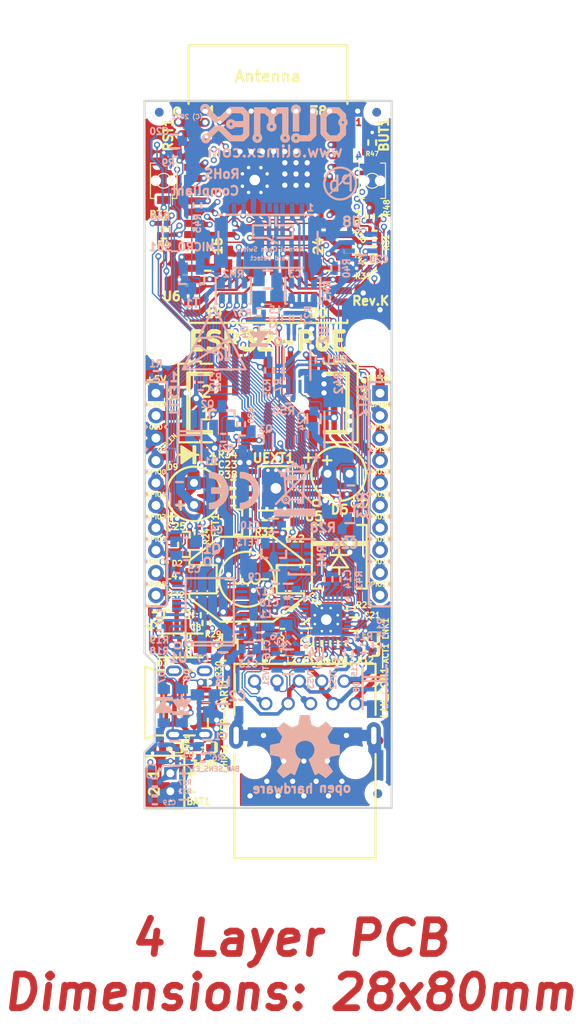
<source format=kicad_pcb>
(kicad_pcb (version 20221018) (generator pcbnew)
  (title_block (title "ESP32-PoE") (date "2022-07-26") (rev "K") (company "OLIMEX Ltd.") (comment 1 "https://www.olimex.com"))
  (layers (0 "F.Cu" mixed) (1 "In1.Cu" power) (2 "In2.Cu" power) (31 "B.Cu" mixed) (34 "B.Paste" user) (35 "F.Paste" user) (36 "B.SilkS" user "B.Silkscreen") (37 "F.SilkS" user "F.Silkscreen") (38 "B.Mask" user) (39 "F.Mask" user) (44 "Edge.Cuts" user))
  (net 0 "")
  (net 1 "+5V")
  (net 2 "GND")
  (net 3 "Net-(BAT1-Pad1)")
  (net 4 "Net-(BUT1-Pad2)")
  (net 5 "+3V3")
  (net 6 "Net-(C11-Pad1)")
  (net 7 "/ESP_EN")
  (net 8 "Net-(L2-Pad1)")
  (net 9 "Net-(Q2-Pad1)")
  (net 10 "Net-(MICRO_SD1-Pad5)")
  (net 11 "/+5V_USB")
  (net 12 "Net-(MICRO_SD1-Pad1)")
  (net 13 "Net-(MICRO_SD1-Pad2)")
  (net 14 "Net-(MICRO_SD1-Pad8)")
  (net 15 "Net-(U4-Pad4)")
  (net 16 "Net-(U4-Pad14)")
  (net 17 "Net-(U4-Pad18)")
  (net 18 "Net-(U4-Pad20)")
  (net 19 "Net-(U4-Pad26)")
  (net 20 "Net-(USB-UART1-Pad4)")
  (net 21 "Net-(MICRO_SD1-Pad7)")
  (net 22 "/D_Com")
  (net 23 "+5VP")
  (net 24 "Spare1")
  (net 25 "Spare2")
  (net 26 "/GPIO33")
  (net 27 "/GPIO32")
  (net 28 "/GPI39")
  (net 29 "Net-(FID1-PadFid1)")
  (net 30 "Net-(FID2-PadFid1)")
  (net 31 "Net-(FID3-PadFid1)")
  (net 32 "Net-(MICRO_SD1-PadCD1)")
  (net 33 "Net-(C2-Pad2)")
  (net 34 "Net-(C4-Pad1)")
  (net 35 "Net-(C5-Pad1)")
  (net 36 "Net-(C21-Pad2)")
  (net 37 "Net-(D4-Pad1)")
  (net 38 "Net-(Q2-Pad2)")
  (net 39 "Net-(Q3-Pad3)")
  (net 40 "Net-(Q3-Pad2)")
  (net 41 "Net-(Q3-Pad1)")
  (net 42 "Net-(R6-Pad1)")
  (net 43 "Net-(R26-Pad1)")
  (net 44 "Net-(R29-Pad1)")
  (net 45 "Net-(U1-Pad17)")
  (net 46 "Net-(U1-Pad14)")
  (net 47 "Net-(U1-Pad13)")
  (net 48 "Net-(U1-Pad12)")
  (net 49 "Net-(U1-Pad11)")
  (net 50 "Net-(U1-Pad7)")
  (net 51 "Net-(U1-Pad6)")
  (net 52 "Net-(C6-Pad1)")
  (net 53 "+3.3VLAN")
  (net 54 "Net-(C17-Pad1)")
  (net 55 "/GPIO0")
  (net 56 "/GPI35")
  (net 57 "Net-(RM1-Pad3.2)")
  (net 58 "Net-(RM1-Pad2.2)")
  (net 59 "Net-(FID4-PadFid1)")
  (net 60 "Net-(FID5-PadFid1)")
  (net 61 "Net-(FID6-PadFid1)")
  (net 62 "Net-(ACT1-Pad2)")
  (net 63 "Net-(ACT1-Pad1)")
  (net 64 "Net-(LNK1-Pad1)")
  (net 65 "Net-(LNK1-Pad2)")
  (net 66 "Net-(C3-Pad1)")
  (net 67 "Net-(RM1-Pad1.2)")
  (net 68 "Net-(CHRG1-Pad1)")
  (net 69 "Net-(PWR1-Pad1)")
  (net 70 "Net-(C10-Pad2)")
  (net 71 "Net-(R3-Pad2)")
  (net 72 "Net-(C12-Pad2)")
  (net 73 "Net-(L3-Pad1)")
  (net 74 "Net-(R8-Pad2)")
  (net 75 "Net-(C8-Pad1)")
  (net 76 "Net-(D6-Pad1)")
  (net 77 "Net-(D7-Pad2)")
  (net 78 "Net-(U1-Pad20)")
  (net 79 "Net-(BAT_SENS_E1-Pad2)")
  (net 80 "/GPI34\\BUT1")
  (net 81 "/GPIO2\\HS2_DATA0")
  (net 82 "/GPI36\\U1RXD")
  (net 83 "/GPIO3\\U0RXD")
  (net 84 "/GPIO1\\U0TXD")
  (net 85 "/GPIO4\\U1TXD")
  (net 86 "/GPIO5\\SPI_CS")
  (net 87 "/GPIO15\\HS2_CMD")
  (net 88 "/GPIO16\\I2C-SCL")
  (net 89 "/GPIO14\\HS2_CLK")
  (net 90 "/GPIO13\\I2C-SDA")
  (net 91 "/GPIO27\\EMAC_RX_CRS_DV")
  (net 92 "/GPIO25\\EMAC_RXD0(RMII)")
  (net 93 "/GPIO18\\MDIO(RMII)")
  (net 94 "/GPIO26\\EMAC_RXD1(RMII)")
  (net 95 "/GPIO12\\PHY_PWR")
  (net 96 "/GPIO22\\EMAC_TXD1(RMII)")
  (net 97 "/GPIO19\\EMAC_TXD0(RMII)")
  (net 98 "/GPIO21\\EMAC_TX_EN(RMII)")
  (net 99 "/GPIO23\\MDC(RMII)")
  (net 100 "/GPIO17\\EMAC_CLK_OUT_180")
  (net 101 "/TD+")
  (net 102 "/TD-")
  (net 103 "/RD+")
  (net 104 "/RD-")
  (net 105 "Net-(C12-Pad1)")
  (net 106 "Net-(C23-Pad2)")
  (net 107 "Net-(R7-Pad2)")
  (net 108 "Net-(R23-Pad1)")
  (net 109 "Net-(R27-Pad2)")
  (net 110 "Net-(R28-Pad1)")
  (net 111 "Net-(R33-Pad1)")
  (net 112 "Net-(U2-Pad6)")
  (net 113 "Net-(U5-Pad7)")
  (net 114 "Net-(D9-Pad1)")
  (net 115 "Net-(R41-Pad2)")
  (net 116 "Net-(C26-Pad1)")
  (net 117 "Net-(U6-Pad21)")
  (net 118 "Net-(U6-Pad22)")
  (net 119 "Net-(U6-Pad20)")
  (net 120 "Net-(U6-Pad19)")
  (net 121 "Net-(U6-Pad17)")
  (net 122 "Net-(U6-Pad18)")
  (net 123 "Net-(U6-Pad32)")
  (net 124 "Net-(U8-Pad1)")
  (net 125 "Net-(R50-Pad2)")
  (footprint "OLIMEX_Other-FP:Fiducial1x3" (layer "F.Cu") (at 116.586 168.529 -90)
    (fp_text reference "FID3" hide)
    (fp_text value "Fiducial" hide)
  )
  (footprint "OLIMEX_Connectors-FP:GBH-254-SMT-10" (layer "F.Cu") (at 104.14 124.333)
    (fp_text reference "UEXT1")
    (fp_text value "P-B-V-10-LF")
  )
  (footprint "OLIMEX_Diodes-FP:SOT23-3" (layer "F.Cu") (at 94.615 140.335 180)
    (fp_text reference "D2")
    (fp_text value "BAT54C(SOT23-3)")
  )
  (footprint "OLIMEX_Transistors-FP:SOT23" (layer "F.Cu") (at 93.7895 148.37156 -90)
    (fp_text reference "FET2")
    (fp_text value "WPM2015-3/TR")
  )
  (footprint "OLIMEX_RLC-FP:R_0402_5MIL_DWS" (layer "F.Cu") (at 116.586 103.251 90)
    (fp_text reference "R48")
    (fp_text value "10k/R0402")
  )
  (footprint "OLIMEX_RLC-FP:R_0402_5MIL_DWS" (layer "F.Cu") (at 115.951 94.869 90)
    (fp_text reference "R47")
    (fp_text value "220R/R0402")
  )
  (footprint "OLIMEX_RLC-FP:R_0402_5MIL_DWS" (layer "F.Cu") (at 116.205 108.966 180)
    (fp_text reference "R39")
    (fp_text value "10k/R0402")
  )
  (footprint "OLIMEX_RLC-FP:R_0402_5MIL_DWS" (layer "F.Cu") (at 92.329 104.013)
    (fp_text reference "R32")
    (fp_text value "10k/R0402")
  )
  (footprint "OLIMEX_RLC-FP:R_0402_5MIL_DWS" (layer "F.Cu") (at 116.205 106.172 180)
    (fp_text reference "R31")
    (fp_text value "2.2k/R0402")
  )
  (footprint "OLIMEX_RLC-FP:R_0402_5MIL_DWS" (layer "F.Cu") (at 92.329 105.283)
    (fp_text reference "R4")
    (fp_text value "47k/R0402")
  )
  (footprint "OLIMEX_RLC-FP:R_0402_5MIL_DWS" (layer "F.Cu") (at 97.79 164.338 180)
    (fp_text reference "R8")
    (fp_text value "2.2k/R0402")
  )
  (footprint "OLIMEX_LEDs-FP:LED_0603_KA" (layer "F.Cu") (at 96.774 163.322 180)
    (fp_text reference "CHRG1")
    (fp_text value "LED/YELLOW/0603")
  )
  (footprint "OLIMEX_RLC-FP:R_0402_5MIL_DWS" (layer "F.Cu") (at 95.758 164.338)
    (fp_text reference "R5")
    (fp_text value "2.2k/R0402")
  )
  (footprint "OLIMEX_RLC-FP:R_0402_5MIL_DWS" (layer "F.Cu") (at 111.633 151.511 -90)
    (fp_text reference "R13")
    (fp_text value "49.9R/1%/R0402")
  )
  (footprint "OLIMEX_RLC-FP:R_0402_5MIL_DWS" (layer "F.Cu") (at 116.205 107.95)
    (fp_text reference "R44")
    (fp_text value "NA/R0402")
  )
  (footprint "OLIMEX_RLC-FP:R_0402_5MIL_DWS" (layer "F.Cu") (at 113.538 147.574 90)
    (fp_text reference "R25")
    (fp_text value "10k/R0402")
  )
  (footprint "OLIMEX_Connectors-FP:RJP-003TC1(LPJ4112CNL)" (layer "F.Cu") (at 108.331 164.846)
    (fp_text reference "LAN_CON1")
    (fp_text value "RJP-003TC1(LPJ4112CNL)")
  )
  (footprint "OLIMEX_RLC-FP:C_0603_5MIL_DWS" (layer "F.Cu") (at 113.919 149.352 180)
    (fp_text reference "C21")
    (fp_text value "NA(10uF/6.3V/20%/X5R/C0603)")
  )
  (footprint "OLIMEX_RLC-FP:C_0805_5MIL_DWS" (layer "F.Cu") (at 107.861619 148.218488 38)
    (fp_text reference "C22")
    (fp_text value "47uF/6.3V/20%/X5R/C0805")
  )
  (footprint "OLIMEX_RLC-FP:R_0402_5MIL_DWS" (layer "F.Cu") (at 103.759 138.049)
    (fp_text reference "R33")
    (fp_text value "4.7R/R0402")
  )
  (footprint "OLIMEX_Transistors-FP:SOT23" (layer "F.Cu") (at 100.584 137.795 180)
    (fp_text reference "FET1")
    (fp_text value "WPM2015-3/TR")
  )
  (footprint "OLIMEX_Diodes-FP:SOD-123_1C-2A_KA" (layer "F.Cu") (at 94.996 130.175 180)
    (fp_text reference "D9")
    (fp_text value "1N5819S4(SOD-123)")
  )
  (footprint "OLIMEX_RLC-FP:C_0603_5MIL_DWS" (layer "F.Cu") (at 106.299 137.795 180)
    (fp_text reference "C12")
    (fp_text value "100nF/100V/10%/X7R/C0603")
  )
  (footprint "OLIMEX_Buttons-FP:IT1185AU2_V2" (layer "F.Cu") (at 92.321 99.187 90)
    (fp_text reference "RST1")
    (fp_text value "IT1185AU2")
  )
  (footprint "OLIMEX_RLC-FP:C_0402_5MIL_DWS" (layer "F.Cu") (at 100.203 134.493)
    (fp_text reference "C23")
    (fp_text value "12pF/50V/5%/COG/C0402")
  )
  (footprint "OLIMEX_RLC-FP:R_0402_5MIL_DWS" (layer "F.Cu") (at 100.203 133.477 180)
    (fp_text reference "R34")
    (fp_text value "5.23k/1%/R0402")
  )
  (footprint "OLIMEX_RLC-FP:R_0402_5MIL_DWS" (layer "F.Cu") (at 100.203 135.509)
    (fp_text reference "R38")
    (fp_text value "30.1k/1%/R0402")
  )
  (footprint "OLIMEX_RLC-FP:CD32" (layer "F.Cu") (at 105.791 151.384)
    (fp_text reference "L2")
    (fp_text value "2.2uH/1.5A/DCR=72mR/20%/3.00x3.00x1.50mm/CD32(NR3015T2R2M)")
  )
  (footprint "OLIMEX_RLC-FP:R_0402_5MIL_DWS" (layer "F.Cu") (at 116.205 105.283 180)
    (fp_text reference "R36")
    (fp_text value "10k/R0402")
  )
  (footprint "OLIMEX_Other-FP:Fiducial1x3" (layer "F.Cu") (at 116.459 91.44 -90)
    (fp_text reference "FID2" hide)
    (fp_text value "Fiducial" hide)
  )
  (footprint "OLIMEX_RLC-FP:R_0402_5MIL_DWS" (layer "F.Cu") (at 115.697 103.251 -90)
    (fp_text reference "R49")
    (fp_text value "NA/R0402")
  )
  (footprint "OLIMEX_RLC-FP:CPOL-RM2.5mm_6.3x11mm_PTH" (layer "F.Cu") (at 112.141 132.334)
    (fp_text reference "C27")
    (fp_text value "15uF/100V/20%/RM2.5/6.3x11mm(Farnell:1281844)")
  )
  (footprint "OLIMEX_Diodes-FP:DO214AB(SMC)_1(K)-2(A)" (layer "F.Cu") (at 112.2172 141.732 -90)
    (fp_text reference "D5")
    (fp_text value "SS510/100V/5A/0.85V/DO214AB(SMC)")
  )
  (footprint "OLIMEX_RLC-FP:CPOL-RM2.5mm_6.3x11mm_PTH" (layer "F.Cu") (at 95.758 134.62 90)
    (fp_text reference "C25")
    (fp_text value "470uF/10V/20%/Low_ESR/RM2.5/6.0x11mm")
  )
  (footprint "OLIMEX_RLC-FP:R_0402_5MIL_DWS" (layer "F.Cu") (at 96.266 138.938 -90)
    (fp_text reference "R24")
    (fp_text value "220R/R0402")
  )
  (footprint "OLIMEX_RLC-FP:DBS135" (layer "F.Cu") (at 101.727 144.272 180)
    (fp_text reference "L4")
    (fp_text value "33uH/2.1A/DCR=0.1R/20%/DBS135(PD3316MT330)")
  )
  (footprint "OLIMEX_RLC-FP:C_0402_5MIL_DWS" (layer "F.Cu") (at 96.0755 148.336 90)
    (fp_text reference "C8")
    (fp_text value "100nF/16V/10%/X7R/C0402")
  )
  (footprint "OLIMEX_RLC-FP:R_0402_5MIL_DWS" (layer "F.Cu") (at 97.155 149.225 90)
    (fp_text reference "R29")
    (fp_text value "220k/R0402")
  )
  (footprint "OLIMEX_RLC-FP:R_0402_5MIL_DWS" (layer "F.Cu") (at 99.06 153.035)
    (fp_text reference "R30")
    (fp_text value "49.9k/1%/R0402")
  )
  (footprint "OLIMEX_RLC-FP:C_0603_5MIL_DWS" (layer "F.Cu") (at 99.695 151.003 -90)
    (fp_text reference "C6")
    (fp_text value "22uF/6.3V/20%/X5R/C0603")
  )
  (footprint "OLIMEX_Diodes-FP:SMA-KA" (layer "F.Cu") (at 94.234 151.765 180)
    (fp_text reference "D3")
    (fp_text value "1N5822/SS34/SMA")
  )
  (footprint "OLIMEX_RLC-FP:R_0402_5MIL_DWS" (layer "F.Cu") (at 91.313 147.574)
    (fp_text reference "R16")
    (fp_text value "NA(10k/R0402)")
  )
  (footprint "OLIMEX_Connectors-FP:USB-MICRO_MISB-SWMM-5B_LF" (layer "F.Cu") (at 93.726 158.242 180)
    (fp_text reference "USB-UART1")
    (fp_text value "MISB-SWMM-5B-LF(USB_MICRO)")
  )
  (footprint "OLIMEX_Regulators-FP:SOT-23-5" (layer "F.Cu") (at 102.108 151.638 -90)
    (fp_text reference "U7")
    (fp_text value "SY8089AAAC(SOT23-5)")
  )
  (footprint "OLIMEX_RLC-FP:R_0402_5MIL_DWS" (layer "F.Cu") (at 110.744 151.511 -90)
    (fp_text reference "R10")
    (fp_text value "49.9R/1%/R0402")
  )
  (footprint "OLIMEX_RLC-FP:C_0402_5MIL_DWS" (layer "F.Cu") (at 108.839 150.241)
    (fp_text reference "C11")
    (fp_text value "100nF/16V/10%/X7R/C0402")
  )
  (footprint "OLIMEX_RLC-FP:R_0402_5MIL_DWS" (layer "F.Cu") (at 112.522 151.511 -90)
    (fp_text reference "R12")
    (fp_text value "49.9R/1%/R0402")
  )
  (footprint "OLIMEX_LEDs-FP:LED_0603_KA" (layer "F.Cu") (at 115.189 152.4 180)
    (fp_text reference "ACT1")
    (fp_text value "LED/YELLOW/0603")
  )
  (footprint "OLIMEX_LEDs-FP:LED_0603_KA" (layer "F.Cu") (at 115.189 150.876 180)
    (fp_text reference "LNK1")
    (fp_text value "LED/GREEN/0603")
  )
  (footprint "OLIMEX_RLC-FP:R_0402_5MIL_DWS" (layer "F.Cu") (at 109.728 151.511 -90)
    (fp_text reference "R11")
    (fp_text value "49.9R/1%/R0402")
  )
  (footprint "OLIMEX_Buttons-FP:IT1185AU2_V2" (layer "F.Cu") (at 115.959 99.187 90)
    (fp_text reference "BUT1")
    (fp_text value "IT1185AU2")
  )
  (footprint "OLIMEX_Regulators-FP:ESOIC-8" (layer "F.Cu") (at 105.029 133.985 90)
    (fp_text reference "U5")
    (fp_text value "TX4138(ESOIC-8)")
  )
  (footprint "OLIMEX_Cases-FP:ESP32-WROVER(WROOM)-UNIVERSAL_MODULE" (layer "F.Cu") (at 104.14 99.568)
    (fp_text reference "U6")
    (fp_text value "ESP32-WROVER-E")
  )
  (footprint "OLIMEX_Other-FP:Fiducial1x3" (layer "F.Cu") (at 91.821 91.44 -90)
    (fp_text reference "FID1" hide)
    (fp_text value "Fiducial" hide)
  )
  (footprint "OLIMEX_Other-FP:NPTH_2.2mm" (layer "F.Cu") (at 92.71 117.475)
    (fp_text reference "MH1" hide)
    (fp_text value "Mounting_Hole_NPTH" hide)
  )
  (footprint "OLIMEX_Other-FP:NPTH_2.2mm" (layer "F.Cu") (at 115.57 117.475)
    (fp_text reference "MH2" hide)
    (fp_text value "Mounting_Hole_NPTH" hide)
  )
  (footprint "OLIMEX_Other-FP:NPTH_2.2mm" (layer "F.Cu") (at 97.536 167.513)
    (fp_text reference "MH3" hide)
    (fp_text value "Mounting_Hole_NPTH" hide)
  )
  (footprint "OLIMEX_Connectors-FP:LIPO_BAT_VERTICAL_DW02S" (layer "F.Cu") (at 89.535 167.259 -90)
    (fp_text reference "BAT1")
    (fp_text value "DW02S")
  )
  (footprint "OLIMEX_LEDs-FP:LED_0603_KA" (layer "F.Cu") (at 92.964 163.322 180)
    (fp_text reference "PWR1")
    (fp_text value "LED/RED/0603")
  )
  (footprint "OLIMEX_Connectors-FP:HN1x10" (layer "B.Cu") (at 116.84 134.65 -90)
    (fp_text reference "EXT2")
    (fp_text value "NS(HN1x10)")
  )
  (footprint "OLIMEX_Other-FP:Fiducial1x3" (layer "B.Cu") (at 116.586 168.529 -90)
    (fp_text reference "FID6" hide)
    (fp_text value "Fiducial" hide)
  )
  (footprint "OLIMEX_RLC-FP:R_0402_5MIL_DWS" (layer "B.Cu") (at 91.44 121.158)
    (fp_text reference "R1")
    (fp_text value "10k/R0402")
  )
  (footprint "OLIMEX_RLC-FP:R_MATRIX_4" (layer "B.Cu") (at 107.95 141.732 90)
    (fp_text reference "RM1")
    (fp_text value "RA1206_(4X0603)_4B8_2.2k")
  )
  (footprint "OLIMEX_RLC-FP:R_0402_5MIL_DWS" (layer "B.Cu") (at 103.124 114.046)
    (fp_text reference "R37")
    (fp_text value "10k/R0402")
  )
  (footprint "OLIMEX_Connectors-FP:uSD(TFC-9P-1.xH(ATFFS150A01BR016))" (layer "B.Cu") (at 104.14 105.537)
    (fp_text reference "MICRO_SD1")
    (fp_text value "TFC-9P-1.7H(ATFFS150A01BR016)")
  )
  (footprint "OLIMEX_RLC-FP:R_0402_5MIL_DWS" (layer "B.Cu") (at 111.76 109.093 90)
    (fp_text reference "R40")
    (fp_text value "10R/R0402")
  )
  (footprint "OLIMEX_Other-FP:Fiducial1x3" (layer "B.Cu") (at 91.821 91.44 -90)
    (fp_text reference "FID4" hide)
    (fp_text value "Fiducial" hide)
  )
  (footprint "OLIMEX_RLC-FP:C_0805_5MIL_DWS" (layer "B.Cu") (at 104.14 110.363 180)
    (fp_text reference "C3")
    (fp_text value "47uF/6.3V/20%/X5R/C0805")
  )
  (footprint "OLIMEX_RLC-FP:R_MATRIX_4" (layer "B.Cu") (at 100.203 111.633)
    (fp_text reference "RM2")
    (fp_text value "RA1206_(4X0603)_4B8_2.2k")
  )
  (footprint "OLIMEX_RLC-FP:R_0402_5MIL_DWS" (layer "B.Cu") (at 92.583 104.775 90)
    (fp_text reference "R46")
    (fp_text value "220R/R0402")
  )
  (footprint "OLIMEX_Connectors-FP:HN1x10" (layer "B.Cu") (at 91.44 134.65 -90)
    (fp_text reference "EXT1")
    (fp_text value "NS(HN1x10)")
  )
  (footprint "OLIMEX_Transistors-FP:SOT23" (layer "B.Cu") (at 104.775 141.224 90)
    (fp_text reference "FET3")
    (fp_text value "WPM2015-3/TR")
  )
  (footprint "OLIMEX_RLC-FP:C_0402_5MIL_DWS" (layer "B.Cu") (at 93.853 143.129 180)
    (fp_text reference "C5")
    (fp_text value "27pF/50V/5%/C0G/C0402")
  )
  (footprint "OLIMEX_RLC-FP:C_0603_5MIL_DWS" (layer "B.Cu") (at 104.902 144.018)
    (fp_text reference "C9")
    (fp_text value "22uF/6.3V/20%/X5R/C0603")
  )
  (footprint "OLIMEX_RLC-FP:C_0402_5MIL_DWS" (layer "B.Cu") (at 113.284 152.654 90)
    (fp_text reference "C15")
    (fp_text value "100nF/16V/10%/X7R/C0402")
  )
  (footprint "OLIMEX_RLC-FP:C_0402_5MIL_DWS" (layer "B.Cu") (at 103.124 150.749 180)
    (fp_text reference "C16")
    (fp_text value "100nF/16V/10%/X7R/C0402")
  )
  (footprint "OLIMEX_RLC-FP:C_0402_5MIL_DWS" (layer "B.Cu") (at 106.299 146.939 180)
    (fp_text reference "C18")
    (fp_text value "100nF/16V/10%/X7R/C0402")
  )
  (footprint "OLIMEX_RLC-FP:C_0603_5MIL_DWS" (layer "B.Cu") (at 106.426 145.542 180)
    (fp_text reference "C17")
    (fp_text value "2.2uF/6.3V/10%/X5R/C0603")
  )
  (footprint "OLIMEX_RLC-FP:L_0805_5MIL_DWS" (layer "B.Cu") (at 105.156 149.479)
    (fp_text reference "L1")
    (fp_text value "FB0805/600R/2A")
  )
  (footprint "OLIMEX_IC-FP:SSOP-20W" (layer "B.Cu") (at 97.536 147.955 90)
    (fp_text reference "U1")
    (fp_text value "CH340T(SSOP20W)")
  )
  (footprint "OLIMEX_RLC-FP:C_0603_5MIL_DWS" (layer "B.Cu") (at 97.282 163.195)
    (fp_text reference "C1")
    (fp_text value "22uF/6.3V/20%/X5R/C0603")
  )
  (footprint "OLIMEX_RLC-FP:L_0805_5MIL_DWS" (layer "B.Cu") (at 97.155 157.353)
    (fp_text reference "L3")
    (fp_text value "FB0805/600R/2A")
  )
  (footprint "OLIMEX_RLC-FP:R_0402_5MIL_DWS" (layer "B.Cu") (at 96.774 164.465)
    (fp_text reference "R6")
    (fp_text value "2.2k/R0402")
  )
  (footprint "OLIMEX_RLC-FP:C_0402_5MIL_DWS" (layer "B.Cu") (at 96.52 138.684 180)
    (fp_text reference "C4")
    (fp_text value "27pF/50V/5%/C0G/C0402")
  )
  (footprint "OLIMEX_Crystal-FP:TSX-3.2x2.5mm_GND(3)" (layer "B.Cu") (at 94.869 140.843 180)
    (fp_text reference "Q1")
    (fp_text value "Q12MHz/20pF/10ppm/4P/3.2x2.5mm")
  )
  (footprint "OLIMEX_RLC-FP:R_0402_5MIL_DWS" (layer "B.Cu") (at 91.313 168.275)
    (fp_text reference "R22")
    (fp_text value "470k/R0402")
  )
  (footprint "OLIMEX_RLC-FP:C_0402_5MIL_DWS" (layer "B.Cu") (at 91.313 169.291)
    (fp_text reference "C19")
    (fp_text value "1nF/50V/10%/X7R/C0402")
  )
  (footprint "OLIMEX_Jumpers-FP:SJ_1_SMALLER" (layer "B.Cu") (at 90.932 165.989 -90)
    (fp_text reference "BAT_SENS_E1")
    (fp_text value "Opened" hide)
  )
  (footprint "OLIMEX_LOGOs-FP:LOGO_ANTISTATIC_1" (layer "B.Cu") (at 101.6 120.523 180)
    (fp_text reference "Sign_Antistatic" hide)
    (fp_text value "Val**" hide)
  )
  (footprint "OLIMEX_LOGOs-FP:LOGO_RECYCLEBIN_1" (layer "B.Cu") (at 109.474 137.16 180)
    (fp_text reference "Sign_RecycleBin" hide)
    (fp_text value "" hide)
  )
  (footprint "OLIMEX_LOGOs-FP:LOGO_PBFREE" (layer "B.Cu") (at 112.522 99.187)
    (fp_text reference "Sign_PB-Free")
    (fp_text value "")
  )
  (footprint "OLIMEX_LOGOs-FP:LOGO_OPENHARDWARE_8x8" (layer "B.Cu") (at 108.331 163.703 180)
    (fp_text reference "Logo_OSHW" hide)
    (fp_text value "" hide)
  )
  (footprint "OLIMEX_RLC-FP:R_0402_5MIL_DWS" (layer "B.Cu") (at 106.172 114.681 90)
    (fp_text reference "R23")
    (fp_text value "180k/1%/R0402")
  )
  (footprint "OLIMEX_RLC-FP:C_1206_5MIL_DWS_ISO" (layer "B.Cu") (at 99.06 159.512)
    (fp_text reference "C2")
    (fp_text value "1nF/2000V/10%/X7R/C1206")
  )
  (footprint "OLIMEX_RLC-FP:C_0603_5MIL_DWS" (layer "B.Cu") (at 99.06 153.289)
    (fp_text reference "C7")
    (fp_text value "22uF/6.3V/20%/X5R/C0603")
  )
  (footprint "OLIMEX_Diodes-FP:SMA-KA" (layer "B.Cu") (at 116.205 156.464 -90)
    (fp_text reference "D8")
    (fp_text value "SMAJ58A/SMA")
  )
  (footprint "OLIMEX_RLC-FP:R_0402_5MIL_DWS" (layer "B.Cu") (at 114.935 152.146)
    (fp_text reference "R14")
    (fp_text value "2.2k/R0402")
  )
  (footprint "OLIMEX_Transistors-FP:SOT23" (layer "B.Cu") (at 98.93046 125.81636 -90)
    (fp_text reference "Q2")
    (fp_text value "BC817-40(SOT23)")
  )
  (footprint "OLIMEX_Diodes-FP:SMA-KA" (layer "B.Cu") (at 95.25 128.651 -90)
    (fp_text reference "D1")
    (fp_text value "1N5822/SS34/SMA")
  )
  (footprint "OLIMEX_RLC-FP:C_0603_5MIL_DWS" (layer "B.Cu") (at 104.775 138.176 180)
    (fp_text reference "C10")
    (fp_text value "22uF/6.3V/20%/X5R/C0603")
  )
  (footprint "OLIMEX_RLC-FP:R_0402_5MIL_DWS" (layer "B.Cu") (at 99.06 128.27)
    (fp_text reference "R21")
    (fp_text value "1k/R0402")
  )
  (footprint "OLIMEX_Transistors-FP:SOT23" (layer "B.Cu") (at 102.235 128.651 -90)
    (fp_text reference "Q3")
    (fp_text value "BC817-40(SOT23)")
  )
  (footprint "OLIMEX_RLC-FP:R_0402_5MIL_DWS" (layer "B.Cu") (at 104.267 120.65 -90)
    (fp_text reference "R35")
    (fp_text value "2.2k/R0402")
  )
  (footprint "OLIMEX_RLC-FP:R_0402_5MIL_DWS" (layer "B.Cu") (at 116.459 151.765 90)
    (fp_text reference "R15")
    (fp_text value "2.2k/R0402")
  )
  (footprint "OLIMEX_LOGOs-FP:OLIMEX_LOGO_TB" (layer "B.Cu") (at 104.648 92.71 180)
    (fp_text reference "Logo_Olimex" hide)
    (fp_text value "" hide)
  )
  (footprint "OLIMEX_Other-FP:Fiducial1x3" (layer "B.Cu") (at 116.459 91.44 -90)
    (fp_text reference "FID5" hide)
    (fp_text value "Fiducial" hide)
  )
  (footprint "OLIMEX_Diodes-FP:SOD-123_1C-2A_KA" (layer "B.Cu") (at 103.124 116.967 90)
    (fp_text reference "D4")
    (fp_text value "1N5819S4(SOD-123)")
  )
  (footprint "OLIMEX_RLC-FP:R_0402_5MIL_DWS" (layer "B.Cu") (at 91.821 149.606 180)
    (fp_text reference "R18")
    (fp_text value "10k/R0402")
  )
  (footprint "OLIMEX_RLC-FP:R_0402_5MIL_DWS" (layer "B.Cu") (at 91.821 148.209 180)
    (fp_text reference "R19")
    (fp_text value "10k/R0402")
  )
  (footprint "OLIMEX_RLC-FP:C_0402_5MIL_DWS" (layer "B.Cu") (at 110.998 144.272 90)
    (fp_text reference "C14")
    (fp_text value "100nF/16V/10%/X7R/C0402")
  )
  (footprint "OLIMEX_RLC-FP:R_0402_5MIL_DWS" (layer "B.Cu") (at 111.887 144.272 -90)
    (fp_text reference "R41")
    (fp_text value "2.2k/R0402")
  )
  (footprint "OLIMEX_Diodes-FP:D_0402_5MIL_DWS" (layer "B.Cu") (at 111.887 153.797 180)
    (fp_text reference "TVS2")
    (fp_text value "NA(GG0402052R542P)")
  )
  (footprint "OLIMEX_Diodes-FP:D_0402_5MIL_DWS" (layer "B.Cu") (at 109.982 153.797)
    (fp_text reference "TVS3")
    (fp_text value "NA(GG0402052R542P)")
  )
  (footprint "OLIMEX_Diodes-FP:SOT-23-5" (layer "B.Cu") (at 106.426 153.609 180)
    (fp_text reference "TVS1")
    (fp_text value "ESDS314DBVR(SOT-23-5)")
  )
  (footprint "OLIMEX_IC-FP:QFN32_EP(33)_5.00x5.00x0.90mm_Pitch_0.50mm" (layer "B.Cu") (at 110.744 148.844 90)
    (fp_text reference "U4")
    (fp_text value "LAN8710A-EZC(QFN32)")
  )
  (footprint "OLIMEX_RLC-FP:R_0402_5MIL_DWS" (layer "B.Cu") (at 106.82879 151.15179 135)
    (fp_text reference "R26")
    (fp_text value "12.1k/1%/R0402")
  )
  (footprint "OLIMEX_RLC-FP:C_0603_5MIL_DWS" (layer "B.Cu") (at 101.981 152.146 180)
    (fp_text reference "C13")
    (fp_text value "22uF/6.3V/20%/X5R/C0603")
  )
  (footprint "OLIMEX_Diodes-FP:SOD-123_1C-2A_KA" (layer "B.Cu") (at 94.361 158.623 90)
    (fp_text reference "D6")
    (fp_text value "1N5819S4(SOD-123)")
  )
  (footprint "OLIMEX_Diodes-FP:SOD-123_1C-2A_KA" (layer "B.Cu") (at 92.329 158.623 -90)
    (fp_text reference "D7")
    (fp_text value "1N5819S4(SOD-123)")
  )
  (footprint "OLIMEX_RLC-FP:R_1206_5MIL_DWS" (layer "B.Cu") (at 111.125 135.255 90)
    (fp_text reference "R28")
    (fp_text value "0.03R/1%/R1206")
  )
  (footprint "OLIMEX_RLC-FP:R_0402_5MIL_DWS" (layer "B.Cu") (at 101.092 126.746 -90)
    (fp_text reference "R20")
    (fp_text value "1k/R0402")
  )
  (footprint "OLIMEX_RLC-FP:C_0603_5MIL_DWS" (layer "B.Cu") (at 109.347 126.111 90)
    (fp_text reference "C24")
    (fp_text value "100nF/100V/10%/X7R/C0603")
  )
  (footprint "OLIMEX_RLC-FP:R_0402_5MIL_DWS" (layer "B.Cu") (at 105.283 120.65 90)
    (fp_text reference "R7")
    (fp_text value "24.9k/1%/R0402")
  )
  (footprint "OLIMEX_RLC-FP:R_0402_5MIL_DWS" (layer "B.Cu") (at 93.599 96.012 180)
    (fp_text reference "R9")
    (fp_text value "100k/R0402")
  )
  (footprint "OLIMEX_RLC-FP:R_MATRIX_4" (layer "B.Cu") (at 108.077 111.633)
    (fp_text reference "RM3")
    (fp_text value "RA1206_(4X0603)_4B8_2.2k")
  )
  (footprint "OLIMEX_LOGOs-FP:CE_Sign" (layer "B.Cu") (at 99.314 134.239 180)
    (fp_text reference "CE" hide)
    (fp_text value "CE_Sign" hide)
  )
  (footprint "OLIMEX_RLC-FP:R_2512_MM_DWS" (layer "B.Cu") (at 112.141 127.3552 90)
    (fp_text reference "R42")
    (fp_text value "4.7k/R2512")
  )
  (footprint "OLIMEX_RLC-FP:C_0603_5MIL_DWS" (layer "B.Cu") (at 113.411 138.684)
    (fp_text reference "C26")
    (fp_text value "NA(220pF/100V/C0603)")
  )
  (footprint "OLIMEX_RLC-FP:R_0603_5MIL_DWS" (layer "B.Cu") (at 113.157 136.398 90)
    (fp_text reference "R43")
    (fp_text value "NA(22R/R0603)")
  )
  (footprint "OLIMEX_RLC-FP:C_0402_5MIL_DWS" (layer "B.Cu") (at 114.681 108.077)
    (fp_text reference "C28")
    (fp_text value "100nF/16V/10%/X7R/C0402")
  )
  (footprint "OLIMEX_RLC-FP:R_0402_5MIL_DWS" (layer "B.Cu") (at 96.139 101.981 -90)
    (fp_text reference "R45")
    (fp_text value "10R/R0402")
  )
  (footprint "OLIMEX_IC-FP:SOT-23-5" (layer "B.Cu") (at 114.680999 106.172 180)
    (fp_text reference "U8")
    (fp_text value "SN74LVC1G04DBVR(SOT23-5)")
  )
  (footprint "OLIMEX_IC-FP:SOT-23-5" (layer "B.Cu") (at 93.599 163.957 180)
    (fp_text reference "U3")
    (fp_text value "BL4054B-42TPRN(SOT23-5)")
  )
  (footprint "OLIMEX_RLC-FP:R_0402_5MIL_DWS" (layer "B.Cu") (at 91.313 167.259 180)
    (fp_text reference "R17")
    (fp_text value "470k/R0402")
  )
  (footprint "OLIMEX_Transistors-FP:SOT23" (layer "B.Cu") (at 95.504 110.236 90)
    (fp_text reference "T1")
    (fp_text value "LMUN2211LT1G(SOT-23)")
  )
  (footprint "OLIMEX_RLC-FP:R_0402_5MIL_DWS" (layer "B.Cu") (at 96.52 122.428)
    (fp_text reference "R2")
    (fp_text value "10k/R0402")
  )
  (footprint "OLIMEX_RLC-FP:R_0402_5MIL_DWS" (layer "B.Cu") (at 96.52 121.539 180)
    (fp_text reference "R3")
    (fp_text value "1k/R0402")
  )
  (footprint "OLIMEX_RLC-FP:C_0603_5MIL_DWS" (layer "B.Cu") (at 93.599 94.742 180)
    (fp_text reference "C20")
    (fp_text value "1uF/10V/20%/X5R/C0603")
  )
  (footprint "OLIMEX_RLC-FP:L_0805_5MIL_DWS" (layer "B.Cu") (at 104.14 112.268)
    (fp_text reference "L5")
    (fp_text value "FB0805/600R/2A")
  )
  (footprint "OLIMEX_RLC-FP:R_0402_5MIL_DWS" (layer "B.Cu") (at 107.442 114.681 -90)
    (fp_text reference "R27")
    (fp_text value "4.42k/1%/1/16W/R0402")
  )
  (footprint "OLIMEX_IC-FP:TSSOP-8_Pitch-0.65mm_Dimensions-4.40x3.00x1.20mm" (layer "B.Cu") (at 107.442 119.507 -90)
    (fp_text reference "U2")
    (fp_text value "TPS2376PW(TSSOP-8)")
  )
  (footprint "OLIMEX_RLC-FP:R_0402_5MIL_DWS" (layer "B.Cu") (at 106.426 123.952)
    (fp_text reference "R50")
    (fp_text value "130k/R0402")
  )
  (footprint "OLIMEX_RLC-FP:R_0402_5MIL_DWS" (layer "B.Cu") (at 109.982 119.507 90)
    (fp_text reference "R51")
    (fp_text value "10k/R0402")
  )
  (gr_line (start 94.996 165.354) (end 92.329 165.354) (stroke (width 0.1524)) (layer "B.SilkS"))
  (gr_line (start 91.694 165.989) (end 92.075 165.862) (stroke (width 0.1524)) (layer "B.SilkS"))
  (gr_line (start 95.377 165.735) (end 94.996 165.354) (stroke (width 0.1524)) (layer "B.SilkS"))
  (gr_line (start 92.329 165.354) (end 91.694 165.989) (stroke (width 0.1524)) (layer "B.SilkS"))
  (gr_line (start 91.694 165.989) (end 91.821 165.608) (stroke (width 0.1524)) (layer "B.SilkS"))
  (gr_line (start 118.15 170.15) (end 118.15 90.15) (stroke (width 0.254)) (layer "Edge.Cuts"))
  (gr_line (start 90.15 170.15) (end 118.15 170.15) (stroke (width 0.254)) (layer "Edge.Cuts"))
  (gr_line (start 90.15 152.654) (end 91.313 153.797) (stroke (width 0.254)) (layer "Edge.Cuts"))
  (gr_line (start 91.313 162.687) (end 90.15 163.83) (stroke (width 0.254)) (layer "Edge.Cuts"))
  (gr_line (start 91.313 153.797) (end 91.313 162.687) (stroke (width 0.254)) (layer "Edge.Cuts"))
  (gr_line (start 90.15 152.654) (end 90.15 90.15) (stroke (width 0.254)) (layer "Edge.Cuts"))
  (gr_line (start 90.15 90.15) (end 118.15 90.15) (stroke (width 0.254)) (layer "Edge.Cuts"))
  (gr_line (start 90.15 163.83) (end 90.15 170.15) (stroke (width 0.254)) (layer "Edge.Cuts"))
  (gr_text "1" (at 114.427 92.583) (layer "F.Cu") (effects (font (size 0.762 0.762) (thickness 0.1905))))
  (gr_text "4 Layer PCB\nDimensions: 28x80mm" (at 106.68 187.96) (layer "F.Cu") (effects (font (size 3.81 3.81) (thickness 0.762) italic)))
  (gr_text "4" (at 114.427 96.393) (layer "B.Cu") (effects (font (size 0.762 0.762) (thickness 0.1905)) (justify mirror)))
  (gr_text "1" (at 116.84 121.031) (layer "B.SilkS") (effects (font (size 1.016 1.016) (thickness 0.254)) (justify mirror)))
  (gr_text "1" (at 108.966 102.235) (layer "B.SilkS") (effects (font (size 0.762 0.762) (thickness 0.1905)) (justify mirror)))
  (gr_text "RoHS" (at 98.933 98.425) (layer "B.SilkS") (effects (font (size 1.016 1.016) (thickness 0.254)) (justify mirror)))
  (gr_text "+" (at 94.488 166.243 90) (layer "B.SilkS") (effects (font (size 1.016 1.016) (thickness 0.254)) (justify mirror)))
  (gr_text "-" (at 94.488 169.291 180) (layer "B.SilkS") (effects (font (size 1.016 1.016) (thickness 0.254)) (justify mirror)))
  (gr_text "www.olimex.com" (at 104.902 95.885) (layer "B.SilkS") (effects (font (size 1.27 1.27) (thickness 0.254)) (justify mirror)))
  (gr_text "+" (at 94.107 135.763) (layer "B.SilkS") (effects (font (size 1.016 1.016) (thickness 0.254)) (justify mirror)))
  (gr_text "-" (at 113.538 133.731 180) (layer "B.SilkS") (effects (font (size 1.016 1.016) (thickness 0.254)) (justify mirror)))
  (gr_text "+" (at 109.601 130.429) (layer "B.SilkS") (effects (font (size 1.016 1.016) (thickness 0.254)) (justify mirror)))
  (gr_text "-" (at 94.107 133.35 180) (layer "B.SilkS") (effects (font (size 1.016 1.016) (thickness 0.254)) (justify mirror)))
  (gr_text "(C) 2022" (at 94.996 91.948) (layer "B.SilkS") (effects (font (size 0.508 0.508) (thickness 0.127)) (justify mirror)))
  (gr_text "Compliant" (at 97.028 100.33) (layer "B.SilkS") (effects (font (size 1.016 1.016) (thickness 0.254)) (justify mirror)))
  (gr_text "1" (at 93.472 121.412) (layer "B.SilkS") (effects (font (size 1.016 1.016) (thickness 0.254)) (justify mirror)))
  (gr_text "1" (at 115.189 123.317) (layer "F.SilkS") (effects (font (size 1.27 1.27) (thickness 0.254))))
  (gr_text "+5V" (at 91.44 121.666) (layer "F.SilkS") (effects (font (size 0.762 0.762) (thickness 0.1905))))
  (gr_text "+3V3" (at 91.44 124.5235) (layer "F.SilkS") (effects (font (size 0.508 0.508) (thickness 0.127))))
  (gr_text "GND" (at 91.44 127.0635) (layer "F.SilkS") (effects (font (size 0.508 0.508) (thickness 0.127))))
  (gr_text "ESP_EN" (at 92.71 128.905 45) (layer "F.SilkS") (effects (font (size 0.508 0.508) (thickness 0.127))))
  (gr_text "GPIO0" (at 91.44 132.1435) (layer "F.SilkS") (effects (font (size 0.508 0.508) (thickness 0.127))))
  (gr_text "GPIO1" (at 91.44 134.6835) (layer "F.SilkS") (effects (font (size 0.508 0.508) (thickness 0.127))))
  (gr_text "GPIO2" (at 91.44 137.2235) (layer "F.SilkS") (effects (font (size 0.508 0.508) (thickness 0.127))))
  (gr_text "GPIO3" (at 91.44 139.7635) (layer "F.SilkS") (effects (font (size 0.508 0.508) (thickness 0.127))))
  (gr_text "GPIO4" (at 91.821 142.3035) (layer "F.SilkS") (effects (font (size 0.508 0.508) (thickness 0.127))))
  (gr_text "GPIO5" (at 91.44 144.8435) (layer "F.SilkS") (effects (font (size 0.508 0.508) (thickness 0.127))))
  (gr_text "GPIO13" (at 116.6495 144.8435) (layer "F.SilkS") (effects (font (size 0.508 0.508) (thickness 0.127))))
  (gr_text "GPIO14" (at 116.6495 142.3035) (layer "F.SilkS") (effects (font (size 0.508 0.508) (thickness 0.127))))
  (gr_text "GPIO15" (at 116.6495 139.7635) (layer "F.SilkS") (effects (font (size 0.508 0.508) (thickness 0.127))))
  (gr_text "GPIO16" (at 116.6495 137.2235) (layer "F.SilkS") (effects (font (size 0.508 0.508) (thickness 0.127))))
  (gr_text "GPIO32" (at 116.6495 134.6835) (layer "F.SilkS") (effects (font (size 0.508 0.508) (thickness 0.127))))
  (gr_text "GPIO33" (at 116.6495 132.1435) (layer "F.SilkS") (effects (font (size 0.508 0.508) (thickness 0.127))))
  (gr_text "GPI34" (at 116.84 129.6035) (layer "F.SilkS") (effects (font (size 0.508 0.508) (thickness 0.127))))
  (gr_text "GPI35" (at 116.84 127.0635) (layer "F.SilkS") (effects (font (size 0.508 0.508) (thickness 0.127))))
  (gr_text "GPI36" (at 116.84 124.5235) (layer "F.SilkS") (effects (font (size 0.508 0.508) (thickness 0.127))))
  (gr_text "GPI39" (at 116.2685 121.666) (layer "F.SilkS") (effects (font (size 0.762 0.762) (thickness 0.1905))))
  (gr_text "1" (at 97.9678 130.683) (layer "F.SilkS") (effects (font (size 1.27 1.27) (thickness 0.254))))
  (gr_text "+" (at 95.377 166.243 90) (layer "F.SilkS") (effects (font (size 1.016 1.016) (thickness 0.254))))
  (gr_text "ESP32-PoE" (at 104.14 117.348) (layer "F.SilkS") (effects (font (size 2.032 2.032) (thickness 0.508))))
  (gr_text "Rev.K" (at 115.7732 112.776) (layer "F.SilkS") (effects (font (size 1.016 1.016) (thickness 0.254))))
  (gr_text "-" (at 95.504 168.402 180) (layer "F.SilkS") (effects (font (size 1.016 1.016) (thickness 0.254))))
  (gr_text "1" (at 93.091 123.317) (layer "F.SilkS") (effects (font (size 1.27 1.27) (thickness 0.254))))
  (segment (start 95.463542 162.913568) (end 95.463542 163.408542) (width 0.508) (layer "F.Cu") (net 1))
  (segment (start 91.44 123.22) (end 94.838992 123.22) (width 1.016) (layer "F.Cu") (net 1))
  (segment (start 93.548178 159.969178) (end 93.548178 159.943822) (width 0.508) (layer "F.Cu") (net 1))
  (segment (start 93.174599 160.698401) (end 92.549034 160.698401) (width 0.508) (layer "F.Cu") (net 1))
  (segment (start 92.433337 155.679337) (end 92.16959 155.41559) (width 0.508) (layer "F.Cu") (net 1))
  (segment (start 99.47656 138.7475) (end 99.3775 138.7475) (width 1.016) (layer "F.Cu") (net 1))
  (segment (start 92.583 107.442) (end 91.821 106.68) (width 0.254) (layer "F.Cu") (net 1))
  (segment (start 93.548178 160.350178) (end 93.896401 160.698401) (width 0.508) (layer "F.Cu") (net 1))
  (segment (start 94.838992 123.22) (end 94.869 123.189992) (width 1.016) (layer "F.Cu") (net 1))
  (segment (start 95.550084 163.322) (end 95.463542 163.408542) (width 0.508) (layer "F.Cu") (net 1))
  (segment (start 93.548178 159.943822) (end 93.548178 156.178249) (width 0.508) (layer "F.Cu") (net 1))
  (segment (start 92.549034 160.698401) (end 92.075 161.172435) (width 0.508) (layer "F.Cu") (net 1))
  (segment (start 92.075 161.172435) (end 92.075 163.195) (width 0.508) (layer "F.Cu") (net 1))
  (segment (start 93.548178 156.178249) (end 93.049266 155.679337) (width 0.508) (layer "F.Cu") (net 1))
  (segment (start 95.463542 161.884542) (end 95.463542 162.913568) (width 0.508) (layer "F.Cu") (net 1))
  (segment (start 91.821 105.283) (end 91.821 106.68) (width 0.508) (layer "F.Cu") (net 1))
  (segment (start 92.83954 149.479) (end 92.837 149.48154) (width 1.016) (layer "F.Cu") (net 1))
  (segment (start 98.425 139.7) (end 98.679 139.446) (width 0.762) (layer "F.Cu") (net 1))
  (segment (start 96.012 163.322) (end 95.550084 163.322) (width 0.508) (layer "F.Cu") (net 1))
  (segment (start 94.277401 160.698401) (end 93.548178 159.969178) (width 0.508) (layer "F.Cu") (net 1))
  (segment (start 99.3775 138.7475) (end 98.679 139.446) (width 1.016) (layer "F.Cu") (net 1))
  (segment (start 92.16959 152.11359) (end 91.7575 151.7015) (width 0.508) (layer "F.Cu") (net 1))
  (segment (start 94.869 123.189992) (end 95.504 122.554992) (width 0.254) (layer "F.Cu") (net 1))
  (segment (start 92.583 108.057237) (end 92.583 107.442) (width 0.254) (layer "F.Cu") (net 1))
  (segment (start 94.277401 160.698401) (end 93.896401 160.698401) (width 0.508) (layer "F.Cu") (net 1))
  (segment (start 98.425 139.827) (end 98.425 139.7) (width 0.762) (layer "F.Cu") (net 1))
  (segment (start 92.837 151.40941) (end 93.19259 151.765) (width 1.016) (layer "F.Cu") (net 1))
  (segment (start 93.548178 160.324822) (end 93.548178 159.943822) (width 0.508) (layer "F.Cu") (net 1))
  (segment (start 95.504 116.205) (end 92.00441 112.70541) (width 0.254) (layer "F.Cu") (net 1))
  (segment (start 93.548178 160.324822) (end 93.548178 160.350178) (width 0.508) (layer "F.Cu") (net 1))
  (segment (start 92.00441 112.70541) (end 92.00441 108.635827) (width 0.254) (layer "F.Cu") (net 1))
  (segment (start 93.896401 160.698401) (end 93.174599 160.698401) (width 0.508) (layer "F.Cu") (net 1))
  (segment (start 92.00441 108.635827) (end 92.583 108.057237) (width 0.254) (layer "F.Cu") (net 1))
  (segment (start 92.075 163.195) (end 92.202 163.322) (width 0.508) (layer "F.Cu") (net 1))
  (segment (start 92.16959 155.41559) (end 92.16959 152.11359) (width 0.508) (layer "F.Cu") (net 1))
  (segment (start 93.049266 155.679337) (end 92.433337 155.679337) (width 0.508) (layer "F.Cu") (net 1))
  (segment (start 93.174599 160.698401) (end 93.548178 160.324822) (width 0.508) (layer "F.Cu") (net 1))
  (segment (start 92.837 149.48154) (end 92.837 151.40941) (width 1.016) (layer "F.Cu") (net 1))
  (segment (start 95.504 122.554992) (end 95.504 116.205) (width 0.254) (layer "F.Cu") (net 1))
  (segment (start 91.734 151.765) (end 93.218 151.765) (width 0.762) (layer "F.Cu") (net 1))
  (segment (start 94.277401 160.698401) (end 95.463542 161.884542) (width 0.508) (layer "F.Cu") (net 1))
  (via (at 94.869 123.189992) (size 0.9) (drill 0.6) (layers "F.Cu" "B.Cu") (net 1))
  (via (at 95.463542 163.408542) (size 0.7) (drill 0.4) (layers "F.Cu" "B.Cu") (net 1))
  (via (at 93.218 151.765) (size 0.9) (drill 0.6) (layers "F.Cu" "B.Cu") (net 1))
  (via (at 98.425 139.827) (size 0.9) (drill 0.6) (layers "F.Cu" "B.Cu") (net 1))
  (segment (start 96.685122 152.996878) (end 96.266 153.416) (width 1.016) (layer "B.Cu") (net 1))
  (segment (start 90.932 122.712) (end 90.932 121.158) (width 0.508) (layer "B.Cu") (net 1))
  (segment (start 97.33026 142.77594) (end 96.685122 143.421078) (width 1.016) (layer "B.Cu") (net 1))
  (segment (start 94.899 163.007) (end 95.062 163.007) (width 0.508) (layer "B.Cu") (net 1))
  (segment (start 95.758 153.416) (end 94.9452 153.416) (width 0.635) (layer "B.Cu") (net 1))
  (segment (start 96.685122 143.421078) (end 96.685122 152.996878) (width 1.016) (layer "B.Cu") (net 1))
  (segment (start 95.123 163.068) (end 95.463542 163.408542) (width 0.508) (layer "B.Cu") (net 1))
  (segment (start 96.266 153.416) (end 95.758 153.416) (width 1.016) (layer "B.Cu") (net 1))
  (segment (start 98.425 140.462) (end 97.33026 141.55674) (width 1.016) (layer "B.Cu") (net 1))
  (segment (start 95.25 126.151) (end 94.84359 125.74459) (width 1.016) (layer "B.Cu") (net 1))
  (segment (start 95.550084 163.322) (end 95.463542 163.408542) (width 0.508) (layer "B.Cu") (net 1))
  (segment (start 95.25 126.151) (end 95.25 128.35636) (width 1.016) (layer "B.Cu") (net 1))
  (segment (start 94.84359 123.215402) (end 94.869 123.189992) (width 1.016) (layer "B.Cu") (net 1))
  (segment (start 98.425 137.922) (end 98.425 139.827) (width 1.016) (layer "B.Cu") (net 1))
  (segment (start 95.25 128.35636) (end 97.663 130.76936) (width 1.016) (layer "B.Cu") (net 1))
  (segment (start 96.266 163.322) (end 95.550084 163.322) (width 0.508) (layer "B.Cu") (net 1))
  (segment (start 94.84359 125.74459) (end 94.84359 123.215402) (width 1.016) (layer "B.Cu") (net 1))
  (segment (start 97.663 137.16) (end 98.425 137.922) (width 1.016) (layer "B.Cu") (net 1))
  (segment (start 98.425 139.827) (end 98.425 140.462) (width 1.016) (layer "B.Cu") (net 1))
  (segment (start 97.663 130.76936) (end 97.663 137.16) (width 1.016) (layer "B.Cu") (net 1))
  (segment (start 96.205 163.007) (end 96.393 163.195) (width 0.508) (layer "B.Cu") (net 1))
  (segment (start 95.062 163.007) (end 95.463542 163.408542) (width 0.508) (layer "B.Cu") (net 1))
  (segment (start 91.44 123.22) (end 90.932 122.712) (width 0.508) (layer "B.Cu") (net 1))
  (segment (start 97.33026 141.55674) (end 97.33026 142.77594) (width 1.016) (layer "B.Cu") (net 1))
  (segment (start 94.899 163.007) (end 96.205 163.007) (width 0.508) (layer "B.Cu") (net 1))
  (segment (start 94.9452 153.416) (end 93.98 152.4508) (width 0.635) (layer "B.Cu") (net 1))
  (segment (start 93.218 151.765) (end 93.3196 151.765) (width 1.016) (layer "B.Cu") (net 1))
  (segment (start 93.98 152.4508) (end 93.98 152.4254) (width 0.635) (layer "B.Cu") (net 1))
  (segment (start 93.3196 151.765) (end 93.98 152.4254) (width 1.016) (layer "B.Cu") (net 1))
  (segment (start 99.568 154.305) (end 99.568 153.035) (width 0.762) (layer "F.Cu") (net 2))
  (segment (start 99.695 133.477) (end 97.75 133.477) (width 0.508) (layer "F.Cu") (net 2))
  (segment (start 98.927908 131.064) (end 100.965 131.064) (width 1.016) (layer "F.Cu") (net 2))
  (segment (start 95.758 133.37) (end 95.758 133.881681) (width 0.762) (layer "F.Cu") (net 2))
  (segment (start 110.49 129.286) (end 110.49 130.001722) (width 1.016) (layer "F.Cu") (net 2))
  (segment (start 108.553804 132.08) (end 108.91678 131.717024) (width 0.508) (layer "F.Cu") (net 2))
  (segment (start 96.393 147.828) (end 96.774 147.447) (width 0.508) (layer "F.Cu") (net 2))
  (segment (start 115.189 149.733) (end 115.189 150.114) (width 0.508) (layer "F.Cu") (net 2))
  (segment (start 101.752793 151.485207) (end 102.108 151.13) (width 0.762) (layer "F.Cu") (net 2))
  (segment (start 113.391 132.187) (end 113.391 132.334) (width 1.27) (layer "F.Cu") (net 2))
  (segment (start 99.949 153.416) (end 100.076 153.416) (width 0.4064) (layer "F.Cu") (net 2))
  (segment (start 96.876 159.6295) (end 96.4025 159.6295) (width 0.508) (layer "F.Cu") (net 2))
  (segment (start 96.0795 147.066) (end 96.393 147.066) (width 0.508) (layer "F.Cu") (net 2))
  (segment (start 110.188293 147.488293) (end 110.244 147.544) (width 0.508) (layer "F.Cu") (net 2))
  (segment (start 94.107 109.474) (end 94.107 110.363) (width 0.6096) (layer "F.Cu") (net 2))
  (segment (start 113.411 141.224) (end 113.411 140.208) (width 1.016) (layer "F.Cu") (net 2))
  (segment (start 102.489 145.542) (end 101.981 146.05) (width 1.016) (layer "F.Cu") (net 2))
  (segment (start 95.631 146.685) (end 96.012 147.066) (width 0.508) (layer "F.Cu") (net 2))
  (segment (start 110.062722 130.429) (end 109.601 130.429) (width 1.016) (layer "F.Cu") (net 2))
  (segment (start 98.125736 132.887264) (end 98.125736 131.866172) (width 1.016) (layer "F.Cu") (net 2))
  (segment (start 95.54 109.088) (end 94.493 109.088) (width 0.6096) (layer "F.Cu") (net 2))
  (segment (start 96.0755 147.828) (end 96.393 147.828) (width 0.508) (layer "F.Cu") (net 2))
  (segment (start 109.944 148.844) (end 110.744 148.844) (width 0.508) (layer "F.Cu") (net 2))
  (segment (start 111.633 130.429) (end 110.49 129.286) (width 1.016) (layer "F.Cu") (net 2))
  (segment (start 99.06 121.666) (end 99.06 120.015) (width 1.016) (layer "F.Cu") (net 2))
  (segment (start 97.880591 160.713001) (end 98.33059 161.163) (width 0.508) (layer "F.Cu") (net 2))
  (segment (start 98.33059 161.163) (end 98.33059 160.210498) (width 0.762) (layer "F.Cu") (net 2))
  (segment (start 100.076 153.416) (end 100.838 154.178) (width 0.4064) (layer "F.Cu") (net 2))
  (segment (start 103.095409 130.429) (end 108.839 130.429) (width 1.27) (layer "F.Cu") (net 2))
  (segment (start 96.52 146.939) (end 96.393 147.066) (width 1.016) (layer "F.Cu") (net 2))
  (segment (start 99.695 151.892) (end 99.695 152.654) (width 0.508) (layer "F.Cu") (net 2))
  (segment (start 102.108 149.606) (end 102.362 149.352) (width 0.762) (layer "F.Cu") (net 2))
  (segment (start 110.236 155.806) (end 110.236 156.083) (width 0.508) (layer "F.Cu") (net 2))
  (segment (start 100.838 154.178) (end 99.695 154.178) (width 0.762) (layer "F.Cu") (net 2))
  (segment (start 110.714 150.144) (end 111.244 150.144) (width 0.762) (layer "F.Cu") (net 2))
  (segment (start 95.518204 126.096796) (end 95.518204 127.747796) (width 1.016) (layer "F.Cu") (net 2))
  (segment (start 95.54 91.308) (end 93.985 91.308) (width 1.016) (layer "F.Cu") (net 2))
  (segment (start 111.984 150.144) (end 112.044 150.144) (width 0.4064) (layer "F.Cu") (net 2))
  (segment (start 98.36912 123.89612) (end 97.71888 123.89612) (width 1.016) (layer "F.Cu") (net 2))
  (segment (start 95.518204 127.747796) (end 94.996 128.27) (width 1.016) (layer "F.Cu") (net 2))
  (segment (start 96.012 147.066) (end 96.393 147.066) (width 0.508) (layer "F.Cu") (net 2))
  (segment (start 110.49 129.286) (end 110.49 123.19) (width 1.016) (layer "F.Cu") (net 2))
  (segment (start 109.444 148.344) (end 109.625771 148.162229) (width 0.4064) (layer "F.Cu") (net 2))
  (segment (start 106.045 153.797) (end 106.807 153.797) (width 0.508) (layer "F.Cu") (net 2))
  (segment (start 107.7976 146.9644) (end 105.41 146.9644) (width 0.762) (layer "F.Cu") (net 2))
  (segment (start 109.347 150.241) (end 110.147 150.241) (width 0.508) (layer "F.Cu") (net 2))
  (segment (start 103.251 154.178) (end 102.362 154.178) (width 0.762) (layer "F.Cu") (net 2))
  (segment (start 114.554 149.352) (end 114.808 149.352) (width 0.4064) (layer "F.Cu") (net 2))
  (segment (start 99.695 151.892) (end 100.584 151.892) (width 0.762) (layer "F.Cu") (net 2))
  (segment (start 108.662238 147.592976) (end 108.766921 147.488293) (width 0.508) (layer "F.Cu") (net 2))
  (segment (start 112.112 145.132) (end 112.2172 145.132) (width 0.508) (layer "F.Cu") (net 2))
  (segment (start 97.643 133.37) (end 98.125736 132.887264) (width 1.016) (layer "F.Cu") (net 2))
  (segment (start 107.829 132.08) (end 108.553804 132.08) (width 0.508) (layer "F.Cu") (net 2))
  (segment (start 97.023 91.308) (end 97.028 91.313) (width 1.016) (layer "F.Cu") (net 2))
  (segment (start 99.568 154.305) (end 99.568 157.1498) (width 0.254) (layer "F.Cu") (net 2))
  (segment (start 110.49 122.174) (end 110.49 121.158) (width 1.016) (layer "F.Cu") (net 2))
  (segment (start 111.08436 144.10436) (end 112.112 145.132) (width 0.508) (layer "F.Cu") (net 2))
  (segment (start 109.625771 148.162229) (end 109.625771 147.806315) (width 0.4064) (layer "F.Cu") (net 2))
  (segment (start 96.876 159.6295) (end 96.15236 159.6295) (width 0.2032) (layer "F.Cu") (net 2))
  (segment (start 109.728 91.313) (end 107.315 91.313) (width 1.016) (layer "F.Cu") (net 2))
  (segment (start 97.71888 123.89612) (end 95.518204 126.096796) (width 1.016) (layer "F.Cu") (net 2))
  (segment (start 96.0755 147.828) (end 97.663 147.828) (width 0.508) (layer "F.Cu") (net 2))
  (segment (start 108.839 130.429) (end 109.601 130.429) (width 1.27) (layer "F.Cu") (net 2))
  (segment (start 109.601 130.429) (end 111.633 130.429) (width 1.27) (layer "F.Cu") (net 2))
  (segment (start 95.518204 133.130204) (end 95.518204 127.747796) (width 1.016) (layer "F.Cu") (net 2))
  (segment (start 99.949 153.924) (end 99.949 153.416) (width 0.762) (layer "F.Cu") (net 2))
  (segment (start 110.49 123.19) (end 110.49 122.174) (width 1.016) (layer "F.Cu") (net 2))
  (segment (start 101.981 131.064) (end 100.965 131.064) (width 1.016) (layer "F.Cu") (net 2))
  (segment (start 98.209 159.6295) (end 98.33059 159.75109) (width 0.508) (layer "F.Cu") (net 2))
  (segment (start 92.321 97.01) (end 92.321 96.02) (width 0.6096) (layer "F.Cu") (net 2))
  (segment (start 93.985 91.308) (end 93.98 91.313) (width 1.016) (layer "F.Cu") (net 2))
  (segment (start 99.568 154.305) (end 99.949 153.924) (width 0.762) (layer "F.Cu") (net 2))
  (segment (start 95.758 133.881681) (end 93.853 135.786681) (width 0.762) (layer "F.Cu") (net 2))
  (segment (start 101.092 154.178) (end 100.838 154.178) (width 0.762) (layer "F.Cu") (net 2))
  (segment (start 107.315 91.313) (end 104.775 91.313) (width 1.016) (layer "F.Cu") (net 2))
  (segment (start 101.981 131.064) (end 102.460409 131.064) (width 1.016) (layer "F.Cu") (net 2))
  (segment (start 108.426176 147.592976) (end 107.7976 146.9644) (width 0.762) (layer "F.Cu") (net 2))
  (segment (start 99.568 157.1498) (end 98.209 158.5088) (width 0.254) (layer "F.Cu") (net 2))
  (segment (start 98.36912 123.89612) (end 98.49612 123.89612) (width 0.1524) (layer "F.Cu") (net 2))
  (segment (start 95.758 133.37) (end 95.518204 133.130204) (width 1.016) (layer "F.Cu") (net 2))
  (segment (start 96.774 162.814) (end 96.91739 162.67061) (width 0.1524) (layer "F.Cu") (net 2))
  (segment (start 104.648 153.797) (end 104.267 154.178) (width 0.762) (layer "F.Cu") (net 2))
  (segment (start 99.949 152.146) (end 99.949 153.416) (width 0.762) (layer "F.Cu") (net 2))
  (segment (start 111.125 91.313) (end 109.728 91.313) (width 1.016) (layer "F.Cu") (net 2))
  (segment (start 98.33059 162.40041) (end 98.33059 161.163) (width 0.1524) (layer "F.Cu") (net 2))
  (segment (start 99.695 154.178) (end 99.568 154.305) (width 0.762) (layer "F.Cu") (net 2))
  (segment (start 111.13 91.308) (end 111.125 91.313) (width 1.016) (layer "F.Cu") (net 2))
  (segment (start 100.584 151.892) (end 100.990793 151.485207) (width 0.762) (layer "F.Cu") (net 2))
  (segment (start 97.3455 160.782) (end 97.3455 159.639) (width 0.508) (layer "F.Cu") (net 2))
  (segment (start 91.47 128.27) (end 91.44 128.3) (width 1.016) (layer "F.Cu") (net 2))
  (segment (start 110.244 147.544) (end 110.206 147.544) (width 0.508) (layer "F.Cu") (net 2))
  (segment (start 106.807 153.797) (end 107.315 154.305) (width 0.508) (layer "F.Cu") (net 2))
  (segment (start 97.414499 160.713001) (end 97.880591 160.713001) (width 0.508) (layer "F.Cu") (net 2))
  (segment (start 113.411 143.989) (end 113.411 141.224) (width 1.016) (layer "F.Cu") (net 2))
  (segment (start 98.209 158.5088) (end 98.209 159.6295) (width 0.254) (layer "F.Cu") (net 2))
  (segment (start 111.916 145.034) (end 112.141 145.259) (width 1.016) (layer "F.Cu") (net 2))
  (segment (start 99.06 120.015) (end 98.933 119.888) (width 0.508) (layer "F.Cu") (net 2))
  (segment (start 97.3455 160.782) (end 97.414499 160.713001) (width 0.508) (layer "F.Cu") (net 2))
  (segment (start 108.662238 147.592976) (end 108.426176 147.592976) (width 0.762) (layer "F.Cu") (net 2))
  (segment (start 110.244 147.544) (end 110.744 148.044) (width 0.762) (layer "F.Cu") (net 2))
  (segment (start 96.7105 160.782) (end 97.3455 160.782) (width 0.508) (layer "F.Cu") (net 2))
  (segment (start 104.902 147.828) (end 104.727787 147.828) (width 0.762) (layer "F.Cu") (net 2))
  (segment (start 111.633 130.429) (end 113.391 132.187) (width 1.27) (layer "F.Cu") (net 2))
  (segment (start 110.236 156.829091) (end 110.236 155.806) (width 0.6096) (layer "F.Cu") (net 2))
  (segment (start 112.268 150.368) (end 113.538 150.368) (width 0.4064) (layer "F.Cu") (net 2))
  (segment (start 110.744 148.044) (end 110.744 148.844) (width 0.762) (layer "F.Cu") (net 2))
  (segment (start 96.876 159.6295) (end 98.209 159.6295) (width 0.508) (layer "F.Cu") (net 2))
  (segment (start 113.538 150.368) (end 114.554 149.352) (width 0.4064) (layer "F.Cu") (net 2))
  (segment (start 109.347 150.241) (end 109.347 149.441) (width 0.508) (layer "F.Cu") (net 2))
  (segment (start 101.981 146.05) (end 99.42068 146.05) (width 1.016) (layer "F.Cu") (net 2))
  (segment (start 102.235 91.313) (end 99.695 91.313) (width 1.016) (layer "F.Cu") (net 2))
  (segment (start 99.06 121.208) (end 99.06 120.015) (width 0.508) (layer "F.Cu") (net 2))
  (segment (start 112.044 150.144) (end 112.268 150.368) (width 0.4064) (layer "F.Cu") (net 2))
  (segment (start 102.460409 131.064) (end 103.095409 130.429) (width 1.016) (layer "F.Cu") (net 2))
  (segment (start 112.74 91.308) (end 111.13 91.308) (width 1.016) (layer "F.Cu") (net 2))
  (segment (start 114.808 149.352) (end 115.062 149.352) (width 0.4064) (layer "F.Cu") (net 2))
  (segment (start 95.54 109.088) (end 98.303 109.088) (width 0.6096) (layer "F.Cu") (net 2))
  (segment (start 96.0755 147.828) (end 96.0755 147.07) (width 0.508) (layer "F.Cu") (net 2))
  (segment (start 98.06039 162.67061) (end 98.33059 162.40041) (width 0.1524) (layer "F.Cu") (net 2))
  (segment (start 109.444 148.344) (end 109.944 148.844) (width 0.4064) (layer "F.Cu") (net 2))
  (segment (start 108.766921 147.488293) (end 110.188293 147.488293) (width 0.6096) (layer "F.Cu") (net 2))
  (segment (start 110.244 150.144) (end 110.714 150.144) (width 0.762) (layer "F.Cu") (net 2))
  (segment (start 104.521 153.924) (end 104.648 153.797) (width 0.254) (layer "F.Cu") (net 2))
  (segment (start 108.91678 131.717024) (end 108.91678 130.50678) (width 0.508) (layer "F.Cu") (net 2))
  (segment (start 115.951 94.361) (end 115.951 93.726) (width 0.508) (layer "F.Cu") (net 2))
  (segment (start 96.393 159.639) (end 96.393 160.4645) (width 0.508) (layer "F.Cu") (net 2))
  (segment (start 99.568 153.035) (end 99.568 152.019) (width 0.508) (layer "F.Cu") (net 2))
  (segment (start 94.996 128.27) (end 91.47 128.27) (width 1.016) (layer "F.Cu") (net 2))
  (segment (start 96.91739 162.67061) (end 98.06039 162.67061) (width 0.1524) (layer "F.Cu") (net 2))
  (segment (start 102.108 152.938) (end 102.108 153.924) (width 0.508) (layer "F.Cu") (net 2))
  (segment (start 110.147 150.241) (end 110.244 150.144) (width 0.508) (layer "F.Cu") (net 2))
  (segment (start 112.141 145.259) (end 113.411 143.989) (width 1.016) (layer "F.Cu") (net 2))
  (segment (start 99.42068 146.05) (end 98.61804 146.85264) (width 1.016) (layer "F.Cu") (net 2))
  (segment (start 96.266 164.338) (end 96.774 163.83) (width 0.1524) (layer "F.Cu") (net 2))
  (segment (start 109.728 91.313) (end 109.22 91.313) (width 1.016) (layer "F.Cu") (net 2))
  (segment (start 96.60636 146.85264) (end 96.52 146.939) (width 1.016) (layer "F.Cu") (net 2))
  (segment (start 111.506 158.099091) (end 110.236 156.829091) (width 0.6096) (layer "F.Cu") (net 2))
  (segment (start 99.568 151.892) (end 99.568 153.035) (width 0.762) (layer "F.Cu") (net 2))
  (segment (start 95.758 133.37) (end 97.643 133.37) (width 1.016) (layer "F.Cu") (net 2))
  (segment (start 109.444 149.344) (end 109.444 148.344) (width 0.508) (layer "F.Cu") (net 2))
  (segment (start 109.347 149.441) (end 109.444 149.344) (width 0.508) (layer "F.Cu") (net 2))
  (segment (start 102.362 153.8478) (end 102.362 154.178) (width 0.508) (layer "F.Cu") (net 2))
  (segment (start 104.902 147.4724) (end 105.41 146.9644) (width 0.762) (layer "F.Cu") (net 2))
  (segment (start 96.0755 147.07) (end 96.0795 147.066) (width 0.508) (layer "F.Cu") (net 2))
  (segment (start 106.045 153.797) (end 104.648 153.797) (width 0.762) (layer "F.Cu") (net 2))
  (segment (start 98.61804 146.85264) (end 96.60636 146.85264) (width 1.016) (layer "F.Cu") (net 2))
  (segment (start 100.990793 151.485207) (end 101.752793 151.485207) (width 0.762) (layer "F.Cu") (net 2))
  (segment (start 96.4025 159.6295) (end 96.393 159.639) (width 0.508) (layer "F.Cu") (net 2))
  (segment (start 102.489 145.589213) (end 102.489 145.542) (width 0.762) (layer "F.Cu") (net 2))
  (segment (start 110.236 155.702) (end 108.839 154.305) (width 0.508) (layer "F.Cu") (net 2))
  (segment (start 111.244 150.144) (end 111.984 150.144) (width 0.762) (layer "F.Cu") (net 2))
  (segment (start 107.315 154.305) (end 108.839 154.305) (width 0.508) (layer "F.Cu") (net 2))
  (segment (start 95.54 91.308) (end 97.023 91.308) (width 1.016) (layer "F.Cu") (net 2))
  (segment (start 99.695 151.892) (end 99.949 152.146) (width 0.762) (layer "F.Cu") (net 2))
  (segment (start 99.568 152.019) (end 99.695 151.892) (width 0.508) (layer "F.Cu") (net 2))
  (segment (start 98.33059 159.75109) (end 98.33059 160.210498) (width 0.508) (layer "F.Cu") (net 2))
  (segment (start 99.568 153.035) (end 99.568 153.162) (width 0.508) (layer "F.Cu") (net 2))
  (segment (start 110.49 130.001722) (end 110.062722 130.429) (width 1.016) (layer "F.Cu") (net 2))
  (segment (start 98.303 109.088) (end 98.425 108.966) (width 0.6096) (layer "F.Cu") (net 2))
  (segment (start 111.08436 143.0401) (end 111.08436 144.10436) (width 1.016) (layer "F.Cu") (net 2))
  (segment (start 115.189 149.733) (end 114.808 149.352) (width 0.4064) (layer "F.Cu") (net 2))
  (segment (start 114.295 91.308) (end 114.3 91.313) (width 1.016) (layer "F.Cu") (net 2))
  (segment (start 104.727787 147.828) (end 102.489 145.589213) (width 0.762) (layer "F.Cu") (net 2))
  (segment (start 104.775 91.313) (end 102.235 91.313) (width 1.016) (layer "F.Cu") (net 2))
  (segment (start 111.506 158.346) (end 111.506 158.099091) (width 0.6096) (layer "F.Cu") (net 2))
  (segment (start 102.108 153.924) (end 102.362 154.178) (width 0.508) (layer "F.Cu") (net 2))
  (segment (start 102.108 151.13) (end 102.108 149.606) (width 0.762) (layer "F.Cu") (net 2))
  (segment (start 99.695 91.313) (end 97.028 91.313) (width 1.016) (layer "F.Cu") (net 2))
  (segment (start 99.06 121.208) (end 99.06 123.20524) (width 1.016) (layer "F.Cu") (net 2))
  (segment (start 108.91678 130.50678) (end 108.839 130.429) (width 0.508) (layer "F.Cu") (net 2))
  (segment (start 97.75 133.477) (end 97.643 133.37) (width 0.508) (layer "F.Cu") (net 2))
  (segment (start 98.125736 131.866172) (end 98.927908 131.064) (width 1.016) (layer "F.Cu") (net 2))
  (segment (start 101.092 154.178) (end 102.362 154.178) (width 0.762) (layer "F.Cu") (net 2))
  (segment (start 96.393 160.4645) (end 96.7105 160.782) (width 0.508) (layer "F.Cu") (net 2))
  (segment (start 110.236 155.806) (end 110.236 155.702) (width 0.508) (layer "F.Cu") (net 2))
  (segment (start 99.06 123.20524) (end 98.36912 123.89612) (width 1.016) (layer "F.Cu") (net 2))
  (segment (start 99.695 151.892) (end 99.568 151.892) (width 0.508) (layer "F.Cu") (net 2))
  (segment (start 112.74 91.308) (end 114.295 91.308) (width 1.016) (layer "F.Cu") (net 2))
  (segment (start 96.774 163.83) (end 96.774 162.814) (width 0.1524) (layer "F.Cu") (net 2))
  (segment (start 94.493 109.088) (end 94.107 109.474) (width 0.6096) (layer "F.Cu") (net 2))
  (segment (start 93.853 135.786681) (end 93.853 137.414) (width 0.762) (layer "F.Cu") (net 2))
  (segment (start 98.399589 161.231999) (end 98.33059 161.163) (width 0.762) (layer "F.Cu") (net 2))
  (segment (start 104.267 154.178) (end 103.251 154.178) (width 0.762) (layer "F.Cu") (net 2))
  (segment (start 96.774002 160.210498) (end 98.33059 160.210498) (width 0.762) (layer "F.Cu") (net 2))
  (segment (start 92.321 96.02) (end 92.329 96.012) (width 0.6096) (layer "F.Cu") (net 2))
  (segment (start 104.902 147.828) (end 104.902 147.4724) (width 0.762) (layer "F.Cu") (net 2))
  (via (at 94.234 144.145) (size 0.7) (drill 0.4) (layers "F.Cu" "B.Cu") (net 2))
  (via (at 100.965 131.064) (size 0.9) (drill 0.6) (layers "F.Cu" "B.Cu") (net 2))
  (via (at 102.362 153.8478) (size 0.7) (drill 0.4) (layers "F.Cu" "B.Cu") (net 2))
  (via (at 105.283 130.6068) (size 0.9) (drill 0.6) (layers "F.Cu" "B.Cu") (net 2))
  (via (at 99.695 91.313) (size 0.9) (drill 0.6) (layers "F.Cu" "B.Cu") (net 2))
  (via (at 102.235 91.313) (size 0.9) (drill 0.6) (layers "F.Cu" "B.Cu") (net 2))
  (via (at 104.775 91.313) (size 0.9) (drill 0.6) (layers "F.Cu" "B.Cu") (net 2))
  (via (at 107.315 91.313) (size 0.9) (drill 0.6) (layers "F.Cu" "B.Cu") (net 2))
  (via (at 109.22 91.313) (size 0.9) (drill 0.6) (layers "F.Cu" "B.Cu") (net 2))
  (via (at 111.125 91.313) (size 0.9) (drill 0.6) (layers "F.Cu" "B.Cu") (net 2))
  (via (at 110.49 122.174) (size 0.9) (drill 0.6) (layers "F.Cu" "B.Cu") (net 2))
  (via (at 110.49 121.158) (size 0.9) (drill 0.6) (layers "F.Cu" "B.Cu") (net 2))
  (via (at 113.411 125.349) (size 0.9) (drill 0.6) (layers "F.Cu" "B.Cu") (net 2))
  (via (at 113.411 126.365) (size 0.9) (drill 0.6) (layers "F.Cu" "B.Cu") (net 2))
  (via (at 113.411 127.381) (size 0.9) (drill 0.6) (layers "F.Cu" "B.Cu") (net 2))
  (via (at 116.84 113.792) (size 0.9) (drill 0.6) (layers "F.Cu" "B.Cu") (net 2))
  (via (at 114.935 111.887) (size 0.9) (drill 0.6) (layers "F.Cu" "B.Cu") (net 2))
  (via (at 102.235 95.885) (size 0.9) (drill 0.6) (layers "F.Cu" "B.Cu") (net 2))
  (via (at 104.775 95.885) (size 0.9) (drill 0.6) (layers "F.Cu" "B.Cu") (net 2))
  (via (at 107.315 95.885) (size 0.9) (drill 0.6) (layers "F.Cu" "B.Cu") (net 2))
  (via (at 107.315 98.425) (size 0.9) (drill 0.6) (layers "F.Cu" "B.Cu") (net 2))
  (via (at 106.045 97.155) (size 0.9) (drill 0.6) (layers "F.Cu" "B.Cu") (net 2))
  (via (at 106.045 99.695) (size 0.9) (drill 0.6) (layers "F.Cu" "B.Cu") (net 2))
  (via (at 108.585 99.695) (size 0.9) (drill 0.6) (layers "F.Cu" "B.Cu") (net 2))
  (via (at 108.585 97.155) (size 0.9) (drill 0.6) (layers "F.Cu" "B.Cu") (net 2))
  (via (at 103.505 95.885) (size 0.9) (drill 0.6) (layers "F.Cu" "B.Cu") (net 2))
  (via (at 106.045 95.885) (size 0.9) (drill 0.6) (layers "F.Cu" "B.Cu") (net 2))
  (via (at 106.045 98.425) (size 0.9) (drill 0.6) (layers "F.Cu" "B.Cu") (net 2))
  (via (at 107.315 97.155) (size 0.9) (drill 0.6) (layers "F.Cu" "B.Cu") (net 2))
  (via (at 108.585 98.425) (size 0.9) (drill 0.6) (layers "F.Cu" "B.Cu") (net 2))
  (via (at 107.315 99.695) (size 0.9) (drill 0.6) (layers "F.Cu" "B.Cu") (net 2))
  (via (at 100.965 95.885) (size 0.9) (drill 0.6) (layers "F.Cu" "B.Cu") (net 2))
  (via (at 114.3 91.313) (size 0.9) (drill 0.6) (layers "F.Cu" "B.Cu") (net 2))
  (via (at 111.08436 143.0401) (size 0.9) (drill 0.6) (layers "F.Cu" "B.Cu") (net 2))
  (via (at 98.33059 160.210498) (size 0.9) (drill 0.6) (layers "F.Cu" "B.Cu") (net 2))
  (via (at 99.568 154.305) (size 0.9) (drill 0.6) (layers "F.Cu" "B.Cu") (net 2))
  (via (at 110.49 123.19) (size 0.9) (drill 0.6) (layers "F.Cu" "B.Cu") (net 2))
  (via (at 115.951 93.726) (size 0.7) (drill 0.4) (layers "F.Cu" "B.Cu") (net 2))
  (via (at 101.981 131.064) (size 0.9) (drill 0.6) (layers "F.Cu" "B.Cu") (net 2))
  (via (at 94.107 110.363) (size 0.7) (drill 0.4) (layers "F.Cu" "B.Cu") (net 2))
  (via (at 91.948 120.523) (size 0.7) (drill 0.4) (layers "F.Cu" "B.Cu") (net 2))
  (via (at 98.33059 161.163) (size 0.9) (drill 0.6) (layers "F.Cu" "B.Cu") (net 2))
  (via (at 97.028 91.313) (size 0.9) (drill 0.6) (layers "F.Cu" "B.Cu") (net 2))
  (via (at 92.329 96.012) (size 0.7) (drill 0.4) (layers "F.Cu" "B.Cu") (net 2))
  (via (at 109.48976 103.06761) (size 0.7) (drill 0.4) (layers "F.Cu" "B.Cu") (net 2))
  (via (at 102.362 149.352) (size 0.8) (drill 0.5) (layers "F.Cu" "B.Cu") (net 2))
  (via (at 91.059 163.957) (size 0.7) (drill 0.4) (layers "F.Cu" "B.Cu") (net 2))
  (via (at 93.98 91.313) (size 0.9) (drill 0.6) (layers "F.Cu" "B.Cu") (net 2))
  (via (at 113.411 141.224) (size 0.9) (drill 0.6) (layers "F.Cu" "B.Cu") (net 2))
  (via (at 113.411 140.208) (size 0.9) (drill 0.6) (layers "F.Cu" "B.Cu") (net 2))
  (via (at 93.853 137.414) (size 0.8) (drill 0.5) (layers "F.Cu" "B.Cu") (net 2))
  (via (at 95.631 146.685) (size 0.7) (drill 0.4) (layers "F.Cu" "B.Cu") (net 2))
  (via (at 104.902 147.828) (size 0.7) (drill 0.4) (layers "F.Cu" "B.Cu") (net 2))
  (via (at 106.045 153.797) (size 0.7) (drill 0.4) (layers "F.Cu" "B.Cu") (net 2))
  (via (at 102.489 145.542) (size 0.9) (drill 0.6) (layers "F.Cu" "B.Cu") (net 2))
  (via (at 114.173 109.093) (size 0.7) (drill 0.4) (layers "F.Cu" "B.Cu") (net 2))
  (via (at 99.172293 103.011707) (size 0.7) (drill 0.4) (layers "F.Cu" "B.Cu") (net 2))
  (via (at 115.189 150.114) (size 0.7) (drill 0.4) (layers "F.Cu" "B.Cu") (net 2))
  (segment (start 103.6066 152.9334) (end 102.6922 153.8478) (width 0.1524) (layer "B.Cu") (net 2))
  (segment (start 100.965 136.017) (end 101.473 136.525) (width 1.016) (layer "B.Cu") (net 2))
  (segment (start 109.728 122.428) (end 109.728 121.158) (width 1.016) (layer "B.Cu") (net 2))
  (segment (start 113.380999 105.222) (end 109.916 105.222) (width 0.6096) (layer "B.Cu") (net 2))
  (segment (start 98.3869 160.266808) (end 98.350299 160.230207) (width 0.762) (layer "B.Cu") (net 2))
  (segment (start 110.998 143.764) (end 111.379 143.764) (width 0.508) (layer "B.Cu") (net 2))
  (segment (start 99.949 153.289) (end 99.949 153.162) (width 0.762) (layer "B.Cu") (net 2))
  (segment (start 102.616 149.606) (end 102.616 150.749) (width 0.508) (layer "B.Cu") (net 2))
  (segment (start 112.494 151.294) (end 112.494 151.5592) (width 0.254) (layer "B.Cu") (net 2))
  (segment (start 92.71 95.631) (end 93.091 96.012) (width 0.6096) (layer "B.Cu") (net 2))
  (segment (start 102.49 102.237) (end 102.49 101.058) (width 0.6096) (layer "B.Cu") (net 2))
  (segment (start 116.3447 147.701) (end 115.265222 146.621522) (width 0.762) (layer "B.Cu") (net 2))
  (segment (start 107.188 143.002) (end 106.045 143.002) (width 0.3048) (layer "B.Cu") (net 2))
  (segment (start 95.847 140.043) (end 94.615 138.811) (width 0.254) (layer "B.Cu") (net 2))
  (segment (start 105.537 145.542) (end 105.537 144.272) (width 0.508) (layer "B.Cu") (net 2))
  (segment (start 101.473 136.525) (end 101.473 143.51) (width 1.016) (layer "B.Cu") (net 2))
  (segment (start 112.494 151.294) (end 112.494 150.594) (width 0.254) (layer "B.Cu") (net 2))
  (segment (start 114.046 133.985) (end 114.046 133.858) (width 0.254) (layer "B.Cu") (net 2))
  (segment (start 98.552 157.353) (end 99.568 156.337) (width 0.8636) (layer "B.Cu") (net 2))
  (segment (start 111.08436 143.0401) (end 111.08436 143.59636) (width 0.508) (layer "B.Cu") (net 2))
  (segment (start 114.681 144.4244) (end 114.681 142.494) (width 0.762) (layer "B.Cu") (net 2))
  (segment (start 113.411 132.334) (end 113.391 132.334) (width 0.508) (layer "B.Cu") (net 2))
  (segment (start 100.965 152.146) (end 101.092 152.146) (width 0.762) (layer "B.Cu") (net 2))
  (segment (start 101.092 152.11552) (end 102.29596 150.91156) (width 0.2032) (layer "B.Cu") (net 2))
  (segment (start 101.94 100.508) (end 102.489 101.057) (width 0.6096) (layer "B.Cu") (net 2))
  (segment (start 102.6922 153.8478) (end 102.362 153.8478) (width 0.1524) (layer "B.Cu") (net 2))
  (segment (start 105.857 153.609) (end 106.045 153.797) (width 0.508) (layer "B.Cu") (net 2))
  (segment (start 96.0755 140.081) (end 95.758 139.7635) (width 0.3048) (layer "B.Cu") (net 2))
  (segment (start 112.804 150.594) (end 113.194 150.594) (width 0.254) (layer "B.Cu") (net 2))
  (segment (start 109.44 103.11737) (end 109.48976 103.06761) (width 0.6096) (layer "B.Cu") (net 2))
  (segment (start 109.474 121.158) (end 108.798 121.834) (width 1.016) (layer "B.Cu") (net 2))
  (segment (start 115.265222 145.008622) (end 114.681 144.4244) (width 0.762) (layer "B.Cu") (net 2))
  (segment (start 97.282 164.465) (end 97.282 164.084) (width 0.508) (layer "B.Cu") (net 2))
  (segment (start 92.71 140.843) (end 93.51 141.643) (width 0.254) (layer "B.Cu") (net 2))
  (segment (start 114.046 134.62) (end 114.3 134.874) (width 0.254) (layer "B.Cu") (net 2))
  (segment (start 103.124 103.632) (end 102.49 102.998) (width 0.508) (layer "B.Cu") (net 2))
  (segment (start 93.345 142.067) (end 93.769 141.643) (width 0.3048) (layer "B.Cu") (net 2))
  (segment (start 106.045 143.002) (end 106.045 143.764) (width 0.6096) (layer "B.Cu") (net 2))
  (segment (start 114.681 142.494) (end 113.411 141.224) (width 0.762) (layer "B.Cu") (net 2))
  (segment (start 110.49 123.19) (end 109.728 122.428) (width 1.016) (layer "B.Cu") (net 2))
  (segment (start 109.44 106.037) (end 109.44 103.11737) (width 0.6096) (layer "B.Cu") (net 2))
  (segment (start 106.46958 150.79258) (end 106.38616 150.876) (width 0.1524) (layer "B.Cu") (net 2))
  (segment (start 102.489 149.225) (end 102.489 148.336) (width 0.762) (layer "B.Cu") (net 2))
  (segment (start 93.2942 138.811) (end 92.71 139.3952) (width 0.254) (layer "B.Cu") (net 2))
  (segment (start 97.79 157.734) (end 98.171 157.353) (width 0.762) (layer "B.Cu") (net 2))
  (segment (start 110.49 121.158) (end 109.474 121.158) (width 1.016) (layer "B.Cu") (net 2))
  (segment (start 112.141 124.2052) (end 110.49 122.5542) (width 1.016) (layer "B.Cu") (net 2))
  (segment (start 94.615 138.811) (end 93.853 138.811) (width 0.254) (layer "B.Cu") (net 2))
  (segment (start 93.091 96.012) (end 92.329 96.012) (width 0.6096) (layer "B.Cu") (net 2))
  (segment (start 109.44 108.424) (end 109.474 108.458) (width 0.508) (layer "B.Cu") (net 2))
  (segment (start 100.965 132.08) (end 100.965 131.064) (width 0.762) (layer "B.Cu") (net 2))
  (segment (start 108.839 122.809) (end 108.839 122.174) (width 1.016) (layer "B.Cu") (net 2))
  (segment (start 109.728 122.174) (end 108.839 122.174) (width 1.016) (layer "B.Cu") (net 2))
  (segment (start 106.426 142.113) (end 106.045 142.494) (width 0.254) (layer "B.Cu") (net 2))
  (segment (start 102.489 145.542) (end 102.489 148.336) (width 1.016) (layer "B.Cu") (net 2))
  (segment (start 95.969 140.043) (end 95.847 140.043) (width 0.254) (layer "B.Cu") (net 2))
  (segment (start 115.951 150.876) (end 115.669 150.594) (width 0.254) (layer "B.Cu") (net 2))
  (segment (start 91.948 121.158) (end 91.948 120.523) (width 0.508) (layer "B.Cu") (net 2))
  (segment (start 102.45344 150.91156) (end 102.29596 150.91156) (width 0.2032) (layer "B.Cu") (net 2))
  (segment (start 114.046 133.858) (end 113.665 133.477) (width 0.254) (layer "B.Cu") (net 2))
  (segment (start 113.391 132.334) (end 113.391 132.949) (width 0.6096) (layer "B.Cu") (net 2))
  (segment (start 113.7666 156.718) (end 116.459 156.718) (width 0.508) (layer "B.Cu") (net 2))
  (segment (start 112.494 150.594) (end 110.744 148.844) (width 0.254) (layer "B.Cu") (net 2))
  (segment (start 112.494 150.904) (end 112.804 150.594) (width 0.254) (layer "B.Cu") (net 2))
  (segment (start 93.51 141.643) (end 93.769 141.643) (width 0.254) (layer "B.Cu") (net 2))
  (segment (start 112.494 151.294) (end 112.494 150.904) (width 0.254) (layer "B.Cu") (net 2))
  (segment (start 105.791 146.939) (end 105.791 145.923) (width 0.508) (layer "B.Cu") (net 2))
  (segment (start 110.49 122.174) (end 109.728 122.174) (width 1.016) (layer "B.Cu") (net 2))
  (segment (start 116.713 147.701) (end 116.3447 147.701) (width 0.762) (layer "B.Cu") (net 2))
  (segment (start 103.6066 151.8539) (end 103.6066 152.9334) (width 0.1524) (layer "B.Cu") (net 2))
  (segment (start 93.345 143.129) (end 93.345 142.067) (width 0.3048) (layer "B.Cu") (net 2))
  (segment (start 92.71 94.742) (end 92.71 95.631) (width 0.6096) (layer "B.Cu") (net 2))
  (segment (start 102.49 101.058) (end 102.489 101.057) (width 0.6096) (layer "B.Cu") (net 2))
  (segment (start 102.49 102.998) (end 102.49 102.237) (width 0.508) (layer "B.Cu") (net 2))
  (segment (start 103.124 110.363) (end 103.124 103.632) (width 0.508) (layer "B.Cu") (net 2))
  (segment (start 113.411 124.714) (end 113.411 125.349) (width 1.016) (layer "B.Cu") (net 2))
  (segment (start 112.141 124.2052) (end 112.9022 124.2052) (width 1.016) (layer "B.Cu") (net 2))
  (segment (start 117.475 148.463) (end 116.713 147.701) (width 0.508) (layer "B.Cu") (net 2))
  (segment (start 96.012 137.922) (end 93.98 135.89) (width 0.254) (layer "B.Cu") (net 2))
  (segment (start 108.417 122.457) (end 108.417 121.834) (width 0.254) (layer "B.Cu") (net 2))
  (segment (start 97.282 159.512) (end 97.282 159.766) (width 0.762) (layer "B.Cu") (net 2))
  (segment (start 95.885 143.002) (end 96.266 142.621) (width 0.254) (layer "B.Cu") (net 2))
  (segment (start 102.489 144.526) (end 102.489 145.542) (width 1.016) (layer "B.Cu") (net 2))
  (segment (start 111.506 158.346) (end 111.7878 158.0642) (width 0.508) (layer "B.Cu") (net 2))
  (segment (start 95.969 140.043) (end 96.096 139.916) (width 0.254) (layer "B.Cu") (net 2))
  (segment (start 93.345 143.129) (end 93.345 143.256) (width 0.3048) (layer "B.Cu") (net 2))
  (segment (start 92.71 139.3952) (end 92.71 140.843) (width 0.254) (layer "B.Cu") (net 2))
  (segment (start 109.474 105.664) (end 109.474 106.045) (width 0.6096) (layer "B.Cu") (net 2))
  (segment (start 95.631 146.685) (end 95.276 146.33) (width 0.3048) (layer "B.Cu") (net 2))
  (segment (start 114.173 108.077) (end 114.173 109.093) (width 0.508) (layer "B.Cu") (net 2))
  (segment (start 112.494 151.5592) (end 113.0808 152.146) (width 0.254) (layer "B.Cu") (net 2))
  (segment (start 109.44 106.037) (end 109.44 108.424) (width 0.508) (layer "B.Cu") (net 2))
  (segment (start 98.84 106.037) (end 99.172293 105.704707) (width 0.6096) (layer "B.Cu") (net 2))
  (segment (start 97.282 159.512) (end 97.79 159.004) (width 0.762) (layer "B.Cu") (net 2))
  (segment (start 110.49 123.19) (end 109.22 123.19) (width 1.016) (layer "B.Cu") (net 2))
  (segment (start 92.299 163.957) (end 91.059 163.957) (width 0.508) (layer "B.Cu") (net 2))
  (segment (start 114.3355 150.594) (end 113.194 150.594) (width 0.254) (layer "B.Cu") (net 2))
  (segment (start 99.949 153.162) (end 100.965 152.146) (width 0.762) (layer "B.Cu") (net 2))
  (segment (start 98.33059 163.03541) (end 98.33059 161.163) (width 0.508) (layer "B.Cu") (net 2))
  (segment (start 98.184 109.093) (end 98.84 108.437) (width 0.6096) (layer "B.Cu") (net 2))
  (segment (start 91.821 168.275) (end 91.821 169.291) (width 0.508) (layer "B.Cu") (net 2))
  (segment (start 116.459 151.257) (end 115.951 150.876) (width 0.508) (layer "B.Cu") (net 2))
  (segment (start 99.568 156.337) (end 99.568 154.305) (width 0.8636) (layer "B.Cu") (net 2))
  (segment (start 93.345 143.256) (end 94.234 144.145) (width 0.3048) (layer "B.Cu") (net 2))
  (segment (start 97.79 159.004) (end 97.79 157.734) (width 0.762) (layer "B.Cu") (net 2))
  (segment (start 91.821 168.275) (end 93.091 168.275) (width 0.508) (layer "B.Cu") (net 2))
  (segment (start 113.194 150.594) (end 112.494 150.594) (width 0.254) (layer "B.Cu") (net 2))
  (segment (start 104.3305 151.13) (end 103.6066 151.8539) (width 0.1524) (layer "B.Cu") (net 2))
  (segment (start 117.475 155.702) (end 117.475 148.463) (width 0.508) (layer "B.Cu") (net 2))
  (segment (start 98.171 157.353) (end 98.552 157.353) (width 0.762) (layer "B.Cu") (net 2))
  (segment (start 97.282 159.766) (end 97.726498 160.210498) (width 0.762) (layer "B.Cu") (net 2))
  (segment (start 114.3 138.684) (end 114.3 139.319) (width 1.016) (layer "B.Cu") (net 2))
  (segment (start 114.046 133.985) (end 114.046 134.62) (width 0.254) (layer "B.Cu") (net 2))
  (segment (start 95.885 146.431) (end 95.885 143.002) (width 0.254) (layer "B.Cu") (net 2))
  (segment (start 95.631 146.685) (end 95.885 146.431) (width 0.254) (layer "B.Cu") (net 2))
  (segment (start 114.046 133.985) (end 114.046 132.969) (width 0.254) (layer "B.Cu") (net 2))
  (segment (start 105.918 150.876) (end 105.664 151.13) (width 0.1524) (layer "B.Cu") (net 2))
  (segment (start 105.537 145.669) (end 105.537 145.542) (width 0.508) (layer "B.Cu") (net 2))
  (segment (start 106.045 142.494) (end 106.045 143.002) (width 0.6096) (layer "B.Cu") (net 2))
  (segment (start 96.4565 109.12856) (end 96.49206 109.093) (width 0.6096) (layer "B.Cu") (net 2))
  (segment (start 115.669 150.594) (end 114.3355 150.594) (width 0.254) (layer "B.Cu") (net 2))
  (segment (start 113.391 132.949) (end 113.792 133.35) (width 0.6096) (layer "B.Cu") (net 2))
  (segment (start 93.853 138.811) (end 93.2942 138.811) (width 0.254) (layer "B.Cu") (net 2))
  (segment (start 108.798 121.834) (end 110.15 121.834) (width 0.254) (layer "B.Cu") (net 2))
  (segment (start 98.350299 160.230207) (end 98.33059 160.210498) (width 0.508) (layer "B.Cu") (net 2))
  (segment (start 114.3 134.874) (end 114.3 138.811) (width 0.254) (layer "B.Cu") (net 2))
  (segment (start 112.9022 124.2052) (end 113.411 124.714) (width 1.016) (layer "B.Cu") (net 2))
  (segment (start 102.362 149.352) (end 102.489 149.225) (width 0.762) (layer "B.Cu") (net 2))
  (segment (start 114.046 132.969) (end 113.919 132.842) (width 0.254) (layer "B.Cu") (net 2))
  (segment (start 109.916 105.222) (end 109.474 105.664) (width 0.6096) (layer "B.Cu") (net 2))
  (segment (start 96.49206 109.093) (end 98.184 109.093) (width 0.6096) (layer "B.Cu") (net 2))
  (segment (start 110.49 121.158) (end 113.157 123.825) (width 1.016) (layer "B.Cu") (net 2))
  (segment (start 105.791 145.923) (end 105.537 145.669) (width 0.508) (layer "B.Cu") (net 2))
  (segment (start 96.012 138.684) (end 96.012 137.922) (width 0.254) (layer "B.Cu") (net 2))
  (segment (start 112.4204 158.0642) (end 113.7666 156.718) (width 0.508) (layer "B.Cu") (net 2))
  (segment (start 98.84 108.424) (end 98.806 108.458) (width 0.6096) (layer "B.Cu") (net 2))
  (segment (start 113.0808 152.146) (end 113.411 152.146) (width 0.254) (layer "B.Cu") (net 2))
  (segment (start 113.411 126.365) (end 113.411 127.381) (width 1.016) (layer "B.Cu") (net 2))
  (segment (start 104.902 147.828) (end 105.791 146.939) (width 0.508) (layer "B.Cu") (net 2))
  (segment (start 102.616 150.749) (end 102.45344 150.91156) (width 0.2032) (layer "B.Cu") (net 2))
  (segment (start 101.092 152.146) (end 101.092 152.11552) (width 0.2032) (layer "B.Cu") (net 2))
  (segment (start 113.411 125.349) (end 113.411 126.365) (width 1.016) (layer "B.Cu") (net 2))
  (segment (start 116.459 156.718) (end 117.475 155.702) (width 0.508) (layer "B.Cu") (net 2))
  (segment (start 99.172293 103.506681) (end 99.172293 103.011707) (width 0.6096) (layer "B.Cu") (net 2))
  (segment (start 101.473 143.51) (end 102.489 144.526) (width 1.016) (layer "B.Cu") (net 2))
  (segment (start 115.265222 146.621522) (end 115.265222 145.008622) (width 0.762) (layer "B.Cu") (net 2))
  (segment (start 99.172293 105.704707) (end 99.172293 103.506681) (width 0.6096) (layer "B.Cu") (net 2))
  (segment (start 100.965 132.08) (end 100.965 136.017) (width 1.016) (layer "B.Cu") (net 2))
  (segment (start 106.045 143.764) (end 105.8545 143.9545) (width 0.6096) (layer "B.Cu") (net 2))
  (segment (start 105.537 144.272) (end 105.791 144.018) (width 0.508) (layer "B.Cu") (net 2))
  (segment (start 110.49 122.5542) (end 110.49 122.174) (width 1.016) (layer "B.Cu") (net 2))
  (segment (start 93.345 143.129) (end 93.345 144.018) (width 0.4064) (layer "B.Cu") (net 2))
  (segment (start 111.252 143.764) (end 111.379 143.764) (width 0.508) (layer "B.Cu") (net 2))
  (segment (start 96.012 140.081) (end 96.012 138.684) (width 0.508) (layer "B.Cu") (net 2))
  (segment (start 93.345 144.018) (end 93.472 144.145) (width 0.4064) (layer "B.Cu") (net 2))
  (segment (start 102.362 149.352) (end 102.616 149.606) (width 0.508) (layer "B.Cu") (net 2))
  (segment (start 112.141 124.2052) (end 111.3782 124.2052) (width 1.016) (layer "B.Cu") (net 2))
  (segment (start 111.7878 158.0642) (end 112.4204 158.0642) (width 0.508) (layer "B.Cu") (net 2))
  (segment (start 105.126 153.609) (end 105.857 153.609) (width 0.508) (layer "B.Cu") (net 2))
  (segment (start 110.49 122.174) (end 112.395 124.079) (width 1.016) (layer "B.Cu") (net 2))
  (segment (start 109.728 121.158) (end 109.728 122.174) (width 1.016) (layer "B.Cu") (net 2))
  (segment (start 111.08436 143.59636) (end 111.252 143.764) (width 0.508) (layer "B.Cu") (net 2))
  (segment (start 99.949 153.289) (end 99.568 153.67) (width 0.762) (layer "B.Cu") (net 2))
  (segment (start 92.71 95.631) (end 92.329 96.012) (width 0.6096) (layer "B.Cu") (net 2))
  (segment (start 106.38616 150.876) (end 105.918 150.876) (width 0.1524) (layer "B.Cu") (net 2))
  (segment (start 99.568 153.67) (end 99.568 154.305) (width 0.762) (layer "B.Cu") (net 2))
  (segment (start 111.379 143.764) (end 111.887 143.764) (width 0.508) (layer "B.Cu") (net 2))
  (segment (start 107.188 142.113) (end 106.426 142.113) (width 0.254) (layer "B.Cu") (net 2))
  (segment (start 97.282 164.084) (end 98.171 163.195) (width 0.508) (layer "B.Cu") (net 2))
  (segment (start 98.84 106.037) (end 98.84 108.424) (width 0.6096) (layer "B.Cu") (net 2))
  (segment (start 115.189 150.114) (end 115.951 150.876) (width 0.508) (layer "B.Cu") (net 2))
  (segment (start 113.919 132.842) (end 113.411 132.334) (width 0.508) (layer "B.Cu") (net 2))
  (segment (start 110.49 121.158) (end 110.49 122.174) (width 1.016) (layer "B.Cu") (net 2))
  (segment (start 97.726498 160.210498) (end 98.33059 160.210498) (width 0.762) (layer "B.Cu") (net 2))
  (segment (start 110.49 123.19) (end 111.379 124.079) (width 1.016) (layer "B.Cu") (net 2))
  (segment (start 108.417 121.834) (end 108.798 121.834) (width 0.254) (layer "B.Cu") (net 2))
  (segment (start 98.171 163.195) (end 98.33059 163.03541) (width 0.508) (layer "B.Cu") (net 2))
  (segment (start 105.664 151.13) (end 104.3305 151.13) (width 0.1524) (layer "B.Cu") (net 2))
  (segment (start 110.15 121.834) (end 110.49 122.174) (width 0.254) (layer "B.Cu") (net 2))
  (segment (start 109.22 123.19) (end 108.839 122.809) (width 1.016) (layer "B.Cu") (net 2))
  (segment (start 93.853 137.414) (end 93.853 138.811) (width 0.3048) (layer "B.Cu") (net 2))
  (segment (start 113.411 140.208) (end 113.411 141.224) (width 0.762) (layer "B.Cu") (net 2))
  (segment (start 95.276 146.33) (end 93.9165 146.33) (width 0.3048) (layer "B.Cu") (net 2))
  (segment (start 114.3 139.319) (end 113.411 140.208) (width 1.016) (layer "B.Cu") (net 2))
  (segment (start 93.78696 147.2692) (end 93.78696 150.55596) (width 0.508) (layer "F.Cu") (net 3))
  (segment (start 94.812516 155.123484) (end 94.234 155.702) (width 0.508) (layer "F.Cu") (net 3))
  (segment (start 94.812516 154.189023) (end 94.812516 155.123484) (width 0.508) (layer "F.Cu") (net 3))
  (segment (start 94.11208 150.88108) (end 94.11208 153.488587) (width 0.508) (layer "F.Cu") (net 3))
  (segment (start 94.234 158.75) (end 94.361 158.877) (width 0.508) (layer "F.Cu") (net 3))
  (segment (start 93.78696 150.55596) (end 94.11208 150.88108) (width 0.508) (layer "F.Cu") (net 3))
  (segment (start 94.11208 153.488587) (end 94.812516 154.189023) (width 0.508) (layer "F.Cu") (net 3))
  (segment (start 94.234 157.734) (end 94.234 158.75) (width 0.508) (layer "F.Cu") (net 3))
  (segment (start 94.234 155.702) (end 94.234 157.734) (width 0.508) (layer "F.Cu") (net 3))
  (via (at 94.361 158.877) (size 0.7) (drill 0.4) (layers "F.Cu" "B.Cu") (net 3))
  (segment (start 92.8497 166.2303) (end 91.821 167.259) (width 0.508) (layer "B.Cu") (net 3))
  (segment (start 93.853 165.481) (end 93.853 163.576) (width 0.508) (layer "B.Cu") (net 3))
  (segment (start 93.1037 166.2303) (end 93.853 165.481) (width 0.508) (layer "B.Cu") (net 3))
  (segment (start 93.284 163.007) (end 92.299 163.007) (width 0.508) (layer "B.Cu") (net 3))
  (segment (start 93.07068 166.2303) (end 92.8497 166.2303) (width 0.508) (layer "B.Cu") (net 3))
  (segment (start 93.853 163.576) (end 93.284 163.007) (width 0.508) (layer "B.Cu") (net 3))
  (segment (start 93.07068 166.2303) (end 93.1037 166.2303) (width 0.508) (layer "B.Cu") (net 3))
  (segment (start 115.959 95.385) (end 115.951 95.377) (width 0.508) (layer "F.Cu") (net 4))
  (segment (start 115.959 97.01) (end 115.951 97.002) (width 0.508) (layer "F.Cu") (net 4))
  (segment (start 115.959 97.01) (end 115.959 95.385) (width 0.508) (layer "F.Cu") (net 4))
  (segment (start 93.1295 146.2405) (end 94.2975 146.2405) (width 0.1524) (layer "F.Cu") (net 5))
  (segment (start 98.6536 147.9804) (end 98.298 148.336) (width 0.3048) (layer "F.Cu") (net 5))
  (segment (start 94.2975 146.2405) (end 95.504 147.447) (width 0.1524) (layer "F.Cu") (net 5))
  (segment (start 96.901 148.463) (end 97.282 148.463) (width 0.1524) (layer "F.Cu") (net 5))
  (segment (start 99.06 147.9804) (end 98.6536 147.9804) (width 0.3048) (layer "F.Cu") (net 5))
  (segment (start 102.65652 147.240896) (end 102.83211 147.240896) (width 0.762) (layer "F.Cu") (net 5))
  (segment (start 91.821 104.013) (end 91.059 104.013) (width 0.508) (layer "F.Cu") (net 5))
  (segment (start 94.01861 92.578) (end 93.98 92.53939) (width 1.016) (layer "F.Cu") (net 5))
  (segment (start 99.06508 147.97532) (end 99.92868 147.97532) (width 1.016) (layer "F.Cu") (net 5))
  (segment (start 106.717619 113.194619) (end 106.807 113.284) (width 0.762) (layer "F.Cu") (net 5))
  (segment (start 116.459 103.886) (end 116.459 105.029) (width 0.508) (layer "F.Cu") (net 5))
  (segment (start 97.3328 148.5392) (end 98.0694 148.5392) (width 0.3048) (layer "F.Cu") (net 5))
  (segment (start 116.713 106.172) (end 116.713 107.95) (width 0.508) (layer "F.Cu") (net 5))
  (segment (start 91.44 125.76) (end 94.077006 125.76) (width 1.016) (layer "F.Cu") (net 5))
  (segment (start 99.67468 142.51432) (end 103.124 139.065) (width 1.016) (layer "F.Cu") (net 5))
  (segment (start 106.991 149.975175) (end 106.126505 149.11068) (width 1.016) (layer "F.Cu") (net 5))
  (segment (start 99.06 128.5748) (end 99.06 127.458) (width 1.016) (layer "F.Cu") (net 5))
  (segment (start 95.54 92.578) (end 94.01861 92.578) (width 1.016) (layer "F.Cu") (net 5))
  (segment (start 103.124 139.065) (end 105.791 139.065) (width 1.016) (layer "F.Cu") (net 5))
  (segment (start 91.821 147.549) (end 92.28475 147.08525) (width 0.3048) (layer "F.Cu") (net 5))
  (segment (start 116.586 103.759) (end 116.802959 103.542041) (width 0.508) (layer "F.Cu") (net 5))
  (segment (start 102.83211 147.240896) (end 104.526304 148.93509) (width 0.762) (layer "F.Cu") (net 5))
  (segment (start 97.282 148.463) (end 97.409 148.463) (width 0.1524) (layer "F.Cu") (net 5))
  (segment (start 97.663 148.336) (end 96.774 148.336) (width 0.1524) (layer "F.Cu") (net 5))
  (segment (start 97.409 148.463) (end 97.536 148.336) (width 0.1524) (layer "F.Cu") (net 5))
  (segment (start 116.713 107.95) (end 116.713 108.966) (width 0.508) (layer "F.Cu") (net 5))
  (segment (start 95.710518 148.336) (end 96.774 148.336) (width 0.1524) (layer "F.Cu") (net 5))
  (segment (start 98.09226 129.43332) (end 98.20148 129.43332) (width 1.016) (layer "F.Cu") (net 5))
  (segment (start 99.568 148.336) (end 99.92868 147.97532) (width 0.3048) (layer "F.Cu") (net 5))
  (segment (start 116.802959 103.542041) (end 117.228536 103.542041) (width 0.508) (layer "F.Cu") (net 5))
  (segment (start 100.663104 147.240896) (end 102.65652 147.240896) (width 1.016) (layer "F.Cu") (net 5))
  (segment (start 98.20148 129.43332) (end 99.06 128.5748) (width 1.016) (layer "F.Cu") (net 5))
  (segment (start 116.586 103.759) (end 116.459 103.886) (width 0.508) (layer "F.Cu") (net 5))
  (segment (start 95.504 147.447) (end 95.504 148.129482) (width 0.1524) (layer "F.Cu") (net 5))
  (segment (start 95.54 92.578) (end 97.023 92.578) (width 1.016) (layer "F.Cu") (net 5))
  (segment (start 106.126505 149.11068) (end 104.526304 149.11068) (width 1.016) (layer "F.Cu") (net 5))
  (segment (start 98.0821 148.5519) (end 98.298 148.336) (width 0.3048) (layer "F.Cu") (net 5))
  (segment (start 98.0694 148.5392) (end 98.0821 148.5519) (width 0.3048) (layer "F.Cu") (net 5))
  (segment (start 99.67468 143.77162) (end 99.67468 142.51432) (width 1.016) (layer "F.Cu") (net 5))
  (segment (start 97.023 92.578) (end 97.028 92.583) (width 1.016) (layer "F.Cu") (net 5))
  (segment (start 95.504 148.129482) (end 95.710518 148.336) (width 0.1524) (layer "F.Cu") (net 5))
  (segment (start 97.2566 148.8186) (end 97.8154 148.8186) (width 0.3048) (layer "F.Cu") (net 5))
  (segment (start 104.526304 148.93509) (end 104.526304 149.11068) (width 0.762) (layer "F.Cu") (net 5))
  (segment (start 106.991 151.384) (end 106.991 149.975175) (width 1.016) (layer "F.Cu") (net 5))
  (segment (start 107.061 148.844) (end 107.061 149.905175) (width 1.016) (layer "F.Cu") (net 5))
  (segment (start 97.155 148.717) (end 96.901 148.463) (width 0.1524) (layer "F.Cu") (net 5))
  (segment (start 94.077006 125.76) (end 96.012006 123.825) (width 1.016) (layer "F.Cu") (net 5))
  (segment (start 91.821 147.574) (end 91.821 147.549) (width 0.3048) (layer "F.Cu") (net 5))
  (segment (start 107.061 149.905175) (end 106.991 149.975175) (width 1.016) (layer "F.Cu") (net 5))
  (segment (start 97.155 148.717) (end 97.2566 148.8186) (width 0.3048) (layer "F.Cu") (net 5))
  (segment (start 97.155 148.717) (end 97.409 148.463) (width 0.1524) (layer "F.Cu") (net 5))
  (segment (start 98.298 148.336) (end 97.663 148.336) (width 0.1524) (layer "F.Cu") (net 5))
  (segment (start 116.713 105.283) (end 116.713 106.172) (width 0.508) (layer "F.Cu") (net 5))
  (segment (start 116.459 105.029) (end 116.713 105.283) (width 0.508) (layer "F.Cu") (net 5))
  (segment (start 98.298 148.336) (end 99.568 148.336) (width 0.3048) (layer "F.Cu") (net 5))
  (segment (start 97.536 148.336) (end 97.663 148.336) (width 0.1524) (layer "F.Cu") (net 5))
  (segment (start 103.505 113.194619) (end 106.717619 113.194619) (width 0.762) (layer "F.Cu") (net 5))
  (segment (start 97.8154 148.8186) (end 98.0821 148.5519) (width 0.3048) (layer "F.Cu") (net 5))
  (segment (start 96.901 148.463) (end 96.774 148.336) (width 0.1524) (layer "F.Cu") (net 5))
  (segment (start 99.06 147.9804) (end 99.06508 147.97532) (width 1.016) (layer "F.Cu") (net 5))
  (segment (start 92.28475 147.08525) (end 93.1295 146.2405) (width 0.1524) (layer "F.Cu") (net 5))
  (segment (start 99.92868 147.97532) (end 100.663104 147.240896) (width 1.016) (layer "F.Cu") (net 5))
  (segment (start 97.155 148.717) (end 97.3328 148.5392) (width 0.3048) (layer "F.Cu") (net 5))
  (via (at 103.505 113.194619) (size 0.7) (drill 0.4) (layers "F.Cu" "B.Cu") (net 5))
  (via (at 106.807 113.284) (size 0.7) (drill 0.4) (layers "F.Cu" "B.Cu") (net 5))
  (via (at 104.267 117.983) (size 0.7) (drill 0.4) (layers "F.Cu" "B.Cu") (net 5))
  (via (at 91.059 104.013) (size 0.7) (drill 0.4) (layers "F.Cu" "B.Cu") (net 5))
  (via (at 93.98 92.53939) (size 0.9) (drill 0.6) (layers "F.Cu" "B.Cu") (net 5))
  (via (at 99.06 147.9804) (size 0.9) (drill 0.6) (layers "F.Cu" "B.Cu") (net 5))
  (via (at 99.67468 143.77162) (size 0.9) (drill 0.6) (layers "F.Cu" "B.Cu") (net 5))
  (via (at 98.09226 129.43332) (size 0.9) (drill 0.6) (layers "F.Cu" "B.Cu") (net 5))
  (via (at 96.012006 123.825) (size 0.9) (drill 0.6) (layers "F.Cu" "B.Cu") (net 5))
  (via (at 97.028 92.583) (size 0.9) (drill 0.6) (layers "F.Cu" "B.Cu") (net 5))
  (via (at 105.791 139.065) (size 0.8) (drill 0.5) (layers "F.Cu" "B.Cu") (net 5))
  (via (at 117.228536 103.542041) (size 0.7) (drill 0.4) (layers "F.Cu" "B.Cu") (net 5))
  (segment (start 96.012 122.428) (end 96.012 123.824994) (width 0.508) (layer "B.Cu") (net 5))
  (segment (start 102.616 113.538) (end 102.616 113.263) (width 0.508) (layer "B.Cu") (net 5))
  (segment (start 102.616 112.649) (end 102.997 112.268) (width 0.508) (layer "B.Cu") (net 5))
  (segment (start 102.959381 113.194619) (end 102.616 113.538) (width 0.508) (layer "B.Cu") (net 5))
  (segment (start 107.696 113.157) (end 107.569 113.284) (width 0.4064) (layer "B.Cu") (net 5))
  (segment (start 103.505 112.649) (end 103.124 112.268) (width 0.762) (layer "B.Cu") (net 5))
  (segment (start 109.347 112.395) (end 109.347 113.284) (width 0.762) (layer "B.Cu") (net 5))
  (segment (start 106.807 112.395) (end 106.807 113.284) (width 0.762) (layer "B.Cu") (net 5))
  (segment (start 102.997 112.686619) (end 103.505 113.194619) (width 0.762) (layer "B.Cu") (net 5))
  (segment (start 102.997 112.268) (end 102.997 112.686619) (width 0.762) (layer "B.Cu") (net 5))
  (segment (start 98.09226 129.43332) (end 98.171 129.51206) (width 1.016) (layer "B.Cu") (net 5))
  (segment (start 96.760401 124.573395) (end 96.012006 123.825) (width 1.016) (layer "B.Cu") (net 5))
  (segment (start 108.458 112.395) (end 108.458 113.284) (width 0.4064) (layer "B.Cu") (net 5))
  (segment (start 107.696 112.395) (end 107.696 113.157) (width 0.4064) (layer "B.Cu") (net 5))
  (segment (start 105.664 138.176) (end 105.791 138.303) (width 0.6096) (layer "B.Cu") (net 5))
  (segment (start 102.616 113.263) (end 102.684381 113.194619) (width 0.508) (layer "B.Cu") (net 5))
  (segment (start 98.933 136.6266) (end 99.67468 137.36828) (width 1.016) (layer "B.Cu") (net 5))
  (segment (start 99.06 147.9804) (end 99.06 144.3863) (width 1.016) (layer "B.Cu") (net 5))
  (segment (start 105.7275 140.11656) (end 105.791 140.05306) (width 0.6096) (layer "B.Cu") (net 5))
  (segment (start 96.012 123.824994) (end 96.012006 123.825) (width 0.508) (layer "B.Cu") (net 5))
  (segment (start 107.569 113.284) (end 108.458 113.284) (width 0.762) (layer "B.Cu") (net 5))
  (segment (start 99.06 144.3863) (end 99.67468 143.77162) (width 1.016) (layer "B.Cu") (net 5))
  (segment (start 102.616 113.263) (end 102.616 112.649) (width 0.508) (layer "B.Cu") (net 5))
  (segment (start 103.505 113.194619) (end 103.505 112.649) (width 0.762) (layer "B.Cu") (net 5))
  (segment (start 102.684381 113.194619) (end 103.505 113.194619) (width 0.508) (layer "B.Cu") (net 5))
  (segment (start 98.171 129.54) (end 98.933 130.302) (width 1.016) (layer "B.Cu") (net 5))
  (segment (start 108.458 113.284) (end 109.347 113.284) (width 0.762) (layer "B.Cu") (net 5))
  (segment (start 99.67468 137.36828) (end 99.67468 143.77162) (width 1.016) (layer "B.Cu") (net 5))
  (segment (start 104.267 120.142) (end 104.267 117.983) (width 0.508) (layer "B.Cu") (net 5))
  (segment (start 98.171 129.51206) (end 98.171 129.54) (width 1.016) (layer "B.Cu") (net 5))
  (segment (start 105.791 138.303) (end 105.791 139.065) (width 0.6096) (layer "B.Cu") (net 5))
  (segment (start 98.933 130.302) (end 98.933 136.6266) (width 1.016) (layer "B.Cu") (net 5))
  (segment (start 105.791 140.05306) (end 105.791 139.065) (width 0.6096) (layer "B.Cu") (net 5))
  (segment (start 103.505 113.194619) (end 102.959381 113.194619) (width 0.508) (layer "B.Cu") (net 5))
  (segment (start 98.09226 129.43332) (end 96.760401 128.101461) (width 1.016) (layer "B.Cu") (net 5))
  (segment (start 102.616 114.046) (end 102.616 113.538) (width 0.508) (layer "B.Cu") (net 5))
  (segment (start 106.807 113.284) (end 107.569 113.284) (width 0.762) (layer "B.Cu") (net 5))
  (segment (start 96.760401 128.101461) (end 96.760401 124.573395) (width 1.016) (layer "B.Cu") (net 5))
  (segment (start 112.522 151.003) (end 113.263 151.003) (width 0.4064) (layer "F.Cu") (net 6))
  (segment (start 113.263 151.003) (end 113.51 151.25) (width 0.4064) (layer "F.Cu") (net 6))
  (segment (start 108.331 151.13) (end 108.3564 151.1554) (width 0.508) (layer "F.Cu") (net 6))
  (segment (start 110.744 151.003) (end 111.633 151.003) (width 0.4064) (layer "F.Cu") (net 6))
  (segment (start 106.553 156.845) (end 107.592 155.806) (width 0.508) (layer "F.Cu") (net 6))
  (segment (start 109.728 151.003) (end 110.744 151.003) (width 0.4064) (layer "F.Cu") (net 6))
  (segment (start 106.426 158.346) (end 106.553 158.219) (width 0.508) (layer "F.Cu") (net 6))
  (segment (start 108.331 150.241) (end 108.331 151.13) (width 0.508) (layer "F.Cu") (net 6))
  (segment (start 111.633 151.003) (end 112.522 151.003) (width 0.4064) (layer "F.Cu") (net 6))
  (segment (start 106.553 158.219) (end 106.553 156.845) (width 0.508) (layer "F.Cu") (net 6))
  (segment (start 107.592 155.806) (end 107.696 155.806) (width 0.508) (layer "F.Cu") (net 6))
  (via (at 113.51 151.25) (size 0.7) (drill 0.4) (layers "F.Cu" "B.Cu") (net 6))
  (via (at 108.3564 151.1554) (size 0.7) (drill 0.4) (layers "F.Cu" "B.Cu") (net 6))
  (via (at 113.9698 153.3144) (size 0.7) (drill 0.4) (layers "F.Cu" "B.Cu") (net 6))
  (segment (start 113.284 154.178) (end 112.9792 154.4828) (width 0.4064) (layer "B.Cu") (net 6))
  (segment (start 106.045 149.76475) (end 106.045 149.5425) (width 0.508) (layer "B.Cu") (net 6))
  (segment (start 111.4044 156.4386) (end 110.8202 157.0228) (width 0.4064) (layer "B.Cu") (net 6))
  (segment (start 102.997 151.84374) (end 102.997 152.146) (width 0.4064) (layer "B.Cu") (net 6))
  (segment (start 108.294 150.594) (end 107.541 150.594) (width 0.254) (layer "B.Cu") (net 6))
  (segment (start 113.8174 153.162) (end 113.9698 153.3144) (width 0.4064) (layer "B.Cu") (net 6))
  (segment (start 111.494 151.294) (end 111.494 151.753) (width 0.254) (layer "B.Cu") (net 6))
  (segment (start 111.9632 154.4828) (end 111.4044 155.0416) (width 0.4064) (layer "B.Cu") (net 6))
  (segment (start 106.299 149.479) (end 106.172 149.479) (width 0.254) (layer "B.Cu") (net 6))
  (segment (start 106.426 149.479) (end 106.172 149.479) (width 0.254) (layer "B.Cu") (net 6))
  (segment (start 100.711 156.972) (end 100.711 154.48788) (width 0.4064) (layer "B.Cu") (net 6))
  (segment (start 100.711 154.48788) (end 102.87 152.32888) (width 0.4064) (layer "B.Cu") (net 6))
  (segment (start 108.3564 151.1554) (end 108.1024 151.1554) (width 0.254) (layer "B.Cu") (net 6))
  (segment (start 108.294 150.594) (end 108.105 150.594) (width 0.254) (layer "B.Cu") (net 6))
  (segment (start 110.8202 157.0228) (end 108.9128 157.0228) (width 0.4064) (layer "B.Cu") (net 6))
  (segment (start 112.395 152.146) (end 113.03 152.781) (width 0.1524) (layer "B.Cu") (net 6))
  (segment (start 106.426 158.346) (end 105.26 159.512) (width 0.4064) (layer "B.Cu") (net 6))
  (segment (start 113.284 153.035) (end 113.03 152.781) (width 0.254) (layer "B.Cu") (net 6))
  (segment (start 105.26 159.512) (end 103.251 159.512) (width 0.4064) (layer "B.Cu") (net 6))
  (segment (start 103.632 150.749) (end 103.632 151.20874) (width 0.4064) (layer "B.Cu") (net 6))
  (segment (start 106.045 149.479) (end 106.045 149.5425) (width 0.4064) (layer "B.Cu") (net 6))
  (segment (start 103.632 151.20874) (end 102.997 151.84374) (width 0.4064) (layer "B.Cu") (net 6))
  (segment (start 107.95 150.749) (end 107.95 151.003) (width 0.254) (layer "B.Cu") (net 6))
  (segment (start 106.172 149.479) (end 106.045 149.479) (width 0.508) (layer "B.Cu") (net 6))
  (segment (start 108.204 151.003) (end 108.3564 151.1554) (width 0.254) (layer "B.Cu") (net 6))
  (segment (start 113.284 153.162) (end 113.284 153.035) (width 0.254) (layer "B.Cu") (net 6))
  (segment (start 102.87 152.32888) (end 102.87 152.146) (width 0.4064) (layer "B.Cu") (net 6))
  (segment (start 108.105 150.594) (end 107.95 150.749) (width 0.254) (layer "B.Cu") (net 6))
  (segment (start 111.494 151.753) (end 111.887 152.146) (width 0.1524) (layer "B.Cu") (net 6))
  (segment (start 108.294 150.594) (end 108.204 150.684) (width 0.254) (layer "B.Cu") (net 6))
  (segment (start 113.284 153.162) (end 113.284 154.178) (width 0.4064) (layer "B.Cu") (net 6))
  (segment (start 112.9792 154.4828) (end 111.9632 154.4828) (width 0.4064) (layer "B.Cu") (net 6))
  (segment (start 111.4044 155.0416) (end 111.4044 156.4386) (width 0.4064) (layer "B.Cu") (net 6))
  (segment (start 108.9128 157.0228) (end 107.696 155.806) (width 0.4064) (layer "B.Cu") (net 6))
  (segment (start 107.541 150.594) (end 106.426 149.479) (width 0.254) (layer "B.Cu") (net 6))
  (segment (start 108.1024 151.1554) (end 107.95 151.003) (width 0.254) (layer "B.Cu") (net 6))
  (segment (start 103.251 159.512) (end 100.711 156.972) (width 0.4064) (layer "B.Cu") (net 6))
  (segment (start 114.427 152.8572) (end 113.9698 153.3144) (width 0.3048) (layer "B.Cu") (net 6))
  (segment (start 103.632 150.749) (end 103.8606 150.5204) (width 0.508) (layer "B.Cu") (net 6))
  (segment (start 111.887 152.146) (end 112.395 152.146) (width 0.1524) (layer "B.Cu") (net 6))
  (segment (start 113.284 153.162) (end 113.8174 153.162) (width 0.4064) (layer "B.Cu") (net 6))
  (segment (start 107.696 155.806) (end 107.696 155.702) (width 0.508) (layer "B.Cu") (net 6))
  (segment (start 108.294 150.594) (end 108.557 150.594) (width 0.254) (layer "B.Cu") (net 6))
  (segment (start 114.427 152.146) (end 114.427 152.8572) (width 0.3048) (layer "B.Cu") (net 6))
  (segment (start 103.8606 150.5204) (end 105.28935 150.5204) (width 0.508) (layer "B.Cu") (net 6))
  (segment (start 108.204 150.684) (end 108.204 151.003) (width 0.254) (layer "B.Cu") (net 6))
  (segment (start 114.406 152.146) (end 113.51 151.25) (width 0.3048) (layer "B.Cu") (net 6))
  (segment (start 114.427 152.146) (end 114.406 152.146) (width 0.3048) (layer "B.Cu") (net 6))
  (segment (start 107.95 151.003) (end 107.541 150.594) (width 0.254) (layer "B.Cu") (net 6))
  (segment (start 105.28935 150.5204) (end 106.045 149.76475) (width 0.508) (layer "B.Cu") (net 6))
  (segment (start 91.851 130.429) (end 91.44 130.84) (width 0.762) (layer "F.Cu") (net 7))
  (segment (start 93.096 130.175) (end 92.842 130.429) (width 0.762) (layer "F.Cu") (net 7))
  (segment (start 92.837 104.013) (end 92.837 103.862474) (width 0.508) (layer "F.Cu") (net 7))
  (segment (start 92.321 101.364) (end 92.321 102.227) (width 0.508) (layer "F.Cu") (net 7))
  (segment (start 92.321 102.227) (end 92.329 102.235) (width 0.508) (layer "F.Cu") (net 7))
  (segment (start 95.54 93.848) (end 94.321834 93.848) (width 0.762) (layer "F.Cu") (net 7))
  (segment (start 92.837 103.862474) (end 92.329 103.354474) (width 0.508) (layer "F.Cu") (net 7))
  (segment (start 92.329 103.354474) (end 92.329 102.235) (width 0.508) (layer "F.Cu") (net 7))
  (segment (start 92.321 101.364) (end 92.339 101.346) (width 0.508) (layer "F.Cu") (net 7))
  (segment (start 92.842 130.429) (end 91.851 130.429) (width 0.762) (layer "F.Cu") (net 7))
  (segment (start 94.321834 93.848) (end 94.246224 93.92361) (width 0.762) (layer "F.Cu") (net 7))
  (via (at 94.246224 93.92361) (size 0.7) (drill 0.4) (layers "F.Cu" "B.Cu") (net 7))
  (via (at 92.329 102.235) (size 0.7) (drill 0.4) (layers "F.Cu" "B.Cu") (net 7))
  (segment (start 92.557601 128.803399) (end 91.44 129.921) (width 0.1524) (layer "B.Cu") (net 7))
  (segment (start 92.329 102.235) (end 92.202 102.108) (width 0.254) (layer "B.Cu") (net 7))
  (segment (start 91.694 106.92268) (end 91.05334 107.56334) (width 0.1524) (layer "B.Cu") (net 7))
  (segment (start 92.202 97.917) (end 90.932 96.647) (width 0.254) (layer "B.Cu") (net 7))
  (segment (start 91.44 129.921) (end 91.44 130.84) (width 1.016) (layer "B.Cu") (net 7))
  (segment (start 91.694 102.87) (end 91.694 106.92268) (width 0.1524) (layer "B.Cu") (net 7))
  (segment (start 94.246224 94.500224) (end 94.246224 93.92361) (width 0.762) (layer "B.Cu") (net 7))
  (segment (start 95.4362 118.689465) (end 92.557601 121.568064) (width 0.1524) (layer "B.Cu") (net 7))
  (segment (start 91.05334 107.56334) (end 91.05334 111.90454) (width 0.1524) (layer "B.Cu") (net 7))
  (segment (start 94.488 94.742) (end 94.246224 94.500224) (width 0.762) (layer "B.Cu") (net 7))
  (segment (start 90.932 96.647) (end 90.932 94.615) (width 0.254) (layer "B.Cu") (net 7))
  (segment (start 92.202 102.108) (end 92.202 97.917) (width 0.254) (layer "B.Cu") (net 7))
  (segment (start 91.62339 93.92361) (end 94.246224 93.92361) (width 0.254) (layer "B.Cu") (net 7))
  (segment (start 92.329 102.235) (end 91.694 102.87) (width 0.1524) (layer "B.Cu") (net 7))
  (segment (start 92.557601 121.568064) (end 92.557601 128.803399) (width 0.1524) (layer "B.Cu") (net 7))
  (segment (start 95.4362 116.2874) (end 95.4362 118.689465) (width 0.1524) (layer "B.Cu") (net 7))
  (segment (start 91.05334 111.90454) (end 95.4362 116.2874) (width 0.1524) (layer "B.Cu") (net 7))
  (segment (start 90.932 94.615) (end 91.62339 93.92361) (width 0.254) (layer "B.Cu") (net 7))
  (segment (start 103.96242 152.57758) (end 104.591 151.949) (width 0.508) (layer "F.Cu") (net 8))
  (segment (start 104.972 151.568) (end 104.972 151.003) (width 0.4064) (layer "F.Cu") (net 8))
  (segment (start 103.41842 152.57758) (end 103.96242 152.57758) (width 0.508) (layer "F.Cu") (net 8))
  (segment (start 104.234526 153.067474) (end 104.648 152.654) (width 0.508) (layer "F.Cu") (net 8))
  (segment (start 103.187474 153.067474) (end 104.234526 153.067474) (width 0.508) (layer "F.Cu") (net 8))
  (segment (start 103.058 152.938) (end 103.187474 153.067474) (width 0.508) (layer "F.Cu") (net 8))
  (segment (start 104.591 151.949) (end 104.591 151.384) (width 0.508) (layer "F.Cu") (net 8))
  (segment (start 103.058 152.938) (end 103.41842 152.57758) (width 0.508) (layer "F.Cu") (net 8))
  (segment (start 99.88042 126.9238) (end 100.10902 127.1524) (width 0.3048) (layer "B.Cu") (net 9))
  (segment (start 100.9904 127.1524) (end 101.092 127.254) (width 0.3048) (layer "B.Cu") (net 9))
  (segment (start 100.965 127.381) (end 99.949 127.381) (width 0.254) (layer "B.Cu") (net 9))
  (segment (start 100.10902 127.1524) (end 100.9904 127.1524) (width 0.3048) (layer "B.Cu") (net 9))
  (segment (start 101.092 127.254) (end 100.965 127.381) (width 0.254) (layer "B.Cu") (net 9))
  (segment (start 110.790281 108.250281) (end 109.347 106.807) (width 0.1524) (layer "F.Cu") (net 10))
  (segment (start 111.30839 108.250281) (end 110.790281 108.250281) (width 0.1524) (layer "F.Cu") (net 10))
  (segment (start 109.347 106.807) (end 104.902016 106.807) (width 0.1524) (layer "F.Cu") (net 10))
  (segment (start 104.902016 106.807) (end 104.267008 107.442008) (width 0.1524) (layer "F.Cu") (net 10))
  (via (at 111.30839 108.250281) (size 0.7) (drill 0.4) (layers "F.Cu" "B.Cu") (net 10))
  (via (at 104.267008 107.442008) (size 0.7) (drill 0.4) (layers "F.Cu" "B.Cu") (net 10))
  (segment (start 111.643109 108.585) (end 111.30839 108.250281) (width 0.508) (layer "B.Cu") (net 10))
  (segment (start 103.59 103.082) (end 104.267008 103.759008) (width 0.508) (layer "B.Cu") (net 10))
  (segment (start 104.267008 103.759008) (end 104.267008 107.442008) (width 0.508) (layer "B.Cu") (net 10))
  (segment (start 111.76 108.585) (end 111.643109 108.585) (width 0.508) (layer "B.Cu") (net 10))
  (segment (start 103.59 102.237) (end 103.59 103.082) (width 0.508) (layer "B.Cu") (net 10))
  (segment (start 96.52 155.956) (end 96.52 156.4985) (width 0.762) (layer "F.Cu") (net 11))
  (segment (start 101.42982 138.98118) (end 101.42982 138.049) (width 1.016) (layer "F.Cu") (net 11))
  (segment (start 98.5012 141.9098) (end 101.42982 138.98118) (width 1.016) (layer "F.Cu") (net 11))
  (segment (start 96.626 156.942) (end 96.804 156.942) (width 0.254) (layer "F.Cu") (net 11))
  (segment (start 96.876 156.8545) (end 96.52 156.4985) (width 0.508) (layer "F.Cu") (net 11))
  (segment (start 97.536 156.1945) (end 96.876 156.8545) (width 0.508) (layer "F.Cu") (net 11))
  (segment (start 96.52 155.956) (end 97.282 156.718) (width 0.762) (layer "F.Cu") (net 11))
  (segment (start 98.5012 142.12316) (end 98.5012 141.9098) (width 1.016) (layer "F.Cu") (net 11))
  (segment (start 97.536 155.956) (end 97.536 156.1945) (width 0.508) (layer "F.Cu") (net 11))
  (segment (start 97.536 155.956) (end 96.52 155.956) (width 0.762) (layer "F.Cu") (net 11))
  (segment (start 101.68636 137.79246) (end 101.42982 138.049) (width 0.762) (layer "F.Cu") (net 11))
  (via (at 98.5012 142.12316) (size 0.9) (drill 0.6) (layers "F.Cu" "B.Cu") (net 11))
  (via (at 96.52 155.956) (size 0.9) (drill 0.6) (layers "F.Cu" "B.Cu") (net 11))
  (via (at 97.536 155.956) (size 0.9) (drill 0.6) (layers "F.Cu" "B.Cu") (net 11))
  (segment (start 96.52 155.956) (end 97.536 155.956) (width 0.762) (layer "B.Cu") (net 11))
  (segment (start 95.25 155.702) (end 96.266 155.702) (width 0.1524) (layer "B.Cu") (net 11))
  (segment (start 98.171 153.289) (end 98.171 153.7716) (width 0.8636) (layer "B.Cu") (net 11))
  (segment (start 99.64336 150.23) (end 99.568 150.15464) (width 0.3048) (layer "B.Cu") (net 11))
  (segment (start 97.8662 143.9164) (end 98.5012 143.2814) (width 1.016) (layer "B.Cu") (net 11))
  (segment (start 98.171 153.289) (end 98.171 153.21788) (width 0.8636) (layer "B.Cu") (net 11))
  (segment (start 94.107 153.797) (end 94.742 154.432) (width 0.1524) (layer "B.Cu") (net 11))
  (segment (start 92.456 150.876) (end 92.075 151.257) (width 0.1524) (layer "B.Cu") (net 11))
  (segment (start 92.456 149.733) (end 92.456 150.114) (width 0.254) (layer "B.Cu") (net 11))
  (segment (start 97.917 155.956) (end 97.536 155.956) (width 0.8636) (layer "B.Cu") (net 11))
  (segment (start 96.266 155.702) (end 96.52 155.956) (width 0.1524) (layer "B.Cu") (net 11))
  (segment (start 92.456 150.114) (end 92.456 150.876) (width 0.1524) (layer "B.Cu") (net 11))
  (segment (start 99.568 151.82088) (end 99.568 150.15464) (width 1.016) (layer "B.Cu") (net 11))
  (segment (start 94.742 155.194) (end 95.25 155.702) (width 0.1524) (layer "B.Cu") (net 11))
  (segment (start 98.5012 154.1018) (end 98.5012 155.3718) (width 0.8636) (layer "B.Cu") (net 11))
  (segment (start 98.171 153.7716) (end 98.5012 154.1018) (width 0.8636) (layer "B.Cu") (net 11))
  (segment (start 92.075 151.257) (end 92.075 152.273) (width 0.1524) (layer "B.Cu") (net 11))
  (segment (start 101.1555 150.23) (end 99.64336 150.23) (width 0.3048) (layer "B.Cu") (net 11))
  (segment (start 92.075 152.273) (end 93.599 153.797) (width 0.1524) (layer "B.Cu") (net 11))
  (segment (start 92.329 149.606) (end 92.456 149.733) (width 0.254) (layer "B.Cu") (net 11))
  (segment (start 99.568 150.15464) (end 97.8662 148.45284) (width 1.016) (layer "B.Cu") (net 11))
  (segment (start 98.5012 155.3718) (end 97.917 155.956) (width 0.8636) (layer "B.Cu") (net 11))
  (segment (start 93.599 153.797) (end 94.107 153.797) (width 0.1524) (layer "B.Cu") (net 11))
  (segment (start 94.742 154.432) (end 94.742 155.194) (width 0.1524) (layer "B.Cu") (net 11))
  (segment (start 98.171 153.21788) (end 99.568 151.82088) (width 0.8636) (layer "B.Cu") (net 11))
  (segment (start 97.8662 148.45284) (end 97.8662 143.9164) (width 1.016) (layer "B.Cu") (net 11))
  (segment (start 98.5012 143.2814) (end 98.5012 142.12316) (width 1.016) (layer "B.Cu") (net 11))
  (segment (start 108.204 103.679) (end 107.99 103.465) (width 0.254) (layer "B.Cu") (net 12))
  (segment (start 108.204 109.474) (end 108.204 103.679) (width 0.254) (layer "B.Cu") (net 12))
  (segment (start 108.458 110.871) (end 108.458 109.728) (width 0.4064) (layer "B.Cu") (net 12))
  (segment (start 108.458 109.728) (end 108.204 109.474) (width 0.254) (layer "B.Cu") (net 12))
  (segment (start 107.99 102.237) (end 107.99 103.465) (width 0.508) (layer "B.Cu") (net 12))
  (segment (start 106.89 103.461) (end 106.934 103.505) (width 0.508) (layer "B.Cu") (net 13))
  (segment (start 107.696 110.871) (end 107.696 109.855) (width 0.4064) (layer "B.Cu") (net 13))
  (segment (start 106.89 102.237) (end 106.89 103.461) (width 0.508) (layer "B.Cu") (net 13))
  (segment (start 107.696 104.267) (end 106.934 103.505) (width 0.254) (layer "B.Cu") (net 13))
  (segment (start 107.696 109.855) (end 107.696 104.267) (width 0.254) (layer "B.Cu") (net 13))
  (segment (start 100.375725 104.018581) (end 101.075754 104.71861) (width 0.254) (layer "F.Cu") (net 14))
  (segment (start 101.075754 104.71861) (end 106.807 104.71861) (width 0.254) (layer "F.Cu") (net 14))
  (via (at 100.375725 104.018581) (size 0.7) (drill 0.4) (layers "F.Cu" "B.Cu") (net 14))
  (via (at 106.807 104.71861) (size 0.7) (drill 0.4) (layers "F.Cu" "B.Cu") (net 14))
  (segment (start 106.807 110.871) (end 106.807 110.109) (width 0.508) (layer "B.Cu") (net 14))
  (segment (start 100.29 102.237) (end 100.29 103.932856) (width 0.508) (layer "B.Cu") (net 14))
  (segment (start 100.29 103.932856) (end 100.375725 104.018581) (width 0.508) (layer "B.Cu") (net 14))
  (segment (start 106.807 110.109) (end 106.807 104.71861) (width 0.508) (layer "B.Cu") (net 14))
  (via (at 101.325491 103.111471) (size 0.7) (drill 0.4) (layers "F.Cu" "B.Cu") (net 21))
  (via (at 93.218 103.124) (size 0.7) (drill 0.4) (layers "F.Cu" "B.Cu") (net 21))
  (segment (start 92.583 103.759) (end 93.218 103.124) (width 0.508) (layer "B.Cu") (net 21))
  (segment (start 92.583 104.267) (end 92.583 103.759) (width 0.508) (layer "B.Cu") (net 21))
  (segment (start 101.39 103.046962) (end 101.325491 103.111471) (width 0.508) (layer "B.Cu") (net 21))
  (segment (start 101.39 102.237) (end 101.39 103.046962) (width 0.508) (layer "B.Cu") (net 21))
  (segment (start 95.278919 138.966919) (end 95.278919 138.270969) (width 0.508) (layer "F.Cu") (net 22))
  (segment (start 96.139 139.573) (end 96.139 140.331) (width 0.508) (layer "F.Cu") (net 22))
  (segment (start 95.715 139.489) (end 95.758 139.446) (width 0.508) (layer "F.Cu") (net 22))
  (segment (start 96.139 140.331) (end 96.135 140.335) (width 0.508) (layer "F.Cu") (net 22))
  (segment (start 95.715 140.335) (end 95.715 139.489) (width 0.508) (layer "F.Cu") (net 22))
  (segment (start 115.697 103.759) (end 115.127011 103.759) (width 0.508) (layer "F.Cu") (net 22))
  (segment (start 115.127011 103.759) (end 115.062 103.693989) (width 0.508) (layer "F.Cu") (net 22))
  (segment (start 115.697 103.759) (end 115.57 103.759) (width 0.508) (layer "F.Cu") (net 22))
  (segment (start 95.758 139.446) (end 95.278919 138.966919) (width 0.508) (layer "F.Cu") (net 22))
  (segment (start 96.135 140.335) (end 95.758 140.335) (width 0.508) (layer "F.Cu") (net 22))
  (segment (start 95.278919 138.966919) (end 95.278919 140.179081) (width 0.508) (layer "F.Cu") (net 22))
  (segment (start 95.758 139.446) (end 96.266 139.446) (width 0.508) (layer "F.Cu") (net 22))
  (segment (start 95.278919 138.966919) (end 95.278919 139.417081) (width 0.508) (layer "F.Cu") (net 22))
  (segment (start 95.278919 139.417081) (end 95.307838 139.446) (width 0.508) (layer "F.Cu") (net 22))
  (segment (start 95.307838 139.446) (end 95.758 139.446) (width 0.508) (layer "F.Cu") (net 22))
  (segment (start 96.266 139.446) (end 96.139 139.573) (width 0.508) (layer "F.Cu") (net 22))
  (via (at 115.062 103.693989) (size 0.7) (drill 0.4) (layers "F.Cu" "B.Cu") (net 22))
  (via (at 95.278919 138.270969) (size 0.7) (drill 0.4) (layers "F.Cu" "B.Cu") (net 22))
  (via (at 94.107 104.267) (size 0.7) (drill 0.4) (layers "F.Cu" "B.Cu") (net 22))
  (segment (start 93.517223 104.856777) (end 93.757001 104.616999) (width 0.1524) (layer "B.Cu") (net 22))
  (segment (start 95.278919 137.775995) (end 93.497411 135.994487) (width 0.1524) (layer "B.Cu") (net 22))
  (segment (start 96.960252 119.320748) (end 96.960252 115.629252) (width 0.1524) (layer "B.Cu") (net 22))
  (segment (start 96.960252 115.629252) (end 93.517223 112.186223) (width 0.1524) (layer "B.Cu") (net 22))
  (segment (start 95.278919 138.270969) (end 95.278919 137.775995) (width 0.1524) (layer "B.Cu") (net 22))
  (segment (start 93.497411 135.994487) (end 93.497411 132.105389) (width 0.1524) (layer "B.Cu") (net 22))
  (segment (start 93.497411 132.105389) (end 94.081656 131.521144) (width 0.1524) (layer "B.Cu") (net 22))
  (segment (start 94.081656 131.521144) (end 94.081656 122.199344) (width 0.1524) (layer "B.Cu") (net 22))
  (segment (start 94.081656 122.199344) (end 96.960252 119.320748) (width 0.1524) (layer "B.Cu") (net 22))
  (segment (start 93.517223 112.186223) (end 93.517223 104.856777) (width 0.1524) (layer "B.Cu") (net 22))
  (segment (start 93.757001 104.616999) (end 94.107 104.267) (width 0.1524) (layer "B.Cu") (net 22))
  (segment (start 98.044 138.303) (end 97.282 139.065) (width 1.016) (layer "F.Cu") (net 23))
  (segment (start 98.044 137.562126) (end 98.044 138.303) (width 1.016) (layer "F.Cu") (net 23))
  (segment (start 98.509626 137.0965) (end 98.954126 136.652) (width 0.508) (layer "F.Cu") (net 23))
  (segment (start 99.695 135.509) (end 99.695 136.017) (width 0.508) (layer "F.Cu") (net 23))
  (segment (start 99.695 136.6266) (end 99.695 136.017) (width 0.508) (layer "F.Cu") (net 23))
  (segment (start 97.282 139.065) (end 97.282 143.367) (width 1.016) (layer "F.Cu") (net 23))
  (segment (start 97.282 143.367) (end 96.377 144.272) (width 1.016) (layer "F.Cu") (net 23))
  (segment (start 99.47656 136.84504) (end 99.2251 137.0965) (width 0.508) (layer "F.Cu") (net 23))
  (segment (start 98.954126 136.652) (end 99.441 136.652) (width 0.508) (layer "F.Cu") (net 23))
  (segment (start 96.351874 135.87) (end 98.044 137.562126) (width 1.016) (layer "F.Cu") (net 23))
  (segment (start 99.2251 137.0965) (end 98.509626 137.0965) (width 0.508) (layer "F.Cu") (net 23))
  (segment (start 98.509626 137.0965) (end 98.044 137.562126) (width 0.508) (layer "F.Cu") (net 23))
  (segment (start 99.47656 136.84504) (end 99.695 136.6266) (width 0.508) (layer "F.Cu") (net 23))
  (segment (start 99.695 135.509) (end 99.695 135.128) (width 0.508) (layer "F.Cu") (net 23))
  (segment (start 95.758 135.87) (end 96.351874 135.87) (width 1.016) (layer "F.Cu") (net 23))
  (segment (start 99.695 134.493) (end 99.695 135.128) (width 0.508) (layer "F.Cu") (net 23))
  (segment (start 95.758 135.87) (end 94.234022 134.346022) (width 1.016) (layer "B.Cu") (net 23))
  (segment (start 95.25 131.4196) (end 95.25 131.151) (width 1.016) (layer "B.Cu") (net 23))
  (segment (start 94.234022 134.346022) (end 94.234022 132.435578) (width 1.016) (layer "B.Cu") (net 23))
  (segment (start 94.234022 132.435578) (end 95.25 131.4196) (width 1.016) (layer "B.Cu") (net 23))
  (segment (start 114.490118 134.302118) (end 114.046 133.858) (width 0.6096) (layer "F.Cu") (net 24))
  (segment (start 116.056746 148.392997) (end 116.713 149.049251) (width 0.6096) (layer "F.Cu") (net 24))
  (segment (start 110.891 132.334) (end 109.875 133.35) (width 0.6096) (layer "F.Cu") (net 24))
  (segment (start 113.907327 133.719327) (end 114.046 133.858) (width 0.762) (layer "F.Cu") (net 24))
  (segment (start 110.891 132.334) (end 112.276327 133.719327) (width 0.762) (layer "F.Cu") (net 24))
  (segment (start 114.577 155.806) (end 116.459 153.924) (width 0.6096) (layer "F.Cu") (net 24))
  (segment (start 116.056746 148.392997) (end 114.490118 146.826369) (width 0.6096) (layer "F.Cu") (net 24))
  (segment (start 116.796629 149.13288) (end 116.796629 153.586371) (width 0.508) (layer "F.Cu") (net 24))
  (segment (start 116.796629 153.586371) (end 116.459 153.924) (width 0.508) (layer "F.Cu") (net 24))
  (segment (start 116.713 149.049251) (end 116.796629 149.13288) (width 0.508) (layer "F.Cu") (net 24))
  (segment (start 107.829 133.35) (end 109.875 133.35) (width 0.6096) (layer "F.Cu") (net 24))
  (segment (start 112.776 155.806) (end 114.577 155.806) (width 0.6096) (layer "F.Cu") (net 24))
  (segment (start 114.490118 146.826369) (end 114.490118 134.302118) (width 0.6096) (layer "F.Cu") (net 24))
  (segment (start 112.276327 133.719327) (end 113.907327 133.719327) (width 0.762) (layer "F.Cu") (net 24))
  (segment (start 110.891 133.497) (end 111.252 133.858) (width 1.016) (layer "B.Cu") (net 24))
  (segment (start 109.474 128.016) (end 110.744 129.286) (width 0.762) (layer "B.Cu") (net 24))
  (segment (start 112.141 130.606793) (end 111.379 131.368793) (width 1.016) (layer "B.Cu") (net 24))
  (segment (start 106.467 122.457) (end 106.467 123.149) (width 0.4064) (layer "B.Cu") (net 24))
  (segment (start 112.776 155.806) (end 113.0324 155.5496) (width 0.508) (layer "B.Cu") (net 24))
  (segment (start 106.68 124.841) (end 106.1085 124.2695) (width 0.508) (layer "B.Cu") (net 24))
  (segment (start 110.891 132.334) (end 110.891 133.497) (width 1.016) (layer "B.Cu") (net 24))
  (segment (start 110.7948 129.159) (end 110.617 129.159) (width 0.6096) (layer "B.Cu") (net 24))
  (segment (start 109.347 127.508) (end 108.585 126.746) (width 0.508) (layer "B.Cu") (net 24))
  (segment (start 106.467 121.453) (end 106.172 121.158) (width 0.4064) (layer "B.Cu") (net 24))
  (segment (start 111.4044 129.7686) (end 110.7948 129.159) (width 0.6096) (layer "B.Cu") (net 24))
  (segment (start 110.891 131.679) (end 111.887 130.683) (width 0.762) (layer "B.Cu") (net 24))
  (segment (start 105.381 122.457) (end 105.283 122.555) (width 0.4064) (layer "B.Cu") (net 24))
  (segment (start 111.506 129.667) (end 113.3348 129.667) (width 0.508) (layer "B.Cu") (net 24))
  (segment (start 114.6194 155.5496) (end 116.205 153.964) (width 0.508) (layer "B.Cu") (net 24))
  (segment (start 111.4044 129.7686) (end 111.506 129.667) (width 0.508) (layer "B.Cu") (net 24))
  (segment (start 110.744 129.54) (end 110.744 130.683) (width 0.762) (layer "B.Cu") (net 24))
  (segment (start 106.172 121.158) (end 105.283 121.158) (width 0.4064) (layer "B.Cu") (net 24))
  (segment (start 113.3348 129.667) (end 113.5888 129.921) (width 0.508) (layer "B.Cu") (net 24))
  (segment (start 105.283 123.444) (end 106.1085 124.2695) (width 0.508) (layer "B.Cu") (net 24))
  (segment (start 113.0324 155.5496) (end 114.6194 155.5496) (width 0.508) (layer "B.Cu") (net 24))
  (segment (start 109.093 126.746) (end 108.585 126.746) (width 0.508) (layer "B.Cu") (net 24))
  (segment (start 108.585 126.746) (end 106.68 124.841) (width 0.508) (layer "B.Cu") (net 24))
  (segment (start 110.744 132.187) (end 110.891 132.334) (width 0.762) (layer "B.Cu") (net 24))
  (segment (start 110.891 132.334) (end 110.891 131.679) (width 0.762) (layer "B.Cu") (net 24))
  (segment (start 111.379 133.604) (end 111.125 133.858) (width 1.016) (layer "B.Cu") (net 24))
  (segment (start 105.283 122.555) (end 105.283 123.444) (width 0.508) (layer "B.Cu") (net 24))
  (segment (start 110.744 130.683) (end 110.744 132.187) (width 0.762) (layer "B.Cu") (net 24))
  (segment (start 106.172 123.444) (end 105.918 123.698) (width 0.4064) (layer "B.Cu") (net 24))
  (segment (start 106.467 123.149) (end 106.172 123.444) (width 0.4064) (layer "B.Cu") (net 24))
  (segment (start 112.141 130.5052) (end 112.141 130.606793) (width 1.016) (layer "B.Cu") (net 24))
  (segment (start 109.347 127) (end 109.347 127.508) (width 0.508) (layer "B.Cu") (net 24))
  (segment (start 105.283 122.555) (end 105.283 121.158) (width 0.508) (layer "B.Cu") (net 24))
  (segment (start 109.347 127) (end 109.474 127.127) (width 0.762) (layer "B.Cu") (net 24))
  (segment (start 110.617 129.159) (end 110.744 129.286) (width 0.6096) (layer "B.Cu") (net 24))
  (segment (start 111.379 131.368793) (end 111.379 133.604) (width 1.016) (layer "B.Cu") (net 24))
  (segment (start 105.918 124.079) (end 105.918 123.952) (width 0.508) (layer "B.Cu") (net 24))
  (segment (start 106.467 122.457) (end 106.467 121.453) (width 0.4064) (layer "B.Cu") (net 24))
  (segment (start 106.1085 124.2695) (end 105.918 124.079) (width 0.508) (layer "B.Cu") (net 24))
  (segment (start 112.141 130.5052) (end 111.4044 129.7686) (width 0.6096) (layer "B.Cu") (net 24))
  (segment (start 109.347 127) (end 109.093 126.746) (width 0.508) (layer "B.Cu") (net 24))
  (segment (start 106.467 122.457) (end 105.381 122.457) (width 0.4064) (layer "B.Cu") (net 24))
  (segment (start 105.918 123.698) (end 105.918 123.952) (width 0.4064) (layer "B.Cu") (net 24))
  (segment (start 110.744 129.286) (end 110.744 129.54) (width 0.762) (layer "B.Cu") (net 24))
  (segment (start 109.474 127.127) (end 109.474 128.016) (width 0.762) (layer "B.Cu") (net 24))
  (segment (start 109.093 115.951) (end 109.093 117.983) (width 1.016) (layer "F.Cu") (net 25))
  (segment (start 109.093 117.495878) (end 109.093 115.951) (width 0.762) (layer "F.Cu") (net 25))
  (segment (start 117.139008 148.336) (end 115.402774 146.599766) (width 0.6096) (layer "F.Cu") (net 25))
  (segment (start 109.580122 117.983) (end 109.093 117.983) (width 0.762) (layer "F.Cu") (net 25))
  (segment (start 109.611439 118.501439) (end 110.098561 118.501439) (width 0.762) (layer "F.Cu") (net 25))
  (segment (start 111.633 128.017402) (end 111.633 125.984004) (width 0.6096) (layer "F.Cu") (net 25))
  (segment (start 115.402774 146.599766) (end 115.402774 131.787176) (width 0.6096) (layer "F.Cu") (net 25))
  (segment (start 109.580122 117.983) (end 109.093 117.495878) (width 0.762) (layer "F.Cu") (net 25))
  (segment (start 109.093 117.983) (end 109.611439 118.501439) (width 0.762) (layer "F.Cu") (net 25))
  (segment (start 110.098561 118.501439) (end 111.633 120.035878) (width 0.762) (layer "F.Cu") (net 25))
  (segment (start 114.046 157.861) (end 117.221 154.686) (width 0.6096) (layer "F.Cu") (net 25))
  (segment (start 117.5004 148.697392) (end 117.5004 154.4066) (width 0.508) (layer "F.Cu") (net 25))
  (segment (start 111.633 120.035878) (end 111.633 125.984004) (width 0.762) (layer "F.Cu") (net 25))
  (segment (start 115.402774 131.787176) (end 111.633 128.017402) (width 0.6096) (layer "F.Cu") (net 25))
  (segment (start 117.139008 148.336) (end 117.5004 148.697392) (width 0.508) (layer "F.Cu") (net 25))
  (segment (start 117.5004 154.4066) (end 117.221 154.686) (width 0.508) (layer "F.Cu") (net 25))
  (segment (start 110.098561 118.501439) (end 109.580122 117.983) (width 0.762) (layer "F.Cu") (net 25))
  (segment (start 114.046 158.346) (end 114.046 157.861) (width 0.6096) (layer "F.Cu") (net 25))
  (via (at 109.093 116.967) (size 0.9) (drill 0.6) (layers "F.Cu" "B.Cu") (net 25))
  (via (at 109.093 115.951) (size 0.9) (drill 0.6) (layers "F.Cu" "B.Cu") (net 25))
  (via (at 111.633 125.984004) (size 0.9) (drill 0.6) (layers "F.Cu" "B.Cu") (net 25))
  (via (at 109.093 117.983) (size 0.9) (drill 0.6) (layers "F.Cu" "B.Cu") (net 25))
  (segment (start 109.347 115.062) (end 109.347 115.316) (width 0.508) (layer "B.Cu") (net 25))
  (segment (start 108.417 116.557) (end 108.417 117.307) (width 0.3048) (layer "B.Cu") (net 25))
  (segment (start 107.823 114.173) (end 108.077 114.173) (width 0.508) (layer "B.Cu") (net 25))
  (segment (start 109.982 118.872) (end 109.093 117.983) (width 0.508) (layer "B.Cu") (net 25))
  (segment (start 109.093 115.951) (end 109.093 116.84) (width 0.508) (layer "B.Cu") (net 25))
  (segment (start 116.205 158.964) (end 115.587 158.346) (width 0.508) (layer "B.Cu") (net 25))
  (segment (start 108.458 114.173) (end 109.093 114.808) (width 0.508) (layer "B.Cu") (net 25))
  (segment (start 107.442 114.173) (end 107.823 114.173) (width 0.508) (layer "B.Cu") (net 25))
  (segment (start 108.417 116.557) (end 108.417 114.767) (width 0.3048) (layer "B.Cu") (net 25))
  (segment (start 108.417 117.307) (end 109.093 117.983) (width 0.3048) (layer "B.Cu") (net 25))
  (segment (start 108.417 115.951) (end 109.093 115.951) (width 0.3048) (layer "B.Cu") (net 25))
  (segment (start 109.093 116.967) (end 109.093 115.951) (width 1.016) (layer "B.Cu") (net 25))
  (segment (start 110.109004 125.984004) (end 111.633 125.984004) (width 0.508) (layer "B.Cu") (net 25))
  (segment (start 109.347 115.316) (end 109.347 116.332) (width 0.508) (layer "B.Cu") (net 25))
  (segment (start 108.712 114.808) (end 108.712 116.586) (width 0.3048) (layer "B.Cu") (net 25))
  (segment (start 108.712 116.586) (end 109.093 116.967) (width 0.3048) (layer "B.Cu") (net 25))
  (segment (start 109.982 118.999) (end 109.982 118.872) (width 0.508) (layer "B.Cu") (net 25))
  (segment (start 109.093 117.983) (end 109.093 116.967) (width 1.016) (layer "B.Cu") (net 25))
  (segment (start 108.417 114.767) (end 107.823 114.173) (width 0.3048) (layer "B.Cu") (net 25))
  (segment (start 109.093 114.808) (end 109.093 115.951) (width 0.508) (layer "B.Cu") (net 25))
  (segment (start 108.077 114.173) (end 108.712 114.808) (width 0.3048) (layer "B.Cu") (net 25))
  (segment (start 106.172 114.173) (end 107.442 114.173) (width 0.508) (layer "B.Cu") (net 25))
  (segment (start 115.587 158.346) (end 115.039 158.346) (width 0.508) (layer "B.Cu") (net 25))
  (segment (start 108.077 114.173) (end 108.458 114.173) (width 0.508) (layer "B.Cu") (net 25))
  (segment (start 114.046 158.346) (end 115.039 158.346) (width 0.508) (layer "B.Cu") (net 25))
  (segment (start 108.417 116.557) (end 108.417 115.951) (width 0.3048) (layer "B.Cu") (net 25))
  (segment (start 109.347 125.222) (end 110.109004 125.984004) (width 0.508) (layer "B.Cu") (net 25))
  (segment (start 109.093 114.808) (end 109.347 115.062) (width 0.508) (layer "B.Cu") (net 25))
  (segment (start 112.522 128.143) (end 115.3795 131.0005) (width 0.1524) (layer "F.Cu") (net 26))
  (segment (start 110.109 115.443) (end 110.109 117.348) (width 0.1524) (layer "F.Cu") (net 26))
  (segment (start 112.522 119.761) (end 112.522 128.143) (width 0.1524) (layer "F.Cu") (net 26))
  (segment (start 115.3795 131.0005) (end 116.84 132.461) (width 0.1524) (layer "F.Cu") (net 26))
  (segment (start 116.84 133.38) (end 116.84 132.461) (width 1.016) (layer "F.Cu") (net 26))
  (segment (start 110.109 117.348) (end 112.522 119.761) (width 0.1524) (layer "F.Cu") (net 26))
  (segment (start 109.728 115.062) (end 110.109 115.443) (width 0.1524) (layer "F.Cu") (net 26))
  (segment (start 97.277 101.468) (end 97.282 101.473) (width 0.762) (layer "F.Cu") (net 26))
  (segment (start 102.743 116.078) (end 103.759 115.062) (width 0.1524) (layer "F.Cu") (net 26))
  (segment (start 95.54 101.468) (end 97.277 101.468) (width 0.762) (layer "F.Cu") (net 26))
  (segment (start 103.759 115.062) (end 109.728 115.062) (width 0.1524) (layer "F.Cu") (net 26))
  (via (at 102.743 116.078) (size 0.7) (drill 0.4) (layers "F.Cu" "B.Cu") (net 26))
  (via (at 97.282 101.473) (size 0.7) (drill 0.4) (layers "F.Cu" "B.Cu") (net 26))
  (segment (start 97.282 101.473) (end 96.139 101.473) (width 0.508) (layer "B.Cu") (net 26))
  (segment (start 98.039 100.198) (end 98.552001 100.711001) (width 0.762) (layer "F.Cu") (net 27))
  (segment (start 95.54 100.198) (end 98.039 100.198) (width 0.762) (layer "F.Cu") (net 27))
  (via (at 114.22939 101.232739) (size 0.7) (drill 0.4) (layers "F.Cu" "B.Cu") (net 27))
  (via (at 98.552001 100.711001) (size 0.7) (drill 0.4) (layers "F.Cu" "B.Cu") (net 27))
  (segment (start 114.3635 103.509771) (end 114.3635 105.3465) (width 0.1524) (layer "B.Cu") (net 27))
  (segment (start 114.8715 103.001771) (end 114.3635 103.509771) (width 0.1524) (layer "B.Cu") (net 27))
  (segment (start 114.3635 105.3465) (end 115.189 106.172) (width 0.1524) (layer "B.Cu") (net 27))
  (segment (start 115.392244 122.985378) (end 115.392244 125.097976) (width 0.1524) (layer "B.Cu") (net 27))
  (segment (start 116.967 107.7595) (end 110.972622 113.753878) (width 0.1524) (layer "B.Cu") (net 27))
  (segment (start 116.84 135.92) (end 116.84 135.001) (width 1.016) (layer "B.Cu") (net 27))
  (segment (start 115.392244 125.097976) (end 115.697044 125.402776) (width 0.1524) (layer "B.Cu") (net 27))
  (segment (start 114.8715 101.874849) (end 114.8715 103.001771) (width 0.1524) (layer "B.Cu") (net 27))
  (segment (start 116.713 106.172) (end 116.967 106.426) (width 0.1524) (layer "B.Cu") (net 27))
  (segment (start 115.697044 133.858044) (end 116.84 135.001) (width 0.1524) (layer "B.Cu") (net 27))
  (segment (start 115.697044 125.402776) (end 115.697044 133.858044) (width 0.1524) (layer "B.Cu") (net 27))
  (segment (start 114.22939 101.232739) (end 114.8715 101.874849) (width 0.1524) (layer "B.Cu") (net 27))
  (segment (start 116.967 106.426) (end 116.967 107.7595) (width 0.1524) (layer "B.Cu") (net 27))
  (segment (start 110.972622 113.753878) (end 110.972622 117.703622) (width 0.1524) (layer "B.Cu") (net 27))
  (segment (start 115.189 106.172) (end 116.713 106.172) (width 0.1524) (layer "B.Cu") (net 27))
  (segment (start 111.912433 119.505567) (end 115.392244 122.985378) (width 0.1524) (layer "B.Cu") (net 27))
  (segment (start 110.972622 117.703622) (end 111.912433 118.643433) (width 0.1524) (layer "B.Cu") (net 27))
  (segment (start 111.912433 118.643433) (end 111.912433 119.505567) (width 0.1524) (layer "B.Cu") (net 27))
  (segment (start 116.84 123.22) (end 116.84 120.904) (width 1.016) (layer "F.Cu") (net 28))
  (segment (start 114.278411 120.218189) (end 112.649 118.588778) (width 0.1524) (layer "F.Cu") (net 28))
  (segment (start 94.619992 96.388) (end 94.107 96.900992) (width 0.6096) (layer "F.Cu") (net 28))
  (segment (start 95.54 96.388) (end 94.619992 96.388) (width 0.6096) (layer "F.Cu") (net 28))
  (segment (start 117.276388 111.704612) (end 117.276388 104.393109) (width 0.1524) (layer "F.Cu") (net 28))
  (segment (start 116.84 120.904) (end 116.154189 120.218189) (width 0.1524) (layer "F.Cu") (net 28))
  (segment (start 116.154189 120.218189) (end 114.278411 120.218189) (width 0.1524) (layer "F.Cu") (net 28))
  (segment (start 112.649 118.588778) (end 112.649 116.332) (width 0.1524) (layer "F.Cu") (net 28))
  (segment (start 112.649 116.332) (end 117.276388 111.704612) (width 0.1524) (layer "F.Cu") (net 28))
  (segment (start 92.837 105.283) (end 94.107 105.283) (width 0.508) (layer "F.Cu") (net 28))
  (via (at 94.107 96.900992) (size 0.7) (drill 0.4) (layers "F.Cu" "B.Cu") (net 28))
  (via (at 117.276388 104.393109) (size 0.7) (drill 0.4) (layers "F.Cu" "B.Cu") (net 28))
  (via (at 94.107 105.283) (size 0.7) (drill 0.4) (layers "F.Cu" "B.Cu") (net 28))
  (segment (start 94.107 105.283) (end 94.742 104.648) (width 0.1524) (layer "B.Cu") (net 28))
  (segment (start 94.107 96.012) (end 94.107 96.52) (width 0.6096) (layer "B.Cu") (net 28))
  (segment (start 94.107 96.52) (end 94.107 96.900992) (width 0.6096) (layer "B.Cu") (net 28))
  (segment (start 93.599 101.981) (end 93.599 100.203) (width 0.1524) (layer "B.Cu") (net 28))
  (segment (start 94.488 97.281992) (end 94.107 96.900992) (width 0.1524) (layer "B.Cu") (net 28))
  (segment (start 93.599 100.203) (end 94.234 99.568) (width 0.1524) (layer "B.Cu") (net 28))
  (segment (start 94.742 103.886) (end 94.234 103.378) (width 0.1524) (layer "B.Cu") (net 28))
  (segment (start 94.488 98.298) (end 94.488 97.281992) (width 0.1524) (layer "B.Cu") (net 28))
  (segment (start 94.234 98.552) (end 94.488 98.298) (width 0.1524) (layer "B.Cu") (net 28))
  (segment (start 94.234 102.616) (end 93.599 101.981) (width 0.1524) (layer "B.Cu") (net 28))
  (segment (start 94.234 99.568) (end 94.234 98.552) (width 0.1524) (layer "B.Cu") (net 28))
  (segment (start 94.742 104.648) (end 94.742 103.886) (width 0.1524) (layer "B.Cu") (net 28))
  (segment (start 94.234 103.378) (end 94.234 102.616) (width 0.1524) (layer "B.Cu") (net 28))
  (segment (start 105.918 164.846) (end 108.204 164.846) (width 1.016) (layer "F.Cu") (net 33))
  (segment (start 113.03 161.946) (end 116.131 161.946) (width 1.016) (layer "F.Cu") (net 33))
  (segment (start 109.601 167.132) (end 106.934 167.132) (width 1.016) (layer "F.Cu") (net 33))
  (segment (start 116.713 162.528) (end 116.713 165.1) (width 0.508) (layer "F.Cu") (net 33))
  (segment (start 110.998 167.132) (end 112.522 167.132) (width 1.016) (layer "F.Cu") (net 33))
  (segment (start 108.204 168.783) (end 105.283 168.783) (width 1.016) (layer "F.Cu") (net 33))
  (segment (start 102.108 168.783) (end 102.108 167.64) (width 1.016) (layer "F.Cu") (net 33))
  (segment (start 100.531 161.946) (end 103.632 161.946) (width 1.016) (layer "F.Cu") (net 33))
  (segment (start 109.601 167.132) (end 110.998 167.132) (width 1.016) (layer "F.Cu") (net 33))
  (segment (start 108.204 161.967) (end 108.183 161.946) (width 0.762) (layer "F.Cu") (net 33))
  (segment (start 110.998 167.132) (end 110.998 168.783) (width 1.016) (layer "F.Cu") (net 33))
  (segment (start 108.183 161.946) (end 113.03 161.946) (width 0.762) (layer "F.Cu") (net 33))
  (segment (start 116.131 161.946) (end 116.713 162.528) (width 1.016) (layer "F.Cu") (net 33))
  (segment (start 103.632 161.946) (end 108.183 161.946) (width 0.762) (layer "F.Cu") (net 33))
  (segment (start 108.204 164.846) (end 108.204 161.967) (width 0.762) (layer "F.Cu") (net 33))
  (via (at 112.522 167.132) (size 0.9) (drill 0.6) (layers "F.Cu" "B.Cu") (net 33))
  (via (at 110.871 164.846) (size 0.9) (drill 0.6) (layers "F.Cu" "B.Cu") (net 33))
  (via (at 106.934 167.132) (size 0.9) (drill 0.6) (layers "F.Cu" "B.Cu") (net 33))
  (via (at 105.918 164.846) (size 0.9) (drill 0.6) (layers "F.Cu" "B.Cu") (net 33))
  (via (at 109.601 167.132) (size 0.9) (drill 0.6) (layers "F.Cu" "B.Cu") (net 33))
  (via (at 113.03 161.946) (size 0.9) (drill 0.6) (layers "F.Cu" "B.Cu") (net 33))
  (via (at 104.013 167.132) (size 0.9) (drill 0.6) (layers "F.Cu" "B.Cu") (net 33))
  (via (at 108.204 168.783) (size 0.9) (drill 0.6) (layers "F.Cu" "B.Cu") (net 33))
  (via (at 103.632 161.946) (size 0.9) (drill 0.6) (layers "F.Cu" "B.Cu") (net 33))
  (via (at 108.204 164.846) (size 0.9) (drill 0.6) (layers "F.Cu" "B.Cu") (net 33))
  (via (at 105.283 168.783) (size 0.9) (drill 0.6) (layers "F.Cu" "B.Cu") (net 33))
  (via (at 102.108 168.783) (size 0.9) (drill 0.6) (layers "F.Cu" "B.Cu") (net 33))
  (via (at 110.998 168.783) (size 0.9) (drill 0.6) (layers "F.Cu" "B.Cu") (net 33))
  (segment (start 108.204 164.846) (end 109.601 164.846) (width 1.016) (layer "B.Cu") (net 33))
  (segment (start 103.018 161.946) (end 105.918 164.846) (width 1.016) (layer "B.Cu") (net 33))
  (segment (start 105.918 164.846) (end 108.204 164.846) (width 1.016) (layer "B.Cu") (net 33))
  (segment (start 113.771 161.946) (end 110.871 164.846) (width 1.016) (layer "B.Cu") (net 33))
  (segment (start 103.632 161.946) (end 103.640144 161.937856) (width 1.016) (layer "B.Cu") (net 33))
  (segment (start 109.601 164.846) (end 110.871 164.846) (width 1.016) (layer "B.Cu") (net 33))
  (segment (start 106.934 167.132) (end 104.013 167.132) (width 1.016) (layer "B.Cu") (net 33))
  (segment (start 110.998 168.783) (end 108.204 168.783) (width 1.016) (layer "B.Cu") (net 33))
  (segment (start 105.283 168.783) (end 102.108 168.783) (width 1.016) (layer "B.Cu") (net 33))
  (segment (start 116.713 162.528) (end 116.713 164.973) (width 0.508) (layer "B.Cu") (net 33))
  (segment (start 100.531 161.946) (end 103.018 161.946) (width 1.016) (layer "B.Cu") (net 33))
  (segment (start 100.531 161.946) (end 100.531 160.708) (width 1.016) (layer "B.Cu") (net 33))
  (segment (start 100.838 160.401) (end 100.838 159.512) (width 1.016) (layer "B.Cu") (net 33))
  (segment (start 100.531 160.708) (end 100.838 160.401) (width 1.016) (layer "B.Cu") (net 33))
  (segment (start 109.601 164.846) (end 109.601 167.132) (width 1.016) (layer "B.Cu") (net 33))
  (segment (start 116.131 161.946) (end 116.713 162.528) (width 0.508) (layer "B.Cu") (net 33))
  (segment (start 116.131 161.946) (end 113.771 161.946) (width 1.016) (layer "B.Cu") (net 33))
  (segment (start 93.9165 145.68) (end 94.8055 145.68) (width 0.254) (layer "B.Cu") (net 34))
  (segment (start 95.402411 145.083089) (end 95.402411 142.519411) (width 0.254) (layer "B.Cu") (net 34))
  (segment (start 95.402411 142.519411) (end 95.377 142.494) (width 0.254) (layer "B.Cu") (net 34))
  (segment (start 94.8055 145.68) (end 95.402411 145.083089) (width 0.254) (layer "B.Cu") (net 34))
  (segment (start 97.028 138.684) (end 97.028 140.716) (width 0.254) (layer "B.Cu") (net 34))
  (segment (start 95.377 142.113) (end 95.9485 141.5415) (width 0.254) (layer "B.Cu") (net 34))
  (segment (start 96.101 141.643) (end 95.969 141.643) (width 0.254) (layer "B.Cu") (net 34))
  (segment (start 95.969 141.643) (end 95.969 141.902) (width 0.254) (layer "B.Cu") (net 34))
  (segment (start 97.028 140.716) (end 96.101 141.643) (width 0.254) (layer "B.Cu") (net 34))
  (segment (start 95.969 141.902) (end 95.377 142.494) (width 0.254) (layer "B.Cu") (net 34))
  (segment (start 95.377 142.494) (end 95.377 142.113) (width 0.254) (layer "B.Cu") (net 34))
  (segment (start 93.942 140.043) (end 94.869 140.97) (width 0.254) (layer "B.Cu") (net 35))
  (segment (start 94.361 143.129) (end 94.361 143.154) (width 0.254) (layer "B.Cu") (net 35))
  (segment (start 94.361 143.129) (end 94.869 142.621) (width 0.254) (layer "B.Cu") (net 35))
  (segment (start 94.869 140.97) (end 94.869 142.621) (width 0.254) (layer "B.Cu") (net 35))
  (segment (start 93.769 140.043) (end 93.942 140.043) (width 0.254) (layer "B.Cu") (net 35))
  (segment (start 94.361 143.154) (end 94.996 143.789) (width 0.254) (layer "B.Cu") (net 35))
  (segment (start 94.738 145.03) (end 93.9165 145.03) (width 0.254) (layer "B.Cu") (net 35))
  (segment (start 94.996 143.789) (end 94.996 144.772) (width 0.254) (layer "B.Cu") (net 35))
  (segment (start 94.996 144.772) (end 94.738 145.03) (width 0.254) (layer "B.Cu") (net 35))
  (segment (start 113.792 148.336) (end 114.173 148.336) (width 0.508) (layer "F.Cu") (net 36))
  (segment (start 113.538 148.463) (end 113.6015 148.5265) (width 0.508) (layer "F.Cu") (net 36))
  (segment (start 113.03 149.098) (end 113.6015 148.5265) (width 0.508) (layer "F.Cu") (net 36))
  (segment (start 113.6015 148.5265) (end 113.792 148.336) (width 0.508) (layer "F.Cu") (net 36))
  (segment (start 113.538 148.082) (end 113.538 148.463) (width 0.508) (layer "F.Cu") (net 36))
  (segment (start 113.03 149.352) (end 113.03 149.098) (width 0.508) (layer "F.Cu") (net 36))
  (via (at 114.173 148.336) (size 0.7) (drill 0.4) (layers "F.Cu" "B.Cu") (net 36))
  (segment (start 113.931 148.094) (end 113.194 148.094) (width 0.254) (layer "B.Cu") (net 36))
  (segment (start 114.173 148.336) (end 113.931 148.094) (width 0.254) (layer "B.Cu") (net 36))
  (segment (start 101.6 121.208) (end 101.6 119.634) (width 0.6096) (layer "F.Cu") (net 37))
  (segment (start 101.6 119.634) (end 103.124 118.11) (width 0.6096) (layer "F.Cu") (net 37))
  (via (at 103.124 118.11) (size 0.7) (drill 0.4) (layers "F.Cu" "B.Cu") (net 37))
  (segment (start 103.124 118.11) (end 103.124 118.872) (width 0.762) (layer "B.Cu") (net 37))
  (segment (start 97.79 127.508) (end 97.79 127) (width 0.4064) (layer "B.Cu") (net 38))
  (segment (start 100.513 148.28) (end 99.822 147.589) (width 0.1524) (layer "B.Cu") (net 38))
  (segment (start 98.552 128.27) (end 98.552 128.651) (width 0.3048) (layer "B.Cu") (net 38))
  (segment (start 99.695 136.3218) (end 99.695 129.794) (width 0.1524) (layer "B.Cu") (net 38))
  (segment (start 98.3234 127.26924) (end 98.3234 128.0414) (width 0.3048) (layer "B.Cu") (net 38))
  (segment (start 99.695 129.794) (end 98.552 128.651) (width 0.1524) (layer "B.Cu") (net 38))
  (segment (start 100.4316 144.0942) (end 100.4316 137.0584) (width 0.1524) (layer "B.Cu") (net 38))
  (segment (start 101.1555 148.28) (end 100.513 148.28) (width 0.3048) (layer "B.Cu") (net 38))
  (segment (start 98.3234 128.0414) (end 98.552 128.27) (width 0.3048) (layer "B.Cu") (net 38))
  (segment (start 99.822 147.589) (end 99.822 144.7038) (width 0.1524) (layer "B.Cu") (net 38))
  (segment (start 100.4316 137.0584) (end 99.695 136.3218) (width 0.1524) (layer "B.Cu") (net 38))
  (segment (start 98.552 128.27) (end 97.79 127.508) (width 0.4064) (layer "B.Cu") (net 38))
  (segment (start 97.97796 126.9238) (end 98.3234 127.26924) (width 0.3048) (layer "B.Cu") (net 38))
  (segment (start 99.822 144.7038) (end 100.4316 144.0942) (width 0.1524) (layer "B.Cu") (net 38))
  (segment (start 96.266 138.338394) (end 96.730025 137.874369) (width 0.508) (layer "F.Cu") (net 39))
  (segment (start 98.773737 129.992685) (end 99.750315 129.992685) (width 0.1524) (layer "F.Cu") (net 39))
  (segment (start 96.647 131.445) (end 97.321422 131.445) (width 0.1524) (layer "F.Cu") (net 39))
  (segment (start 96.266 138.43) (end 96.266 138.338394) (width 0.508) (layer "F.Cu") (net 39))
  (segment (start 97.321422 131.445) (end 98.773737 129.992685) (width 0.1524) (layer "F.Cu") (net 39))
  (segment (start 99.750315 129.992685) (end 100.5586 129.1844) (width 0.1524) (layer "F.Cu") (net 39))
  (segment (start 100.5586 129.1844) (end 100.5586 128.1684) (width 0.1524) (layer "F.Cu") (net 39))
  (via (at 96.647 131.445) (size 0.7) (drill 0.4) (layers "F.Cu" "B.Cu") (net 39))
  (via (at 100.5586 128.1684) (size 0.7) (drill 0.4) (layers "F.Cu" "B.Cu") (net 39))
  (via (at 96.730025 137.874369) (size 0.7) (drill 0.4) (layers "F.Cu" "B.Cu") (net 39))
  (segment (start 101.74478 128.1684) (end 102.36454 127.54864) (width 0.4064) (layer "B.Cu") (net 39))
  (segment (start 96.901 131.699) (end 96.647 131.445) (width 0.1524) (layer "B.Cu") (net 39))
  (segment (start 96.901 137.703394) (end 96.901 131.699) (width 0.1524) (layer "B.Cu") (net 39))
  (segment (start 100.5586 128.1684) (end 101.74478 128.1684) (width 0.4064) (layer "B.Cu") (net 39))
  (segment (start 96.730025 137.874369) (end 96.901 137.703394) (width 0.1524) (layer "B.Cu") (net 39))
  (segment (start 100.076 130.302) (end 100.076 136.271) (width 0.1524) (layer "B.Cu") (net 40))
  (segment (start 99.187 125.857) (end 100.711 125.857) (width 0.1524) (layer "B.Cu") (net 40))
  (segment (start 100.513 147.63) (end 101.1555 147.63) (width 0.3048) (layer "B.Cu") (net 40))
  (segment (start 100.7364 144.2466) (end 100.203 144.78) (width 0.1524) (layer "B.Cu") (net 40))
  (segment (start 100.584 129.794) (end 100.076 130.302) (width 0.1524) (layer "B.Cu") (net 40))
  (segment (start 100.203 147.32) (end 100.513 147.63) (width 0.1524) (layer "B.Cu") (net 40))
  (segment (start 100.7364 136.9314) (end 100.7364 144.2466) (width 0.1524) (layer "B.Cu") (net 40))
  (segment (start 100.584 129.794) (end 100.076 129.286) (width 0.1524) (layer "B.Cu") (net 40))
  (segment (start 101.092 126.238) (end 100.711 125.857) (width 0.254) (layer "B.Cu") (net 40))
  (segment (start 101.2825 129.75844) (end 101.24694 129.794) (width 0.508) (layer "B.Cu") (net 40))
  (segment (start 99.06 127.762) (end 98.933 127.635) (width 0.1524) (layer "B.Cu") (net 40))
  (segment (start 100.076 129.286) (end 99.695 129.286) (width 0.1524) (layer "B.Cu") (net 40))
  (segment (start 99.695 129.286) (end 99.06 128.651) (width 0.1524) (layer "B.Cu") (net 40))
  (segment (start 100.203 144.78) (end 100.203 147.32) (width 0.1524) (layer "B.Cu") (net 40))
  (segment (start 99.06 128.651) (end 99.06 127.762) (width 0.1524) (layer "B.Cu") (net 40))
  (segment (start 100.076 136.271) (end 100.7364 136.9314) (width 0.1524) (layer "B.Cu") (net 40))
  (segment (start 98.933 126.111) (end 99.187 125.857) (width 0.1524) (layer "B.Cu") (net 40))
  (segment (start 101.24694 129.794) (end 100.584 129.794) (width 0.508) (layer "B.Cu") (net 40))
  (segment (start 98.933 127.635) (end 98.933 126.111) (width 0.1524) (layer "B.Cu") (net 40))
  (segment (start 102.87 129.667) (end 103.124 129.667) (width 0.4064) (layer "B.Cu") (net 41))
  (segment (start 101.981 128.778) (end 100.076 128.778) (width 0.1524) (layer "B.Cu") (net 41))
  (segment (start 102.489 129.286) (end 101.981 128.778) (width 0.1524) (layer "B.Cu") (net 41))
  (segment (start 102.489 129.286) (end 102.87 129.667) (width 0.4064) (layer "B.Cu") (net 41))
  (segment (start 102.83952 129.286) (end 102.489 129.286) (width 0.4064) (layer "B.Cu") (net 41))
  (segment (start 99.568 128.27) (end 99.822 128.524) (width 0.3048) (layer "B.Cu") (net 41))
  (segment (start 100.076 128.778) (end 99.822 128.524) (width 0.1524) (layer "B.Cu") (net 41))
  (segment (start 103.31196 129.75844) (end 102.83952 129.286) (width 0.4064) (layer "B.Cu") (net 41))
  (segment (start 94.899 164.907) (end 95.824 164.907) (width 0.508) (layer "B.Cu") (net 42))
  (segment (start 95.824 164.907) (end 96.266 164.465) (width 0.508) (layer "B.Cu") (net 42))
  (segment (start 107.315 151.511) (end 107.569 151.765) (width 0.254) (layer "B.Cu") (net 43))
  (segment (start 108.994 151.294) (end 108.994 151.61) (width 0.254) (layer "B.Cu") (net 43))
  (segment (start 107.188 151.511) (end 107.315 151.511) (width 0.254) (layer "B.Cu") (net 43))
  (segment (start 107.569 151.765) (end 107.696 151.765) (width 0.1524) (layer "B.Cu") (net 43))
  (segment (start 108.994 151.61) (end 108.839 151.765) (width 0.254) (layer "B.Cu") (net 43))
  (segment (start 108.839 151.765) (end 107.696 151.765) (width 0.1524) (layer "B.Cu") (net 43))
  (segment (start 100.639025 150.719375) (end 100.994625 150.719375) (width 0.4064) (layer "F.Cu") (net 44))
  (segment (start 97.71126 149.733) (end 97.155 149.733) (width 0.4064) (layer "F.Cu") (net 44))
  (segment (start 97.79508 149.81682) (end 97.71126 149.733) (width 0.4064) (layer "F.Cu") (net 44))
  (segment (start 98.552 153.035) (end 98.552 152.019) (width 0.4064) (layer "F.Cu") (net 44))
  (segment (start 98.552 152.019) (end 98.298 151.765) (width 0.4064) (layer "F.Cu") (net 44))
  (segment (start 100.994625 150.719375) (end 101.158 150.556) (width 0.4064) (layer "F.Cu") (net 44))
  (segment (start 101.158 150.556) (end 101.158 150.338) (width 0.4064) (layer "F.Cu") (net 44))
  (segment (start 100.3554 151.003) (end 100.639025 150.719375) (width 0.4064) (layer "F.Cu") (net 44))
  (segment (start 98.298 151.765) (end 99.06 151.003) (width 0.4064) (layer "F.Cu") (net 44))
  (segment (start 99.06 151.003) (end 100.3554 151.003) (width 0.4064) (layer "F.Cu") (net 44))
  (via (at 98.298 151.765) (size 0.7) (drill 0.4) (layers "F.Cu" "B.Cu") (net 44))
  (via (at 97.79508 149.81682) (size 0.7) (drill 0.4) (layers "F.Cu" "B.Cu") (net 44))
  (segment (start 97.79508 149.81682) (end 97.79508 151.26208) (width 0.4064) (layer "B.Cu") (net 44))
  (segment (start 97.79508 151.26208) (end 98.298 151.765) (width 0.4064) (layer "B.Cu") (net 44))
  (segment (start 94.627595 152.258403) (end 94.627595 152.762765) (width 0.2032) (layer "F.Cu") (net 50))
  (segment (start 95.51197 153.64714) (end 97.64522 153.64714) (width 0.2032) (layer "F.Cu") (net 50))
  (segment (start 98.3996 154.40152) (end 98.3996 157.20314) (width 0.2032) (layer "F.Cu") (net 50))
  (segment (start 98.3996 157.20314) (end 98.01074 157.592) (width 0.2032) (layer "F.Cu") (net 50))
  (segment (start 97.64522 153.64714) (end 98.3996 154.40152) (width 0.2032) (layer "F.Cu") (net 50))
  (segment (start 94.627595 152.762765) (end 95.51197 153.64714) (width 0.2032) (layer "F.Cu") (net 50))
  (segment (start 98.01074 157.592) (end 97.805 157.592) (width 0.2032) (layer "F.Cu") (net 50))
  (segment (start 96.876 157.592) (end 97.805 157.592) (width 0.3048) (layer "F.Cu") (net 50))
  (segment (start 95.231599 151.654399) (end 94.627595 152.258403) (width 0.2032) (layer "F.Cu") (net 50))
  (via (at 95.231599 151.654399) (size 0.7) (drill 0.4) (layers "F.Cu" "B.Cu") (net 50))
  (segment (start 95.037 146.98) (end 95.923111 147.866111) (width 0.2032) (layer "B.Cu") (net 50))
  (segment (start 95.923111 147.866111) (end 95.923111 150.581349) (width 0.2032) (layer "B.Cu") (net 50))
  (segment (start 93.9165 146.98) (end 94.701 146.98) (width 0.3048) (layer "B.Cu") (net 50))
  (segment (start 95.231599 151.272861) (end 95.231599 151.654399) (width 0.2032) (layer "B.Cu") (net 50))
  (segment (start 94.701 146.98) (end 95.037 146.98) (width 0.2032) (layer "B.Cu") (net 50))
  (segment (start 95.923111 150.581349) (end 95.231599 151.272861) (width 0.2032) (layer "B.Cu") (net 50))
  (segment (start 97.86513 158.242) (end 98.755895 157.351235) (width 0.2032) (layer "F.Cu") (net 51))
  (segment (start 95.231596 152.512566) (end 95.231588 152.512574) (width 0.2032) (layer "F.Cu") (net 51))
  (segment (start 97.79 153.289) (end 98.755895 154.254895) (width 0.2032) (layer "F.Cu") (net 51))
  (segment (start 95.231588 152.512574) (end 95.231588 152.861648) (width 0.2032) (layer "F.Cu") (net 51))
  (segment (start 95.65894 153.289) (end 97.79 153.289) (width 0.2032) (layer "F.Cu") (net 51))
  (segment (start 98.755895 157.351235) (end 98.755895 154.254895) (width 0.2032) (layer "F.Cu") (net 51))
  (segment (start 95.231588 152.861648) (end 95.65894 153.289) (width 0.2032) (layer "F.Cu") (net 51))
  (segment (start 96.876 158.242) (end 97.86513 158.242) (width 0.3048) (layer "F.Cu") (net 51))
  (via (at 95.231596 152.512566) (size 0.7) (drill 0.4) (layers "F.Cu" "B.Cu") (net 51))
  (segment (start 95.179 147.63) (end 95.5675 148.0185) (width 0.2032) (layer "B.Cu") (net 51))
  (segment (start 95.5675 150.430442) (end 94.615 151.382942) (width 0.2032) (layer "B.Cu") (net 51))
  (segment (start 94.615 151.382942) (end 94.615 151.892) (width 0.2032) (layer "B.Cu") (net 51))
  (segment (start 93.9165 147.63) (end 94.615 147.63) (width 0.3048) (layer "B.Cu") (net 51))
  (segment (start 95.5675 148.0185) (end 95.5675 150.430442) (width 0.2032) (layer "B.Cu") (net 51))
  (segment (start 94.615 147.63) (end 95.179 147.63) (width 0.2032) (layer "B.Cu") (net 51))
  (segment (start 95.231596 152.508596) (end 95.231596 152.512566) (width 0.2032) (layer "B.Cu") (net 51))
  (segment (start 94.615 151.892) (end 95.231596 152.508596) (width 0.2032) (layer "B.Cu") (net 51))
  (segment (start 97.75 150.749) (end 98.171 150.749) (width 0.762) (layer "F.Cu") (net 52))
  (segment (start 103.058 150.338) (end 103.058 151.064) (width 0.254) (layer "F.Cu") (net 52))
  (segment (start 98.806 150.114) (end 98.171 150.749) (width 0.762) (layer "F.Cu") (net 52))
  (segment (start 103.058 149.926) (end 103.251 149.733) (width 0.6096) (layer "F.Cu") (net 52))
  (segment (start 101.158 152.938) (end 101.158 152.588) (width 0.254) (layer "F.Cu") (net 52))
  (segment (start 99.695 150.114) (end 99.695 149.733) (width 0.762) (layer "F.Cu") (net 52))
  (segment (start 103.058 150.338) (end 103.058 149.926) (width 0.6096) (layer "F.Cu") (net 52))
  (segment (start 96.734 151.765) (end 96.734 151.678) (width 0.4064) (layer "F.Cu") (net 52))
  (segment (start 102.667183 152.094817) (end 101.651183 152.094817) (width 0.1524) (layer "F.Cu") (net 52))
  (segment (start 103.058 150.338) (end 103.058 151.196) (width 0.6096) (layer "F.Cu") (net 52))
  (segment (start 101.086693 148.341307) (end 102.562043 148.341307) (width 0.762) (layer "F.Cu") (net 52))
  (segment (start 101.158 152.588) (end 101.473 152.273) (width 0.254) (layer "F.Cu") (net 52))
  (segment (start 94.742 149.479) (end 94.742 149.773) (width 0.762) (layer "F.Cu") (net 52))
  (segment (start 103.251 148.971) (end 102.621307 148.341307) (width 0.6604) (layer "F.Cu") (net 52))
  (segment (start 94.742 149.773) (end 96.734 151.765) (width 0.762) (layer "F.Cu") (net 52))
  (segment (start 102.621307 148.341307) (end 102.562043 148.341307) (width 0.6096) (layer "F.Cu") (net 52))
  (segment (start 101.651183 152.094817) (end 101.473 152.273) (width 0.1524) (layer "F.Cu") (net 52))
  (segment (start 103.251 149.733) (end 103.251 148.971) (width 0.6604) (layer "F.Cu") (net 52))
  (segment (start 103.058 151.196) (end 103.058 151.704) (width 0.1524) (layer "F.Cu") (net 52))
  (segment (start 99.695 149.733) (end 101.086693 148.341307) (width 0.762) (layer "F.Cu") (net 52))
  (segment (start 103.058 151.704) (end 102.667183 152.094817) (width 0.1524) (layer "F.Cu") (net 52))
  (segment (start 103.058 151.064) (end 103.058 151.196) (width 0.1524) (layer "F.Cu") (net 52))
  (segment (start 96.734 151.765) (end 97.75 150.749) (width 0.762) (layer "F.Cu") (net 52))
  (segment (start 99.695 150.114) (end 98.806 150.114) (width 0.762) (layer "F.Cu") (net 52))
  (segment (start 113.411 146.939) (end 113.157 146.939) (width 0.254) (layer "F.Cu") (net 53))
  (segment (start 112.8268 146.6088) (end 113.157 146.939) (width 0.1524) (layer "F.Cu") (net 53))
  (segment (start 110.0074 145.0848) (end 110.109 145.1864) (width 0.1524) (layer "F.Cu") (net 53))
  (segment (start 110.109 146.2024) (end 110.5154 146.6088) (width 0.1524) (layer "F.Cu") (net 53))
  (segment (start 110.109 145.1864) (end 110.109 146.2024) (width 0.1524) (layer "F.Cu") (net 53))
  (segment (start 110.0074 145.0848) (end 109.880239 145.0848) (width 0.4064) (layer "F.Cu") (net 53))
  (segment (start 113.538 147.066) (end 113.411 146.939) (width 0.254) (layer "F.Cu") (net 53))
  (segment (start 104.14 144.907) (end 104.267 144.907) (width 0.508) (layer "F.Cu") (net 53))
  (segment (start 109.067439 145.8976) (end 105.2576 145.8976) (width 0.4064) (layer "F.Cu") (net 53))
  (segment (start 104.267 144.907) (end 105.029 145.669) (width 0.508) (layer "F.Cu") (net 53))
  (segment (start 105.2576 145.8976) (end 105.029 145.669) (width 0.4064) (layer "F.Cu") (net 53))
  (segment (start 109.880239 145.0848) (end 109.067439 145.8976) (width 0.4064) (layer "F.Cu") (net 53))
  (segment (start 110.5154 146.6088) (end 112.8268 146.6088) (width 0.1524) (layer "F.Cu") (net 53))
  (via (at 115.189 107.19359) (size 0.7) (drill 0.4) (layers "F.Cu" "B.Cu") (net 53))
  (via (at 100.838 106.721261) (size 0.7) (drill 0.4) (layers "F.Cu" "B.Cu") (net 53))
  (via (at 110.0074 145.0848) (size 0.7) (drill 0.4) (layers "F.Cu" "B.Cu") (net 53))
  (via (at 104.14 144.907) (size 0.9) (drill 0.6) (layers "F.Cu" "B.Cu") (net 53))
  (segment (start 103.735275 145.311725) (end 103.735275 148.947275) (width 0.508) (layer "B.Cu") (net 53))
  (segment (start 110.998 144.78) (end 110.998 145.2626) (width 0.254) (layer "B.Cu") (net 53))
  (segment (start 100.838 109.474) (end 100.838 106.721261) (width 0.508) (layer "B.Cu") (net 53))
  (segment (start 104.902 141.351) (end 104.775 141.478) (width 0.254) (layer "B.Cu") (net 53))
  (segment (start 115.980999 107.122) (end 115.356086 107.122) (width 0.508) (layer "B.Cu") (net 53))
  (segment (start 110.0074 145.0848) (end 110.3122 144.78) (width 0.4064) (layer "B.Cu") (net 53))
  (segment (start 98.171 111.125) (end 97.155 112.141) (width 0.508) (layer "B.Cu") (net 53))
  (segment (start 104.77246 142.32636) (end 104.775 142.32382) (width 0.508) (layer "B.Cu") (net 53))
  (segment (start 115.356086 107.122) (end 115.189 107.289086) (width 0.508) (layer "B.Cu") (net 53))
  (segment (start 104.775 141.478) (end 104.775 137.541) (width 0.254) (layer "B.Cu") (net 53))
  (segment (start 101.473 110.363) (end 101.473 110.871) (width 0.508) (layer "B.Cu") (net 53))
  (segment (start 98.171 111.125) (end 99.314 109.982) (width 0.508) (layer "B.Cu") (net 53))
  (segment (start 104.14 144.907) (end 103.735275 145.311725) (width 0.508) (layer "B.Cu") (net 53))
  (segment (start 104.775 142.32382) (end 104.775 141.478) (width 0.762) (layer "B.Cu") (net 53))
  (segment (start 103.735275 148.947275) (end 104.267 149.479) (width 0.508) (layer "B.Cu") (net 53))
  (segment (start 105.029 137.287) (end 106.426 137.287) (width 0.254) (layer "B.Cu") (net 53))
  (segment (start 98.679 111.125) (end 98.298 111.125) (width 0.508) (layer "B.Cu") (net 53))
  (segment (start 104.77246 142.32636) (end 104.648 142.45082) (width 0.762) (layer "B.Cu") (net 53))
  (segment (start 100.33 109.982) (end 100.584 109.982) (width 0.508) (layer "B.Cu") (net 53))
  (segment (start 98.933 110.363) (end 99.314 109.982) (width 0.508) (layer "B.Cu") (net 53))
  (segment (start 98.933 110.871) (end 98.679 111.125) (width 0.508) (layer "B.Cu") (net 53))
  (segment (start 104.902 129.1844) (end 104.902 127.754709) (width 0.254) (layer "B.Cu") (net 53))
  (segment (start 110.998 145.2626) (end 110.494 145.7666) (width 0.254) (layer "B.Cu") (net 53))
  (segment (start 104.648 143.383) (end 104.013 144.018) (width 0.762) (layer "B.Cu") (net 53))
  (segment (start 98.298 111.125) (end 98.171 111.125) (width 0.508) (layer "B.Cu") (net 53))
  (segment (start 101.869141 124.721851) (end 101.869141 123.733461) (width 0.254) (layer "B.Cu") (net 53))
  (segment (start 100.584 109.982) (end 101.092 109.982) (width 0.508) (layer "B.Cu") (net 53))
  (segment (start 101.869141 123.733461) (end 97.947921 119.812241) (width 0.254) (layer "B.Cu") (net 53))
  (segment (start 106.68 130.9624) (end 104.902 129.1844) (width 0.254) (layer "B.Cu") (net 53))
  (segment (start 101.092 109.982) (end 101.473 110.363) (width 0.508) (layer "B.Cu") (net 53))
  (segment (start 106.68 137.033) (end 106.68 130.9624) (width 0.254) (layer "B.Cu") (net 53))
  (segment (start 100.838 109.474) (end 100.33 109.982) (width 0.508) (layer "B.Cu") (net 53))
  (segment (start 98.933 110.871) (end 98.933 110.363) (width 0.508) (layer "B.Cu") (net 53))
  (segment (start 104.775 137.541) (end 105.029 137.287) (width 0.254) (layer "B.Cu") (net 53))
  (segment (start 106.426 137.287) (end 106.68 137.033) (width 0.254) (layer "B.Cu") (net 53))
  (segment (start 104.14 144.907) (end 104.14 144.145) (width 0.762) (layer "B.Cu") (net 53))
  (segment (start 97.155 112.141) (end 97.155 112.776) (width 0.508) (layer "B.Cu") (net 53))
  (segment (start 99.695 109.982) (end 100.33 109.982) (width 0.508) (layer "B.Cu") (net 53))
  (segment (start 99.822 110.109) (end 99.695 109.982) (width 0.4064) (layer "B.Cu") (net 53))
  (segment (start 97.947921 119.812241) (end 97.947921 115.092921) (width 0.254) (layer "B.Cu") (net 53))
  (segment (start 99.314 109.982) (end 99.695 109.982) (width 0.508) (layer "B.Cu") (net 53))
  (segment (start 110.494 145.7666) (end 110.494 146.394) (width 0.254) (layer "B.Cu") (net 53))
  (segment (start 97.155 114.3) (end 97.155 112.776) (width 0.254) (layer "B.Cu") (net 53))
  (segment (start 100.584 110.871) (end 100.584 109.982) (width 0.4064) (layer "B.Cu") (net 53))
  (segment (start 100.838 109.728) (end 100.838 109.474) (width 0.508) (layer "B.Cu") (net 53))
  (segment (start 107.188 141.351) (end 104.902 141.351) (width 0.254) (layer "B.Cu") (net 53))
  (segment (start 104.267 149.479) (end 104.267 149.606) (width 0.508) (layer "B.Cu") (net 53))
  (segment (start 104.648 142.45082) (end 104.648 143.383) (width 0.762) (layer "B.Cu") (net 53))
  (segment (start 99.822 110.871) (end 99.822 110.109) (width 0.4064) (layer "B.Cu") (net 53))
  (segment (start 115.189 107.289086) (end 115.189 108.077) (width 0.508) (layer "B.Cu") (net 53))
  (segment (start 104.14 144.145) (end 104.013 144.018) (width 0.508) (layer "B.Cu") (net 53))
  (segment (start 97.947921 115.092921) (end 97.155 114.3) (width 0.254) (layer "B.Cu") (net 53))
  (segment (start 104.902 127.754709) (end 101.869141 124.721851) (width 0.254) (layer "B.Cu") (net 53))
  (segment (start 110.3122 144.78) (end 110.998 144.78) (width 0.4064) (layer "B.Cu") (net 53))
  (segment (start 101.092 109.982) (end 100.838 109.728) (width 0.508) (layer "B.Cu") (net 53))
  (segment (start 107.315 145.542) (end 107.315 145.796) (width 0.4064) (layer "B.Cu") (net 54))
  (segment (start 106.807 146.431) (end 106.807 146.939) (width 0.4064) (layer "B.Cu") (net 54))
  (segment (start 106.807 146.304) (end 106.807 146.431) (width 0.4064) (layer "B.Cu") (net 54))
  (segment (start 106.807 147.066) (end 107.835 148.094) (width 0.1524) (layer "B.Cu") (net 54))
  (segment (start 107.315 145.796) (end 106.807 146.304) (width 0.4064) (layer "B.Cu") (net 54))
  (segment (start 106.807 146.939) (end 106.807 147.066) (width 0.1524) (layer "B.Cu") (net 54))
  (segment (start 107.835 148.094) (end 107.8985 148.094) (width 0.1524) (layer "B.Cu") (net 54))
  (segment (start 108.294 148.094) (end 107.8985 148.094) (width 0.254) (layer "B.Cu") (net 54))
  (segment (start 111.633 107.442) (end 110.998 107.442) (width 0.4064) (layer "F.Cu") (net 55))
  (segment (start 94.748412 140.251588) (end 94.259 140.741) (width 0.1524) (layer "F.Cu") (net 55))
  (segment (start 93.013399 137.937881) (end 93.251518 138.176) (width 0.1524) (layer "F.Cu") (net 55))
  (segment (start 94.348549 138.176) (end 94.748412 138.575863) (width 0.1524) (layer "F.Cu") (net 55))
  (segment (start 91.44 133.38) (end 91.47 133.38) (width 1.016) (layer "F.Cu") (net 55))
  (segment (start 92.71 136.108702) (end 93.013399 136.412101) (width 0.1524) (layer "F.Cu") (net 55))
  (segment (start 92.202 134.112) (end 92.71 134.62) (width 0.1524) (layer "F.Cu") (net 55))
  (segment (start 115.697 107.95) (end 112.872 107.95) (width 0.508) (layer "F.Cu") (net 55))
  (segment (start 93.251518 138.176) (end 94.348549 138.176) (width 0.1524) (layer "F.Cu") (net 55))
  (segment (start 112.872 107.95) (end 112.74 107.818) (width 0.508) (layer "F.Cu") (net 55))
  (segment (start 92.71 134.62) (end 92.71 136.108702) (width 0.1524) (layer "F.Cu") (net 55))
  (segment (start 93.013399 136.412101) (end 93.013399 137.937881) (width 0.1524) (layer "F.Cu") (net 55))
  (segment (start 94.748412 138.575863) (end 94.748412 140.251588) (width 0.1524) (layer "F.Cu") (net 55))
  (segment (start 93.515 141.285) (end 93.715 141.285) (width 0.3048) (layer "F.Cu") (net 55))
  (segment (start 112.74 107.818) (end 112.009 107.818) (width 0.4064) (layer "F.Cu") (net 55))
  (segment (start 112.009 107.818) (end 111.633 107.442) (width 0.4064) (layer "F.Cu") (net 55))
  (segment (start 93.715 141.285) (end 94.259 140.741) (width 0.3048) (layer "F.Cu") (net 55))
  (segment (start 91.47 133.38) (end 92.202 134.112) (width 1.016) (layer "F.Cu") (net 55))
  (via (at 110.998 107.442) (size 0.7) (drill 0.4) (layers "F.Cu" "B.Cu") (net 55))
  (via (at 91.71648 107.71848) (size 0.7) (drill 0.4) (layers "F.Cu" "B.Cu") (net 55))
  (segment (start 92.862412 121.69432) (end 95.741011 118.815721) (width 0.1524) (layer "B.Cu") (net 55))
  (segment (start 95.741011 116.161145) (end 91.71648 112.136614) (width 0.1524) (layer "B.Cu") (net 55))
  (segment (start 91.44 132.588) (end 91.44 132.4356) (width 0.1524) (layer "B.Cu") (net 55))
  (segment (start 95.741011 118.815721) (end 95.741011 116.161145) (width 0.1524) (layer "B.Cu") (net 55))
  (segment (start 112.268 106.172) (end 110.998 107.442) (width 0.508) (layer "B.Cu") (net 55))
  (segment (start 113.380999 106.172) (end 112.268 106.172) (width 0.508) (layer "B.Cu") (net 55))
  (segment (start 91.71648 112.136614) (end 91.71648 107.71848) (width 0.1524) (layer "B.Cu") (net 55))
  (segment (start 91.44 132.4356) (end 92.862412 131.013188) (width 0.1524) (layer "B.Cu") (net 55))
  (segment (start 92.862412 131.013188) (end 92.862412 121.69432) (width 0.1524) (layer "B.Cu") (net 55))
  (segment (start 91.44 132.588) (end 91.44 133.38) (width 1.016) (layer "B.Cu") (net 55))
  (segment (start 116.84 127.381) (end 115.620811 126.161811) (width 0.1524) (layer "F.Cu") (net 56))
  (segment (start 115.189 120.523) (end 114.152155 120.523) (width 0.1524) (layer "F.Cu") (net 56))
  (segment (start 95.54 98.928) (end 96.849455 98.928) (width 0.762) (layer "F.Cu") (net 56))
  (segment (start 115.620811 120.954811) (end 115.189 120.523) (width 0.1524) (layer "F.Cu") (net 56))
  (segment (start 114.152155 120.523) (end 112.344189 118.715034) (width 0.1524) (layer "F.Cu") (net 56))
  (segment (start 96.849455 98.928) (end 96.872729 98.904726) (width 0.762) (layer "F.Cu") (net 56))
  (segment (start 112.344189 116.205744) (end 116.205 112.344934) (width 0.1524) (layer "F.Cu") (net 56))
  (segment (start 112.344189 118.715034) (end 112.344189 116.205744) (width 0.1524) (layer "F.Cu") (net 56))
  (segment (start 116.205 112.344934) (end 116.205 110.236) (width 0.1524) (layer "F.Cu") (net 56))
  (segment (start 115.620811 126.161811) (end 115.620811 120.954811) (width 0.1524) (layer "F.Cu") (net 56))
  (segment (start 116.84 127.381) (end 116.84 128.3) (width 1.016) (layer "F.Cu") (net 56))
  (via (at 114.808 100.457) (size 0.7) (drill 0.4) (layers "F.Cu" "B.Cu") (net 56))
  (via (at 116.205 110.236) (size 0.7) (drill 0.4) (layers "F.Cu" "B.Cu") (net 56))
  (via (at 96.872729 98.904726) (size 0.7) (drill 0.4) (layers "F.Cu" "B.Cu") (net 56))
  (via (at 99.01682 158.66618) (size 0.7) (drill 0.4) (layers "F.Cu" "B.Cu") (net 56))
  (via (at 90.805 164.973) (size 0.7) (drill 0.4) (layers "F.Cu" "B.Cu") (net 56))
  (segment (start 103.124 151.1046) (end 103.124 148.717) (width 0.1524) (layer "B.Cu") (net 56))
  (segment (start 102.743 140.716) (end 102.743 131.749066) (width 0.1524) (layer "B.Cu") (net 56))
  (segment (start 104.241578 130.759222) (end 104.241578 128.028264) (width 0.1524) (layer "B.Cu") (net 56))
  (segment (start 97.58681 115.393678) (end 96.393 114.199868) (width 0.1524) (layer "B.Cu") (net 56))
  (segment (start 90.932 165.608) (end 90.805 165.481) (width 0.508) (layer "B.Cu") (net 56))
  (segment (start 103.251 148.59) (end 103.251 141.224) (width 0.1524) (layer "B.Cu") (net 56))
  (segment (start 99.01682 158.66618) (end 100.2538 157.4292) (width 0.1524) (layer "B.Cu") (net 56))
  (segment (start 96.266 110.236) (end 95.758 110.236) (width 0.1524) (layer "B.Cu") (net 56))
  (segment (start 101.981 151.69388) (end 102.29088 151.384) (width 0.1524) (layer "B.Cu") (net 56))
  (segment (start 96.52 122.936) (end 96.52 120.623132) (width 0.1524) (layer "B.Cu") (net 56))
  (segment (start 90.805 165.481) (end 90.805 164.973) (width 0.508) (layer "B.Cu") (net 56))
  (segment (start 103.251 141.224) (end 102.743 140.716) (width 0.1524) (layer "B.Cu") (net 56))
  (segment (start 95.504 100.273455) (end 96.872729 98.904726) (width 0.1524) (layer "B.Cu") (net 56))
  (segment (start 102.8446 151.384) (end 103.124 151.1046) (width 0.1524) (layer "B.Cu") (net 56))
  (segment (start 103.98252 131.01828) (end 104.241578 130.759222) (width 0.1524) (layer "B.Cu") (net 56))
  (segment (start 95.504 109.982) (end 95.504 100.273455) (width 0.1524) (layer "B.Cu") (net 56))
  (segment (start 100.2538 154.3304) (end 101.981 152.6032) (width 0.1524) (layer "B.Cu") (net 56))
  (segment (start 96.901 123.317) (end 96.52 122.936) (width 0.1524) (layer "B.Cu") (net 56))
  (segment (start 103.124 148.717) (end 103.251 148.59) (width 0.1524) (layer "B.Cu") (net 56))
  (segment (start 103.473786 131.01828) (end 103.98252 131.01828) (width 0.1524) (layer "B.Cu") (net 56))
  (segment (start 95.758 110.236) (end 95.504 109.982) (width 0.1524) (layer "B.Cu") (net 56))
  (segment (start 101.981 152.6032) (end 101.981 151.69388) (width 0.1524) (layer "B.Cu") (net 56))
  (segment (start 96.393 110.363) (end 96.266 110.236) (width 0.1524) (layer "B.Cu") (net 56))
  (segment (start 96.52 120.623132) (end 97.58681 119.556322) (width 0.1524) (layer "B.Cu") (net 56))
  (segment (start 104.241578 128.028264) (end 101.20757 124.994256) (width 0.1524) (layer "B.Cu") (net 56))
  (segment (start 100.51542 123.317) (end 96.901 123.317) (width 0.1524) (layer "B.Cu") (net 56))
  (segment (start 97.58681 119.556322) (end 97.58681 115.393678) (width 0.1524) (layer "B.Cu") (net 56))
  (segment (start 100.2538 157.4292) (end 100.2538 154.3304) (width 0.1524) (layer "B.Cu") (net 56))
  (segment (start 101.20757 124.00915) (end 100.51542 123.317) (width 0.1524) (layer "B.Cu") (net 56))
  (segment (start 102.743 131.749066) (end 103.473786 131.01828) (width 0.1524) (layer "B.Cu") (net 56))
  (segment (start 101.20757 124.994256) (end 101.20757 124.00915) (width 0.1524) (layer "B.Cu") (net 56))
  (segment (start 102.29088 151.384) (end 102.8446 151.384) (width 0.1524) (layer "B.Cu") (net 56))
  (segment (start 96.393 114.199868) (end 96.393 110.363) (width 0.1524) (layer "B.Cu") (net 56))
  (segment (start 108.712 141.351) (end 109.093 141.351) (width 0.254) (layer "B.Cu") (net 57))
  (segment (start 108.6866 144.70126) (end 109.789753 143.598107) (width 0.1524) (layer "B.Cu") (net 57))
  (segment (start 108.6866 145.6436) (end 108.6866 144.70126) (width 0.1524) (layer "B.Cu") (net 57))
  (segment (start 108.994 146.394) (end 108.994 145.951) (width 0.254) (layer "B.Cu") (net 57))
  (segment (start 108.994 145.951) (end 108.6866 145.6436) (width 0.1524) (layer "B.Cu") (net 57))
  (segment (start 109.789753 143.598107) (end 109.789753 142.047753) (width 0.1524) (layer "B.Cu") (net 57))
  (segment (start 109.093 141.351) (end 109.347 141.605) (width 0.254) (layer "B.Cu") (net 57))
  (segment (start 109.789753 142.047753) (end 109.347 141.605) (width 0.1524) (layer "B.Cu") (net 57))
  (segment (start 108.3818 144.57426) (end 109.474 143.48206) (width 0.1524) (layer "B.Cu") (net 58))
  (segment (start 108.294 147.094) (end 108.204 147.004) (width 0.254) (layer "B.Cu") (net 58))
  (segment (start 109.474 142.367) (end 109.22 142.113) (width 0.1524) (layer "B.Cu") (net 58))
  (segment (start 109.22 142.113) (end 108.712 142.113) (width 0.3048) (layer "B.Cu") (net 58))
  (segment (start 108.3818 146.5072) (end 108.3818 144.57426) (width 0.1524) (layer "B.Cu") (net 58))
  (segment (start 108.204 146.685) (end 108.3818 146.5072) (width 0.1524) (layer "B.Cu") (net 58))
  (segment (start 109.474 143.48206) (end 109.474 142.367) (width 0.1524) (layer "B.Cu") (net 58))
  (segment (start 108.204 147.004) (end 108.204 146.685) (width 0.254) (layer "B.Cu") (net 58))
  (segment (start 114.427 152.4) (end 113.919 152.4) (width 0.4064) (layer "F.Cu") (net 62))
  (segment (start 113.919 152.4) (end 113.82095 152.4) (width 0.1524) (layer "F.Cu") (net 62))
  (segment (start 106.299 147.574) (end 105.918 147.955) (width 0.1524) (layer "F.Cu") (net 62))
  (segment (start 108.417427 148.778027) (end 107.2134 147.574) (width 0.1524) (layer "F.Cu") (net 62))
  (segment (start 109.347 151.511) (end 109.093 151.257) (width 0.1524) (layer "F.Cu") (net 62))
  (segment (start 113.82095 152.4) (end 112.93195 151.511) (width 0.1524) (layer "F.Cu") (net 62))
  (segment (start 108.839 149.733) (end 108.417427 149.311427) (width 0.1524) (layer "F.Cu") (net 62))
  (segment (start 112.93195 151.511) (end 109.347 151.511) (width 0.1524) (layer "F.Cu") (net 62))
  (segment (start 108.839 150.622) (end 108.839 149.733) (width 0.1524) (layer "F.Cu") (net 62))
  (segment (start 107.2134 147.574) (end 106.299 147.574) (width 0.1524) (layer "F.Cu") (net 62))
  (segment (start 108.417427 149.311427) (end 108.417427 148.778027) (width 0.1524) (layer "F.Cu") (net 62))
  (segment (start 109.093 150.876) (end 108.839 150.622) (width 0.1524) (layer "F.Cu") (net 62))
  (segment (start 109.093 151.257) (end 109.093 150.876) (width 0.1524) (layer "F.Cu") (net 62))
  (via (at 105.918 147.955) (size 0.7) (drill 0.4) (layers "F.Cu" "B.Cu") (net 62))
  (segment (start 108.294 149.594) (end 107.811 149.594) (width 0.254) (layer "B.Cu") (net 62))
  (segment (start 105.918 147.955) (end 106.045 148.082) (width 0.1524) (layer "B.Cu") (net 62))
  (segment (start 107.5436 148.691599) (end 107.5436 149.3266) (width 0.1524) (layer "B.Cu") (net 62))
  (segment (start 106.934001 148.082) (end 107.5436 148.691599) (width 0.1524) (layer "B.Cu") (net 62))
  (segment (start 106.045 148.082) (end 106.934001 148.082) (width 0.1524) (layer "B.Cu") (net 62))
  (segment (start 107.5436 149.3266) (end 107.811 149.594) (width 0.1524) (layer "B.Cu") (net 62))
  (segment (start 114.808 153.730214) (end 114.808 153.924) (width 0.3048) (layer "F.Cu") (net 63))
  (segment (start 115.951 152.587214) (end 114.808 153.730214) (width 0.3048) (layer "F.Cu") (net 63))
  (segment (start 115.951 152.4) (end 115.951 152.587214) (width 0.3048) (layer "F.Cu") (net 63))
  (via (at 114.808 153.924) (size 0.7) (drill 0.4) (layers "F.Cu" "B.Cu") (net 63))
  (segment (start 116.459 152.273) (end 116.205 152.527) (width 0.254) (layer "B.Cu") (net 63))
  (segment (start 114.808 153.035) (end 114.808 153.924) (width 0.1524) (layer "B.Cu") (net 63))
  (segment (start 115.189 152.654) (end 114.808 153.035) (width 0.1524) (layer "B.Cu") (net 63))
  (segment (start 116.205 152.527) (end 116.078 152.654) (width 0.1524) (layer "B.Cu") (net 63))
  (segment (start 116.078 152.654) (end 115.189 152.654) (width 0.1524) (layer "B.Cu") (net 63))
  (segment (start 104.521 146.304) (end 104.5718 146.3548) (width 0.1524) (layer "F.Cu") (net 64))
  (segment (start 115.951 150.876) (end 115.951 150.241) (width 0.508) (layer "F.Cu") (net 64))
  (segment (start 114.427 147.574) (end 115.951 149.098) (width 0.1524) (layer "F.Cu") (net 64))
  (segment (start 115.951 149.098) (end 115.951 150.241) (width 0.1524) (layer "F.Cu") (net 64))
  (segment (start 113.03 147.574) (end 114.427 147.574) (width 0.1524) (layer "F.Cu") (net 64))
  (segment (start 109.77626 146.3548) (end 110.36046 146.939) (width 0.1524) (layer "F.Cu") (net 64))
  (segment (start 110.36046 146.939) (end 112.395 146.939) (width 0.1524) (layer "F.Cu") (net 64))
  (segment (start 112.395 146.939) (end 113.03 147.574) (width 0.1524) (layer "F.Cu") (net 64))
  (segment (start 104.5718 146.3548) (end 109.77626 146.3548) (width 0.1524) (layer "F.Cu") (net 64))
  (via (at 104.521 146.304) (size 0.7) (drill 0.4) (layers "F.Cu" "B.Cu") (net 64))
  (segment (start 104.276129 146.548871) (end 104.276129 148.218129) (width 0.1524) (layer "B.Cu") (net 64))
  (segment (start 107.010934 148.59) (end 107.188 148.767066) (width 0.1524) (layer "B.Cu") (net 64))
  (segment (start 104.521 146.304) (end 104.276129 146.548871) (width 0.1524) (layer "B.Cu") (net 64))
  (segment (start 104.276129 148.218129) (end 104.648 148.59) (width 0.1524) (layer "B.Cu") (net 64))
  (segment (start 107.188 148.767066) (end 107.188 149.606) (width 0.1524) (layer "B.Cu") (net 64))
  (segment (start 107.188 149.606) (end 107.676 150.094) (width 0.1524) (layer "B.Cu") (net 64))
  (segment (start 108.294 150.094) (end 107.676 150.094) (width 0.254) (layer "B.Cu") (net 64))
  (segment (start 104.648 148.59) (end 107.010934 148.59) (width 0.1524) (layer "B.Cu") (net 64))
  (segment (start 115.08994 151.48306) (end 114.48288 150.876) (width 0.508) (layer "F.Cu") (net 65))
  (segment (start 114.48288 150.876) (end 114.427 150.876) (width 0.508) (layer "F.Cu") (net 65))
  (via (at 115.08994 151.48306) (size 0.7) (drill 0.4) (layers "F.Cu" "B.Cu") (net 65))
  (segment (start 115.443 152.146) (end 115.443 151.83612) (width 0.4064) (layer "B.Cu") (net 65))
  (segment (start 115.443 151.83612) (end 115.08994 151.48306) (width 0.4064) (layer "B.Cu") (net 65))
  (segment (start 105.156 112.268) (end 105.156 111.379) (width 1.27) (layer "B.Cu") (net 66))
  (segment (start 105.086902 110.305098) (end 105.086902 102.283902) (width 0.508) (layer "B.Cu") (net 66))
  (segment (start 105.156 110.363) (end 105.156 111.379) (width 1.27) (layer "B.Cu") (net 66))
  (segment (start 105.086902 102.283902) (end 105.04 102.237) (width 0.508) (layer "B.Cu") (net 66))
  (segment (start 105.029 110.363) (end 105.086902 110.305098) (width 0.508) (layer "B.Cu") (net 66))
  (segment (start 108.712 143.51) (end 108.712 143.764) (width 0.1524) (layer "B.Cu") (net 67))
  (segment (start 108.712 143.002) (end 108.712 143.51) (width 0.3048) (layer "B.Cu") (net 67))
  (segment (start 107.843 147.594) (end 108.294 147.594) (width 0.254) (layer "B.Cu") (net 67))
  (segment (start 107.569 147.32) (end 107.843 147.594) (width 0.1524) (layer "B.Cu") (net 67))
  (segment (start 107.569 146.685) (end 107.569 147.32) (width 0.1524) (layer "B.Cu") (net 67))
  (segment (start 108.712 143.764) (end 108.077 144.399) (width 0.1524) (layer "B.Cu") (net 67))
  (segment (start 108.077 144.399) (end 108.077 146.177) (width 0.1524) (layer "B.Cu") (net 67))
  (segment (start 108.077 146.177) (end 107.569 146.685) (width 0.1524) (layer "B.Cu") (net 67))
  (segment (start 98.298 164.084) (end 98.298 164.338) (width 0.508) (layer "F.Cu") (net 68))
  (segment (start 97.536 163.322) (end 98.298 164.084) (width 0.508) (layer "F.Cu") (net 68))
  (segment (start 95.25 164.338) (end 94.742 164.338) (width 0.508) (layer "F.Cu") (net 69))
  (segment (start 94.742 164.338) (end 93.726 163.322) (width 0.508) (layer "F.Cu") (net 69))
  (segment (start 103.124 131.80314) (end 103.124 137.414) (width 0.1524) (layer "B.Cu") (net 70))
  (segment (start 103.886 138.176) (end 103.378 137.668) (width 0.4064) (layer "B.Cu") (net 70))
  (segment (start 104.13238 131.32562) (end 103.60152 131.32562) (width 0.1524) (layer "B.Cu") (net 70))
  (segment (start 97.028 122.428) (end 97.028 121.539) (width 0.508) (layer "B.Cu") (net 70))
  (segment (start 104.5464 127.902019) (end 104.5464 130.9116) (width 0.1524) (layer "B.Cu") (net 70))
  (segment (start 101.51353 124.869149) (end 104.5464 127.902019) (width 0.1524) (layer "B.Cu") (net 70))
  (segment (start 101.51353 123.88331) (end 101.51353 124.869149) (width 0.1524) (layer "B.Cu") (net 70))
  (segment (start 103.886 140.0556) (end 103.886 138.176) (width 0.508) (layer "B.Cu") (net 70))
  (segment (start 103.124 137.414) (end 103.378 137.668) (width 0.1524) (layer "B.Cu") (net 70))
  (segment (start 103.60152 131.32562) (end 103.124 131.80314) (width 0.1524) (layer "B.Cu") (net 70))
  (segment (start 104.5464 130.9116) (end 104.13238 131.32562) (width 0.1524) (layer "B.Cu") (net 70))
  (segment (start 100.05822 122.428) (end 101.51353 123.88331) (width 0.1524) (layer "B.Cu") (net 70))
  (segment (start 103.82504 140.11656) (end 103.886 140.0556) (width 0.508) (layer "B.Cu") (net 70))
  (segment (start 97.028 122.428) (end 100.05822 122.428) (width 0.1524) (layer "B.Cu") (net 70))
  (segment (start 97.282 119.430066) (end 97.282 115.697) (width 0.1524) (layer "B.Cu") (net 71))
  (segment (start 95.50146 112.77346) (end 95.504 112.776) (width 0.508) (layer "B.Cu") (net 71))
  (segment (start 95.504 113.741934) (end 95.504 112.776) (width 0.1524) (layer "B.Cu") (net 71))
  (segment (start 95.504 112.776) (end 95.504 111.379) (width 0.1524) (layer "B.Cu") (net 71))
  (segment (start 97.265062 115.680062) (end 97.265061 115.502995) (width 0.1524) (layer "B.Cu") (net 71))
  (segment (start 97.265061 115.502995) (end 95.504 113.741934) (width 0.1524) (layer "B.Cu") (net 71))
  (segment (start 96.012 120.700066) (end 97.282 119.430066) (width 0.1524) (layer "B.Cu") (net 71))
  (segment (start 97.282 115.697) (end 97.265062 115.680062) (width 0.1524) (layer "B.Cu") (net 71))
  (segment (start 95.50146 111.33836) (end 95.50146 112.77346) (width 0.508) (layer "B.Cu") (net 71))
  (segment (start 96.012 121.539) (end 96.012 120.700066) (width 0.1524) (layer "B.Cu") (net 71))
  (segment (start 105.41 137.795) (end 105.156 138.049) (width 0.508) (layer "F.Cu") (net 72))
  (segment (start 105.156 138.049) (end 104.267 138.049) (width 0.508) (layer "F.Cu") (net 72))
  (segment (start 92.326 159.742) (end 92.326 157.985032) (width 0.762) (layer "F.Cu") (net 73))
  (segment (start 92.326 156.742) (end 92.326 157.985032) (width 0.762) (layer "F.Cu") (net 73))
  (segment (start 92.326 157.985032) (end 92.760768 158.4198) (width 0.762) (layer "F.Cu") (net 73))
  (via (at 92.760768 158.4198) (size 0.7) (drill 0.4) (layers "F.Cu" "B.Cu") (net 73))
  (segment (start 93.4525 161.842) (end 93.345 161.7345) (width 0.254) (layer "B.Cu") (net 73))
  (segment (start 92.760768 159.054768) (end 92.760768 158.4198) (width 0.254) (layer "B.Cu") (net 73))
  (segment (start 93.476 161.842) (end 93.4525 161.842) (width 0.254) (layer "B.Cu") (net 73))
  (segment (start 96.3422 161.417) (end 96.3422 157.5562) (width 0.508) (layer "B.Cu") (net 73))
  (segment (start 96.3422 157.5562) (end 96.139 157.353) (width 0.508) (layer "B.Cu") (net 73))
  (segment (start 93.0402 158.4198) (end 92.760768 158.4198) (width 0.254) (layer "B.Cu") (net 73))
  (segment (start 95.885 157.607) (end 93.853 157.607) (width 0.254) (layer "B.Cu") (net 73))
  (segment (start 97.409 154.686) (end 97.409 154.559) (width 0.762) (layer "B.Cu") (net 73))
  (segment (start 95.6505 161.842) (end 96.603 161.842) (width 1.016) (layer "B.Cu") (net 73))
  (segment (start 93.476 161.842) (end 95.6505 161.842) (width 1.016) (layer "B.Cu") (net 73))
  (segment (start 96.603 161.842) (end 96.647 161.798) (width 1.016) (layer "B.Cu") (net 73))
  (segment (start 93.345 161.7345) (end 93.345 159.639) (width 0.254) (layer "B.Cu") (net 73))
  (segment (start 96.139 157.353) (end 95.885 157.607) (width 0.254) (layer "B.Cu") (net 73))
  (segment (start 93.853 157.607) (end 93.0402 158.4198) (width 0.254) (layer "B.Cu") (net 73))
  (segment (start 93.345 159.639) (end 92.760768 159.054768) (width 0.254) (layer "B.Cu") (net 73))
  (segment (start 96.946 161.842) (end 96.7672 161.842) (width 0.508) (layer "B.Cu") (net 73))
  (segment (start 93.476 161.842) (end 93.476 161.597) (width 0.762) (layer "B.Cu") (net 73))
  (segment (start 96.7672 161.842) (end 96.3422 161.417) (width 0.508) (layer "B.Cu") (net 73))
  (segment (start 93.112011 164.867001) (end 93.09101 164.846) (width 0.2032) (layer "F.Cu") (net 74))
  (segment (start 96.752999 164.867001) (end 93.112011 164.867001) (width 0.2032) (layer "F.Cu") (net 74))
  (segment (start 97.282 164.338) (end 96.752999 164.867001) (width 0.2032) (layer "F.Cu") (net 74))
  (via (at 93.09101 164.846) (size 0.7) (drill 0.4) (layers "F.Cu" "B.Cu") (net 74))
  (segment (start 92.299 164.907) (end 93.03001 164.907) (width 0.2032) (layer "B.Cu") (net 74))
  (segment (start 93.03001 164.907) (end 93.09101 164.846) (width 0.2032) (layer "B.Cu") (net 74))
  (segment (start 96.0755 148.844) (end 95.9485 148.717) (width 0.254) (layer "F.Cu") (net 75))
  (segment (start 95.584901 148.717) (end 95.140401 148.2725) (width 0.254) (layer "F.Cu") (net 75))
  (segment (start 95.140401 148.2725) (end 95.123 148.2725) (width 0.254) (layer "F.Cu") (net 75))
  (segment (start 95.838901 148.971) (end 96.0755 148.971) (width 0.254) (layer "F.Cu") (net 75))
  (segment (start 95.9485 148.717) (end 95.584901 148.717) (width 0.254) (layer "F.Cu") (net 75))
  (segment (start 95.584901 148.717) (end 95.838901 148.971) (width 0.254) (layer "F.Cu") (net 75))
  (segment (start 95.123 148.2725) (end 94.9325 148.2725) (width 0.254) (layer "F.Cu") (net 75))
  (via (at 94.9325 148.2725) (size 0.7) (drill 0.4) (layers "F.Cu" "B.Cu") (net 75))
  (segment (start 93.9165 148.28) (end 92.4 148.28) (width 0.3302) (layer "B.Cu") (net 75))
  (segment (start 94.925 148.28) (end 94.9325 148.2725) (width 0.2032) (layer "B.Cu") (net 75))
  (segment (start 92.4 148.28) (end 92.329 148.209) (width 0.3048) (layer "B.Cu") (net 75))
  (segment (start 93.9165 148.28) (end 94.925 148.28) (width 0.3302) (layer "B.Cu") (net 75))
  (segment (start 94.773001 158.146001) (end 95.377 158.75) (width 0.254) (layer "F.Cu") (net 76))
  (segment (start 95.377 158.75) (end 95.377 159.385) (width 0.254) (layer "F.Cu") (net 76))
  (segment (start 95.61322 155.11018) (end 94.773001 155.950399) (width 0.254) (layer "F.Cu") (net 76))
  (segment (start 94.773001 155.950399) (end 94.773001 158.146001) (width 0.254) (layer "F.Cu") (net 76))
  (via (at 95.61322 155.11018) (size 0.7) (drill 0.4) (layers "F.Cu" "B.Cu") (net 76))
  (via (at 95.377 159.385) (size 0.7) (drill 0.4) (layers "F.Cu" "B.Cu") (net 76))
  (segment (start 95.61322 154.87142) (end 94.234 153.4922) (width 0.1524) (layer "B.Cu") (net 76))
  (segment (start 92.964 149.733) (end 93.117 149.58) (width 0.1524) (layer "B.Cu") (net 76))
  (segment (start 94.234 153.4922) (end 93.8022 153.4922) (width 0.1524) (layer "B.Cu") (net 76))
  (segment (start 95.61322 155.11018) (end 95.61322 154.87142) (width 0.1524) (layer "B.Cu") (net 76))
  (segment (start 94.361 160.396) (end 95.372 159.385) (width 0.508) (layer "B.Cu") (net 76))
  (segment (start 92.964 150.876) (end 92.964 149.733) (width 0.1524) (layer "B.Cu") (net 76))
  (segment (start 95.1865 159.385) (end 95.377 159.385) (width 0.508) (layer "B.Cu") (net 76))
  (segment (start 93.9165 149.58) (end 93.117 149.58) (width 0.254) (layer "B.Cu") (net 76))
  (segment (start 92.456 152.146) (end 92.456 151.384) (width 0.1524) (layer "B.Cu") (net 76))
  (segment (start 92.456 151.384) (end 92.964 150.876) (width 0.1524) (layer "B.Cu") (net 76))
  (segment (start 94.2975 160.274) (end 95.1865 159.385) (width 0.508) (layer "B.Cu") (net 76))
  (segment (start 93.8022 153.4922) (end 92.456 152.146) (width 0.1524) (layer "B.Cu") (net 76))
  (segment (start 95.372 159.385) (end 95.377 159.385) (width 0.508) (layer "B.Cu") (net 76))
  (segment (start 92.075 160.269) (end 92.075 159.766) (width 0.508) (layer "B.Cu") (net 77))
  (segment (start 91.14028 152.23236) (end 92.024189 153.116269) (width 0.1524) (layer "B.Cu") (net 77))
  (segment (start 92.024189 153.116269) (end 92.024189 155.093087) (width 0.1524) (layer "B.Cu") (net 77))
  (segment (start 92.836302 155.9052) (end 93.1672 155.9052) (width 0.1524) (layer "B.Cu") (net 77))
  (segment (start 93.345 156.083) (end 93.345 157.353) (width 0.1524) (layer "B.Cu") (net 77))
  (segment (start 92.024189 155.093087) (end 92.836302 155.9052) (width 0.1524) (layer "B.Cu") (net 77))
  (segment (start 93.345 157.353) (end 93.0402 157.6578) (width 0.1524) (layer "B.Cu") (net 77))
  (segment (start 92.0906 148.93) (end 93.9165 148.93) (width 0.2032) (layer "B.Cu") (net 77))
  (segment (start 91.4146 149.606) (end 92.0906 148.93) (width 0.2032) (layer "B.Cu") (net 77))
  (segment (start 91.313 149.631) (end 91.14028 149.80372) (width 0.1524) (layer "B.Cu") (net 77))
  (segment (start 92.075 158.115) (end 92.5322 157.6578) (width 0.3048) (layer "B.Cu") (net 77))
  (segment (start 92.5322 157.6578) (end 93.0402 157.6578) (width 0.3048) (layer "B.Cu") (net 77))
  (segment (start 91.313 149.606) (end 91.313 149.631) (width 0.1524) (layer "B.Cu") (net 77))
  (segment (start 91.14028 149.80372) (end 91.14028 152.23236) (width 0.1524) (layer "B.Cu") (net 77))
  (segment (start 91.313 149.606) (end 91.4146 149.606) (width 0.2032) (layer "B.Cu") (net 77))
  (segment (start 93.1672 155.9052) (end 93.345 156.083) (width 0.1524) (layer "B.Cu") (net 77))
  (segment (start 92.075 159.766) (end 92.075 158.115) (width 0.3048) (layer "B.Cu") (net 77))
  (segment (start 92.329 160.523) (end 92.075 160.269) (width 0.508) (layer "B.Cu") (net 77))
  (segment (start 90.932 166.37) (end 90.805 166.497) (width 0.508) (layer "B.Cu") (net 79))
  (segment (start 90.805 169.291) (end 90.805 168.275) (width 0.508) (layer "B.Cu") (net 79))
  (segment (start 90.805 166.497) (end 90.805 167.259) (width 0.508) (layer "B.Cu") (net 79))
  (segment (start 90.805 168.275) (end 90.805 167.259) (width 0.508) (layer "B.Cu") (net 79))
  (segment (start 116.84 129.921) (end 115.316 128.397) (width 0.1524) (layer "F.Cu") (net 80))
  (segment (start 115.959 102.624) (end 116.078 102.743) (width 0.508) (layer "F.Cu") (net 80))
  (segment (start 115.959 101.364) (end 116.096 101.364) (width 0.508) (layer "F.Cu") (net 80))
  (segment (start 115.316 121.539) (end 114.935 121.158) (width 0.1524) (layer "F.Cu") (net 80))
  (segment (start 116.84 130.84) (end 116.84 129.921) (width 1.016) (layer "F.Cu") (net 80))
  (segment (start 115.959 101.364) (end 116.459 101.864) (width 0.508) (layer "F.Cu") (net 80))
  (segment (start 115.959 100.195) (end 115.959 98.827026) (width 0.508) (layer "F.Cu") (net 80))
  (segment (start 95.54 97.658) (end 96.525 97.658) (width 0.762) (layer "F.Cu") (net 80))
  (segment (start 115.959 101.364) (end 115.959 102.624) (width 0.508) (layer "F.Cu") (net 80))
  (segment (start 115.316 128.397) (end 115.316 121.539) (width 0.1524) (layer "F.Cu") (net 80))
  (segment (start 115.959 101.364) (end 115.959 100.195) (width 1.016) (layer "F.Cu") (net 80))
  (segment (start 115.959 98.827026) (end 115.429974 98.298) (width 0.508) (layer "F.Cu") (net 80))
  (segment (start 115.62639 101.67061) (end 115.951 101.346) (width 0.508) (layer "F.Cu") (net 80))
  (segment (start 115.697 102.743) (end 115.62639 102.67239) (width 0.508) (layer "F.Cu") (net 80))
  (segment (start 116.459 101.864) (end 116.459 102.743) (width 0.508) (layer "F.Cu") (net 80))
  (segment (start 115.429974 98.298) (end 114.300004 98.298) (width 0.508) (layer "F.Cu") (net 80))
  (segment (start 96.525 97.658) (end 97.028 97.155) (width 0.762) (layer "F.Cu") (net 80))
  (segment (start 116.586 102.743) (end 116.078 102.743) (width 0.508) (layer "F.Cu") (net 80))
  (segment (start 115.62639 102.67239) (end 115.62639 101.67061) (width 0.508) (layer "F.Cu") (net 80))
  (segment (start 115.697 102.743) (end 116.078 102.743) (width 0.508) (layer "F.Cu") (net 80))
  (via (at 114.935 121.158) (size 0.7) (drill 0.4) (layers "F.Cu" "B.Cu") (net 80))
  (via (at 115.62639 102.235023) (size 0.7) (drill 0.4) (layers "F.Cu" "B.Cu") (net 80))
  (via (at 97.028 97.155) (size 0.7) (drill 0.4) (layers "F.Cu" "B.Cu") (net 80))
  (via (at 114.300004 98.298) (size 0.7) (drill 0.4) (layers "F.Cu" "B.Cu") (net 80))
  (segment (start 112.129833 113.041167) (end 112.129833 117.859121) (width 0.1524) (layer "B.Cu") (net 80))
  (segment (start 117.271811 107.899189) (end 112.129833 113.041167) (width 0.1524) (layer "B.Cu") (net 80))
  (segment (start 112.129833 117.859121) (end 112.522055 118.251343) (width 0.1524) (layer "B.Cu") (net 80))
  (segment (start 115.62639 102.235023) (end 115.62639 103.56139) (width 0.1524) (layer "B.Cu") (net 80))
  (segment (start 117.271811 105.206811) (end 117.271811 107.899189) (width 0.1524) (layer "B.Cu") (net 80))
  (segment (start 115.62639 103.56139) (end 117.271811 105.206811) (width 0.1524) (layer "B.Cu") (net 80))
  (segment (start 112.522055 118.745055) (end 114.935 121.158) (width 0.1524) (layer "B.Cu") (net 80))
  (segment (start 112.522055 118.251343) (end 112.522055 118.745055) (width 0.1524) (layer "B.Cu") (net 80))
  (segment (start 109.855 108.968) (end 110.111 108.968) (width 0.6096) (layer "F.Cu") (net 81))
  (segment (start 91.851 138.46) (end 91.44 138.46) (width 0.508) (layer "F.Cu") (net 81))
  (segment (start 92.535961 139.144961) (end 91.851 138.46) (width 0.508) (layer "F.Cu") (net 81))
  (segment (start 93.274961 139.144961) (end 92.535961 139.144961) (width 0.508) (layer "F.Cu") (net 81))
  (segment (start 110.998 109.093) (end 110.628806 109.462194) (width 0.6096) (layer "F.Cu") (net 81))
  (segment (start 93.515 139.385) (end 93.274961 139.144961) (width 0.508) (layer "F.Cu") (net 81))
  (segment (start 110.605194 109.462194) (end 109.866806 109.462194) (width 0.762) (layer "F.Cu") (net 81))
  (segment (start 106.68 121.208) (end 106.68 118.294588) (width 0.6096) (layer "F.Cu") (net 81))
  (segment (start 106.68 118.294588) (end 106.712472 118.262116) (width 0.6096) (layer "F.Cu") (net 81))
  (segment (start 109.98 109.093) (end 110.617 109.093) (width 0.6096) (layer "F.Cu") (net 81))
  (segment (start 110.617 109.093) (end 110.998 109.093) (width 0.6096) (layer "F.Cu") (net 81))
  (segment (start 110.617 109.093) (end 110.617 109.450388) (width 0.4064) (layer "F.Cu") (net 81))
  (segment (start 112.74 109.088) (end 111.511 109.088) (width 0.6096) (layer "F.Cu") (net 81))
  (segment (start 109.866806 109.462194) (end 109.855 109.474) (width 0.762) (layer "F.Cu") (net 81))
  (segment (start 110.998 109.093) (end 111.506 109.093) (width 0.6096) (layer "F.Cu") (net 81))
  (segment (start 110.617 109.450388) (end 110.605194 109.462194) (width 0.4064) (layer "F.Cu") (net 81))
  (segment (start 109.855 108.968) (end 109.98 109.093) (width 0.6096) (layer "F.Cu") (net 81))
  (segment (start 111.511 109.088) (end 111.506 109.093) (width 0.6096) (layer "F.Cu") (net 81))
  (segment (start 110.628806 109.462194) (end 110.605194 109.462194) (width 0.6096) (layer "F.Cu") (net 81))
  (segment (start 110.111 108.968) (end 110.605194 109.462194) (width 0.6096) (layer "F.Cu") (net 81))
  (via (at 110.605194 109.462194) (size 0.7) (drill 0.4) (layers "F.Cu" "B.Cu") (net 81))
  (via (at 92.633811 109.397811) (size 0.7) (drill 0.4) (layers "F.Cu" "B.Cu") (net 81))
  (via (at 106.712472 118.262116) (size 0.7) (drill 0.4) (layers "F.Cu" "B.Cu") (net 81))
  (segment (start 92.887778 131.851422) (end 93.472034 131.267166) (width 0.1524) (layer "B.Cu") (net 81))
  (segment (start 96.350633 115.908633) (end 92.633811 112.191811) (width 0.1524) (layer "B.Cu") (net 81))
  (segment (start 91.44 137.541) (end 92.887778 136.093222) (width 0.1524) (layer "B.Cu") (net 81))
  (segment (start 92.887778 136.093222) (end 92.887778 131.851422) (width 0.1524) (layer "B.Cu") (net 81))
  (segment (start 92.633811 109.397811) (end 92.633811 105.968811) (width 0.1524) (layer "B.Cu") (net 81))
  (segment (start 92.633811 112.191811) (end 92.633811 109.397811) (width 0.1524) (layer "B.Cu") (net 81))
  (segment (start 92.633811 105.333811) (end 92.633811 105.968811) (width 0.508) (layer "B.Cu") (net 81))
  (segment (start 109.347 110.871) (end 109.347 110.720388) (width 0.4064) (layer "B.Cu") (net 81))
  (segment (start 92.583 105.283) (end 92.633811 105.333811) (width 0.508) (layer "B.Cu") (net 81))
  (segment (start 93.472034 121.946832) (end 96.350633 119.068233) (width 0.1524) (layer "B.Cu") (net 81))
  (segment (start 91.44 137.541) (end 91.44 138.46) (width 1.016) (layer "B.Cu") (net 81))
  (segment (start 93.472034 131.267166) (end 93.472034 121.946832) (width 0.1524) (layer "B.Cu") (net 81))
  (segment (start 109.347 110.720388) (end 110.605194 109.462194) (width 0.4064) (layer "B.Cu") (net 81))
  (segment (start 96.350633 119.068233) (end 96.350633 115.908633) (width 0.1524) (layer "B.Cu") (net 81))
  (segment (start 97.663 94.615) (end 98.654859 94.615) (width 0.1524) (layer "F.Cu") (net 82))
  (segment (start 98.654859 94.615) (end 99.360469 95.32061) (width 0.1524) (layer "F.Cu") (net 82))
  (segment (start 111.201233 114.708876) (end 111.551232 115.058875) (width 0.1524) (layer "F.Cu") (net 82))
  (segment (start 101.427766 115.061992) (end 101.780882 114.708876) (width 0.1524) (layer "F.Cu") (net 82))
  (segment (start 101.780882 114.708876) (end 111.201233 114.708876) (width 0.1524) (layer "F.Cu") (net 82))
  (segment (start 97.155 95.123) (end 97.663 94.615) (width 0.1524) (layer "F.Cu") (net 82))
  (segment (start 95.54 95.118) (end 97.15 95.118) (width 0.762) (layer "F.Cu") (net 82))
  (segment (start 97.15 95.118) (end 97.155 95.123) (width 0.762) (layer "F.Cu") (net 82))
  (via (at 101.427766 115.061992) (size 0.7) (drill 0.4) (layers "F.Cu" "B.Cu") (net 82))
  (via (at 99.360469 95.32061) (size 0.7) (drill 0.4) (layers "F.Cu" "B.Cu") (net 82))
  (via (at 111.551232 115.058875) (size 0.7) (drill 0.4) (layers "F.Cu" "B.Cu") (net 82))
  (segment (start 112.217244 119.379311) (end 112.217244 118.440244) (width 0.1524) (layer "B.Cu") (net 82))
  (segment (start 103.632 114.046) (end 103.632 114.829) (width 0.508) (layer "B.Cu") (net 82))
  (segment (start 103.632 114.829) (end 103.399008 115.061992) (width 0.508) (layer "B.Cu") (net 82))
  (segment (start 115.697055 124.333055) (end 115.697055 122.859122) (width 0.1524) (layer "B.Cu") (net 82))
  (segment (start 103.399008 115.061992) (end 101.427766 115.061992) (width 0.508) (layer "B.Cu") (net 82))
  (segment (start 116.84 125.476) (end 116.332 124.968) (width 1.016) (layer "B.Cu") (net 82))
  (segment (start 103.124 115.062) (end 103.632 114.554) (width 0.508) (layer "B.Cu") (net 82))
  (segment (start 115.697055 122.859122) (end 112.217244 119.379311) (width 0.1524) (layer "B.Cu") (net 82))
  (segment (start 112.217244 118.440244) (end 111.551232 117.774232) (width 0.1524) (layer "B.Cu") (net 82))
  (segment (start 116.84 125.76) (end 116.84 125.476) (width 1.016) (layer "B.Cu") (net 82))
  (segment (start 103.632 114.554) (end 103.632 114.046) (width 0.508) (layer "B.Cu") (net 82))
  (segment (start 103.124 115.067) (end 103.124 115.062) (width 0.508) (layer "B.Cu") (net 82))
  (segment (start 116.332 124.968) (end 115.697055 124.333055) (width 0.1524) (layer "B.Cu") (net 82))
  (segment (start 111.551232 117.774232) (end 111.551232 115.058875) (width 0.1524) (layer "B.Cu") (net 82))
  (segment (start 90.805 148.082) (end 90.805 147.574) (width 0.508) (layer "F.Cu") (net 83))
  (segment (start 90.805 148.291567) (end 90.805 148.082) (width 0.508) (layer "F.Cu") (net 83))
  (segment (start 112.74 96.388) (end 111.380029 96.388) (width 0.762) (layer "F.Cu") (net 83))
  (segment (start 91.310373 148.79694) (end 90.805 148.291567) (width 0.508) (layer "F.Cu") (net 83))
  (segment (start 111.380029 96.388) (end 111.318515 96.326486) (width 0.762) (layer "F.Cu") (net 83))
  (segment (start 91.310373 149.941193) (end 91.310373 148.79694) (width 0.508) (layer "F.Cu") (net 83))
  (segment (start 91.74226 150.37308) (end 91.310373 149.941193) (width 0.508) (layer "F.Cu") (net 83))
  (via (at 111.318515 96.326486) (size 0.7) (drill 0.4) (layers "F.Cu" "B.Cu") (net 83))
  (via (at 93.853 97.917) (size 0.7) (drill 0.4) (layers "F.Cu" "B.Cu") (net 83))
  (via (at 91.74226 150.37308) (size 0.7) (drill 0.4) (layers "F.Cu" "B.Cu") (net 83))
  (via (at 91.310373 148.79694) (size 0.7) (drill 0.4) (layers "F.Cu" "B.Cu") (net 83))
  (segment (start 93.726 155.829) (end 93.726 155.702) (width 0.1524) (layer "B.Cu") (net 83))
  (segment (start 93.726 156.083) (end 93.726 155.956) (width 0.1524) (layer "B.Cu") (net 83))
  (segment (start 93.853 99.517934) (end 93.853 97.917) (width 0.1524) (layer "B.Cu") (net 83))
  (segment (start 96.655441 119.194492) (end 96.655441 115.782375) (width 0.1524) (layer "B.Cu") (net 83))
  (segment (start 93.1926 138.3284) (end 93.1926 131.9784) (width 0.1524) (layer "B.Cu") (net 83))
  (segment (start 92.866399 142.451881) (end 92.866399 146.719101) (width 0.1524) (layer "B.Cu") (net 83))
  (segment (start 94.361 156.718) (end 93.98 156.337) (width 0.1524) (layer "B.Cu") (net 83))
  (segment (start 94.361 156.718) (end 94.488 156.591) (width 0.1524) (layer "B.Cu") (net 83))
  (segment (start 93.726 156.083) (end 93.98 156.337) (width 0.1524) (layer "B.Cu") (net 83))
  (segment (start 92.77096 142.356442) (end 92.866399 142.451881) (width 0.1524) (layer "B.Cu") (net 83))
  (segment (start 92.329 154.966831) (end 92.832779 155.47061) (width 0.1524) (layer "B.Cu") (net 83))
  (segment (start 93.985 156.723) (end 93.726 156.464) (width 0.1524) (layer "B.Cu") (net 83))
  (segment (start 93.98 156.21) (end 94.234 156.464) (width 0.1524) (layer "B.Cu") (net 83))
  (segment (start 92.832779 155.47061) (end 93.49461 155.47061) (width 0.1524) (layer "B.Cu") (net 83))
  (segment (start 93.49461 155.47061) (end 93.726 155.702) (width 0.1524) (layer "B.Cu") (net 83))
  (segment (start 93.98 156.083) (end 94.234 156.337) (width 0.1524) (layer "B.Cu") (net 83))
  (segment (start 93.726 155.956) (end 93.98 156.21) (width 0.1524) (layer "B.Cu") (net 83))
  (segment (start 91.694 152.3492) (end 92.329 152.9842) (width 0.1524) (layer "B.Cu") (net 83))
  (segment (start 93.726 155.829) (end 93.98 156.083) (width 0.1524) (layer "B.Cu") (net 83))
  (segment (start 93.212412 112.339346) (end 93.212412 104.145588) (width 0.1524) (layer "B.Cu") (net 83))
  (segment (start 93.726 156.464) (end 93.726 156.083) (width 0.1524) (layer "B.Cu") (net 83))
  (segment (start 91.74226 150.37308) (end 91.694 150.42134) (width 0.1524) (layer "B.Cu") (net 83))
  (segment (start 91.313 148.794313) (end 91.310373 148.79694) (width 0.508) (layer "B.Cu") (net 83))
  (segment (start 93.853 102.743) (end 93.218 102.108) (width 0.1524) (layer "B.Cu") (net 83))
  (segment (start 91.44 140.081) (end 93.1926 138.3284) (width 0.1524) (layer "B.Cu") (net 83))
  (segment (start 94.234 156.21) (end 94.488 156.464) (width 0.1524) (layer "B.Cu") (net 83))
  (segment (start 92.77096 141.79296) (end 92.77096 142.356442) (width 0.1524) (layer "B.Cu") (net 83))
  (segment (start 91.44 148.209) (end 91.313 148.209) (width 0.1524) (layer "B.Cu") (net 83))
  (segment (start 91.44 148.1455) (end 91.44 148.209) (width 0.1524) (layer "B.Cu") (net 83))
  (segment (start 93.776845 122.073088) (end 96.655441 119.194492) (width 0.1524) (layer "B.Cu") (net 83))
  (segment (start 94.361 156.723) (end 94.361 156.718) (width 0.1524) (layer "B.Cu") (net 83))
  (segment (start 93.853 103.505) (end 93.853 102.743) (width 0.1524) (layer "B.Cu") (net 83))
  (segment (start 93.212412 104.145588) (end 93.853 103.505) (width 0.1524) (layer "B.Cu") (net 83))
  (segment (start 96.655441 115.782375) (end 93.212412 112.339346) (width 0.1524) (layer "B.Cu") (net 83))
  (segment (start 91.978 141) (end 92.456 141.478) (width 0.508) (layer "B.Cu") (net 83))
  (segment (start 92.456 141.478) (end 92.77096 141.79296) (width 0.1524) (layer "B.Cu") (net 83))
  (segment (start 92.866399 146.719101) (end 91.44 148.1455) (width 0.1524) (layer "B.Cu") (net 83))
  (segment (start 91.44 141) (end 91.978 141) (width 0.508) (layer "B.Cu") (net 83))
  (segment (start 93.218 102.108) (end 93.218 100.152934) (width 0.1524) (layer "B.Cu") (net 83))
  (segment (start 93.726 155.956) (end 93.726 155.829) (width 0.1524) (layer "B.Cu") (net 83))
  (segment (start 93.1926 131.9784) (end 93.776845 131.394155) (width 0.1524) (layer "B.Cu") (net 83))
  (segment (start 93.776845 131.394155) (end 93.776845 122.073088) (width 0.1524) (layer "B.Cu") (net 83))
  (segment (start 91.313 148.209) (end 91.313 148.794313) (width 0.508) (layer "B.Cu") (net 83))
  (segment (start 91.44 140.081) (end 91.44 141) (width 1.016) (layer "B.Cu") (net 83))
  (segment (start 94.361 156.723) (end 93.985 156.723) (width 0.1524) (layer "B.Cu") (net 83))
  (segment (start 92.329 152.9842) (end 92.329 154.966831) (width 0.1524) (layer "B.Cu") (net 83))
  (segment (start 93.218 100.152934) (end 93.853 99.517934) (width 0.1524) (layer "B.Cu") (net 83))
  (segment (start 93.726 155.702) (end 94.234 156.21) (width 0.1524) (layer "B.Cu") (net 83))
  (segment (start 91.694 150.42134) (end 91.694 152.3492) (width 0.1524) (layer "B.Cu") (net 83))
  (segment (start 112.74 95.118) (end 111.257 95.118) (width 0.762) (layer "F.Cu") (net 84))
  (segment (start 93.091 138.4935) (end 94.234982 138.4935) (width 0.1524) (layer "F.Cu") (net 84))
  (segment (start 92.538791 141.947911) (end 92.188792 142.29791) (width 0.1524) (layer "F.Cu") (net 84))
  (segment (start 111.257 95.118) (end 111.252 95.123) (width 0.762) (layer "F.Cu") (net 84))
  (segment (start 92.202 136.682) (end 92.202 136.779) (width 0.1524) (layer "F.Cu") (net 84))
  (segment (start 92.557601 141.929101) (end 92.538791 141.947911) (width 0.1524) (layer "F.Cu") (net 84))
  (segment (start 92.708588 137.285588) (end 92.708588 138.111088) (width 0.1524) (layer "F.Cu") (net 84))
  (segment (start 94.443601 138.702119) (end 94.443601 140.067881) (width 0.1524) (layer "F.Cu") (net 84))
  (segment (start 92.677399 140.367601) (end 92.557601 140.487399) (width 0.1524) (layer "F.Cu") (net 84))
  (segment (start 94.143881 140.367601) (end 92.677399 140.367601) (width 0.1524) (layer "F.Cu") (net 84))
  (segment (start 94.234982 138.4935) (end 94.443601 138.702119) (width 0.1524) (layer "F.Cu") (net 84))
  (segment (start 92.202 136.682) (end 91.44 135.92) (width 1.016) (layer "F.Cu") (net 84))
  (segment (start 92.708588 138.111088) (end 93.091 138.4935) (width 0.1524) (layer "F.Cu") (net 84))
  (segment (start 94.443601 140.067881) (end 94.143881 140.367601) (width 0.1524) (layer "F.Cu") (net 84))
  (segment (start 92.202 136.779) (end 92.708588 137.285588) (width 0.1524) (layer "F.Cu") (net 84))
  (segment (start 92.557601 140.487399) (end 92.557601 141.929101) (width 0.1524) (layer "F.Cu") (net 84))
  (via (at 92.188792 142.29791) (size 0.7) (drill 0.4) (layers "F.Cu" "B.Cu") (net 84))
  (via (at 91.567 95.123) (size 0.7) (drill 0.4) (layers "F.Cu" "B.Cu") (net 84))
  (via (at 111.252 95.123) (size 0.7) (drill 0.4) (layers "F.Cu" "B.Cu") (net 84))
  (segment (start 92.913189 102.539811) (end 92.075 103.378) (width 0.1524) (layer "B.Cu") (net 84))
  (segment (start 92.561588 142.670706) (end 92.538791 142.647909) (width 0.1524) (layer "B.Cu") (net 84))
  (segment (start 92.538791 142.647909) (end 92.188792 142.29791) (width 0.1524) (layer "B.Cu") (net 84))
  (segment (start 90.72626 152.25776) (end 90.72626 147.77974) (width 0.1524) (layer "B.Cu") (net 84))
  (segment (start 91.719378 155.409878) (end 92.1385 155.829) (width 0.1524) (layer "B.Cu") (net 84))
  (segment (start 91.719378 155.092378) (end 91.719378 155.409878) (width 0.1524) (layer "B.Cu") (net 84))
  (segment (start 91.719378 155.092378) (end 91.719378 153.250878) (width 0.1524) (layer "B.Cu") (net 84))
  (segment (start 92.561588 146.592846) (end 92.561588 142.670706) (width 0.1524) (layer "B.Cu") (net 84))
  (segment (start 92.0165 156.596) (end 91.719378 156.298878) (width 0.1524) (layer "B.Cu") (net 84))
  (segment (start 91.719378 155.092378) (end 91.719378 155.219378) (width 0.1524) (layer "B.Cu") (net 84))
  (segment (start 92.075 103.378) (end 92.075 106.934) (width 0.1524) (layer "B.Cu") (net 84))
  (segment (start 91.719378 153.250878) (end 90.72626 152.25776) (width 0.1524) (layer "B.Cu") (net 84))
  (segment (start 91.44 135.001) (end 91.44 135.92) (width 1.016) (layer "B.Cu") (net 84))
  (segment (start 93.167223 131.140177) (end 92.582967 131.724433) (width 0.1524) (layer "B.Cu") (net 84))
  (segment (start 91.567 96.774) (end 92.583 97.79) (width 0.1524) (layer "B.Cu") (net 84))
  (segment (start 92.582967 133.858033) (end 91.44 135.001) (width 0.1524) (layer "B.Cu") (net 84))
  (segment (start 92.583 97.79) (end 92.583 99.745811) (width 0.1524) (layer "B.Cu") (net 84))
  (segment (start 92.329 156.596) (end 91.8845 156.1515) (width 0.508) (layer "B.Cu") (net 84))
  (segment (start 92.05521 109.120082) (end 92.05521 112.044277) (width 0.1524) (layer "B.Cu") (net 84))
  (segment (start 92.913189 100.076) (end 92.913189 102.539811) (width 0.1524) (layer "B.Cu") (net 84))
  (segment (start 91.567 95.123) (end 91.567 96.774) (width 0.1524) (layer "B.Cu") (net 84))
  (segment (start 92.7735 156.2735) (end 92.7735 156.4005) (width 0.1524) (layer "B.Cu") (net 84))
  (segment (start 96.045822 118.941977) (end 93.167223 121.820576) (width 0.1524) (layer "B.Cu") (net 84))
  (segment (start 92.329 107.188) (end 92.329 108.846292) (width 0.1524) (layer "B.Cu") (net 84))
  (segment (start 92.05521 112.044277) (end 96.045822 116.034889) (width 0.1524) (layer "B.Cu") (net 84))
  (segment (start 91.8845 155.829) (end 92.583 156.5275) (width 0.508) (layer "B.Cu") (net 84))
  (segment (start 91.719378 156.298878) (end 91.719378 155.092378) (width 0.1524) (layer "B.Cu") (net 84))
  (segment (start 92.583 99.745811) (end 92.913189 100.076) (width 0.1524) (layer "B.Cu") (net 84))
  (segment (start 91.8845 156.1515) (end 91.8845 155.829) (width 0.508) (layer "B.Cu") (net 84))
  (segment (start 91.719378 155.219378) (end 92.7735 156.2735) (width 0.1524) (layer "B.Cu") (net 84))
  (segment (start 96.045822 116.034889) (end 96.045822 118.941977) (width 0.1524) (layer "B.Cu") (net 84))
  (segment (start 92.329 156.596) (end 92.0165 156.596) (width 0.1524) (layer "B.Cu") (net 84))
  (segment (start 90.72626 147.77974) (end 90.932 147.574) (width 0.1524) (layer "B.Cu") (net 84))
  (segment (start 92.075 106.934) (end 92.329 107.188) (width 0.1524) (layer "B.Cu") (net 84))
  (segment (start 91.580434 147.574) (end 92.561588 146.592846) (width 0.1524) (layer "B.Cu") (net 84))
  (segment (start 92.329 108.846292) (end 92.05521 109.120082) (width 0.1524) (layer "B.Cu") (net 84))
  (segment (start 90.932 147.574) (end 91.580434 147.574) (width 0.1524) (layer "B.Cu") (net 84))
  (segment (start 93.167223 121.820576) (end 93.167223 131.140177) (width 0.1524) (layer "B.Cu") (net 84))
  (segment (start 92.582967 131.724433) (end 92.582967 133.858033) (width 0.1524) (layer "B.Cu") (net 84))
  (segment (start 103.10622 128.524) (end 101.727 128.524) (width 0.508) (layer "F.Cu") (net 85))
  (segment (start 103.1367 128.55448) (end 103.10622 128.524) (width 0.508) (layer "F.Cu") (net 85))
  (segment (start 111.964683 106.548) (end 111.080683 105.664) (width 0.6096) (layer "F.Cu") (net 85))
  (segment (start 100.076 144.526) (end 99.42019 144.526) (width 0.1524) (layer "F.Cu") (net 85))
  (segment (start 93.218 145.415) (end 92.202 144.399) (width 0.1524) (layer "F.Cu") (net 85))
  (segment (start 98.171001 145.775189) (end 94.694323 145.775189) (width 0.1524) (layer "F.Cu") (net 85))
  (segment (start 94.694323 145.775189) (end 94.334134 145.415) (width 0.1524) (layer "F.Cu") (net 85))
  (segment (start 94.334134 145.415) (end 93.218 145.415) (width 0.1524) (layer "F.Cu") (net 85))
  (segment (start 112.74 106.548) (end 111.964683 106.548) (width 0.6096) (layer "F.Cu") (net 85))
  (segment (start 101.727 128.524) (end 101.6 128.397) (width 0.508) (layer "F.Cu") (net 85))
  (segment (start 101.727 141.732) (end 100.457 143.002) (width 0.1524) (layer "F.Cu") (net 85))
  (segment (start 91.44 143.637) (end 92.202 144.399) (width 0.762) (layer "F.Cu") (net 85))
  (segment (start 102.489 141.351) (end 102.108 141.732) (width 0.1524) (layer "F.Cu") (net 85))
  (segment (start 100.457 144.145) (end 100.076 144.526) (width 0.1524) (layer "F.Cu") (net 85))
  (segment (start 91.44 143.54) (end 91.4735 143.5735) (width 1.016) (layer "F.Cu") (net 85))
  (segment (start 101.6 128.397) (end 101.6 127.458) (width 0.508) (layer "F.Cu") (net 85))
  (segment (start 99.42019 144.526) (end 98.171001 145.775189) (width 0.1524) (layer "F.Cu") (net 85))
  (segment (start 102.108 141.732) (end 101.727 141.732) (width 0.1524) (layer "F.Cu") (net 85))
  (segment (start 100.457 143.002) (end 100.457 144.145) (width 0.1524) (layer "F.Cu") (net 85))
  (segment (start 91.44 143.54) (end 91.44 143.637) (width 0.762) (layer "F.Cu") (net 85))
  (segment (start 111.080683 105.664) (end 102.108 105.664) (width 0.6096) (layer "F.Cu") (net 85))
  (via (at 102.108 105.664) (size 0.7) (drill 0.4) (layers "F.Cu" "B.Cu") (net 85))
  (via (at 102.489 141.351) (size 0.7) (drill 0.4) (layers "F.Cu" "B.Cu") (net 85))
  (via (at 103.1367 128.55448) (size 0.7) (drill 0.4) (layers "F.Cu" "B.Cu") (net 85))
  (segment (start 103.936778 130.556022) (end 103.779331 130.713469) (width 0.1524) (layer "B.Cu") (net 85))
  (segment (start 103.936778 128.701778) (end 103.936778 130.556022) (width 0.1524) (layer "B.Cu") (net 85))
  (segment (start 103.34753 130.713469) (end 102.362 131.698999) (width 0.1524) (layer "B.Cu") (net 85))
  (segment (start 103.779331 130.713469) (end 103.34753 130.713469) (width 0.1524) (layer "B.Cu") (net 85))
  (segment (start 102.362 141.224) (end 102.489 141.351) (width 0.1524) (layer "B.Cu") (net 85))
  (segment (start 103.1367 128.55448) (end 103.78948 128.55448) (width 0.1524) (layer "B.Cu") (net 85))
  (segment (start 103.78948 128.55448) (end 103.936778 128.701778) (width 0.1524) (layer "B.Cu") (net 85))
  (segment (start 102.362 131.698999) (end 102.362 141.224) (width 0.1524) (layer "B.Cu") (net 85))
  (segment (start 92.456 145.796) (end 94.284067 145.796) (width 0.1524) (layer "F.Cu") (net 86))
  (segment (start 115.697 105.283) (end 115.697 104.521) (width 0.4064) (layer "F.Cu") (net 86))
  (segment (start 99.48926 144.907) (end 100.33 144.907) (width 0.1524) (layer "F.Cu") (net 86))
  (segment (start 114.645079 104.297999) (end 115.473999 104.297999) (width 0.2032) (layer "F.Cu") (net 86))
  (segment (start 113.406 102.738) (end 114.173 103.505) (width 0.508) (layer "F.Cu") (net 86))
  (segment (start 91.724 145.796) (end 92.456 145.796) (width 0.762) (layer "F.Cu") (net 86))
  (segment (start 100.838 143.129) (end 101.854 142.113) (width 0.1524) (layer "F.Cu") (net 86))
  (segment (start 103.1875 141.7955) (end 103.1875 140.3985) (width 0.1524) (layer "F.Cu") (net 86))
  (segment (start 114.173 103.82592) (end 114.645079 104.297999) (width 0.2032) (layer "F.Cu") (net 86))
  (segment (start 101.854 142.113) (end 102.87 142.113) (width 0.1524) (layer "F.Cu") (net 86))
  (segment (start 91.44 146.08) (end 91.724 145.796) (width 0.762) (layer "F.Cu") (net 86))
  (segment (start 94.568067 146.08) (end 98.31626 146.08) (width 0.1524) (layer "F.Cu") (net 86))
  (segment (start 103.1875 140.3985) (end 103.759 139.827) (width 0.1524) (layer "F.Cu") (net 86))
  (segment (start 115.473999 104.297999) (end 115.697 104.521) (width 0.2032) (layer "F.Cu") (net 86))
  (segment (start 112.74 102.738) (end 111.45461 102.738) (width 0.762) (layer "F.Cu") (net 86))
  (segment (start 103.759 139.827) (end 106.299 139.827) (width 0.1524) (layer "F.Cu") (net 86))
  (segment (start 106.934 139.192) (end 106.934 138.938) (width 0.1524) (layer "F.Cu") (net 86))
  (segment (start 100.33 144.907) (end 100.838 144.399) (width 0.1524) (layer "F.Cu") (net 86))
  (segment (start 100.838 144.399) (end 100.838 143.129) (width 0.1524) (layer "F.Cu") (net 86))
  (segment (start 109.22 121.208) (end 109.22 119.634) (width 0.762) (layer "F.Cu") (net 86))
  (segment (start 102.87 142.113) (end 103.1875 141.7955) (width 0.1524) (layer "F.Cu") (net 86))
  (segment (start 94.284067 145.796) (end 94.568067 146.08) (width 0.1524) (layer "F.Cu") (net 86))
  (segment (start 111.45461 102.738) (end 111.125 103.06761) (width 0.762) (layer "F.Cu") (net 86))
  (segment (start 112.74 102.738) (end 113.406 102.738) (width 0.508) (layer "F.Cu") (net 86))
  (segment (start 109.22 119.634) (end 108.458 118.872) (width 0.762) (layer "F.Cu") (net 86))
  (segment (start 98.31626 146.08) (end 99.48926 144.907) (width 0.1524) (layer "F.Cu") (net 86))
  (segment (start 114.173 103.505) (end 114.173 103.82592) (width 0.2032) (layer "F.Cu") (net 86))
  (segment (start 106.299 139.827) (end 106.934 139.192) (width 0.1524) (layer "F.Cu") (net 86))
  (via (at 111.125 103.06761) (size 0.7) (drill 0.4) (layers "F.Cu" "B.Cu") (net 86))
  (via (at 108.458 118.872) (size 0.7) (drill 0.4) (layers "F.Cu" "B.Cu") (net 86))
  (via (at 105.537 128.905) (size 0.7) (drill 0.4) (layers "F.Cu" "B.Cu") (net 86))
  (via (at 106.934 138.938) (size 0.7) (drill 0.4) (layers "F.Cu" "B.Cu") (net 86))
  (segment (start 107.061 130.7592) (end 107.061 138.811) (width 0.1524) (layer "B.Cu") (net 86))
  (segment (start 105.537 129.2352) (end 107.061 130.7592) (width 0.1524) (layer "B.Cu") (net 86))
  (segment (start 105.537 128.905) (end 105.537 129.2352) (width 0.1524) (layer "B.Cu") (net 86))
  (segment (start 107.061 138.811) (end 106.934 138.938) (width 0.1524) (layer "B.Cu") (net 86))
  (segment (start 105.41 124.587) (end 105.41 115.824) (width 0.1524) (layer "F.Cu") (net 87))
  (segment (start 112.395 110.358) (end 112.39 110.363) (width 0.6096) (layer "F.Cu") (net 87))
  (segment (start 105.918 125.095) (end 105.41 124.587) (width 0.1524) (layer "F.Cu") (net 87))
  (segment (start 114.305 110.358) (end 115.697 108.966) (width 0.508) (layer "F.Cu") (net 87))
  (segment (start 106.68 125.857) (end 105.918 125.095) (width 0.762) (layer "F.Cu") (net 87))
  (segment (start 106.68 127.458) (end 106.68 125.857) (width 0.762) (layer "F.Cu") (net 87))
  (segment (start 112.39 110.363) (end 109.093 110.363) (width 0.6096) (layer "F.Cu") (net 87))
  (segment (start 108.331 107.442) (end 105.843312 107.442) (width 0.6096) (layer "F.Cu") (net 87))
  (segment (start 112.74 110.358) (end 112.395 110.358) (width 0.6096) (layer "F.Cu") (net 87))
  (segment (start 109.093 110.363) (end 108.585 109.855) (width 0.6096) (layer "F.Cu") (net 87))
  (segment (start 108.585 107.696) (end 108.331 107.442) (width 0.6096) (layer "F.Cu") (net 87))
  (segment (start 112.74 110.358) (end 114.305 110.358) (width 0.508) (layer "F.Cu") (net 87))
  (segment (start 108.585 109.855) (end 108.585 108.968) (width 0.6096) (layer "F.Cu") (net 87))
  (segment (start 108.585 108.968) (end 108.585 107.696) (width 0.6096) (layer "F.Cu") (net 87))
  (via (at 111.506 110.363) (size 0.7) (drill 0.4) (layers "F.Cu" "B.Cu") (net 87))
  (via (at 105.41 115.824) (size 0.7) (drill 0.4) (layers "F.Cu" "B.Cu") (net 87))
  (via (at 105.843312 107.442) (size 0.7) (drill 0.4) (layers "F.Cu" "B.Cu") (net 87))
  (segment (start 115.697 138.938) (end 116.84 140.081) (width 0.1524) (layer "B.Cu") (net 87))
  (segment (start 110.363 117.956134) (end 111.302811 118.895945) (width 0.1524) (layer "B.Cu") (net 87))
  (segment (start 114.782622 123.23789) (end 114.782622 125.350488) (width 0.1524) (layer "B.Cu") (net 87))
  (segment (start 114.782622 125.350488) (end 115.087422 125.655288) (width 0.1524) (layer "B.Cu") (net 87))
  (segment (start 105.791 108.712) (end 106.172 109.093) (width 0.1524) (layer "B.Cu") (net 87))
  (segment (start 116.84 140.081) (end 116.84 141) (width 1.016) (layer "B.Cu") (net 87))
  (segment (start 115.392189 134.419329) (end 115.392189 136.524256) (width 0.1524) (layer "B.Cu") (net 87))
  (segment (start 110.363 111.506) (end 110.363 117.956134) (width 0.1524) (layer "B.Cu") (net 87))
  (segment (start 106.172 113.157) (end 105.41 113.919) (width 0.1524) (layer "B.Cu") (net 87))
  (segment (start 111.302811 119.758079) (end 114.782622 123.23789) (width 0.1524) (layer "B.Cu") (net 87))
  (segment (start 106.172 109.093) (end 106.172 113.157) (width 0.1524) (layer "B.Cu") (net 87))
  (segment (start 105.79 107.512286) (end 105.79 102.237) (width 0.508) (layer "B.Cu") (net 87))
  (segment (start 115.392189 136.524256) (end 115.697 136.829067) (width 0.1524) (layer "B.Cu") (net 87))
  (segment (start 115.087422 125.655288) (end 115.087422 134.114562) (width 0.1524) (layer "B.Cu") (net 87))
  (segment (start 105.791 108.712) (end 105.791 107.513286) (width 0.508) (layer "B.Cu") (net 87))
  (segment (start 115.087422 134.114562) (end 115.392189 134.419329) (width 0.1524) (layer "B.Cu") (net 87))
  (segment (start 105.41 113.919) (end 105.41 115.824) (width 0.1524) (layer "B.Cu") (net 87))
  (segment (start 111.302811 118.895945) (end 111.302811 119.758079) (width 0.1524) (layer "B.Cu") (net 87))
  (segment (start 111.506 110.363) (end 110.363 111.506) (width 0.1524) (layer "B.Cu") (net 87))
  (segment (start 105.791 107.513286) (end 105.79 107.512286) (width 0.508) (layer "B.Cu") (net 87))
  (segment (start 115.697 136.829067) (end 115.697 138.938) (width 0.1524) (layer "B.Cu") (net 87))
  (segment (start 112.74 105.278) (end 113.526487 105.278) (width 0.508) (layer "F.Cu") (net 88))
  (segment (start 114.935 106.172) (end 114.420488 106.172) (width 0.508) (layer "F.Cu") (net 88))
  (segment (start 114.935 106.172) (end 114.554 106.553) (width 0.508) (layer "F.Cu") (net 88))
  (segment (start 104.14 124.587) (end 105.029 123.698) (width 0.1524) (layer "F.Cu") (net 88))
  (segment (start 114.554 106.305513) (end 114.554 106.553) (width 0.508) (layer "F.Cu") (net 88))
  (segment (start 104.267 117.094) (end 102.743 117.094) (width 0.1524) (layer "F.Cu") (net 88))
  (segment (start 115.697 106.172) (end 114.935 106.172) (width 0.508) (layer "F.Cu") (net 88))
  (segment (start 105.029 117.856) (end 104.267 117.094) (width 0.1524) (layer "F.Cu") (net 88))
  (segment (start 114.420488 106.172) (end 114.296744 106.048256) (width 0.508) (layer "F.Cu") (net 88))
  (segment (start 104.14 127.458) (end 104.14 124.587) (width 0.762) (layer "F.Cu") (net 88))
  (segment (start 113.526487 105.278) (end 114.296744 106.048256) (width 0.508) (layer "F.Cu") (net 88))
  (segment (start 114.296744 106.048256) (end 114.554 106.305513) (width 0.508) (layer "F.Cu") (net 88))
  (segment (start 105.029 123.698) (end 105.029 117.856) (width 0.1524) (layer "F.Cu") (net 88))
  (via (at 98.406769 101.582391) (size 0.7) (drill 0.4) (layers "F.Cu" "B.Cu") (net 88))
  (via (at 114.554 106.553) (size 0.7) (drill 0.4) (layers "F.Cu" "B.Cu") (net 88))
  (via (at 102.743 117.094) (size 0.7) (drill 0.4) (layers "F.Cu" "B.Cu") (net 88))
  (via (at 114.20114 102.13614) (size 0.7) (drill 0.4) (layers "F.Cu" "B.Cu") (net 88))
  (segment (start 115.392233 133.985033) (end 115.697 134.2898) (width 0.1524) (layer "B.Cu") (net 88))
  (segment (start 110.667811 113.614189) (end 110.667811 117.829878) (width 0.1524) (layer "B.Cu") (net 88))
  (segment (start 114.808 108.712) (end 114.808 109.474) (width 0.1524) (layer "B.Cu") (net 88))
  (segment (start 98.348704 101.582391) (end 98.406769 101.582391) (width 0.508) (layer "B.Cu") (net 88))
  (segment (start 116.84 137.541) (end 116.84 138.46) (width 1.016) (layer "B.Cu") (net 88))
  (segment (start 115.087433 125.224232) (end 115.392233 125.529032) (width 0.1524) (layer "B.Cu") (net 88))
  (segment (start 114.681 108.585) (end 114.808 108.712) (width 0.1524) (layer "B.Cu") (net 88))
  (segment (start 110.667811 117.829878) (end 111.607622 118.769688) (width 0.1524) (layer "B.Cu") (net 88))
  (segment (start 111.607622 118.769688) (end 111.607622 119.631823) (width 0.1524) (layer "B.Cu") (net 88))
  (segment (start 111.607622 119.631823) (end 115.087433 123.111634) (width 0.1524) (layer "B.Cu") (net 88))
  (segment (start 96.139 102.489) (end 97.442095 102.489) (width 0.508) (layer "B.Cu") (net 88))
  (segment (start 114.554 107.522625) (end 114.681 107.649625) (width 0.1524) (layer "B.Cu") (net 88))
  (segment (start 114.681 107.649625) (end 114.681 108.585) (width 0.1524) (layer "B.Cu") (net 88))
  (segment (start 115.392233 125.529032) (end 115.392233 133.985033) (width 0.1524) (layer "B.Cu") (net 88))
  (segment (start 97.442095 102.489) (end 98.348704 101.582391) (width 0.508) (layer "B.Cu") (net 88))
  (segment (start 115.697 136.398) (end 116.84 137.541) (width 0.1524) (layer "B.Cu") (net 88))
  (segment (start 115.697 134.2898) (end 115.697 136.398) (width 0.1524) (layer "B.Cu") (net 88))
  (segment (start 114.554 106.553) (end 114.554 107.522625) (width 0.1524) (layer "B.Cu") (net 88))
  (segment (start 115.087433 123.111634) (end 115.087433 125.224232) (width 0.1524) (layer "B.Cu") (net 88))
  (segment (start 114.808 109.474) (end 110.667811 113.614189) (width 0.1524) (layer "B.Cu") (net 88))
  (segment (start 109.22 126.111) (end 108.585 125.476) (width 0.762) (layer "F.Cu") (net 89))
  (segment (start 105.714811 123.367811) (end 105.714811 118.063999) (width 0.1524) (layer "F.Cu") (net 89))
  (segment (start 95.54 106.548) (end 97.531 106.548) (width 0.6096) (layer "F.Cu") (net 89))
  (segment (start 107.823 125.476) (end 105.714811 123.367811) (width 0.1524) (layer "F.Cu") (net 89))
  (segment (start 110.724214 106.502189) (end 110.728378 106.506353) (width 0.1524) (layer "F.Cu") (net 89))
  (segment (start 97.531 106.548) (end 97.936349 106.142651) (width 0.1524) (layer "F.Cu") (net 89))
  (segment (start 97.936349 106.142651) (end 101.156981 106.142651) (width 0.1524) (layer "F.Cu") (net 89))
  (segment (start 109.22 127.458) (end 109.22 126.111) (width 0.762) (layer "F.Cu") (net 89))
  (segment (start 101.156981 106.142651) (end 101.516519 106.502189) (width 0.1524) (layer "F.Cu") (net 89))
  (segment (start 101.516519 106.502189) (end 110.724214 106.502189) (width 0.1524) (layer "F.Cu") (net 89))
  (segment (start 105.714811 118.063999) (end 106.038211 117.740599) (width 0.1524) (layer "F.Cu") (net 89))
  (segment (start 108.585 125.476) (end 107.823 125.476) (width 0.1524) (layer "F.Cu") (net 89))
  (via (at 106.038211 117.740599) (size 0.7) (drill 0.4) (layers "F.Cu" "B.Cu") (net 89))
  (via (at 110.728378 106.506353) (size 0.7) (drill 0.4) (layers "F.Cu" "B.Cu") (net 89))
  (segment (start 111.506 109.601) (end 111.28375 109.37875) (width 0.1524) (layer "B.Cu") (net 89))
  (segment (start 109.982 118.0062) (end 110.998 119.0222) (width 0.1524) (layer "B.Cu") (net 89))
  (segment (start 110.998 119.888) (end 114.477791 123.367791) (width 0.1524) (layer "B.Cu") (net 89))
  (segment (start 115.366811 136.956811) (end 115.366811 141.147811) (width 0.1524) (layer "B.Cu") (net 89))
  (segment (start 111.28375 109.601918) (end 111.759082 109.601918) (width 0.1524) (layer "B.Cu") (net 89))
  (segment (start 111.28375 109.18825) (end 110.419398 108.323898) (width 0.1524) (layer "B.Cu") (net 89))
  (segment (start 110.419398 106.815333) (end 110.728378 106.506353) (width 0.1524) (layer "B.Cu") (net 89))
  (segment (start 114.477791 125.476725) (end 114.782611 125.781544) (width 0.1524) (layer "B.Cu") (net 89))
  (segment (start 111.759082 109.601918) (end 111.76 109.601) (width 0.1524) (layer "B.Cu") (net 89))
  (segment (start 111.28375 109.601918) (end 111.28375 109.37875) (width 0.1524) (layer "B.Cu") (net 89))
  (segment (start 111.76 109.601) (end 111.506 109.601) (width 0.1524) (layer "B.Cu") (net 89))
  (segment (start 116.84 142.621) (end 116.84 143.54) (width 1.016) (layer "B.Cu") (net 89))
  (segment (start 109.982 110.903668) (end 109.982 118.0062) (width 0.1524) (layer "B.Cu") (net 89))
  (segment (start 111.6965 109.601) (end 111.76 109.601) (width 0.1524) (layer "B.Cu") (net 89))
  (segment (start 111.157668 109.728) (end 111.633 109.728) (width 0.1524) (layer "B.Cu") (net 89))
  (segment (start 111.28375 109.18825) (end 111.6965 109.601) (width 0.1524) (layer "B.Cu") (net 89))
  (segment (start 110.998 119.0222) (end 110.998 119.888) (width 0.1524) (layer "B.Cu") (net 89))
  (segment (start 114.782611 125.781544) (end 114.782611 134.244091) (width 0.1524) (layer "B.Cu") (net 89))
  (segment (start 111.157668 109.728) (end 109.982 110.903668) (width 0.1524) (layer "B.Cu") (net 89))
  (segment (start 111.157668 109.728) (end 111.28375 109.601918) (width 0.1524) (layer "B.Cu") (net 89))
  (segment (start 114.477791 123.367791) (end 114.477791 125.476725) (width 0.1524) (layer "B.Cu") (net 89))
  (segment (start 110.419398 108.323898) (end 110.419398 106.815333) (width 0.1524) (layer "B.Cu") (net 89))
  (segment (start 115.08486 136.67486) (end 115.366811 136.956811) (width 0.1524) (layer "B.Cu") (net 89))
  (segment (start 111.633 109.728) (end 111.76 109.601) (width 0.1524) (layer "B.Cu") (net 89))
  (segment (start 114.782611 134.244091) (end 115.08486 134.54634) (width 0.1524) (layer "B.Cu") (net 89))
  (segment (start 115.08486 134.54634) (end 115.08486 136.67486) (width 0.1524) (layer "B.Cu") (net 89))
  (segment (start 111.28375 109.37875) (end 111.28375 109.18825) (width 0.1524) (layer "B.Cu") (net 89))
  (segment (start 115.366811 141.147811) (end 116.84 142.621) (width 0.1524) (layer "B.Cu") (net 89))
  (segment (start 99.695 109.855) (end 99.187 110.363) (width 0.6096) (layer "F.Cu") (net 90))
  (segment (start 99.695 108.968) (end 99.695 109.855) (width 0.6096) (layer "F.Cu") (net 90))
  (segment (start 103.251 120.269) (end 103.632 120.269) (width 0.508) (layer "F.Cu") (net 90))
  (segment (start 103.632 120.269) (end 104.14 120.777) (width 0.508) (layer "F.Cu") (net 90))
  (segment (start 96.642 110.358) (end 96.647 110.363) (width 0.6096) (layer "F.Cu") (net 90))
  (segment (start 95.54 110.358) (end 96.642 110.358) (width 0.6096) (layer "F.Cu") (net 90))
  (segment (start 104.14 121.208) (end 104.14 120.777) (width 0.4064) (layer "F.Cu") (net 90))
  (segment (start 99.187 110.363) (end 96.647 110.363) (width 0.6096) (layer "F.Cu") (net 90))
  (via (at 103.251 120.269) (size 0.7) (drill 0.4) (layers "F.Cu" "B.Cu") (net 90))
  (via (at 97.530421 110.332164) (size 0.7) (drill 0.4) (layers "F.Cu" "B.Cu") (net 90))
  (via (at 101.427768 114.209587) (size 0.7) (drill 0.4) (layers "F.Cu" "B.Cu") (net 90))
  (segment (start 116.84 145.288) (end 116.84 146.08) (width 1.016) (layer "B.Cu") (net 90))
  (segment (start 104.267 121.158) (end 104.775 120.65) (width 0.1524) (layer "B.Cu") (net 90))
  (segment (start 107.442 119.507) (end 110.5535 119.507) (width 0.1524) (layer "B.Cu") (net 90))
  (segment (start 110.5535 119.507) (end 110.6805 119.634) (width 0.1524) (layer "B.Cu") (net 90))
  (segment (start 115.062 137.16) (end 115.062 141.351) (width 0.1524) (layer "B.Cu") (net 90))
  (segment (start 115.062 141.351) (end 115.57 141.859) (width 0.1524) (layer "B.Cu") (net 90))
  (segment (start 104.267 121.158) (end 104.14 121.158) (width 0.254) (layer "B.Cu") (net 90))
  (segment (start 101.981 119.38) (end 101.981 116.586) (width 0.1524) (layer "B.Cu") (net 90))
  (segment (start 114.17298 123.57098) (end 114.17298 125.60298) (width 0.1524) (layer "B.Cu") (net 90))
  (segment (start 100.849165 114.78819) (end 101.427768 114.209587) (width 0.1524) (layer "B.Cu") (net 90))
  (segment (start 100.849165 115.454165) (end 100.849165 114.78819) (width 0.1524) (layer "B.Cu") (net 90))
  (segment (start 114.4778 125.9078) (end 114.4778 134.37362) (width 0.1524) (layer "B.Cu") (net 90))
  (segment (start 115.57 141.859) (end 115.57 144.018) (width 0.1524) (layer "B.Cu") (net 90))
  (segment (start 104.14 121.158) (end 103.251 120.269) (width 0.254) (layer "B.Cu") (net 90))
  (segment (start 114.780049 134.675869) (end 114.780049 136.878049) (width 0.1524) (layer "B.Cu") (net 90))
  (segment (start 115.57 144.018) (end 116.84 145.288) (width 0.1524) (layer "B.Cu") (net 90))
  (segment (start 114.780049 136.878049) (end 115.062 137.16) (width 0.1524) (layer "B.Cu") (net 90))
  (segment (start 101.981 116.586) (end 100.849165 115.454165) (width 0.1524) (layer "B.Cu") (net 90))
  (segment (start 104.775 120.65) (end 106.299 120.65) (width 0.1524) (layer "B.Cu") (net 90))
  (segment (start 114.4778 134.37362) (end 114.780049 134.675869) (width 0.1524) (layer "B.Cu") (net 90))
  (segment (start 110.6805 120.0785) (end 114.17298 123.57098) (width 0.1524) (layer "B.Cu") (net 90))
  (segment (start 102.362 119.761) (end 101.981 119.38) (width 0.1524) (layer "B.Cu") (net 90))
  (segment (start 114.17298 125.60298) (end 114.4778 125.9078) (width 0.1524) (layer "B.Cu") (net 90))
  (segment (start 106.299 120.65) (end 107.442 119.507) (width 0.1524) (layer "B.Cu") (net 90))
  (segment (start 110.6805 119.634) (end 110.6805 120.0785) (width 0.1524) (layer "B.Cu") (net 90))
  (segment (start 102.743 119.761) (end 102.362 119.761) (width 0.1524) (layer "B.Cu") (net 90))
  (segment (start 103.251 120.269) (end 102.743 119.761) (width 0.1524) (layer "B.Cu") (net 90))
  (segment (start 95.54 105.278) (end 100.327178 105.278) (width 0.6096) (layer "F.Cu") (net 91))
  (segment (start 100.327178 105.278) (end 100.613227 105.564049) (width 0.6096) (layer "F.Cu") (net 91))
  (via (at 100.613227 105.564049) (size 0.7) (drill 0.4) (layers "F.Cu" "B.Cu") (net 91))
  (via (at 100.619449 113.284765) (size 0.7) (drill 0.4) (layers "F.Cu" "B.Cu") (net 91))
  (segment (start 108.284533 138.002533) (end 108.284533 130.2548) (width 0.1524) (layer "B.Cu") (net 91))
  (segment (start 112.494049 143.482049) (end 110.743945 141.731945) (width 0.1524) (layer "B.Cu") (net 91))
  (segment (start 107.035545 129.005812) (end 107.035545 128.092145) (width 0.1524) (layer "B.Cu") (net 91))
  (segment (start 99.217965 114.686249) (end 100.619449 113.284765) (width 0.1524) (layer "B.Cu") (net 91))
  (segment (start 110.743945 140.461945) (end 108.284533 138.002533) (width 0.1524) (layer "B.Cu") (net 91))
  (segment (start 107.035545 128.092145) (end 103.139185 124.195785) (width 0.1524) (layer "B.Cu") (net 91))
  (segment (start 112.494049 145.315951) (end 112.494049 143.482049) (width 0.1524) (layer "B.Cu") (net 91))
  (segment (start 111.994 145.816) (end 112.494049 145.315951) (width 0.1524) (layer "B.Cu") (net 91))
  (segment (start 100.584 112.395) (end 100.584 113.249316) (width 0.4064) (layer "B.Cu") (net 91))
  (segment (start 111.994 145.816) (end 111.994 146.394) (width 0.254) (layer "B.Cu") (net 91))
  (segment (start 100.584 113.249316) (end 100.619449 113.284765) (width 0.4064) (layer "B.Cu") (net 91))
  (segment (start 103.139185 124.195785) (end 103.139185 123.204451) (width 0.1524) (layer "B.Cu") (net 91))
  (segment (start 108.284533 130.2548) (end 107.035545 129.005812) (width 0.1524) (layer "B.Cu") (net 91))
  (segment (start 99.217965 119.283232) (end 99.217965 114.686249) (width 0.1524) (layer "B.Cu") (net 91))
  (segment (start 103.139185 123.204451) (end 99.217965 119.283232) (width 0.1524) (layer "B.Cu") (net 91))
  (segment (start 110.743945 141.731945) (end 110.743945 140.461945) (width 0.1524) (layer "B.Cu") (net 91))
  (segment (start 95.54 102.738) (end 95.789 102.489) (width 0.508) (layer "F.Cu") (net 92))
  (segment (start 95.789 102.489) (end 96.901 102.489) (width 0.508) (layer "F.Cu") (net 92))
  (segment (start 96.52 102.87) (end 96.901 102.489) (width 0.508) (layer "F.Cu") (net 92))
  (segment (start 95.672 102.87) (end 96.52 102.87) (width 0.508) (layer "F.Cu") (net 92))
  (segment (start 96.901 102.489) (end 97.770393 102.489) (width 0.508) (layer "F.Cu") (net 92))
  (segment (start 95.54 102.738) (end 95.672 102.87) (width 0.508) (layer "F.Cu") (net 92))
  (segment (start 97.770393 102.489) (end 98.165981 102.884588) (width 0.508) (layer "F.Cu") (net 92))
  (via (at 98.165981 102.884588) (size 0.7) (drill 0.4) (layers "F.Cu" "B.Cu") (net 92))
  (via (at 99.767142 113.271362) (size 0.7) (drill 0.4) (layers "F.Cu" "B.Cu") (net 92))
  (segment (start 107.979722 130.382522) (end 106.730734 129.133534) (width 0.1524) (layer "B.Cu") (net 92))
  (segment (start 98.913154 114.12535) (end 99.767142 113.271362) (width 0.1524) (layer "B.Cu") (net 92))
  (segment (start 106.730734 128.2184) (end 102.834374 124.322041) (width 0.1524) (layer "B.Cu") (net 92))
  (segment (start 99.822 112.395) (end 99.822 113.216504) (width 0.4064) (layer "B.Cu") (net 92))
  (segment (start 109.347 145.288) (end 109.347 144.907) (width 0.1524) (layer "B.Cu") (net 92))
  (segment (start 107.979722 138.129522) (end 107.979722 130.382522) (width 0.1524) (layer "B.Cu") (net 92))
  (segment (start 110.399375 143.854625) (end 110.399375 140.549175) (width 0.1524) (layer "B.Cu") (net 92))
  (segment (start 109.994 146.394) (end 109.994 145.935) (width 0.254) (layer "B.Cu") (net 92))
  (segment (start 99.822 113.216504) (end 99.767142 113.271362) (width 0.4064) (layer "B.Cu") (net 92))
  (segment (start 109.994 145.935) (end 109.347 145.288) (width 0.1524) (layer "B.Cu") (net 92))
  (segment (start 102.834374 124.322041) (end 102.834374 123.332174) (width 0.1524) (layer "B.Cu") (net 92))
  (segment (start 106.730734 129.133534) (end 106.730734 128.2184) (width 0.1524) (layer "B.Cu") (net 92))
  (segment (start 110.399375 140.549175) (end 107.979722 138.129522) (width 0.1524) (layer "B.Cu") (net 92))
  (segment (start 98.913154 119.410954) (end 98.913154 114.12535) (width 0.1524) (layer "B.Cu") (net 92))
  (segment (start 102.834374 123.332174) (end 98.913154 119.410954) (width 0.1524) (layer "B.Cu") (net 92))
  (segment (start 109.347 144.907) (end 110.399375 143.854625) (width 0.1524) (layer "B.Cu") (net 92))
  (segment (start 108.044472 103.601028) (end 109.1565 102.489) (width 0.1524) (layer "F.Cu") (net 93))
  (segment (start 109.1565 102.489) (end 109.728 102.489) (width 0.1524) (layer "F.Cu") (net 93))
  (segment (start 109.728 102.489) (end 110.749 101.468) (width 0.1524) (layer "F.Cu") (net 93))
  (segment (start 112.74 101.468) (end 110.749 101.468) (width 0.6096) (layer "F.Cu") (net 93))
  (segment (start 102.023301 103.601028) (end 108.044472 103.601028) (width 0.1524) (layer "F.Cu") (net 93))
  (via (at 102.023301 103.601028) (size 0.7) (drill 0.4) (layers "F.Cu" "B.Cu") (net 93))
  (via (at 101.471819 113.276301) (size 0.7) (drill 0.4) (layers "F.Cu" "B.Cu") (net 93))
  (segment (start 99.522776 119.156976) (end 99.522776 115.225344) (width 0.1524) (layer "B.Cu") (net 93))
  (segment (start 103.443996 123.078196) (end 99.522776 119.156976) (width 0.1524) (layer "B.Cu") (net 93))
  (segment (start 111.048756 140.334956) (end 108.589344 137.875544) (width 0.1524) (layer "B.Cu") (net 93))
  (segment (start 108.589344 137.875544) (end 108.589344 130.128544) (width 0.1524) (layer "B.Cu") (net 93))
  (segment (start 108.589344 130.128544) (end 107.340356 128.879556) (width 0.1524) (layer "B.Cu") (net 93))
  (segment (start 101.473 113.27512) (end 101.471819 113.276301) (width 0.6096) (layer "B.Cu") (net 93))
  (segment (start 107.340356 128.879556) (end 107.340356 127.965156) (width 0.1524) (layer "B.Cu") (net 93))
  (segment (start 112.79886 145.51914) (end 112.79886 143.35506) (width 0.1524) (layer "B.Cu") (net 93))
  (segment (start 112.494 145.824) (end 112.79886 145.51914) (width 0.1524) (layer "B.Cu") (net 93))
  (segment (start 101.473 112.395) (end 101.473 113.27512) (width 0.6096) (layer "B.Cu") (net 93))
  (segment (start 111.048756 141.604956) (end 111.048756 140.334956) (width 0.1524) (layer "B.Cu") (net 93))
  (segment (start 112.494 145.824) (end 112.494 146.394) (width 0.254) (layer "B.Cu") (net 93))
  (segment (start 99.522776 115.225344) (end 101.471819 113.276301) (width 0.1524) (layer "B.Cu") (net 93))
  (segment (start 107.340356 127.965156) (end 103.443996 124.068796) (width 0.1524) (layer "B.Cu") (net 93))
  (segment (start 112.79886 143.35506) (end 111.048756 141.604956) (width 0.1524) (layer "B.Cu") (net 93))
  (segment (start 103.443996 124.068796) (end 103.443996 123.078196) (width 0.1524) (layer "B.Cu") (net 93))
  (segment (start 95.54 104.008) (end 95.672 104.14) (width 0.6096) (layer "F.Cu") (net 94))
  (segment (start 95.672 104.14) (end 97.028 104.14) (width 0.6096) (layer "F.Cu") (net 94))
  (segment (start 96.774 103.886) (end 97.028 104.14) (width 0.508) (layer "F.Cu") (net 94))
  (segment (start 95.54 104.008) (end 95.662 103.886) (width 0.508) (layer "F.Cu") (net 94))
  (segment (start 95.662 103.886) (end 96.774 103.886) (width 0.508) (layer "F.Cu") (net 94))
  (segment (start 97.028 104.14) (end 97.534392 104.14) (width 0.6096) (layer "F.Cu") (net 94))
  (via (at 97.534392 104.14) (size 0.7) (drill 0.4) (layers "F.Cu" "B.Cu") (net 94))
  (via (at 98.914875 113.255645) (size 0.7) (drill 0.4) (layers "F.Cu" "B.Cu") (net 94))
  (segment (start 110.094564 143.727636) (end 110.094564 140.676164) (width 0.1524) (layer "B.Cu") (net 94))
  (segment (start 98.933 112.395) (end 98.914875 112.413125) (width 0.6096) (layer "B.Cu") (net 94))
  (segment (start 107.674911 130.509511) (end 106.42346 129.25806) (width 0.1524) (layer "B.Cu") (net 94))
  (segment (start 102.529563 124.448297) (end 102.529563 123.459163) (width 0.1524) (layer "B.Cu") (net 94))
  (segment (start 108.9914 145.4404) (end 108.9914 144.8308) (width 0.1524) (layer "B.Cu") (net 94))
  (segment (start 108.9914 144.8308) (end 110.094564 143.727636) (width 0.1524) (layer "B.Cu") (net 94))
  (segment (start 110.094564 140.676164) (end 107.674911 138.256511) (width 0.1524) (layer "B.Cu") (net 94))
  (segment (start 109.494 145.943) (end 108.9914 145.4404) (width 0.1524) (layer "B.Cu") (net 94))
  (segment (start 98.608343 113.562177) (end 98.914875 113.255645) (width 0.1524) (layer "B.Cu") (net 94))
  (segment (start 98.914875 112.413125) (end 98.914875 113.255645) (width 0.6096) (layer "B.Cu") (net 94))
  (segment (start 102.529563 123.459163) (end 98.608343 119.537943) (width 0.1524) (layer "B.Cu") (net 94))
  (segment (start 98.608343 119.537943) (end 98.608343 113.562177) (width 0.1524) (layer "B.Cu") (net 94))
  (segment (start 107.674911 138.256511) (end 107.674911 130.509511) (width 0.1524) (layer "B.Cu") (net 94))
  (segment (start 106.42346 128.342193) (end 102.529563 124.448297) (width 0.1524) (layer "B.Cu") (net 94))
  (segment (start 106.42346 129.25806) (end 106.42346 128.342193) (width 0.1524) (layer "B.Cu") (net 94))
  (segment (start 109.494 146.394) (end 109.494 145.943) (width 0.254) (layer "B.Cu") (net 94))
  (segment (start 95.54 107.818) (end 94.366 107.818) (width 0.762) (layer "F.Cu") (net 95))
  (segment (start 94.366 107.818) (end 94.361 107.823) (width 0.762) (layer "F.Cu") (net 95))
  (via (at 94.361 107.823) (size 0.7) (drill 0.4) (layers "F.Cu" "B.Cu") (net 95))
  (segment (start 94.55404 109.12856) (end 94.361 108.93552) (width 0.762) (layer "B.Cu") (net 95))
  (segment (start 94.361 108.93552) (end 94.361 108.585) (width 0.762) (layer "B.Cu") (net 95))
  (segment (start 94.361 107.823) (end 94.361 108.585) (width 0.762) (layer "B.Cu") (net 95))
  (segment (start 110.617 93.218) (end 98.171 93.218) (width 0.1524) (layer "F.Cu") (net 96))
  (segment (start 98.171 93.218) (end 97.155 94.234) (width 0.1524) (layer "F.Cu") (net 96))
  (segment (start 111.257 93.848) (end 111.252 93.853) (width 0.762) (layer "F.Cu") (net 96))
  (segment (start 112.74 93.848) (end 111.257 93.848) (width 0.762) (layer "F.Cu") (net 96))
  (segment (start 111.252 93.853) (end 110.617 93.218) (width 0.1524) (layer "F.Cu") (net 96))
  (via (at 97.155 94.234) (size 0.7) (drill 0.4) (layers "F.Cu" "B.Cu") (net 96))
  (via (at 101.346 117.729) (size 0.7) (drill 0.4) (layers "F.Cu" "B.Cu") (net 96))
  (segment (start 108.5596 128.3716) (end 109.80928 129.62128) (width 0.1524) (layer "B.Cu") (net 96))
  (segment (start 115.4938 148.9202) (end 114.32 150.094) (width 0.1524) (layer "B.Cu") (net 96))
  (segment (start 101.346 117.729) (end 101.346 119.253) (width 0.1524) (layer "B.Cu") (net 96))
  (segment (start 112.268 141.097) (end 114.046 142.875) (width 0.1524) (layer "B.Cu") (net 96))
  (segment (start 109.80928 137.36828) (end 112.268 139.827) (width 0.1524) (layer "B.Cu") (net 96))
  (segment (start 114.528611 146.786611) (end 115.4938 147.7518) (width 0.1524) (layer "B.Cu") (net 96))
  (segment (start 114.528611 145.897611) (end 114.528611 146.786611) (width 0.1524) (layer "B.Cu") (net 96))
  (segment (start 104.66324 122.57024) (end 104.66324 123.56084) (width 0.1524) (layer "B.Cu") (net 96))
  (segment (start 114.046 142.875) (end 114.046 145.415) (width 0.1524) (layer "B.Cu") (net 96))
  (segment (start 109.80928 129.62128) (end 109.80928 137.36828) (width 0.1524) (layer "B.Cu") (net 96))
  (segment (start 115.4938 147.7518) (end 115.4938 148.9202) (width 0.1524) (layer "B.Cu") (net 96))
  (segment (start 108.5596 127.4572) (end 108.5596 128.3716) (width 0.1524) (layer "B.Cu") (net 96))
  (segment (start 101.346 119.253) (end 104.66324 122.57024) (width 0.1524) (layer "B.Cu") (net 96))
  (segment (start 114.32 150.094) (end 113.645 150.094) (width 0.1524) (layer "B.Cu") (net 96))
  (segment (start 113.645 150.094) (end 113.194 150.094) (width 0.254) (layer "B.Cu") (net 96))
  (segment (start 114.046 145.415) (end 114.528611 145.897611) (width 0.1524) (layer "B.Cu") (net 96))
  (segment (start 112.268 139.827) (end 112.268 141.097) (width 0.1524) (layer "B.Cu") (net 96))
  (segment (start 104.66324 123.56084) (end 108.5596 127.4572) (width 0.1524) (layer "B.Cu") (net 96))
  (segment (start 112.74 100.198) (end 111.628 100.198) (width 0.762) (layer "F.Cu") (net 97))
  (segment (start 111.628 100.198) (end 111.125 99.695) (width 0.762) (layer "F.Cu") (net 97))
  (segment (start 111.125 99.695) (end 111.125 98.679) (width 0.762) (layer "F.Cu") (net 97))
  (via (at 111.125 98.679) (size 0.7) (drill 0.4) (layers "F.Cu" "B.Cu") (net 97))
  (via (at 100.711 117.094) (size 0.7) (drill 0.4) (layers "F.Cu" "B.Cu") (net 97))
  (via (at 97.998768 96.858821) (size 0.7) (drill 0.4) (layers "F.Cu" "B.Cu") (net 97))
  (segment (start 104.358429 122.697229) (end 100.711 119.0498) (width 0.1524) (layer "B.Cu") (net 97))
  (segment (start 115.1382 148.7678) (end 115.1382 147.9042) (width 0.1524) (layer "B.Cu") (net 97))
  (segment (start 109.503777 137.494577) (end 109.503777 129.746844) (width 0.1524) (layer "B.Cu") (net 97))
  (segment (start 114.2238 146.9898) (end 114.2238 146.1008) (width 0.1524) (layer "B.Cu") (net 97))
  (segment (start 109.503777 129.746844) (end 108.254789 128.497856) (width 0.1524) (layer "B.Cu") (net 97))
  (segment (start 113.653 149.594) (end 113.194 149.594) (width 0.254) (layer "B.Cu") (net 97))
  (segment (start 115.1382 147.9042) (end 114.2238 146.9898) (width 0.1524) (layer "B.Cu") (net 97))
  (segment (start 104.358429 123.687829) (end 104.358429 122.697229) (width 0.1524) (layer "B.Cu") (net 97))
  (segment (start 114.2238 146.1008) (end 113.73358 145.61058) (width 0.1524) (layer "B.Cu") (net 97))
  (segment (start 113.653 149.594) (end 114.312 149.594) (width 0.1524) (layer "B.Cu") (net 97))
  (segment (start 108.254789 127.584189) (end 104.358429 123.687829) (width 0.1524) (layer "B.Cu") (net 97))
  (segment (start 108.254789 128.497856) (end 108.254789 127.584189) (width 0.1524) (layer "B.Cu") (net 97))
  (segment (start 114.312 149.594) (end 115.1382 148.7678) (width 0.1524) (layer "B.Cu") (net 97))
  (segment (start 111.963189 141.223256) (end 111.963189 139.953989) (width 0.1524) (layer "B.Cu") (net 97))
  (segment (start 113.73358 145.61058) (end 113.73358 142.993647) (width 0.1524) (layer "B.Cu") (net 97))
  (segment (start 113.73358 142.993647) (end 111.963189 141.223256) (width 0.1524) (layer "B.Cu") (net 97))
  (segment (start 111.963189 139.953989) (end 109.503777 137.494577) (width 0.1524) (layer "B.Cu") (net 97))
  (segment (start 100.711 119.0498) (end 100.711 117.094) (width 0.1524) (layer "B.Cu") (net 97))
  (segment (start 112.74 97.658) (end 111.257004 97.658) (width 0.762) (layer "F.Cu") (net 98))
  (segment (start 111.257004 97.658) (end 111.252004 97.663) (width 0.762) (layer "F.Cu") (net 98))
  (segment (start 111.252 97.663) (end 111.252004 97.663) (width 0.762) (layer "F.Cu") (net 98))
  (via (at 100.457 116.205) (size 0.7) (drill 0.4) (layers "F.Cu" "B.Cu") (net 98))
  (via (at 98.005772 95.612949) (size 0.7) (drill 0.4) (layers "F.Cu" "B.Cu") (net 98))
  (via (at 111.252004 97.663) (size 0.7) (drill 0.4) (layers "F.Cu" "B.Cu") (net 98))
  (segment (start 104.053618 122.824218) (end 100.132398 118.902998) (width 0.1524) (layer "B.Cu") (net 98))
  (segment (start 100.132398 116.529602) (end 100.457 116.205) (width 0.1524) (layer "B.Cu") (net 98))
  (segment (start 114.7826 148.0566) (end 113.918967 147.192967) (width 0.1524) (layer "B.Cu") (net 98))
  (segment (start 111.658378 141.349512) (end 111.658378 140.080978) (width 0.1524) (layer "B.Cu") (net 98))
  (segment (start 109.198966 129.874566) (end 107.949978 128.625578) (width 0.1524) (layer "B.Cu") (net 98))
  (segment (start 111.658378 140.080978) (end 109.198966 137.621566) (width 0.1524) (layer "B.Cu") (net 98))
  (segment (start 113.918967 147.192967) (end 113.918967 146.303967) (width 0.1524) (layer "B.Cu") (net 98))
  (segment (start 114.304 149.094) (end 114.7826 148.6154) (width 0.1524) (layer "B.Cu") (net 98))
  (segment (start 113.42116 145.80616) (end 113.42116 143.112294) (width 0.1524) (layer "B.Cu") (net 98))
  (segment (start 109.198966 137.621566) (end 109.198966 129.874566) (width 0.1524) (layer "B.Cu") (net 98))
  (segment (start 107.949978 127.711178) (end 104.053618 123.814818) (width 0.1524) (layer "B.Cu") (net 98))
  (segment (start 104.053618 123.814818) (end 104.053618 122.824218) (width 0.1524) (layer "B.Cu") (net 98))
  (segment (start 113.661 149.094) (end 114.304 149.094) (width 0.1524) (layer "B.Cu") (net 98))
  (segment (start 113.42116 143.112294) (end 111.658378 141.349512) (width 0.1524) (layer "B.Cu") (net 98))
  (segment (start 113.661 149.094) (end 113.194 149.094) (width 0.254) (layer "B.Cu") (net 98))
  (segment (start 114.7826 148.6154) (end 114.7826 148.0566) (width 0.1524) (layer "B.Cu") (net 98))
  (segment (start 100.132398 118.902998) (end 100.132398 116.529602) (width 0.1524) (layer "B.Cu") (net 98))
  (segment (start 113.918967 146.303967) (end 113.42116 145.80616) (width 0.1524) (layer "B.Cu") (net 98))
  (segment (start 107.949978 128.625578) (end 107.949978 127.711178) (width 0.1524) (layer "B.Cu") (net 98))
  (segment (start 98.679 92.583) (end 111.252 92.583) (width 0.508) (layer "F.Cu") (net 99))
  (segment (start 112.74 92.578) (end 111.257 92.578) (width 0.762) (layer "F.Cu") (net 99))
  (segment (start 111.257 92.578) (end 111.252 92.583) (width 0.762) (layer "F.Cu") (net 99))
  (via (at 100.187444 115.396331) (size 0.7) (drill 0.4) (layers "F.Cu" "B.Cu") (net 99))
  (via (at 98.679 92.583) (size 0.7) (drill 0.4) (layers "F.Cu" "B.Cu") (net 99))
  (segment (start 113.538 146.939) (end 113.6015 146.8755) (width 0.1524) (layer "B.Cu") (net 99))
  (segment (start 107.645167 127.838167) (end 103.748807 123.941807) (width 0.1524) (layer "B.Cu") (net 99))
  (segment (start 113.538 146.939) (end 113.383 147.094) (width 0.254) (layer "B.Cu") (net 99))
  (segment (start 108.894155 137.748555) (end 108.894155 130.001555) (width 0.1524) (layer "B.Cu") (net 99))
  (segment (start 113.6015 146.8755) (end 113.6015 146.4945) (width 0.1524) (layer "B.Cu") (net 99))
  (segment (start 113.11128 146.00428) (end 113.11128 143.233481) (width 0.1524) (layer "B.Cu") (net 99))
  (segment (start 103.748807 123.941807) (end 103.748807 122.951207) (width 0.1524) (layer "B.Cu") (net 99))
  (segment (start 108.894155 130.001555) (end 107.645167 128.752567) (width 0.1524) (layer "B.Cu") (net 99))
  (segment (start 111.353567 141.475768) (end 111.353567 140.207967) (width 0.1524) (layer "B.Cu") (net 99))
  (segment (start 111.353567 140.207967) (end 108.894155 137.748555) (width 0.1524) (layer "B.Cu") (net 99))
  (segment (start 113.6015 146.4945) (end 113.11128 146.00428) (width 0.1524) (layer "B.Cu") (net 99))
  (segment (start 107.645167 128.752567) (end 107.645167 127.838167) (width 0.1524) (layer "B.Cu") (net 99))
  (segment (start 103.748807 122.951207) (end 99.827587 119.029987) (width 0.1524) (layer "B.Cu") (net 99))
  (segment (start 113.383 147.094) (end 113.194 147.094) (width 0.254) (layer "B.Cu") (net 99))
  (segment (start 99.827587 119.029987) (end 99.827587 115.756188) (width 0.1524) (layer "B.Cu") (net 99))
  (segment (start 99.827587 115.756188) (end 100.187444 115.396331) (width 0.1524) (layer "B.Cu") (net 99))
  (segment (start 113.11128 143.233481) (end 111.353567 141.475768) (width 0.1524) (layer "B.Cu") (net 99))
  (segment (start 112.776 104.013) (end 102.467661 104.013) (width 0.1524) (layer "F.Cu") (net 100))
  (segment (start 101.393106 104.17963) (end 100.653455 103.439979) (width 0.1524) (layer "F.Cu") (net 100))
  (segment (start 112.74 104.008) (end 113.553136 104.008) (width 0.508) (layer "F.Cu") (net 100))
  (segment (start 97.509052 103.256533) (end 97.228945 103.256533) (width 0.1524) (layer "F.Cu") (net 100))
  (segment (start 98.138519 103.886) (end 97.509052 103.256533) (width 0.1524) (layer "F.Cu") (net 100))
  (segment (start 100.077521 103.439979) (end 99.6315 103.886) (width 0.1524) (layer "F.Cu") (net 100))
  (segment (start 100.653455 103.439979) (end 100.077521 103.439979) (width 0.1524) (layer "F.Cu") (net 100))
  (segment (start 102.301031 104.17963) (end 101.393106 104.17963) (width 0.1524) (layer "F.Cu") (net 100))
  (segment (start 113.553136 104.008) (end 114.447136 104.902) (width 0.508) (layer "F.Cu") (net 100))
  (segment (start 99.6315 103.886) (end 98.138519 103.886) (width 0.1524) (layer "F.Cu") (net 100))
  (segment (start 112.74 104.008) (end 110.622 104.008) (width 0.762) (layer "F.Cu") (net 100))
  (segment (start 102.467661 104.013) (end 102.301031 104.17963) (width 0.1524) (layer "F.Cu") (net 100))
  (segment (start 114.447136 104.902) (end 114.94211 104.902) (width 0.508) (layer "F.Cu") (net 100))
  (via (at 97.82536 113.88364) (size 0.7) (drill 0.4) (layers "F.Cu" "B.Cu") (net 100))
  (via (at 114.94211 104.902) (size 0.7) (drill 0.4) (layers "F.Cu" "B.Cu") (net 100))
  (via (at 97.228945 103.256533) (size 0.7) (drill 0.4) (layers "F.Cu" "B.Cu") (net 100))
  (segment (start 108.294 148.594) (end 107.8905 148.594) (width 0.1524) (layer "B.Cu") (net 100))
  (segment (start 107.95 138.9634) (end 107.3701 138.3835) (width 0.1524) (layer "B.Cu") (net 100))
  (segment (start 106.118649 128.468449) (end 102.224752 124.574553) (width 0.1524) (layer "B.Cu") (net 100))
  (segment (start 106.324399 145.008601) (end 106.68 144.653) (width 0.1524) (layer "B.Cu") (net 100))
  (segment (start 107.8357 148.5392) (end 107.823 148.5265) (width 0.1524) (layer "B.Cu") (net 100))
  (segment (start 115.980999 105.222) (end 115.26211 105.222) (width 0.6096) (layer "B.Cu") (net 100))
  (segment (start 106.324399 147.345399) (end 106.324399 145.008601) (width 0.1524) (layer "B.Cu") (net 100))
  (segment (start 106.118649 129.384316) (end 106.118649 128.468449) (width 0.1524) (layer "B.Cu") (net 100))
  (segment (start 107.3701 138.3835) (end 107.3701 130.635767) (width 0.1524) (layer "B.Cu") (net 100))
  (segment (start 106.8705 147.574) (end 106.553 147.574) (width 0.1524) (layer "B.Cu") (net 100))
  (segment (start 107.95 144.018) (end 107.95 138.9634) (width 0.1524) (layer "B.Cu") (net 100))
  (segment (start 106.68 144.653) (end 107.315 144.653) (width 0.1524) (layer "B.Cu") (net 100))
  (segment (start 102.224752 123.586152) (end 98.303532 119.664932) (width 0.1524) (layer "B.Cu") (net 100))
  (segment (start 98.303532 119.664932) (end 98.303532 114.361812) (width 0.1524) (layer "B.Cu") (net 100))
  (segment (start 107.3701 130.635767) (end 106.118649 129.384316) (width 0.1524) (layer "B.Cu") (net 100))
  (segment (start 107.315 144.653) (end 107.95 144.018) (width 0.1524) (layer "B.Cu") (net 100))
  (segment (start 106.553 147.574) (end 106.324399 147.345399) (width 0.1524) (layer "B.Cu") (net 100))
  (segment (start 102.224752 124.574553) (end 102.224752 123.586152) (width 0.1524) (layer "B.Cu") (net 100))
  (segment (start 98.303532 114.361812) (end 97.82536 113.88364) (width 0.1524) (layer "B.Cu") (net 100))
  (segment (start 108.204 148.5392) (end 107.8357 148.5392) (width 0.1524) (layer "B.Cu") (net 100))
  (segment (start 115.26211 105.222) (end 114.94211 104.902) (width 0.6096) (layer "B.Cu") (net 100))
  (segment (start 107.8905 148.594) (end 106.8705 147.574) (width 0.1524) (layer "B.Cu") (net 100))
  (segment (start 109.753951 153.807711) (end 108.83138 152.88514) (width 0.1524) (layer "F.Cu") (net 101))
  (segment (start 111.495289 153.807711) (end 109.753951 153.807711) (width 0.1524) (layer "F.Cu") (net 101))
  (segment (start 111.506 153.0096) (end 111.4298 153.0858) (width 0.254) (layer "F.Cu") (net 101))
  (segment (start 108.83138 152.88514) (end 108.35386 152.88514) (width 0.1524) (layer "F.Cu") (net 101))
  (segment (start 111.633 153.67) (end 111.495289 153.807711) (width 0.1524) (layer "F.Cu") (net 101))
  (segment (start 111.4298 153.0858) (end 111.633 153.289) (width 0.1524) (layer "F.Cu") (net 101))
  (segment (start 111.633 152.019) (end 111.506 152.146) (width 0.254) (layer "F.Cu") (net 101))
  (segment (start 107.7976 153.4414) (end 107.64266 153.4414) (width 0.1524) (layer "F.Cu") (net 101))
  (segment (start 111.633 153.289) (end 111.633 153.67) (width 0.1524) (layer "F.Cu") (net 101))
  (segment (start 111.506 152.146) (end 111.506 153.0096) (width 0.254) (layer "F.Cu") (net 101))
  (segment (start 108.35386 152.88514) (end 107.7976 153.4414) (width 0.1524) (layer "F.Cu") (net 101))
  (via (at 111.4298 153.0858) (size 0.7) (drill 0.4) (layers "F.Cu" "B.Cu") (net 101))
  (via (at 107.64266 153.4414) (size 0.7) (drill 0.4) (layers "F.Cu" "B.Cu") (net 101))
  (segment (start 105.258 152.527) (end 105.664 152.527) (width 0.1524) (layer "B.Cu") (net 101))
  (segment (start 111.4298 153.0858) (end 111.3536 153.0096) (width 0.1524) (layer "B.Cu") (net 101))
  (segment (start 111.379 153.1366) (end 111.4298 153.0858) (width 0.254) (layer "B.Cu") (net 101))
  (segment (start 104.2162 152.1968) (end 104.521 151.892) (width 0.1524) (layer "B.Cu") (net 101))
  (segment (start 101.5238 155.0162) (end 101.8032 154.7368) (width 0.1524) (layer "B.Cu") (net 101))
  (segment (start 103.124 156.591) (end 103.124 157.0228) (width 0.1524) (layer "B.Cu") (net 101))
  (segment (start 107.188 153.416) (end 107.61726 153.416) (width 0.1524) (layer "B.Cu") (net 101))
  (segment (start 106.32186 152.37714) (end 106.172 152.527) (width 0.1524) (layer "B.Cu") (net 101))
  (segment (start 111.379 153.797) (end 111.379 153.1366) (width 0.254) (layer "B.Cu") (net 101))
  (segment (start 103.124 157.0228) (end 102.9208 157.226) (width 0.1524) (layer "B.Cu") (net 101))
  (segment (start 106.1212 151.892) (end 106.32186 152.09266) (width 0.1524) (layer "B.Cu") (net 101))
  (segment (start 101.8032 154.7368) (end 103.251 154.7368) (width 0.1524) (layer "B.Cu") (net 101))
  (segment (start 105.791 153.035) (end 106.807 153.035) (width 0.1524) (layer "B.Cu") (net 101))
  (segment (start 101.5238 156.464) (end 101.5238 155.0162) (width 0.1524) (layer "B.Cu") (net 101))
  (segment (start 105.126 152.659) (end 105.258 152.527) (width 0.1524) (layer "B.Cu") (net 101))
  (segment (start 106.172 152.527) (end 105.664 152.527) (width 0.1524) (layer "B.Cu") (net 101))
  (segment (start 103.251 154.7368) (end 104.2162 153.7716) (width 0.1524) (layer "B.Cu") (net 101))
  (segment (start 105.664 152.908) (end 105.791 153.035) (width 0.1524) (layer "B.Cu") (net 101))
  (segment (start 105.664 152.527) (end 105.664 152.908) (width 0.1524) (layer "B.Cu") (net 101))
  (segment (start 102.616 155.806) (end 102.616 156.083) (width 0.508) (layer "B.Cu") (net 101))
  (segment (start 110.494 151.294) (end 110.494 151.769) (width 0.254) (layer "B.Cu") (net 101))
  (segment (start 111.3536 152.6286) (end 110.494 151.769) (width 0.1524) (layer "B.Cu") (net 101))
  (segment (start 104.2162 153.7716) (end 104.2162 152.1968) (width 0.1524) (layer "B.Cu") (net 101))
  (segment (start 111.3536 153.0096) (end 111.3536 152.6286) (width 0.1524) (layer "B.Cu") (net 101))
  (segment (start 106.32186 152.09266) (end 106.32186 152.37714) (width 0.1524) (layer "B.Cu") (net 101))
  (segment (start 102.2858 157.226) (end 101.5238 156.464) (width 0.1524) (layer "B.Cu") (net 101))
  (segment (start 107.61726 153.416) (end 107.64266 153.4414) (width 0.1524) (layer "B.Cu") (net 101))
  (segment (start 102.9208 157.226) (end 102.2858 157.226) (width 0.1524) (layer "B.Cu") (net 101))
  (segment (start 102.616 156.083) (end 103.124 156.591) (width 0.508) (layer "B.Cu") (net 101))
  (segment (start 106.807 153.035) (end 107.188 153.416) (width 0.1524) (layer "B.Cu") (net 101))
  (segment (start 104.521 151.892) (end 106.1212 151.892) (width 0.1524) (layer "B.Cu") (net 101))
  (segment (start 112.522 152.019) (end 112.41422 152.12678) (width 0.254) (layer "F.Cu") (net 102))
  (segment (start 111.6203 154.1145) (end 111.9378 153.797) (width 0.1524) (layer "F.Cu") (net 102))
  (segment (start 112.2172 153.162) (end 112.395 153.162) (width 0.1524) (layer "F.Cu") (net 102))
  (segment (start 112.41422 152.12678) (end 112.41422 153.14278) (width 0.254) (layer "F.Cu") (net 102))
  (segment (start 112.41422 153.14278) (end 112.395 153.162) (width 0.254) (layer "F.Cu") (net 102))
  (segment (start 103.886 158.346) (end 103.863 158.369) (width 0.762) (layer "F.Cu") (net 102))
  (segment (start 111.9378 153.797) (end 111.9378 153.4414) (width 0.1524) (layer "F.Cu") (net 102))
  (segment (start 111.9378 153.4414) (end 112.2172 153.162) (width 0.1524) (layer "F.Cu") (net 102))
  (segment (start 108.68787 153.56205) (end 109.07395 153.56205) (width 0.1524) (layer "F.Cu") (net 102))
  (segment (start 108.59516 153.46934) (end 108.68787 153.56205) (width 0.1524) (layer "F.Cu") (net 102))
  (segment (start 109.6264 154.1145) (end 111.6203 154.1145) (width 0.1524) (layer "F.Cu") (net 102))
  (segment (start 109.07395 153.56205) (end 109.6264 154.1145) (width 0.1524) (layer "F.Cu") (net 102))
  (via (at 108.59516 153.46934) (size 0.7) (drill 0.4) (layers "F.Cu" "B.Cu") (net 102))
  (via (at 112.395 153.162) (size 0.7) (drill 0.4) (layers "F.Cu" "B.Cu") (net 102))
  (segment (start 107.594 152.527) (end 107.726 152.659) (width 0.1524) (layer "B.Cu") (net 102))
  (segment (start 106.62666 152.34666) (end 106.807 152.527) (width 0.1524) (layer "B.Cu") (net 102))
  (segment (start 112.395 153.797) (end 112.395 153.162) (width 0.254) (layer "B.Cu") (net 102))
  (segment (start 104.394 151.5872) (end 106.2482 151.5872) (width 0.1524) (layer "B.Cu") (net 102))
  (segment (start 103.886 158.346) (end 103.609 158.346) (width 0.6096) (layer "B.Cu") (net 102))
  (segment (start 112.395 153.162) (end 112.32642 153.162) (width 0.1524) (layer "B.Cu") (net 102))
  (segment (start 106.807 152.527) (end 107.594 152.527) (width 0.1524) (layer "B.Cu") (net 102))
  (segment (start 108.59516 153.46934) (end 108.59516 153.46216) (width 0.1524) (layer "B.Cu") (net 102))
  (segment (start 110.994 151.294) (end 110.994 151.761) (width 0.254) (layer "B.Cu") (net 102))
  (segment (start 103.124 157.861) (end 102.7938 157.5308) (width 0.1524) (layer "B.Cu") (net 102))
  (segment (start 108.082 152.659) (end 108.59516 153.17216) (width 0.1524) (layer "B.Cu") (net 102))
  (segment (start 101.219 156.591) (end 101.219 154.8892) (width 0.1524) (layer "B.Cu") (net 102))
  (segment (start 103.9114 152.0698) (end 104.394 151.5872) (width 0.1524) (layer "B.Cu") (net 102))
  (segment (start 102.1588 157.5308) (end 101.219 156.591) (width 0.1524) (layer "B.Cu") (net 102))
  (segment (start 112.32642 153.162) (end 110.994 151.82958) (width 0.1524) (layer "B.Cu") (net 102))
  (segment (start 102.7938 157.5308) (end 102.1588 157.5308) (width 0.1524) (layer "B.Cu") (net 102))
  (segment (start 106.2482 151.5872) (end 106.62666 151.96566) (width 0.1524) (layer "B.Cu") (net 102))
  (segment (start 107.726 152.659) (end 108.082 152.659) (width 0.1524) (layer "B.Cu") (net 102))
  (segment (start 103.9114 153.6446) (end 103.9114 152.0698) (width 0.1524) (layer "B.Cu") (net 102))
  (segment (start 101.6762 154.432) (end 103.124 154.432) (width 0.1524) (layer "B.Cu") (net 102))
  (segment (start 103.609 158.346) (end 103.124 157.861) (width 0.6096) (layer "B.Cu") (net 102))
  (segment (start 108.59516 153.17216) (end 108.59516 153.46934) (width 0.1524) (layer "B.Cu") (net 102))
  (segment (start 110.994 151.82958) (end 110.994 151.761) (width 0.1524) (layer "B.Cu") (net 102))
  (segment (start 106.62666 151.96566) (end 106.62666 152.34666) (width 0.1524) (layer "B.Cu") (net 102))
  (segment (start 103.124 154.432) (end 103.9114 153.6446) (width 0.1524) (layer "B.Cu") (net 102))
  (segment (start 101.219 154.8892) (end 101.6762 154.432) (width 0.1524) (layer "B.Cu") (net 102))
  (segment (start 109.728 152.019) (end 109.728 152.781) (width 0.254) (layer "F.Cu") (net 103))
  (via (at 109.728 152.781) (size 0.7) (drill 0.4) (layers "F.Cu" "B.Cu") (net 103))
  (segment (start 110.01248 153.3398) (end 110.01248 153.06548) (width 0.1524) (layer "B.Cu") (net 103))
  (segment (start 105.126 154.559) (end 105.537 154.559) (width 0.1524) (layer "B.Cu") (net 103))
  (segment (start 109.22 154.051) (end 109.474 153.797) (width 0.1524) (layer "B.Cu") (net 103))
  (segment (start 105.537 156.972) (end 106.045 156.972) (width 0.1524) (layer "B.Cu") (net 103))
  (segment (start 105.537 154.559) (end 105.664 154.432) (width 0.1524) (layer "B.Cu") (net 103))
  (segment (start 106.934 154.051) (end 109.22 154.051) (width 0.1524) (layer "B.Cu") (net 103))
  (segment (start 105.664 154.7368) (end 105.664 154.432) (width 0.1524) (layer "B.Cu") (net 103))
  (segment (start 105.664 154.432) (end 106.553 154.432) (width 0.1524) (layer "B.Cu") (net 103))
  (segment (start 109.494 151.294) (end 109.494 151.785) (width 0.254) (layer "B.Cu") (net 103))
  (segment (start 109.55528 153.797) (end 110.01248 153.3398) (width 0.1524) (layer "B.Cu") (net 103))
  (segment (start 109.9312 152.22474) (end 109.494 151.78754) (width 0.1524) (layer "B.Cu") (net 103))
  (segment (start 106.045 156.972) (end 106.299 156.718) (width 0.1524) (layer "B.Cu") (net 103))
  (segment (start 109.9312 152.5778) (end 109.9312 152.22474) (width 0.1524) (layer "B.Cu") (net 103))
  (segment (start 106.299 155.3718) (end 105.664 154.7368) (width 0.1524) (layer "B.Cu") (net 103))
  (segment (start 109.474 153.797) (end 109.55528 153.797) (width 0.1524) (layer "B.Cu") (net 103))
  (segment (start 109.728 152.781) (end 109.9312 152.5778) (width 0.1524) (layer "B.Cu") (net 103))
  (segment (start 106.299 156.718) (end 106.299 155.3718) (width 0.1524) (layer "B.Cu") (net 103))
  (segment (start 106.553 154.432) (end 106.934 154.051) (width 0.1524) (layer "B.Cu") (net 103))
  (segment (start 105.156 156.591) (end 105.537 156.972) (width 0.1524) (layer "B.Cu") (net 103))
  (segment (start 105.156 155.806) (end 105.156 156.591) (width 0.762) (layer "B.Cu") (net 103))
  (segment (start 110.01248 153.06548) (end 109.728 152.781) (width 0.1524) (layer "B.Cu") (net 103))
  (segment (start 109.494 151.78754) (end 109.494 151.785) (width 0.1524) (layer "B.Cu") (net 103))
  (segment (start 110.617 152.146) (end 110.617 152.781) (width 0.254) (layer "F.Cu") (net 104))
  (segment (start 110.744 152.019) (end 110.617 152.146) (width 0.254) (layer "F.Cu") (net 104))
  (via (at 110.617 152.781) (size 0.7) (drill 0.4) (layers "F.Cu" "B.Cu") (net 104))
  (segment (start 107.9292 154.3558) (end 109.9312 154.3558) (width 0.1524) (layer "B.Cu") (net 104))
  (segment (start 108.966 158.346) (end 108.689 158.346) (width 0.762) (layer "B.Cu") (net 104))
  (segment (start 110.236 152.07488) (end 109.994 151.83288) (width 0.1524) (layer "B.Cu") (net 104))
  (segment (start 109.994 151.83288) (end 109.994 151.777) (width 0.1524) (layer "B.Cu") (net 104))
  (segment (start 110.236 152.4) (end 110.236 152.07488) (width 0.1524) (layer "B.Cu") (net 104))
  (segment (start 110.31728 153.62428) (end 110.49 153.797) (width 0.1524) (layer "B.Cu") (net 104))
  (segment (start 109.994 151.294) (end 109.994 151.777) (width 0.254) (layer "B.Cu") (net 104))
  (segment (start 106.6038 156.2608) (end 106.6038 154.81554) (width 0.1524) (layer "B.Cu") (net 104))
  (segment (start 110.617 152.781) (end 110.31728 153.08072) (width 0.1524) (layer "B.Cu") (net 104))
  (segment (start 110.617 152.781) (end 110.236 152.4) (width 0.1524) (layer "B.Cu") (net 104))
  (segment (start 109.9312 154.3558) (end 110.49 153.797) (width 0.1524) (layer "B.Cu") (net 104))
  (segment (start 110.31728 153.08072) (end 110.31728 153.62428) (width 0.1524) (layer "B.Cu") (net 104))
  (segment (start 108.689 158.346) (end 108.204 157.861) (width 0.762) (layer "B.Cu") (net 104))
  (segment (start 106.86034 154.559) (end 106.6038 154.81554) (width 0.1524) (layer "B.Cu") (net 104))
  (segment (start 107.726 154.559) (end 106.86034 154.559) (width 0.1524) (layer "B.Cu") (net 104))
  (segment (start 108.204 157.861) (end 106.6038 156.2608) (width 0.1524) (layer "B.Cu") (net 104))
  (segment (start 107.726 154.559) (end 107.9292 154.3558) (width 0.1524) (layer "B.Cu") (net 104))
  (segment (start 107.077 144.272) (end 107.712 143.637) (width 1.016) (layer "F.Cu") (net 105))
  (segment (start 112.2172 138.332) (end 111.662 138.332) (width 0.508) (layer "F.Cu") (net 105))
  (segment (start 107.077 144.272) (end 107.077 141.766892) (width 1.27) (layer "F.Cu") (net 105))
  (segment (start 107.077 141.766892) (end 109.693108 141.766892) (width 1.27) (layer "F.Cu") (net 105))
  (segment (start 107.188 137.795) (end 109.22 137.795) (width 0.508) (layer "F.Cu") (net 105))
  (segment (start 107.077 144.272) (end 106.569 143.764) (width 1.016) (layer "F.Cu") (net 105))
  (segment (start 111.662 138.332) (end 110.109 136.779) (width 0.508) (layer "F.Cu") (net 105))
  (segment (start 113.0808 137.4684) (end 112.2172 138.332) (width 0.508) (layer "F.Cu") (net 105))
  (segment (start 109.693108 141.766892) (end 111.531963 139.928037) (width 1.27) (layer "F.Cu") (net 105))
  (segment (start 109.202478 136.161522) (end 109.22 136.179044) (width 0.508) (layer "F.Cu") (net 105))
  (segment (start 106.569 143.764) (end 104.902 143.764) (width 1.016) (layer "F.Cu") (net 105))
  (segment (start 107.829 135.89) (end 108.930956 135.89) (width 0.6096) (layer "F.Cu") (net 105))
  (segment (start 111.531963 139.928037) (end 111.531963 139.017237) (width 1.27) (layer "F.Cu") (net 105))
  (segment (start 111.531963 139.017237) (end 112.2172 138.332) (width 1.27) (layer "F.Cu") (net 105))
  (segment (start 108.930956 135.89) (end 109.202478 136.161522) (width 0.6096) (layer "F.Cu") (net 105))
  (segment (start 109.22 136.179044) (end 109.22 137.795) (width 0.508) (layer "F.Cu") (net 105))
  (segment (start 107.712 143.637) (end 109.474 143.637) (width 1.016) (layer "F.Cu") (net 105))
  (segment (start 109.757 138.332) (end 109.22 137.795) (width 0.508) (layer "F.Cu") (net 105))
  (segment (start 112.2172 138.332) (end 109.757 138.332) (width 1.016) (layer "F.Cu") (net 105))
  (segment (start 113.0808 134.6454) (end 113.0808 137.4684) (width 0.508) (layer "F.Cu") (net 105))
  (via (at 113.0808 134.6454) (size 0.7) (drill 0.4) (layers "F.Cu" "B.Cu") (net 105))
  (segment (start 113.157 135.509) (end 113.0808 135.4328) (width 0.4064) (layer "B.Cu") (net 105))
  (segment (start 113.0808 135.4328) (end 113.0808 134.6454) (width 0.508) (layer "B.Cu") (net 105))
  (segment (start 100.711 135.509) (end 100.711 135.001) (width 0.508) (layer "F.Cu") (net 106))
  (segment (start 100.711 132.842) (end 100.711 133.477) (width 0.508) (layer "F.Cu") (net 106))
  (segment (start 100.711 133.477) (end 100.711 134.112) (width 0.508) (layer "F.Cu") (net 106))
  (segment (start 101.473 132.08) (end 100.711 132.842) (width 0.508) (layer "F.Cu") (net 106))
  (segment (start 102.229 132.08) (end 101.473 132.08) (width 0.508) (layer "F.Cu") (net 106))
  (segment (start 100.711 134.493) (end 100.711 135.001) (width 0.508) (layer "F.Cu") (net 106))
  (segment (start 100.711 134.493) (end 100.711 134.112) (width 0.508) (layer "F.Cu") (net 106))
  (segment (start 106.045 120.142) (end 105.283 120.142) (width 0.4064) (layer "B.Cu") (net 107))
  (segment (start 107.767 118.42) (end 106.045 120.142) (width 0.4064) (layer "B.Cu") (net 107))
  (segment (start 107.767 116.557) (end 107.767 118.42) (width 0.4064) (layer "B.Cu") (net 107))
  (segment (start 106.467 115.484) (end 106.172 115.189) (width 0.4064) (layer "B.Cu") (net 108))
  (segment (start 106.467 116.557) (end 106.467 115.484) (width 0.4064) (layer "B.Cu") (net 108))
  (segment (start 107.117 116.557) (end 107.117 115.514) (width 0.4064) (layer "B.Cu") (net 109))
  (segment (start 107.117 115.514) (end 107.442 115.189) (width 0.4064) (layer "B.Cu") (net 109))
  (segment (start 109.855 134.62) (end 110.617 135.382) (width 0.6096) (layer "F.Cu") (net 110))
  (segment (start 105.918 131.953) (end 105.918 132.461) (width 0.762) (layer "F.Cu") (net 110))
  (segment (start 107.829 134.62) (end 109.855 134.62) (width 0.6096) (layer "F.Cu") (net 110))
  (segment (start 107.829 134.62) (end 106.807 134.62) (width 0.6096) (layer "F.Cu") (net 110))
  (segment (start 106.045 135.382) (end 106.045 136.271) (width 0.6096) (layer "F.Cu") (net 110))
  (segment (start 104.013 136.271) (end 106.045 136.271) (width 1.27) (layer "F.Cu") (net 110))
  (segment (start 106.807 134.62) (end 106.045 135.382) (width 0.6096) (layer "F.Cu") (net 110))
  (segment (start 105.029 131.953) (end 105.918 131.953) (width 0.762) (layer "F.Cu") (net 110))
  (segment (start 107.829 134.62) (end 105.664 134.62) (width 0.6096) (layer "F.Cu") (net 110))
  (segment (start 104.14 131.953) (end 104.14 132.688118) (width 0.762) (layer "F.Cu") (net 110))
  (segment (start 105.029 133.985) (end 105.029 136.271) (width 1.27) (layer "F.Cu") (net 110))
  (segment (start 105.029 131.953) (end 105.029 133.985) (width 0.762) (layer "F.Cu") (net 110))
  (segment (start 105.029 131.953) (end 104.14 131.953) (width 0.762) (layer "F.Cu") (net 110))
  (segment (start 105.664 134.62) (end 105.029 133.985) (width 0.508) (layer "F.Cu") (net 110))
  (via (at 105.029 136.271) (size 0.7) (drill 0.4) (layers "F.Cu" "B.Cu") (net 110))
  (via (at 106.045 136.271) (size 0.7) (drill 0.4) (layers "F.Cu" "B.Cu") (net 110))
  (via (at 104.14 131.953) (size 0.7) (drill 0.4) (layers "F.Cu" "B.Cu") (net 110))
  (via (at 110.617 135.382) (size 0.9) (drill 0.6) (layers "F.Cu" "B.Cu") (net 110))
  (via (at 104.013 136.271) (size 0.7) (drill 0.4) (layers "F.Cu" "B.Cu") (net 110))
  (via (at 105.029 131.953) (size 0.7) (drill 0.4) (layers "F.Cu" "B.Cu") (net 110))
  (via (at 105.918 131.953) (size 0.7) (drill 0.4) (layers "F.Cu" "B.Cu") (net 110))
  (segment (start 105.029 133.985) (end 105.537 133.477) (width 1.27) (layer "B.Cu") (net 110))
  (segment (start 105.537 133.604) (end 105.537 135.763) (width 1.27) (layer "B.Cu") (net 110))
  (segment (start 110.617 136.017) (end 110.617 135.382) (width 0.762) (layer "B.Cu") (net 110))
  (segment (start 105.41 133.604) (end 105.537 133.604) (width 1.27) (layer "B.Cu") (net 110))
  (segment (start 105.537 133.477) (end 105.537 132.969) (width 1.27) (layer "B.Cu") (net 110))
  (segment (start 104.267 132.842) (end 104.267 135.763) (width 1.524) (layer "B.Cu") (net 110))
  (segment (start 105.029 133.985) (end 105.41 133.604) (width 1.27) (layer "B.Cu") (net 110))
  (segment (start 105.029 131.953) (end 104.267 132.715) (width 0.762) (layer "B.Cu") (net 110))
  (segment (start 104.267 132.715) (end 104.267 132.842) (width 0.762) (layer "B.Cu") (net 110))
  (segment (start 111.252 136.652) (end 110.617 136.017) (width 0.762) (layer "B.Cu") (net 110))
  (segment (start 102.229 135.89) (end 102.4636 135.89) (width 0.3048) (layer "F.Cu") (net 111))
  (segment (start 102.229 136.011) (end 102.743 136.525) (width 0.3048) (layer "F.Cu") (net 111))
  (segment (start 102.743 136.1694) (end 102.743 136.525) (width 0.3048) (layer "F.Cu") (net 111))
  (segment (start 102.4636 135.89) (end 102.743 136.1694) (width 0.3048) (layer "F.Cu") (net 111))
  (segment (start 102.743 137.541) (end 103.251 138.049) (width 0.3048) (layer "F.Cu") (net 111))
  (segment (start 102.229 135.89) (end 102.229 136.011) (width 0.3048) (layer "F.Cu") (net 111))
  (segment (start 102.743 136.525) (end 102.743 137.541) (width 0.3048) (layer "F.Cu") (net 111))
  (segment (start 103.61168 131.318) (end 103.275423 131.654257) (width 0.1524) (layer "F.Cu") (net 112))
  (segment (start 106.777465 133.764965) (end 106.777465 131.542465) (width 0.1524) (layer "F.Cu") (net 112))
  (segment (start 103.275423 131.654257) (end 103.275423 132.690577) (width 0.1524) (layer "F.Cu") (net 112))
  (segment (start 110.49 133.985) (end 106.9975 133.985) (width 0.1524) (layer "F.Cu") (net 112))
  (segment (start 102.229 133.35) (end 102.616 133.35) (width 0.4064) (layer "F.Cu") (net 112))
  (segment (start 103.275423 132.690577) (end 102.997 132.969) (width 0.1524) (layer "F.Cu") (net 112))
  (segment (start 106.9975 133.985) (end 106.777465 133.764965) (width 0.1524) (layer "F.Cu") (net 112))
  (segment (start 106.553 131.318) (end 103.61168 131.318) (width 0.1524) (layer "F.Cu") (net 112))
  (segment (start 106.777465 131.542465) (end 106.553 131.318) (width 0.1524) (layer "F.Cu") (net 112))
  (segment (start 111.887 135.255) (end 111.76 135.255) (width 0.1524) (layer "F.Cu") (net 112))
  (segment (start 111.76 135.255) (end 110.49 133.985) (width 0.1524) (layer "F.Cu") (net 112))
  (segment (start 102.616 133.35) (end 102.997 132.969) (width 0.4064) (layer "F.Cu") (net 112))
  (via (at 111.887 135.255) (size 0.7) (drill 0.4) (layers "F.Cu" "B.Cu") (net 112))
  (segment (start 110.1725 124.3965) (end 110.1725 125.0569) (width 0.1524) (layer "B.Cu") (net 112))
  (segment (start 110.3376 125.222) (end 111.887 125.222) (width 0.1524) (layer "B.Cu") (net 112))
  (segment (start 109.016638 124.206) (end 109.982 124.206) (width 0.1524) (layer "B.Cu") (net 112))
  (segment (start 112.395 127.762) (end 114.173 129.54) (width 0.1524) (layer "B.Cu") (net 112))
  (segment (start 108.318138 123.5075) (end 109.016638 124.206) (width 0.1524) (layer "B.Cu") (net 112))
  (segment (start 112.395 125.73) (end 112.395 127.762) (width 0.1524) (layer "B.Cu") (net 112))
  (segment (start 113.97488 131.33832) (end 112.47628 131.33832) (width 0.1524) (layer "B.Cu") (net 112))
  (segment (start 112.236999 134.905001) (end 111.887 135.255) (width 0.1524) (layer "B.Cu") (net 112))
  (segment (start 107.767 123.134) (end 108.1405 123.5075) (width 0.1524) (layer "B.Cu") (net 112))
  (segment (start 112.47628 131.33832) (end 112.3442 131.4704) (width 0.1524) (layer "B.Cu") (net 112))
  (segment (start 108.1405 123.5075) (end 108.318138 123.5075) (width 0.1524) (layer "B.Cu") (net 112))
  (segment (start 112.3442 134.7978) (end 112.236999 134.905001) (width 0.1524) (layer "B.Cu") (net 112))
  (segment (start 107.767 122.457) (end 107.767 123.134) (width 0.1524) (layer "B.Cu") (net 112))
  (segment (start 109.982 124.206) (end 110.1725 124.3965) (width 0.1524) (layer "B.Cu") (net 112))
  (segment (start 114.173 131.1402) (end 113.97488 131.33832) (width 0.1524) (layer "B.Cu") (net 112))
  (segment (start 112.3442 131.4704) (end 112.3442 134.7978) (width 0.1524) (layer "B.Cu") (net 112))
  (segment (start 110.1725 125.0569) (end 110.3376 125.222) (width 0.1524) (layer "B.Cu") (net 112))
  (segment (start 114.173 129.54) (end 114.173 131.1402) (width 0.1524) (layer "B.Cu") (net 112))
  (segment (start 111.887 125.222) (end 112.395 125.73) (width 0.1524) (layer "B.Cu") (net 112))
  (segment (start 96.896 126.624) (end 97.917 125.603) (width 0.508) (layer "F.Cu") (net 114))
  (segment (start 96.896 130.175) (end 96.896 126.624) (width 0.508) (layer "F.Cu") (net 114))
  (via (at 97.917 125.603) (size 0.7) (drill 0.4) (layers "F.Cu" "B.Cu") (net 114))
  (segment (start 98.933 124.714) (end 98.933 124.78766) (width 0.4064) (layer "B.Cu") (net 114))
  (segment (start 98.933 124.714) (end 98.806 124.714) (width 0.508) (layer "B.Cu") (net 114))
  (segment (start 98.806 124.714) (end 97.917 125.603) (width 0.508) (layer "B.Cu") (net 114))
  (segment (start 111.76 145.161) (end 110.994 145.927) (width 0.254) (layer "B.Cu") (net 115))
  (segment (start 111.76 144.907) (end 111.76 145.161) (width 0.254) (layer "B.Cu") (net 115))
  (segment (start 110.994 145.927) (end 110.994 146.394) (width 0.254) (layer "B.Cu") (net 115))
  (segment (start 111.887 144.78) (end 111.76 144.907) (width 0.254) (layer "B.Cu") (net 115))
  (segment (start 112.522 138.684) (end 112.8522 138.3538) (width 0.4064) (layer "B.Cu") (net 116))
  (segment (start 113.411 137.287) (end 113.157 137.287) (width 0.4064) (layer "B.Cu") (net 116))
  (segment (start 112.8522 138.3538) (end 112.8522 137.5918) (width 0.4064) (layer "B.Cu") (net 116))
  (segment (start 113.157 137.414) (end 112.268 138.303) (width 0.4064) (layer "B.Cu") (net 116))
  (segment (start 113.456168 137.749832) (end 113.456168 137.332168) (width 0.4064) (layer "B.Cu") (net 116))
  (segment (start 112.8522 137.5918) (end 113.157 137.287) (width 0.4064) (layer "B.Cu") (net 116))
  (segment (start 113.157 138.049) (end 113.0935 138.1125) (width 0.4064) (layer "B.Cu") (net 116))
  (segment (start 113.456168 137.332168) (end 113.411 137.287) (width 0.4064) (layer "B.Cu") (net 116))
  (segment (start 113.157 137.287) (end 113.157 138.049) (width 0.4064) (layer "B.Cu") (net 116))
  (segment (start 113.0935 138.1125) (end 113.456168 137.749832) (width 0.4064) (layer "B.Cu") (net 116))
  (segment (start 112.522 138.684) (end 113.0935 138.1125) (width 0.4064) (layer "B.Cu") (net 116))
  (segment (start 113.157 137.287) (end 113.157 137.414) (width 0.4064) (layer "B.Cu") (net 116))
  (segment (start 112.268 138.303) (end 112.268 138.684) (width 0.4064) (layer "B.Cu") (net 116))
  (segment (start 111.252 112.268) (end 111.76 112.776) (width 0.6096) (layer "F.Cu") (net 117))
  (segment (start 106.045 109.855) (end 106.553 110.363) (width 0.6096) (layer "F.Cu") (net 117))
  (segment (start 106.553 110.363) (end 107.569 111.379) (width 0.254) (layer "F.Cu") (net 117))
  (segment (start 106.045 108.968) (end 106.045 109.855) (width 0.6096) (layer "F.Cu") (net 117))
  (segment (start 111.882 112.898) (end 111.76 112.776) (width 0.6096) (layer "F.Cu") (net 117))
  (segment (start 112.74 112.898) (end 111.882 112.898) (width 0.6096) (layer "F.Cu") (net 117))
  (segment (start 110.363 111.379) (end 111.252 112.268) (width 0.254) (layer "F.Cu") (net 117))
  (segment (start 107.569 111.379) (end 110.363 111.379) (width 0.254) (layer "F.Cu") (net 117))
  (segment (start 107.315 108.968) (end 107.315 109.855) (width 0.6096) (layer "F.Cu") (net 118))
  (segment (start 111.463486 111.379) (end 111.633 111.379) (width 0.254) (layer "F.Cu") (net 118))
  (segment (start 108.432589 110.972589) (end 111.057075 110.972589) (width 0.254) (layer "F.Cu") (net 118))
  (segment (start 111.057075 110.972589) (end 111.463486 111.379) (width 0.254) (layer "F.Cu") (net 118))
  (segment (start 107.315 109.855) (end 107.823 110.363) (width 0.6096) (layer "F.Cu") (net 118))
  (segment (start 112.74 111.628) (end 111.882 111.628) (width 0.6096) (layer "F.Cu") (net 118))
  (segment (start 111.882 111.628) (end 111.633 111.379) (width 0.6096) (layer "F.Cu") (net 118))
  (segment (start 107.823 110.363) (end 108.432589 110.972589) (width 0.254) (layer "F.Cu") (net 118))
  (segment (start 109.601 111.887) (end 110.744 113.03) (width 0.254) (layer "F.Cu") (net 119))
  (segment (start 104.775 108.968) (end 104.775 109.728) (width 0.6096) (layer "F.Cu") (net 119))
  (segment (start 110.744 113.03) (end 111.506 113.792) (width 0.6096) (layer "F.Cu") (net 119))
  (segment (start 111.882 114.168) (end 111.506 113.792) (width 0.6096) (layer "F.Cu") (net 119))
  (segment (start 104.775 109.728) (end 105.537 110.49) (width 0.6096) (layer "F.Cu") (net 119))
  (segment (start 112.74 114.168) (end 111.882 114.168) (width 0.6096) (layer "F.Cu") (net 119))
  (segment (start 106.934 111.887) (end 109.601 111.887) (width 0.254) (layer "F.Cu") (net 119))
  (segment (start 105.537 110.49) (end 106.934 111.887) (width 0.254) (layer "F.Cu") (net 119))
  (segment (start 95.54 114.168) (end 96.392962 114.168) (width 0.6096) (layer "F.Cu") (net 120))
  (segment (start 103.505 108.968) (end 103.505 109.855) (width 0.6096) (layer "F.Cu") (net 120))
  (segment (start 102.87 110.49) (end 101.422178 111.937822) (width 0.254) (layer "F.Cu") (net 120))
  (segment (start 96.392962 114.168) (end 97.149962 113.411) (width 0.6096) (layer "F.Cu") (net 120))
  (segment (start 101.422178 111.937822) (end 98.62314 111.937822) (width 0.254) (layer "F.Cu") (net 120))
  (segment (start 103.505 109.855) (end 102.87 110.49) (width 0.6096) (layer "F.Cu") (net 120))
  (segment (start 98.62314 111.937822) (end 97.149962 113.411) (width 0.254) (layer "F.Cu") (net 120))
  (segment (start 97.282 111.125) (end 96.901 111.125) (width 0.254) (layer "F.Cu") (net 121))
  (segment (start 100.965 108.968) (end 100.965 109.728) (width 0.6096) (layer "F.Cu") (net 121))
  (segment (start 100.965 109.728) (end 100.457 110.236) (width 0.6096) (layer "F.Cu") (net 121))
  (segment (start 99.568 111.125) (end 97.282 111.125) (width 0.254) (layer "F.Cu") (net 121))
  (segment (start 100.457 110.236) (end 99.568 111.125) (width 0.254) (layer "F.Cu") (net 121))
  (segment (start 95.54 111.628) (end 96.398 111.628) (width 0.6096) (layer "F.Cu") (net 121))
  (segment (start 96.398 111.628) (end 96.901 111.125) (width 0.6096) (layer "F.Cu") (net 121))
  (segment (start 100.558589 111.531411) (end 97.764589 111.531411) (width 0.254) (layer "F.Cu") (net 122))
  (segment (start 101.727 110.363) (end 100.558589 111.531411) (width 0.254) (layer "F.Cu") (net 122))
  (segment (start 102.235 109.855) (end 101.727 110.363) (width 0.6096) (layer "F.Cu") (net 122))
  (segment (start 97.764589 111.531411) (end 97.155 112.141) (width 0.254) (layer "F.Cu") (net 122))
  (segment (start 95.54 112.898) (end 96.398 112.898) (width 0.6096) (layer "F.Cu") (net 122))
  (segment (start 96.398 112.898) (end 97.155 112.141) (width 0.6096) (layer "F.Cu") (net 122))
  (segment (start 102.235 108.968) (end 102.235 109.855) (width 0.6096) (layer "F.Cu") (net 122))
  (segment (start 107.117 122.457) (end 107.117 123.388) (width 0.3048) (layer "B.Cu") (net 125))
  (segment (start 106.8324 123.952) (end 106.8324 123.6726) (width 0.3048) (layer "B.Cu") (net 125))
  (segment (start 107.117 123.8833) (end 106.934 124.0663) (width 0.3048) (layer "B.Cu") (net 125))
  (segment (start 106.8324 123.6726) (end 107.117 123.388) (width 0.3048) (layer "B.Cu") (net 125))
  (segment (start 107.569 120.015) (end 109.982 120.015) (width 0.3048) (layer "B.Cu") (net 125))
  (segment (start 107.117 123.388) (end 107.117 123.8833) (width 0.3048) (layer "B.Cu") (net 125))
  (segment (start 106.934 123.952) (end 106.8324 123.952) (width 0.3048) (layer "B.Cu") (net 125))
  (segment (start 107.117 120.467) (end 107.569 120.015) (width 0.3048) (layer "B.Cu") (net 125))
  (segment (start 107.117 122.457) (end 107.117 120.467) (width 0.3048) (layer "B.Cu") (net 125))
  (segment (start 106.934 124.0663) (end 106.934 123.952) (width 0.3048) (layer "B.Cu") (net 125))
  (zone (net 112) (net_name "Net-(U2-Pad6)") (layer "F.Cu") (priority 16962) (connect_pads yes (clearance 0.1524)) (min_thickness 0.0254) (fill yes (thermal_gap 0.508) (thermal_bridge_width 0.508))
    (polygon (pts (xy 111.238716 134.841479) (xy 111.295818 134.876839) (xy 111.346861 134.913452) (xy 111.391842 134.95132) (xy 111.430764 134.990442) (xy 111.463624 135.030817) (xy 111.490424 135.072446) (xy 111.511163 135.115329) (xy 111.525842 135.159465) (xy 111.53446 135.204855) (xy 111.537018 135.2515) (xy 112.010743 135.378743) (xy 111.8835 134.905018) (xy 111.835585 134.90373) (xy 111.786385 134.898922) (xy 111.735899 134.890593) (xy 111.684126 134.878744) (xy 111.631067 134.863374) (xy 111.576722 134.844484) (xy 111.52109 134.822072) (xy 111.464172 134.796141) (xy 111.405969 134.766688) (xy 111.346479 134.733716)))
  )
  (zone (net 110) (net_name "Net-(R28-Pad1)") (layer "F.Cu") (priority 16962) (connect_pads yes (clearance 0.1524)) (min_thickness 0.0254) (fill yes (thermal_gap 0.508) (thermal_bridge_width 0.508))
    (polygon (pts (xy 104.648 132.732031) (xy 104.64551 132.804044) (xy 104.63804 132.873615) (xy 104.62559 132.940744) (xy 104.60816 133.005432) (xy 104.58575 133.067677) (xy 104.55836 133.12748) (xy 104.52599 133.184841) (xy 104.48864 133.23976) (xy 104.44631 133.292237) (xy 104.399 133.342272) (xy 105.029 134.435) (xy 105.659 133.342272) (xy 105.611689 133.292237) (xy 105.569359 133.23976) (xy 105.532009 133.184841) (xy 105.499639 133.12748) (xy 105.472249 133.067677) (xy 105.449839 133.005432) (xy 105.432409 132.940744) (xy 105.419959 132.873615) (xy 105.412489 132.804044) (xy 105.41 132.732031)))
  )
  (zone (net 110) (net_name "Net-(R28-Pad1)") (layer "F.Cu") (priority 16962) (connect_pads yes (clearance 0.1524)) (min_thickness 0.0254) (fill yes (thermal_gap 0.508) (thermal_bridge_width 0.508))
    (polygon (pts (xy 107.100931 134.3152) (xy 106.886759 134.191298) (xy 106.688421 134.073592) (xy 106.505916 133.962082) (xy 106.339245 133.856768) (xy 106.188408 133.75765) (xy 106.053405 133.664728) (xy 105.934235 133.578002) (xy 105.830899 133.497472) (xy 105.743396 133.423138) (xy 105.671728 133.355) (xy 104.579 133.985) (xy 105.671728 134.615) (xy 105.743396 134.559562) (xy 105.830899 134.523328) (xy 105.934235 134.506298) (xy 106.053405 134.508472) (xy 106.188408 134.52985) (xy 106.339245 134.570432) (xy 106.505916 134.630218) (xy 106.688421 134.709208) (xy 106.886759 134.807402) (xy 107.100931 134.9248)))
  )
  (zone (net 110) (net_name "Net-(R28-Pad1)") (layer "F.Cu") (priority 16962) (connect_pads yes (clearance 0.1524)) (min_thickness 0.0254) (fill yes (thermal_gap 0.508) (thermal_bridge_width 0.508))
    (polygon (pts (xy 109.987817 135.183869) (xy 110.021891 135.218088) (xy 110.052376 135.249005) (xy 110.079272 135.276622) (xy 110.102577 135.300937) (xy 110.122293 135.321951) (xy 110.138418 135.339663) (xy 110.150954 135.354074) (xy 110.1599 135.365184) (xy 110.165256 135.372992) (xy 110.167023 135.3775) (xy 110.776099 135.541099) (xy 110.6125 134.932023) (xy 110.607992 134.930256) (xy 110.600184 134.9249) (xy 110.589074 134.915954) (xy 110.574663 134.903418) (xy 110.556951 134.887293) (xy 110.535937 134.867577) (xy 110.511622 134.844272) (xy 110.484005 134.817376) (xy 110.453088 134.786891) (xy 110.418869 134.752817)))
  )
  (zone (net 104) (net_name "/RD-") (layer "F.Cu") (priority 16962) (connect_pads yes (clearance 0.1524)) (min_thickness 0.0254) (fill yes (thermal_gap 0.508) (thermal_bridge_width 0.508))
    (polygon (pts (xy 110.49 152.242634) (xy 110.48882 152.276613) (xy 110.48528 152.309451) (xy 110.47938 152.341147) (xy 110.47112 152.371702) (xy 110.4605 152.401114) (xy 110.44752 152.429385) (xy 110.43218 152.456514) (xy 110.41448 152.482501) (xy 110.39442 152.507347) (xy 110.372001 152.531051) (xy 110.617 152.956) (xy 110.861999 152.531051) (xy 110.839579 152.507347) (xy 110.819519 152.482501) (xy 110.801819 152.456514) (xy 110.786479 152.429385) (xy 110.773499 152.401114) (xy 110.762879 152.371702) (xy 110.754619 152.341147) (xy 110.748719 152.309451) (xy 110.745179 152.276613) (xy 110.744 152.242634)))
  )
  (zone (net 103) (net_name "/RD+") (layer "F.Cu") (priority 16962) (connect_pads yes (clearance 0.1524)) (min_thickness 0.0254) (fill yes (thermal_gap 0.508) (thermal_bridge_width 0.508))
    (polygon (pts (xy 109.601 152.242634) (xy 109.59982 152.276613) (xy 109.59628 152.309451) (xy 109.59038 152.341147) (xy 109.58212 152.371702) (xy 109.5715 152.401114) (xy 109.55852 152.429385) (xy 109.54318 152.456514) (xy 109.52548 152.482501) (xy 109.50542 152.507347) (xy 109.483001 152.531051) (xy 109.728 152.956) (xy 109.972999 152.531051) (xy 109.950579 152.507347) (xy 109.930519 152.482501) (xy 109.912819 152.456514) (xy 109.897479 152.429385) (xy 109.884499 152.401114) (xy 109.873879 152.371702) (xy 109.865619 152.341147) (xy 109.859719 152.309451) (xy 109.856179 152.276613) (xy 109.855 152.242634)))
  )
  (zone (net 102) (net_name "/TD-") (layer "F.Cu") (priority 16962) (connect_pads yes (clearance 0.1524)) (min_thickness 0.0254) (fill yes (thermal_gap 0.508) (thermal_bridge_width 0.508))
    (polygon (pts (xy 112.28722 152.604414) (xy 112.282388 152.642045) (xy 112.275581 152.67815) (xy 112.266798 152.712729) (xy 112.256039 152.745782) (xy 112.243305 152.777309) (xy 112.228596 152.80731) (xy 112.21191 152.835784) (xy 112.193249 152.862733) (xy 112.172613 152.888155) (xy 112.150001 152.912051) (xy 112.395 153.337) (xy 112.639999 152.912051) (xy 112.617771 152.888155) (xy 112.598287 152.862733) (xy 112.581548 152.835784) (xy 112.567554 152.80731) (xy 112.556304 152.777309) (xy 112.547798 152.745782) (xy 112.542037 152.712729) (xy 112.53902 152.67815) (xy 112.538748 152.642045) (xy 112.54122 152.604414)))
  )
  (zone (net 101) (net_name "/TD+") (layer "F.Cu") (priority 16962) (connect_pads yes (clearance 0.1524)) (min_thickness 0.0254) (fill yes (thermal_gap 0.508) (thermal_bridge_width 0.508))
    (polygon (pts (xy 111.379 152.471234) (xy 111.363342 152.519691) (xy 111.346848 152.565483) (xy 111.329518 152.608609) (xy 111.311352 152.64907) (xy 111.29235 152.686864) (xy 111.272512 152.721993) (xy 111.251838 152.754456) (xy 111.230328 152.784253) (xy 111.207982 152.811385) (xy 111.184801 152.835851) (xy 111.4298 153.2608) (xy 111.674799 152.835851) (xy 111.653141 152.811385) (xy 111.635367 152.784253) (xy 111.621477 152.754456) (xy 111.611471 152.721993) (xy 111.605349 152.686864) (xy 111.603111 152.64907) (xy 111.604757 152.608609) (xy 111.610287 152.565483) (xy 111.619701 152.519691) (xy 111.633 152.471234)))
  )
  (zone (net 101) (net_name "/TD+") (layer "F.Cu") (priority 16962) (connect_pads yes (clearance 0.1524)) (min_thickness 0.0254) (fill yes (thermal_gap 0.508) (thermal_bridge_width 0.508))
    (polygon (pts (xy 108.211121 152.920116) (xy 108.146322 152.953088) (xy 108.083368 152.982541) (xy 108.022259 153.008472) (xy 107.962996 153.030884) (xy 107.905577 153.049774) (xy 107.850004 153.065144) (xy 107.796275 153.076993) (xy 107.744392 153.085322) (xy 107.694353 153.09013) (xy 107.64616 153.091418) (xy 107.518917 153.565143) (xy 107.992642 153.4379) (xy 107.995478 153.391255) (xy 108.004935 153.345865) (xy 108.02101 153.301729) (xy 108.043706 153.258846) (xy 108.07302 153.217217) (xy 108.108954 153.176842) (xy 108.151507 153.13772) (xy 108.20068 153.099852) (xy 108.256472 153.063239) (xy 108.318884 153.027879)))
  )
  (zone (net 100) (net_name "/GPIO17\\EMAC_CLK_OUT_180") (layer "F.Cu") (priority 16962) (connect_pads yes (clearance 0.1524)) (min_thickness 0.0254) (fill yes (thermal_gap 0.508) (thermal_bridge_width 0.508))
    (polygon (pts (xy 98.030336 103.670054) (xy 97.944142 103.634693) (xy 97.867072 103.59808) (xy 97.799124 103.560212) (xy 97.740299 103.52109) (xy 97.690597 103.480715) (xy 97.650017 103.439086) (xy 97.61856 103.396203) (xy 97.596226 103.352067) (xy 97.583015 103.306677) (xy 97.578927 103.260033) (xy 97.105202 103.13279) (xy 97.232445 103.606515) (xy 97.28189 103.607802) (xy 97.335683 103.61261) (xy 97.393825 103.620939) (xy 97.456315 103.632788) (xy 97.523154 103.648158) (xy 97.594341 103.667049) (xy 97.669876 103.68946) (xy 97.74976 103.715391) (xy 97.833992 103.744844) (xy 97.922573 103.777817)))
  )
  (zone (net 96) (net_name "/GPIO22\\EMAC_TXD1(RMII)") (layer "F.Cu") (priority 16962) (connect_pads yes (clearance 0.1524)) (min_thickness 0.0254) (fill yes (thermal_gap 0.508) (thermal_bridge_width 0.508))
    (polygon (pts (xy 97.568521 93.712716) (xy 97.53316 93.745688) (xy 97.496547 93.775141) (xy 97.458679 93.801072) (xy 97.419557 93.823484) (xy 97.379182 93.842374) (xy 97.337553 93.857744) (xy 97.29467 93.869593) (xy 97.250534 93.877922) (xy 97.205144 93.88273) (xy 97.1585 93.884018) (xy 97.031257 94.357743) (xy 97.504982 94.2305) (xy 97.506269 94.183855) (xy 97.511077 94.138465) (xy 97.519406 94.094329) (xy 97.531255 94.051446) (xy 97.546625 94.009817) (xy 97.565516 93.969442) (xy 97.587927 93.93032) (xy 97.613858 93.892452) (xy 97.643311 93.855839) (xy 97.676284 93.820479)))
  )
  (zone (net 93) (net_name "/GPIO18\\MDIO(RMII)") (layer "F.Cu") (priority 16962) (connect_pads yes (clearance 0.1524)) (min_thickness 0.0254) (fill yes (thermal_gap 0.508) (thermal_bridge_width 0.508))
    (polygon (pts (xy 102.684308 103.524828) (xy 102.635989 103.52314) (xy 102.589273 103.518076) (xy 102.54416 103.509636) (xy 102.50065 103.49782) (xy 102.458743 103.482628) (xy 102.418439 103.46406) (xy 102.379737 103.442116) (xy 102.342638 103.416796) (xy 102.307143 103.3881) (xy 102.27325 103.356029) (xy 101.848301 103.601028) (xy 102.27325 103.846027) (xy 102.307143 103.813955) (xy 102.342638 103.785259) (xy 102.379737 103.759939) (xy 102.418439 103.737995) (xy 102.458743 103.719427) (xy 102.50065 103.704235) (xy 102.54416 103.692419) (xy 102.589273 103.683979) (xy 102.635989 103.678915) (xy 102.684308 103.677228)))
  )
  (zone (net 89) (net_name "/GPIO14\\HS2_CLK") (layer "F.Cu") (priority 16962) (connect_pads yes (clearance 0.1524)) (min_thickness 0.0254) (fill yes (thermal_gap 0.508) (thermal_bridge_width 0.508))
    (polygon (pts (xy 110.063207 106.578389) (xy 110.112316 106.580868) (xy 110.15974 106.58664) (xy 110.205477 106.595704) (xy 110.249529 106.608061) (xy 110.291894 106.623711) (xy 110.332573 106.642654) (xy 110.371566 106.664889) (xy 110.408873 106.690417) (xy 110.444494 106.719238) (xy 110.478429 106.751352) (xy 110.903378 106.506353) (xy 110.478429 106.261354) (xy 110.444494 106.293384) (xy 110.408873 106.321955) (xy 110.371566 106.347066) (xy 110.332573 106.368719) (xy 110.291894 106.386912) (xy 110.249529 106.401646) (xy 110.205477 106.41292) (xy 110.15974 106.420736) (xy 110.112316 106.425092) (xy 110.063207 106.425989)))
  )
  (zone (net 89) (net_name "/GPIO14\\HS2_CLK") (layer "F.Cu") (priority 16962) (connect_pads yes (clearance 0.1524)) (min_thickness 0.0254) (fill yes (thermal_gap 0.508) (thermal_bridge_width 0.508))
    (polygon (pts (xy 105.768693 118.11788) (xy 105.776692 118.112267) (xy 105.788825 118.107295) (xy 105.805093 118.102964) (xy 105.825494 118.099273) (xy 105.850029 118.096223) (xy 105.878697 118.093814) (xy 105.9115 118.092045) (xy 105.948436 118.090916) (xy 105.989506 118.090428) (xy 106.034711 118.090581) (xy 106.161954 117.616856) (xy 105.688229 117.744099) (xy 105.688381 117.789303) (xy 105.687893 117.830373) (xy 105.686764 117.867309) (xy 105.684995 117.900112) (xy 105.682586 117.928781) (xy 105.679536 117.953315) (xy 105.675845 117.973716) (xy 105.671514 117.989984) (xy 105.666542 118.002117) (xy 105.66093 118.010117)))
  )
  (zone (net 88) (net_name "/GPIO16\\I2C-SCL") (layer "F.Cu") (priority 16962) (connect_pads yes (clearance 0.1524)) (min_thickness 0.0254) (fill yes (thermal_gap 0.508) (thermal_bridge_width 0.508))
    (polygon (pts (xy 103.404007 117.0178) (xy 103.355688 117.016112) (xy 103.308972 117.011048) (xy 103.263859 117.002608) (xy 103.220349 116.990792) (xy 103.178442 116.9756) (xy 103.138138 116.957032) (xy 103.099436 116.935088) (xy 103.062337 116.909768) (xy 103.026842 116.881072) (xy 102.992949 116.849001) (xy 102.568 117.094) (xy 102.992949 117.338999) (xy 103.026842 117.306927) (xy 103.062337 117.278231) (xy 103.099436 117.252911) (xy 103.138138 117.230967) (xy 103.178442 117.212399) (xy 103.220349 117.197207) (xy 103.263859 117.185391) (xy 103.308972 117.176951) (xy 103.355688 117.171887) (xy 103.404007 117.1702)))
  )
  (zone (net 87) (net_name "/GPIO15\\HS2_CMD") (layer "F.Cu") (priority 16962) (connect_pads yes (clearance 0.1524)) (min_thickness 0.0254) (fill yes (thermal_gap 0.508) (thermal_bridge_width 0.508))
    (polygon (pts (xy 105.4862 116.485007) (xy 105.487887 116.436688) (xy 105.492951 116.389972) (xy 105.501391 116.344859) (xy 105.513207 116.301349) (xy 105.528399 116.259442) (xy 105.546967 116.219138) (xy 105.568911 116.180436) (xy 105.594231 116.143337) (xy 105.622927 116.107842) (xy 105.654999 116.073949) (xy 105.41 115.649) (xy 105.165001 116.073949) (xy 105.197072 116.107842) (xy 105.225768 116.143337) (xy 105.251088 116.180436) (xy 105.273032 116.219138) (xy 105.2916 116.259442) (xy 105.306792 116.301349) (xy 105.318608 116.344859) (xy 105.327048 116.389972) (xy 105.332112 116.436688) (xy 105.3338 116.485007)))
  )
  (zone (net 86) (net_name "/GPIO5\\SPI_CS") (layer "F.Cu") (priority 16962) (connect_pads yes (clearance 0.1524)) (min_thickness 0.0254) (fill yes (thermal_gap 0.508) (thermal_bridge_width 0.508))
    (polygon (pts (xy 106.520479 139.713284) (xy 106.555839 139.632051) (xy 106.592452 139.559418) (xy 106.63032 139.495387) (xy 106.669442 139.439956) (xy 106.709817 139.393125) (xy 106.751446 139.354895) (xy 106.794329 139.325266) (xy 106.838465 139.304237) (xy 106.883855 139.291809) (xy 106.9305 139.287982) (xy 107.057743 138.814257) (xy 106.584018 138.9415) (xy 106.58273 138.990684) (xy 106.577922 139.043694) (xy 106.569593 139.10053) (xy 106.557744 139.161193) (xy 106.542374 139.225682) (xy 106.523484 139.293997) (xy 106.501072 139.366139) (xy 106.475141 139.442107) (xy 106.445688 139.5219) (xy 106.412716 139.605521)))
  )
  (zone (net 84) (net_name "/GPIO1\\U0TXD") (layer "F.Cu") (priority 16962) (connect_pads yes (clearance 0.1524)) (min_thickness 0.0254) (fill yes (thermal_gap 0.508) (thermal_bridge_width 0.508))
    (polygon (pts (xy 92.484909 141.89403) (xy 92.471855 141.904696) (xy 92.4552 141.914189) (xy 92.434943 141.92251) (xy 92.411084 141.929659) (xy 92.383623 141.935635) (xy 92.352561 141.940439) (xy 92.317896 141.94407) (xy 92.27963 141.946528) (xy 92.237762 141.947814) (xy 92.192292 141.947928) (xy 92.065049 142.421653) (xy 92.538774 142.29441) (xy 92.538887 142.248939) (xy 92.540173 142.207071) (xy 92.542631 142.168805) (xy 92.546262 142.13414) (xy 92.551066 142.103078) (xy 92.557042 142.075617) (xy 92.564191 142.051758) (xy 92.572512 142.031501) (xy 92.582005 142.014846) (xy 92.592672 142.001793)))
  )
  (zone (net 82) (net_name "/GPI36\\U1RXD") (layer "F.Cu") (priority 16962) (connect_pads yes (clearance 0.1524)) (min_thickness 0.0254) (fill yes (thermal_gap 0.508) (thermal_bridge_width 0.508))
    (polygon (pts (xy 111.147352 114.762758) (xy 111.158018 114.775811) (xy 111.167511 114.792466) (xy 111.175832 114.812723) (xy 111.182981 114.836582) (xy 111.188957 114.864043) (xy 111.193761 114.895105) (xy 111.197392 114.92977) (xy 111.19985 114.968036) (xy 111.201136 115.009904) (xy 111.20125 115.055375) (xy 111.674975 115.182618) (xy 111.547732 114.708893) (xy 111.502261 114.708779) (xy 111.460393 114.707493) (xy 111.422127 114.705035) (xy 111.387462 114.701404) (xy 111.3564 114.6966) (xy 111.328939 114.690624) (xy 111.30508 114.683475) (xy 111.284823 114.675154) (xy 111.268168 114.665661) (xy 111.255115 114.654995)))
  )
  (zone (net 82) (net_name "/GPI36\\U1RXD") (layer "F.Cu") (priority 16962) (connect_pads yes (clearance 0.1524)) (min_thickness 0.0254) (fill yes (thermal_gap 0.508) (thermal_bridge_width 0.508))
    (polygon (pts (xy 101.727 114.654995) (xy 101.713354 114.666253) (xy 101.696169 114.676276) (xy 101.675444 114.685065) (xy 101.65118 114.692619) (xy 101.623377 114.698938) (xy 101.592033 114.704022) (xy 101.557151 114.707871) (xy 101.518728 114.710485) (xy 101.476767 114.711865) (xy 101.431266 114.71201) (xy 101.304023 115.185735) (xy 101.777748 115.058492) (xy 101.777892 115.01299) (xy 101.779272 114.971029) (xy 101.781886 114.932606) (xy 101.785735 114.897724) (xy 101.790819 114.866381) (xy 101.797138 114.838577) (xy 101.804692 114.814313) (xy 101.813481 114.793588) (xy 101.823504 114.776403) (xy 101.834763 114.762758)))
  )
  (zone (net 82) (net_name "/GPI36\\U1RXD") (layer "F.Cu") (priority 16962) (connect_pads yes (clearance 0.1524)) (min_thickness 0.0254) (fill yes (thermal_gap 0.508) (thermal_bridge_width 0.508))
    (polygon (pts (xy 98.956589 95.024493) (xy 98.967255 95.037546) (xy 98.976748 95.054201) (xy 98.985069 95.074458) (xy 98.992218 95.098317) (xy 98.998194 95.125778) (xy 99.002998 95.15684) (xy 99.006629 95.191505) (xy 99.009087 95.229771) (xy 99.010373 95.271639) (xy 99.010487 95.31711) (xy 99.484212 95.444353) (xy 99.356969 94.970628) (xy 99.311498 94.970514) (xy 99.26963 94.969228) (xy 99.231364 94.96677) (xy 99.196699 94.963139) (xy 99.165637 94.958335) (xy 99.138176 94.952359) (xy 99.114317 94.94521) (xy 99.09406 94.936889) (xy 99.077405 94.927396) (xy 99.064352 94.91673)))
  )
  (zone (net 80) (net_name "/GPI34\\BUT1") (layer "F.Cu") (priority 16962) (connect_pads yes (clearance 0.1524)) (min_thickness 0.0254) (fill yes (thermal_gap 0.508) (thermal_bridge_width 0.508))
    (polygon (pts (xy 115.369881 121.485118) (xy 115.353324 121.466174) (xy 115.33856 121.444249) (xy 115.325589 121.419341) (xy 115.31441 121.391452) (xy 115.305024 121.360582) (xy 115.297431 121.326729) (xy 115.29163 121.289894) (xy 115.287621 121.250078) (xy 115.285405 121.20728) (xy 115.284982 121.1615) (xy 114.811257 121.034257) (xy 114.9385 121.507982) (xy 114.98428 121.508405) (xy 115.027078 121.510621) (xy 115.066894 121.51463) (xy 115.103729 121.520431) (xy 115.137582 121.528024) (xy 115.168452 121.53741) (xy 115.196341 121.548589) (xy 115.221249 121.56156) (xy 115.243174 121.576324) (xy 115.262118 121.592881)))
  )
  (zone (net 76) (net_name "Net-(D6-Pad1)") (layer "F.Cu") (priority 16962) (connect_pads yes (clearance 0.1524)) (min_thickness 0.0254) (fill yes (thermal_gap 0.508) (thermal_bridge_width 0.508))
    (polygon (pts (xy 95.32234 155.580665) (xy 95.347201 155.557472) (xy 95.372925 155.536755) (xy 95.399509 155.518514) (xy 95.426955 155.50275) (xy 95.455263 155.489461) (xy 95.484431 155.478649) (xy 95.514461 155.470313) (xy 95.545353 155.464453) (xy 95.577105 155.461069) (xy 95.60972 155.460162) (xy 95.736963 154.986437) (xy 95.263238 155.11368) (xy 95.26233 155.146294) (xy 95.258946 155.178046) (xy 95.253086 155.208938) (xy 95.24475 155.238968) (xy 95.233938 155.268137) (xy 95.220649 155.296444) (xy 95.204885 155.32389) (xy 95.186644 155.350474) (xy 95.165927 155.376198) (xy 95.142735 155.40106)))
  )
  (zone (net 76) (net_name "Net-(D6-Pad1)") (layer "F.Cu") (priority 16962) (connect_pads yes (clearance 0.1524)) (min_thickness 0.0254) (fill yes (thermal_gap 0.508) (thermal_bridge_width 0.508))
    (polygon (pts (xy 95.25 158.846634) (xy 95.24882 158.880613) (xy 95.24528 158.913451) (xy 95.23938 158.945147) (xy 95.23112 158.975702) (xy 95.2205 159.005114) (xy 95.20752 159.033385) (xy 95.19218 159.060514) (xy 95.17448 159.086501) (xy 95.15442 159.111347) (xy 95.132001 159.135051) (xy 95.377 159.56) (xy 95.621999 159.135051) (xy 95.599579 159.111347) (xy 95.579519 159.086501) (xy 95.561819 159.060514) (xy 95.546479 159.033385) (xy 95.533499 159.005114) (xy 95.522879 158.975702) (xy 95.514619 158.945147) (xy 95.508719 158.913451) (xy 95.505179 158.880613) (xy 95.504 158.846634)))
  )
  (zone (net 75) (net_name "Net-(C8-Pad1)") (layer "F.Cu") (priority 16962) (connect_pads yes (clearance 0.1524)) (min_thickness 0.0254) (fill yes (thermal_gap 0.508) (thermal_bridge_width 0.508))
    (polygon (pts (xy 95.610886 148.56338) (xy 95.548191 148.538518) (xy 95.492131 148.512794) (xy 95.442706 148.48621) (xy 95.399914 148.458764) (xy 95.363757 148.430457) (xy 95.334233 148.401288) (xy 95.311344 148.371258) (xy 95.295089 148.340366) (xy 95.285468 148.308614) (xy 95.282482 148.276) (xy 94.808757 148.148757) (xy 94.936 148.622482) (xy 94.970693 148.623389) (xy 95.008682 148.626773) (xy 95.049969 148.632633) (xy 95.094552 148.640969) (xy 95.142432 148.651781) (xy 95.193608 148.66507) (xy 95.248081 148.680834) (xy 95.305851 148.699075) (xy 95.366917 148.719792) (xy 95.431281 148.742985)))
  )
  (zone (net 74) (net_name "Net-(R8-Pad2)") (layer "F.Cu") (priority 16962) (connect_pads yes (clearance 0.1524)) (min_thickness 0.0254) (fill yes (thermal_gap 0.508) (thermal_bridge_width 0.508))
    (polygon (pts (xy 93.711698 164.765401) (xy 93.666558 164.759976) (xy 93.623211 164.752104) (xy 93.581656 164.741784) (xy 93.541894 164.729016) (xy 93.503924 164.7138) (xy 93.467746 164.696136) (xy 93.433361 164.676024) (xy 93.400768 164.653464) (xy 93.369967 164.628456) (xy 93.340959 164.601001) (xy 92.91601 164.846) (xy 93.340959 165.090999) (xy 93.369967 165.063963) (xy 93.400768 165.040215) (xy 93.433361 165.019755) (xy 93.467746 165.002583) (xy 93.503924 164.9887) (xy 93.541894 164.978104) (xy 93.581656 164.970796) (xy 93.623211 164.966776) (xy 93.666558 164.966044) (xy 93.711698 164.968601)))
  )
  (zone (net 64) (net_name "Net-(LNK1-Pad1)") (layer "F.Cu") (priority 16962) (connect_pads yes (clearance 0.1524)) (min_thickness 0.0254) (fill yes (thermal_gap 0.508) (thermal_bridge_width 0.508))
    (polygon (pts (xy 105.232807 146.2786) (xy 105.174836 146.26726) (xy 105.119484 146.25356) (xy 105.066751 146.2375) (xy 105.016637 146.21908) (xy 104.969142 146.1983) (xy 104.924266 146.17516) (xy 104.882008 146.14966) (xy 104.842369 146.1218) (xy 104.80535 146.09158) (xy 104.770949 146.059001) (xy 104.346 146.304) (xy 104.770949 146.548999) (xy 104.80535 146.517435) (xy 104.842369 146.490263) (xy 104.882008 146.467483) (xy 104.924266 146.449095) (xy 104.969142 146.435099) (xy 105.016637 146.425495) (xy 105.066751 146.420283) (xy 105.119484 146.419463) (xy 105.174836 146.423035) (xy 105.232807 146.431)))
  )
  (zone (net 63) (net_name "Net-(ACT1-Pad1)") (layer "F.Cu") (priority 16962) (connect_pads yes (clearance 0.1524)) (min_thickness 0.0254) (fill yes (thermal_gap 0.508) (thermal_bridge_width 0.508))
    (polygon (pts (xy 115.037559 153.285129) (xy 115.017946 153.340251) (xy 114.997668 153.389544) (xy 114.976725 153.433007) (xy 114.955117 153.47064) (xy 114.932844 153.502444) (xy 114.909905 153.528418) (xy 114.886302 153.548562) (xy 114.862033 153.562877) (xy 114.837099 153.571362) (xy 114.8115 153.574018) (xy 114.684257 154.047743) (xy 115.157982 153.9205) (xy 115.158699 153.892962) (xy 115.161371 153.862215) (xy 115.165996 153.828257) (xy 115.172575 153.791088) (xy 115.181109 153.750709) (xy 115.191596 153.707119) (xy 115.204037 153.660319) (xy 115.218432 153.610308) (xy 115.234781 153.557086) (xy 115.253085 153.500655)))
  )
  (zone (net 62) (net_name "Net-(ACT1-Pad2)") (layer "F.Cu") (priority 16962) (connect_pads yes (clearance 0.1524)) (min_thickness 0.0254) (fill yes (thermal_gap 0.508) (thermal_bridge_width 0.508))
    (polygon (pts (xy 106.245118 147.520119) (xy 106.226174 147.536675) (xy 106.204249 147.551439) (xy 106.179341 147.56441) (xy 106.151452 147.575589) (xy 106.120582 147.584975) (xy 106.086729 147.592568) (xy 106.049894 147.598369) (xy 106.010078 147.602378) (xy 105.96728 147.604594) (xy 105.9215 147.605018) (xy 105.794257 148.078743) (xy 106.267982 147.9515) (xy 106.268405 147.905719) (xy 106.270621 147.862921) (xy 106.27463 147.823105) (xy 106.280431 147.78627) (xy 106.288024 147.752418) (xy 106.29741 147.721547) (xy 106.308589 147.693658) (xy 106.32156 147.66875) (xy 106.336324 147.646825) (xy 106.352881 147.627882)))
  )
  (zone (net 56) (net_name "/GPI35") (layer "F.Cu") (priority 16962) (connect_pads yes (clearance 0.1524)) (min_thickness 0.0254) (fill yes (thermal_gap 0.508) (thermal_bridge_width 0.508))
    (polygon (pts (xy 116.2812 110.897007) (xy 116.282887 110.848688) (xy 116.287951 110.801972) (xy 116.296391 110.756859) (xy 116.308207 110.713349) (xy 116.323399 110.671442) (xy 116.341967 110.631138) (xy 116.363911 110.592436) (xy 116.389231 110.555337) (xy 116.417927 110.519842) (xy 116.449999 110.485949) (xy 116.205 110.061) (xy 115.960001 110.485949) (xy 115.992072 110.519842) (xy 116.020768 110.555337) (xy 116.046088 110.592436) (xy 116.068032 110.631138) (xy 116.0866 110.671442) (xy 116.101792 110.713349) (xy 116.113608 110.756859) (xy 116.122048 110.801972) (xy 116.127112 110.848688) (xy 116.1288 110.897007)))
  )
  (zone (net 55) (net_name "/GPIO0") (layer "F.Cu") (priority 16962) (connect_pads yes (clearance 0.1524)) (min_thickness 0.0254) (fill yes (thermal_gap 0.508) (thermal_bridge_width 0.508))
    (polygon (pts (xy 111.453 107.2388) (xy 111.421415 107.238382) (xy 111.392293 107.237128) (xy 111.365632 107.235038) (xy 111.341434 107.232112) (xy 111.319698 107.22835) (xy 111.300424 107.223752) (xy 111.283612 107.218318) (xy 111.269262 107.212048) (xy 111.257374 107.204942) (xy 111.247949 107.197001) (xy 110.823 107.442) (xy 111.247949 107.686999) (xy 111.257374 107.679057) (xy 111.269262 107.671951) (xy 111.283612 107.665681) (xy 111.300424 107.660247) (xy 111.319698 107.655649) (xy 111.341434 107.651887) (xy 111.365632 107.648961) (xy 111.392293 107.646871) (xy 111.421415 107.645617) (xy 111.453 107.6452)))
  )
  (zone (net 53) (net_name "+3.3VLAN") (layer "F.Cu") (priority 16962) (connect_pads yes (clearance 0.1524)) (min_thickness 0.0254) (fill yes (thermal_gap 0.508) (thermal_bridge_width 0.508))
    (polygon (pts (xy 110.1852 145.847407) (xy 110.167583 145.779784) (xy 110.155375 145.715796) (xy 110.148575 145.655443) (xy 110.147183 145.598725) (xy 110.151199 145.545642) (xy 110.160623 145.496194) (xy 110.175455 145.45038) (xy 110.195695 145.408201) (xy 110.221343 145.369658) (xy 110.252399 145.334749) (xy 110.0074 144.9098) (xy 109.762401 145.334749) (xy 109.795488 145.369658) (xy 109.827232 145.408201) (xy 109.857632 145.45038) (xy 109.886688 145.496194) (xy 109.9144 145.545642) (xy 109.940768 145.598725) (xy 109.965792 145.655443) (xy 109.989472 145.715796) (xy 110.011808 145.779784) (xy 110.0328 145.847407)))
  )
  (zone (net 53) (net_name "+3.3VLAN") (layer "F.Cu") (priority 16962) (connect_pads yes (clearance 0.1524)) (min_thickness 0.0254) (fill yes (thermal_gap 0.508) (thermal_bridge_width 0.508))
    (polygon (pts (xy 109.70219 145.550217) (xy 109.748979 145.528179) (xy 109.792076 145.508473) (xy 109.83148 145.491099) (xy 109.86719 145.476057) (xy 109.899208 145.463348) (xy 109.927532 145.45297) (xy 109.952164 145.444925) (xy 109.973102 145.439212) (xy 109.990347 145.435831) (xy 110.0039 145.434782) (xy 110.131143 144.961057) (xy 109.657418 145.0883) (xy 109.655097 145.10058) (xy 109.647901 145.11401) (xy 109.63583 145.128591) (xy 109.618883 145.144321) (xy 109.597061 145.161201) (xy 109.570364 145.179231) (xy 109.538791 145.19841) (xy 109.502343 145.21874) (xy 109.46102 145.240219) (xy 109.414822 145.262849)))
  )
  (zone (net 53) (net_name "+3.3VLAN") (layer "F.Cu") (priority 16962) (connect_pads yes (clearance 0.1524)) (min_thickness 0.0254) (fill yes (thermal_gap 0.508) (thermal_bridge_width 0.508))
    (polygon (pts (xy 104.860262 145.141052) (xy 104.808754 145.112811) (xy 104.762686 145.085745) (xy 104.722057 145.059853) (xy 104.686869 145.035136) (xy 104.657121 145.011594) (xy 104.632812 144.989226) (xy 104.613943 144.968033) (xy 104.600515 144.948014) (xy 104.592526 144.929169) (xy 104.589977 144.9115) (xy 103.980901 144.747901) (xy 104.1445 145.356977) (xy 104.163439 145.358256) (xy 104.186094 145.362435) (xy 104.212463 145.369513) (xy 104.242546 145.379492) (xy 104.276344 145.392371) (xy 104.313856 145.408149) (xy 104.355083 145.426827) (xy 104.400025 145.448406) (xy 104.448681 145.472884) (xy 104.501052 145.500262)))
  )
  (zone (net 51) (net_name "Net-(U1-Pad6)") (layer "F.Cu") (priority 16962) (connect_pads yes (clearance 0.1524)) (min_thickness 0.0254) (fill yes (thermal_gap 0.508) (thermal_bridge_width 0.508))
    (polygon (pts (xy 95.727472 153.213848) (xy 95.69939 153.117411) (xy 95.674307 153.026899) (xy 95.652222 152.94231) (xy 95.633136 152.863646) (xy 95.617047 152.790906) (xy 95.603957 152.72409) (xy 95.593865 152.663198) (xy 95.586771 152.60823) (xy 95.582675 152.559186) (xy 95.581578 152.516066) (xy 95.107853 152.388823) (xy 95.235096 152.862548) (xy 95.274725 152.867136) (xy 95.313296 152.881704) (xy 95.35081 152.906253) (xy 95.387265 152.940781) (xy 95.422664 152.98529) (xy 95.457004 153.039778) (xy 95.490286 153.104246) (xy 95.522511 153.178695) (xy 95.553678 153.263123) (xy 95.583788 153.357532)))
  )
  (zone (net 50) (net_name "Net-(U1-Pad7)") (layer "F.Cu") (priority 16962) (connect_pads yes (clearance 0.1524)) (min_thickness 0.0254) (fill yes (thermal_gap 0.508) (thermal_bridge_width 0.508))
    (polygon (pts (xy 94.879399 152.150283) (xy 94.909509 152.1222) (xy 94.940678 152.097115) (xy 94.972904 152.075029) (xy 95.006187 152.055941) (xy 95.040529 152.039852) (xy 95.075927 152.026761) (xy 95.112384 152.016668) (xy 95.149898 152.009574) (xy 95.188469 152.005478) (xy 95.228099 152.004381) (xy 95.355342 151.530656) (xy 94.881617 151.657899) (xy 94.880519 151.697528) (xy 94.876423 151.736099) (xy 94.869329 151.773613) (xy 94.859236 151.81007) (xy 94.846145 151.845469) (xy 94.830056 151.87981) (xy 94.810968 151.913093) (xy 94.788882 151.945319) (xy 94.763797 151.976488) (xy 94.735715 152.006599)))
  )
  (zone (net 44) (net_name "Net-(R29-Pad1)") (layer "F.Cu") (priority 16962) (connect_pads yes (clearance 0.1524)) (min_thickness 0.0254) (fill yes (thermal_gap 0.508) (thermal_bridge_width 0.508))
    (polygon (pts (xy 97.25626 149.9362) (xy 97.30377 149.952543) (xy 97.347142 149.968047) (xy 97.386375 149.98271) (xy 97.42147 149.996532) (xy 97.452426 150.009514) (xy 97.479244 150.021656) (xy 97.501923 150.032957) (xy 97.520464 150.043418) (xy 97.534867 150.053038) (xy 97.545131 150.061819) (xy 97.97008 149.81682) (xy 97.545131 149.571821) (xy 97.534867 149.578924) (xy 97.520464 149.583515) (xy 97.501923 149.585594) (xy 97.479244 149.585161) (xy 97.452426 149.582215) (xy 97.42147 149.576756) (xy 97.386375 149.568786) (xy 97.347142 149.558303) (xy 97.30377 149.545307) (xy 97.25626 149.5298)))
  )
  (zone (net 44) (net_name "Net-(R29-Pad1)") (layer "F.Cu") (priority 16962) (connect_pads yes (clearance 0.1524)) (min_thickness 0.0254) (fill yes (thermal_gap 0.508) (thermal_bridge_width 0.508))
    (polygon (pts (xy 98.476049 151.299583) (xy 98.453419 151.32162) (xy 98.43194 151.341326) (xy 98.41161 151.3587) (xy 98.392431 151.373742) (xy 98.374401 151.386451) (xy 98.357521 151.396829) (xy 98.341791 151.404874) (xy 98.32721 151.410587) (xy 98.31378 151.413968) (xy 98.3015 151.415018) (xy 98.174257 151.888743) (xy 98.647982 151.7615) (xy 98.649031 151.749219) (xy 98.652412 151.735789) (xy 98.658125 151.721208) (xy 98.66617 151.705478) (xy 98.676548 151.688598) (xy 98.689257 151.670568) (xy 98.704299 151.651389) (xy 98.721673 151.631059) (xy 98.741379 151.60958) (xy 98.763417 151.586951)))
  )
  (zone (net 39) (net_name "Net-(Q3-Pad3)") (layer "F.Cu") (priority 16962) (connect_pads yes (clearance 0.1524)) (min_thickness 0.0254) (fill yes (thermal_gap 0.508) (thermal_bridge_width 0.508))
    (polygon (pts (xy 97.308007 131.3688) (xy 97.259688 131.367112) (xy 97.212972 131.362048) (xy 97.167859 131.353608) (xy 97.124349 131.341792) (xy 97.082442 131.3266) (xy 97.042138 131.308032) (xy 97.003436 131.286088) (xy 96.966337 131.260768) (xy 96.930842 131.232072) (xy 96.896949 131.200001) (xy 96.472 131.445) (xy 96.896949 131.689999) (xy 96.930842 131.657927) (xy 96.966337 131.629231) (xy 97.003436 131.603911) (xy 97.042138 131.581967) (xy 97.082442 131.563399) (xy 97.124349 131.548207) (xy 97.167859 131.536391) (xy 97.212972 131.527951) (xy 97.259688 131.522887) (xy 97.308007 131.5212)))
  )
  (zone (net 39) (net_name "Net-(Q3-Pad3)") (layer "F.Cu") (priority 16962) (connect_pads yes (clearance 0.1524)) (min_thickness 0.0254) (fill yes (thermal_gap 0.508) (thermal_bridge_width 0.508))
    (polygon (pts (xy 100.6348 128.829407) (xy 100.636487 128.781088) (xy 100.641551 128.734372) (xy 100.649991 128.689259) (xy 100.661807 128.645749) (xy 100.676999 128.603842) (xy 100.695567 128.563538) (xy 100.717511 128.524836) (xy 100.742831 128.487737) (xy 100.771527 128.452242) (xy 100.803599 128.418349) (xy 100.5586 127.9934) (xy 100.313601 128.418349) (xy 100.345672 128.452242) (xy 100.374368 128.487737) (xy 100.399688 128.524836) (xy 100.421632 128.563538) (xy 100.4402 128.603842) (xy 100.455392 128.645749) (xy 100.467208 128.689259) (xy 100.475648 128.734372) (xy 100.480712 128.781088) (xy 100.4824 128.829407)))
  )
  (zone (net 33) (net_name "Net-(C2-Pad2)") (layer "F.Cu") (priority 16962) (connect_pads yes (clearance 0.1524)) (min_thickness 0.0254) (fill yes (thermal_gap 0.508) (thermal_bridge_width 0.508))
    (polygon (pts (xy 115.091 162.454) (xy 115.170875 162.45452) (xy 115.243416 162.45608) (xy 115.308622 162.45868) (xy 115.366493 162.46232) (xy 115.417029 162.467) (xy 115.46023 162.47272) (xy 115.496096 162.47948) (xy 115.524628 162.48728) (xy 115.545824 162.49612) (xy 115.559686 162.506) (xy 116.531 161.946) (xy 115.559686 161.386) (xy 115.545824 161.39588) (xy 115.524628 161.40472) (xy 115.496096 161.41252) (xy 115.46023 161.41928) (xy 115.417029 161.425) (xy 115.366493 161.42968) (xy 115.308622 161.43332) (xy 115.243416 161.43592) (xy 115.170875 161.43748) (xy 115.091 161.438)))
  )
  (zone (net 33) (net_name "Net-(C2-Pad2)") (layer "F.Cu") (priority 16962) (connect_pads yes (clearance 0.1524)) (min_thickness 0.0254) (fill yes (thermal_gap 0.508) (thermal_bridge_width 0.508))
    (polygon (pts (xy 101.571 161.438) (xy 101.491124 161.43748) (xy 101.418583 161.43592) (xy 101.353377 161.43332) (xy 101.295506 161.42968) (xy 101.24497 161.425) (xy 101.201769 161.41928) (xy 101.165903 161.41252) (xy 101.137371 161.40472) (xy 101.116175 161.39588) (xy 101.102314 161.386) (xy 100.131 161.946) (xy 101.102314 162.506) (xy 101.116175 162.49612) (xy 101.137371 162.48728) (xy 101.165903 162.47948) (xy 101.201769 162.47272) (xy 101.24497 162.467) (xy 101.295506 162.46232) (xy 101.353377 162.45868) (xy 101.418583 162.45608) (xy 101.491124 162.45452) (xy 101.571 162.454)))
  )
  (zone (net 28) (net_name "/GPI39") (layer "F.Cu") (priority 16962) (connect_pads yes (clearance 0.1524)) (min_thickness 0.0254) (fill yes (thermal_gap 0.508) (thermal_bridge_width 0.508))
    (polygon (pts (xy 117.352588 105.054116) (xy 117.354275 105.005797) (xy 117.359339 104.959081) (xy 117.367779 104.913968) (xy 117.379595 104.870458) (xy 117.394787 104.828551) (xy 117.413355 104.788247) (xy 117.435299 104.749545) (xy 117.460619 104.712446) (xy 117.489315 104.676951) (xy 117.521387 104.643058) (xy 117.276388 104.218109) (xy 117.031389 104.643058) (xy 117.06346 104.676951) (xy 117.092156 104.712446) (xy 117.117476 104.749545) (xy 117.13942 104.788247) (xy 117.157988 104.828551) (xy 117.17318 104.870458) (xy 117.184996 104.913968) (xy 117.193436 104.959081) (xy 117.1985 105.005797) (xy 117.200188 105.054116)))
  )
  (zone (net 28) (net_name "/GPI39") (layer "F.Cu") (priority 16962) (connect_pads yes (clearance 0.1524)) (min_thickness 0.0254) (fill yes (thermal_gap 0.508) (thermal_bridge_width 0.508))
    (polygon (pts (xy 116.332 122.0643) (xy 116.330857 122.14309) (xy 116.327428 122.215946) (xy 116.321713 122.282866) (xy 116.313712 122.343852) (xy 116.303425 122.398902) (xy 116.290852 122.448017) (xy 116.275993 122.491197) (xy 116.258848 122.528443) (xy 116.239417 122.559753) (xy 116.2177 122.585128) (xy 116.84 123.6645) (xy 117.4623 122.585128) (xy 117.440582 122.559753) (xy 117.421151 122.528443) (xy 117.404006 122.491197) (xy 117.389147 122.448017) (xy 117.376574 122.398902) (xy 117.366287 122.343852) (xy 117.358286 122.282866) (xy 117.352571 122.215946) (xy 117.349142 122.14309) (xy 117.348 122.0643)))
  )
  (zone (net 26) (net_name "/GPIO33") (layer "F.Cu") (priority 16962) (connect_pads yes (clearance 0.1524)) (min_thickness 0.0254) (fill yes (thermal_gap 0.508) (thermal_bridge_width 0.508))
    (polygon (pts (xy 103.156521 115.556716) (xy 103.12116 115.589688) (xy 103.084547 115.619141) (xy 103.046679 115.645072) (xy 103.007557 115.667484) (xy 102.967182 115.686374) (xy 102.925553 115.701744) (xy 102.88267 115.713593) (xy 102.838534 115.721922) (xy 102.793144 115.72673) (xy 102.7465 115.728018) (xy 102.619257 116.201743) (xy 103.092982 116.0745) (xy 103.094269 116.027855) (xy 103.099077 115.982465) (xy 103.107406 115.938329) (xy 103.119255 115.895446) (xy 103.134625 115.853817) (xy 103.153516 115.813442) (xy 103.175927 115.77432) (xy 103.201858 115.736452) (xy 103.231311 115.699839) (xy 103.264284 115.664479)))
  )
  (zone (net 25) (net_name "Spare2") (layer "F.Cu") (priority 16962) (connect_pads yes (clearance 0.1524)) (min_thickness 0.0254) (fill yes (thermal_gap 0.508) (thermal_bridge_width 0.508))
    (polygon (pts (xy 111.9378 126.569004) (xy 111.937902 126.520712) (xy 111.938208 126.477294) (xy 111.938718 126.438748) (xy 111.939432 126.405076) (xy 111.94035 126.376276) (xy 111.941472 126.352348) (xy 111.942798 126.333294) (xy 111.944328 126.319112) (xy 111.946062 126.309804) (xy 111.948 126.305368) (xy 111.633 125.759004) (xy 111.318 126.305368) (xy 111.319938 126.309804) (xy 111.321672 126.319112) (xy 111.323202 126.333294) (xy 111.324528 126.352348) (xy 111.32565 126.376276) (xy 111.326568 126.405076) (xy 111.327282 126.438748) (xy 111.327792 126.477294) (xy 111.328098 126.520712) (xy 111.3282 126.569004)))
  )
  (zone (net 24) (net_name "Spare1") (layer "F.Cu") (priority 16962) (connect_pads yes (clearance 0.1524)) (min_thickness 0.0254) (fill yes (thermal_gap 0.508) (thermal_bridge_width 0.508))
    (polygon (pts (xy 111.860867 132.765052) (xy 111.82098 132.72301) (xy 111.785337 132.680901) (xy 111.753938 132.638726) (xy 111.726782 132.596483) (xy 111.70387 132.554174) (xy 111.685201 132.511797) (xy 111.670776 132.469353) (xy 111.660594 132.426842) (xy 111.654655 132.384264) (xy 111.652961 132.34162) (xy 110.621593 132.064593) (xy 110.89862 133.095961) (xy 110.941264 133.097655) (xy 110.983842 133.103594) (xy 111.026353 133.113776) (xy 111.068797 133.128201) (xy 111.111174 133.14687) (xy 111.153483 133.169782) (xy 111.195726 133.196938) (xy 111.237901 133.228337) (xy 111.28001 133.26398) (xy 111.322052 133.303867)))
  )
  (zone (net 24) (net_name "Spare1") (layer "F.Cu") (priority 16962) (connect_pads yes (clearance 0.1524)) (min_thickness 0.0254) (fill yes (thermal_gap 0.508) (thermal_bridge_width 0.508))
    (polygon (pts (xy 110.326042 133.33001) (xy 110.37432 133.284964) (xy 110.424255 133.244728) (xy 110.475847 133.2093) (xy 110.529096 133.178682) (xy 110.584001 133.152872) (xy 110.640563 133.131872) (xy 110.698782 133.11568) (xy 110.758658 133.104298) (xy 110.82019 133.097725) (xy 110.88338 133.095961) (xy 111.160407 132.064593) (xy 110.129039 132.34162) (xy 110.127274 132.404809) (xy 110.120701 132.466341) (xy 110.109319 132.526217) (xy 110.093127 132.584436) (xy 110.072127 132.640998) (xy 110.046317 132.695903) (xy 110.015699 132.749152) (xy 109.980271 132.800744) (xy 109.940035 132.850679) (xy 109.89499 132.898958)))
  )
  (zone (net 23) (net_name "+5VP") (layer "F.Cu") (priority 16962) (connect_pads yes (clearance 0.1524)) (min_thickness 0.0254) (fill yes (thermal_gap 0.508) (thermal_bridge_width 0.508))
    (polygon (pts (xy 97.411544 136.211249) (xy 97.242079 136.154261) (xy 97.09046 136.102523) (xy 96.956687 136.056035) (xy 96.84076 136.014797) (xy 96.742679 135.978809) (xy 96.662443 135.948071) (xy 96.600054 135.922583) (xy 96.55551 135.902345) (xy 96.528812 135.887357) (xy 96.519961 135.87762) (xy 95.488593 135.600593) (xy 95.76562 136.631961) (xy 95.781296 136.634874) (xy 95.8141 136.643755) (xy 95.864032 136.658605) (xy 95.931091 136.679424) (xy 96.015278 136.70621) (xy 96.116592 136.738965) (xy 96.235033 136.777689) (xy 96.370602 136.822381) (xy 96.523299 136.873041) (xy 96.693123 136.92967)))
  )
  (zone (net 14) (net_name "Net-(MICRO_SD1-Pad8)") (layer "F.Cu") (priority 16962) (connect_pads yes (clearance 0.1524)) (min_thickness 0.0254) (fill yes (thermal_gap 0.508) (thermal_bridge_width 0.508))
    (polygon (pts (xy 100.84621 104.309461) (xy 100.823017 104.284599) (xy 100.8023 104.258875) (xy 100.784059 104.232291) (xy 100.768295 104.204845) (xy 100.755006 104.176538) (xy 100.744194 104.147369) (xy 100.735858 104.117339) (xy 100.729998 104.086447) (xy 100.726614 104.054695) (xy 100.725707 104.022081) (xy 100.251982 103.894838) (xy 100.379225 104.368563) (xy 100.411839 104.36947) (xy 100.443591 104.372854) (xy 100.474483 104.378714) (xy 100.504513 104.38705) (xy 100.533682 104.397862) (xy 100.561989 104.411151) (xy 100.589435 104.426915) (xy 100.616019 104.445156) (xy 100.641743 104.465873) (xy 100.666605 104.489066)))
  )
  (zone (net 14) (net_name "Net-(MICRO_SD1-Pad8)") (layer "F.Cu") (priority 16962) (connect_pads yes (clearance 0.1524)) (min_thickness 0.0254) (fill yes (thermal_gap 0.508) (thermal_bridge_width 0.508))
    (polygon (pts (xy 106.268634 104.84561) (xy 106.302613 104.846789) (xy 106.335451 104.850329) (xy 106.367147 104.856229) (xy 106.397702 104.864489) (xy 106.427114 104.875109) (xy 106.455385 104.888089) (xy 106.482514 104.903429) (xy 106.508501 104.921129) (xy 106.533347 104.941189) (xy 106.557051 104.963609) (xy 106.982 104.71861) (xy 106.557051 104.473611) (xy 106.533347 104.49603) (xy 106.508501 104.51609) (xy 106.482514 104.53379) (xy 106.455385 104.54913) (xy 106.427114 104.56211) (xy 106.397702 104.57273) (xy 106.367147 104.58099) (xy 106.335451 104.58689) (xy 106.302613 104.59043) (xy 106.268634 104.59161)))
  )
  (zone (net 11) (net_name "/+5V_USB") (layer "F.Cu") (priority 16962) (connect_pads yes (clearance 0.1524)) (min_thickness 0.0254) (fill yes (thermal_gap 0.508) (thermal_bridge_width 0.508))
    (polygon (pts (xy 97.301948 156.787762) (xy 97.330188 156.715069) (xy 97.357254 156.650046) (xy 97.383146 156.592692) (xy 97.407863 156.543009) (xy 97.431405 156.500996) (xy 97.453773 156.466652) (xy 97.474966 156.439978) (xy 97.494985 156.420975) (xy 97.51383 156.409641) (xy 97.5315 156.405977) (xy 97.695099 155.796901) (xy 97.086023 155.9605) (xy 97.084743 155.980554) (xy 97.080564 156.006554) (xy 97.073486 156.038498) (xy 97.063507 156.076386) (xy 97.050628 156.120219) (xy 97.03485 156.169996) (xy 97.016172 156.225718) (xy 96.994593 156.287385) (xy 96.970115 156.354996) (xy 96.942738 156.428552)))
  )
  (zone (net 10) (net_name "Net-(MICRO_SD1-Pad5)") (layer "F.Cu") (priority 16962) (connect_pads yes (clearance 0.1524)) (min_thickness 0.0254) (fill yes (thermal_gap 0.508) (thermal_bridge_width 0.508))
    (polygon (pts (xy 104.680529 106.920724) (xy 104.645168 106.953696) (xy 104.608555 106.983149) (xy 104.570687 107.00908) (xy 104.531565 107.031492) (xy 104.49119 107.050382) (xy 104.449561 107.065752) (xy 104.406678 107.077601) (xy 104.362542 107.08593) (xy 104.317152 107.090738) (xy 104.270508 107.092026) (xy 104.143265 107.565751) (xy 104.61699 107.438508) (xy 104.618277 107.391863) (xy 104.623085 107.346473) (xy 104.631414 107.302337) (xy 104.643263 107.259454) (xy 104.658633 107.217825) (xy 104.677524 107.17745) (xy 104.699935 107.138328) (xy 104.725866 107.10046) (xy 104.755319 107.063847) (xy 104.788292 107.028487)))
  )
  (zone (net 10) (net_name "Net-(MICRO_SD1-Pad5)") (layer "F.Cu") (priority 16962) (connect_pads yes (clearance 0.1524)) (min_thickness 0.0254) (fill yes (thermal_gap 0.508) (thermal_bridge_width 0.508))
    (polygon (pts (xy 110.790281 108.326481) (xy 110.811448 108.328168) (xy 110.833872 108.333232) (xy 110.85755 108.341672) (xy 110.882483 108.353488) (xy 110.908672 108.36868) (xy 110.936115 108.387248) (xy 110.964814 108.409192) (xy 110.994768 108.434512) (xy 111.025976 108.463208) (xy 111.058441 108.49528) (xy 111.48339 108.250281) (xy 111.058441 108.005282) (xy 111.025976 108.037353) (xy 110.994768 108.066049) (xy 110.964814 108.091369) (xy 110.936115 108.113313) (xy 110.908672 108.131881) (xy 110.882483 108.147073) (xy 110.85755 108.158889) (xy 110.833872 108.167329) (xy 110.811448 108.172393) (xy 110.790281 108.174081)))
  )
  (zone (net 6) (net_name "Net-(C11-Pad1)") (layer "F.Cu") (priority 16962) (connect_pads yes (clearance 0.1524)) (min_thickness 0.0254) (fill yes (thermal_gap 0.508) (thermal_bridge_width 0.508))
    (polygon (pts (xy 112.808 151.2062) (xy 112.886514 151.253547) (xy 112.957627 151.296791) (xy 113.021337 151.335931) (xy 113.077645 151.370967) (xy 113.126551 151.401899) (xy 113.168055 151.428727) (xy 113.202157 151.451451) (xy 113.228857 151.470071) (xy 113.248155 151.484587) (xy 113.260051 151.494999) (xy 113.685 151.25) (xy 113.260051 151.005001) (xy 113.248155 151.010472) (xy 113.228857 151.010168) (xy 113.202157 151.004088) (xy 113.168055 150.992232) (xy 113.126551 150.9746) (xy 113.077645 150.951192) (xy 113.021337 150.922008) (xy 112.957627 150.887048) (xy 112.886514 150.846312) (xy 112.808 150.7998)))
  )
  (zone (net 5) (net_name "+3V3") (layer "F.Cu") (priority 16962) (connect_pads yes (clearance 0.1524)) (min_thickness 0.0254) (fill yes (thermal_gap 0.508) (thermal_bridge_width 0.508))
    (polygon (pts (xy 92.5957 125.252) (xy 92.516909 125.250857) (xy 92.444053 125.247428) (xy 92.377133 125.241713) (xy 92.316147 125.233712) (xy 92.261097 125.223425) (xy 92.211982 125.210852) (xy 92.168802 125.195993) (xy 92.131556 125.178848) (xy 92.100246 125.159417) (xy 92.074872 125.1377) (xy 90.9955 125.76) (xy 92.074872 126.3823) (xy 92.100246 126.360582) (xy 92.131556 126.341151) (xy 92.168802 126.324006) (xy 92.211982 126.309147) (xy 92.261097 126.296574) (xy 92.316147 126.286287) (xy 92.377133 126.278286) (xy 92.444053 126.272571) (xy 92.516909 126.269142) (xy 92.5957 126.268)))
  )
  (zone (net 2) (net_name "GND") (layer "F.Cu") (priority 16962) (connect_pads yes (clearance 0.1524)) (min_thickness 0.0254) (fill yes (thermal_gap 0.508) (thermal_bridge_width 0.508))
    (polygon (pts (xy 92.6257 127.762) (xy 92.541209 127.766557) (xy 92.463253 127.768228) (xy 92.391833 127.767013) (xy 92.326947 127.762912) (xy 92.268597 127.755925) (xy 92.216782 127.746052) (xy 92.171502 127.733293) (xy 92.132756 127.717648) (xy 92.100546 127.699117) (xy 92.074872 127.6777) (xy 90.9955 128.3) (xy 92.074872 128.9223) (xy 92.100546 128.900282) (xy 92.132756 128.879951) (xy 92.171502 128.861306) (xy 92.216782 128.844347) (xy 92.268597 128.829074) (xy 92.326947 128.815487) (xy 92.391833 128.803586) (xy 92.463253 128.793371) (xy 92.541209 128.784842) (xy 92.6257 128.778)))
  )
  (zone (net 2) (net_name "GND") (layer "F.Cu") (priority 16962) (connect_pads yes (clearance 0.1524)) (min_thickness 0.0254) (fill yes (thermal_gap 0.508) (thermal_bridge_width 0.508))
    (polygon (pts (xy 95.010204 132.139604) (xy 95.055511 132.265504) (xy 95.095514 132.378676) (xy 95.130213 132.479119) (xy 95.159609 132.566834) (xy 95.183701 132.64182) (xy 95.202488 132.704078) (xy 95.215972 132.753607) (xy 95.224152 132.790408) (xy 95.227028 132.81448) (xy 95.2246 132.825824) (xy 95.758 133.751) (xy 96.2914 132.825824) (xy 96.284176 132.81448) (xy 96.272664 132.790408) (xy 96.256864 132.753607) (xy 96.236776 132.704078) (xy 96.212401 132.64182) (xy 96.183737 132.566834) (xy 96.150785 132.479119) (xy 96.113546 132.378676) (xy 96.072019 132.265504) (xy 96.026204 132.139604)))
  )
  (zone (net 2) (net_name "GND") (layer "F.Cu") (priority 16962) (connect_pads yes (clearance 0.1524)) (min_thickness 0.0254) (fill yes (thermal_gap 0.508) (thermal_bridge_width 0.508))
    (polygon (pts (xy 98.40679 162.065427) (xy 98.409177 161.997157) (xy 98.416341 161.931147) (xy 98.428281 161.867394) (xy 98.444997 161.8059) (xy 98.466489 161.746665) (xy 98.492757 161.689688) (xy 98.523801 161.634969) (xy 98.559621 161.582509) (xy 98.600217 161.532307) (xy 98.64559 161.484364) (xy 98.33059 160.938) (xy 98.01559 161.484364) (xy 98.060962 161.532307) (xy 98.101558 161.582509) (xy 98.137378 161.634969) (xy 98.168422 161.689688) (xy 98.19469 161.746665) (xy 98.216182 161.8059) (xy 98.232898 161.867394) (xy 98.244838 161.931147) (xy 98.252002 161.997157) (xy 98.25439 162.065427)))
  )
  (zone (net 2) (net_name "GND") (layer "F.Cu") (priority 16962) (connect_pads yes (clearance 0.1524)) (min_thickness 0.0254) (fill yes (thermal_gap 0.508) (thermal_bridge_width 0.508))
    (polygon (pts (xy 95.326948 134.851548) (xy 95.368989 134.714442) (xy 95.411098 134.591813) (xy 95.453273 134.483662) (xy 95.495516 134.389988) (xy 95.537826 134.31079) (xy 95.580202 134.24607) (xy 95.622646 134.195827) (xy 95.665157 134.160061) (xy 95.707735 134.138772) (xy 95.75038 134.131961) (xy 96.027407 133.100593) (xy 94.996039 133.37762) (xy 94.994344 133.425381) (xy 94.988405 133.483309) (xy 94.978223 133.551404) (xy 94.963798 133.629666) (xy 94.945129 133.718094) (xy 94.922217 133.816688) (xy 94.895061 133.92545) (xy 94.863662 134.044377) (xy 94.828019 134.173472) (xy 94.788133 134.312733)))
  )
  (zone (net 2) (net_name "GND") (layer "F.Cu") (priority 16962) (connect_pads yes (clearance 0.1524)) (min_thickness 0.0254) (fill yes (thermal_gap 0.508) (thermal_bridge_width 0.508))
    (polygon (pts (xy 99.695 155.084786) (xy 99.69688 155.030855) (xy 99.70252 154.978722) (xy 99.71192 154.928387) (xy 99.72508 154.879848) (xy 99.742 154.833108) (xy 99.76268 154.788164) (xy 99.78712 154.745018) (xy 99.81532 154.703669) (xy 99.84728 154.664118) (xy 99.883 154.626364) (xy 99.568 154.08) (xy 99.253 154.626364) (xy 99.28872 154.664118) (xy 99.32068 154.703669) (xy 99.34888 154.745018) (xy 99.37332 154.788164) (xy 99.394 154.833108) (xy 99.41092 154.879848) (xy 99.42408 154.928387) (xy 99.43348 154.978722) (xy 99.43912 155.030855) (xy 99.441 155.084786)))
  )
  (zone (net 2) (net_name "GND") (layer "F.Cu") (priority 16962) (connect_pads yes (clearance 0.1524)) (min_thickness 0.0254) (fill yes (thermal_gap 0.508) (thermal_bridge_width 0.508))
    (polygon (pts (xy 96.7486 132.862) (xy 96.66826 132.861746) (xy 96.595854 132.860984) (xy 96.53138 132.859714) (xy 96.474839 132.857936) (xy 96.42623 132.85565) (xy 96.385554 132.852856) (xy 96.35281 132.849554) (xy 96.328 132.845744) (xy 96.311121 132.841426) (xy 96.302176 132.8366) (xy 95.377 133.37) (xy 96.302176 133.9034) (xy 96.311121 133.898574) (xy 96.328 133.894256) (xy 96.35281 133.890446) (xy 96.385554 133.887144) (xy 96.42623 133.88435) (xy 96.474839 133.882064) (xy 96.53138 133.880286) (xy 96.595854 133.879016) (xy 96.66826 133.878254) (xy 96.7486 133.878)))
  )
  (zone (net 2) (net_name "GND") (layer "F.Cu") (priority 16962) (connect_pads yes (clearance 0.1524)) (min_thickness 0.0254) (fill yes (thermal_gap 0.508) (thermal_bridge_width 0.508))
    (polygon (pts (xy 97.737328 160.928948) (xy 97.764705 160.957188) (xy 97.789183 160.984254) (xy 97.810762 161.010146) (xy 97.82944 161.034863) (xy 97.845218 161.058405) (xy 97.858097 161.080773) (xy 97.868076 161.101966) (xy 97.875154 161.121985) (xy 97.879333 161.14083) (xy 97.880613 161.1585) (xy 98.489689 161.322099) (xy 98.32609 160.713023) (xy 98.30842 160.711743) (xy 98.289575 160.707564) (xy 98.269556 160.700486) (xy 98.248363 160.690507) (xy 98.225995 160.677628) (xy 98.202453 160.66185) (xy 98.177736 160.643172) (xy 98.151844 160.621593) (xy 98.124778 160.597115) (xy 98.096538 160.569738)))
  )
  (zone (net 1) (net_name "+5V") (layer "F.Cu") (priority 16962) (connect_pads yes (clearance 0.1524)) (min_thickness 0.0254) (fill yes (thermal_gap 0.508) (thermal_bridge_width 0.508))
    (polygon (pts (xy 95.330589 122.548798) (xy 95.291125 122.585603) (xy 95.250273 122.618478) (xy 95.208033 122.647424) (xy 95.164406 122.67244) (xy 95.119391 122.693527) (xy 95.072988 122.710684) (xy 95.025198 122.723911) (xy 94.97602 122.733208) (xy 94.925453 122.738576) (xy 94.8735 122.740015) (xy 94.709901 123.349091) (xy 95.318977 123.185492) (xy 95.320415 123.133538) (xy 95.325783 123.082971) (xy 95.33508 123.033793) (xy 95.348307 122.986003) (xy 95.365464 122.9396) (xy 95.386551 122.894585) (xy 95.411567 122.850958) (xy 95.440513 122.808718) (xy 95.473388 122.767866) (xy 95.510194 122.728403)))
  )
  (zone (net 1) (net_name "+5V") (layer "F.Cu") (priority 16962) (connect_pads yes (clearance 0.1524)) (min_thickness 0.0254) (fill yes (thermal_gap 0.508) (thermal_bridge_width 0.508))
    (polygon (pts (xy 92.5957 122.712) (xy 92.516909 122.710857) (xy 92.444053 122.707428) (xy 92.377133 122.701713) (xy 92.316147 122.693712) (xy 92.261097 122.683425) (xy 92.211982 122.670852) (xy 92.168802 122.655993) (xy 92.131556 122.638848) (xy 92.100246 122.619417) (xy 92.074872 122.5977) (xy 90.9955 123.22) (xy 92.074872 123.8423) (xy 92.100246 123.820582) (xy 92.131556 123.801151) (xy 92.168802 123.784006) (xy 92.211982 123.769147) (xy 92.261097 123.756574) (xy 92.316147 123.746287) (xy 92.377133 123.738286) (xy 92.444053 123.732571) (xy 92.516909 123.729142) (xy 92.5957 123.728)))
  )
  (zone (net 2) (net_name "GND") (layer "F.Cu") (priority 4) (connect_pads (clearance 0.254)) (min_thickness 0.254) (fill yes (thermal_gap 0.508) (thermal_bridge_width 0.508))
    (polygon (pts (xy 114.046 145.288) (xy 110.363 145.288) (xy 110.363 142.367) (xy 113.157 139.573) (xy 114.046 139.573)))
  )
  (zone (net 105) (net_name "Net-(C12-Pad1)") (layer "F.Cu") (priority 3) (connect_pads (clearance 0.254)) (min_thickness 0.254) (fill yes (thermal_gap 0.508) (thermal_bridge_width 0.508))
    (polygon (pts (xy 100.965 144.78) (xy 112.649 144.78) (xy 113.792 143.637) (xy 113.792 133.35) (xy 108.204 133.35) (xy 108.204 136.652) (xy 106.807 136.652) (xy 100.965 142.494)))
  )
  (zone (net 33) (net_name "Net-(C2-Pad2)") (layer "F.Cu") (priority 2) (connect_pads (clearance 0.254)) (min_thickness 0.254) (fill yes (thermal_gap 0.508) (thermal_bridge_width 1.27))
    (polygon (pts (xy 117.211846 169.926) (xy 100.320846 169.926) (xy 100.320846 163.7665) (xy 99.685846 163.1315) (xy 99.685846 161.036) (xy 117.211846 161.036)))
  )
  (zone (net 2) (net_name "GND") (layer "F.Cu") (priority 1) (connect_pads (clearance 0.3048)) (min_thickness 0.254) (fill yes (thermal_gap 0.508) (thermal_bridge_width 1.27))
    (polygon (pts (xy 121.92 172.72) (xy 86.36 172.72) (xy 86.36 86.36) (xy 121.92 86.36)))
  )
  (zone (net 0) (net_name "") (layer "F.Cu") (connect_pads (clearance 0)) (min_thickness 0.254)
    (keepout (tracks allowed) (vias allowed) (pads allowed) (copperpour not_allowed) (footprints allowed))
    (fill (thermal_gap 0.508) (thermal_bridge_width 0.508))
    (polygon (pts (xy 101.727 152.4) (xy 102.489 152.4) (xy 102.489 153.416) (xy 101.727 153.416)))
  )
  (zone (net 0) (net_name "") (layer "F.Cu") (connect_pads (clearance 0)) (min_thickness 0.254)
    (keepout (tracks allowed) (vias allowed) (pads allowed) (copperpour not_allowed) (footprints allowed))
    (fill (thermal_gap 0.508) (thermal_bridge_width 0.508))
    (polygon (pts (xy 94.869 96.266) (xy 96.0755 96.266) (xy 96.0755 97.409) (xy 94.869 97.409)))
  )
  (zone (net 0) (net_name "") (layer "F.Cu") (connect_pads (clearance 0)) (min_thickness 0.254)
    (keepout (tracks allowed) (vias allowed) (pads allowed) (copperpour not_allowed) (footprints allowed))
    (fill (thermal_gap 0.508) (thermal_bridge_width 0.508))
    (polygon (pts (xy 107.315 132.969) (xy 107.315 131.953) (xy 108.331 131.953) (xy 108.331 132.969)))
  )
  (zone (net 0) (net_name "") (layers "F.Cu" "In1.Cu" "In2.Cu" "B.Cu") (connect_pads (clearance 0)) (min_thickness 0.254)
    (keepout (tracks allowed) (vias allowed) (pads allowed) (copperpour not_allowed) (footprints allowed))
    (fill (thermal_gap 0.508) (thermal_bridge_width 1.27))
    (polygon (pts (xy 100.33 160.02) (xy 100.33 155.067) (xy 101.092 154.305) (xy 102.235 154.305) (xy 102.235 154.432) (xy 117.602 154.432) (xy 117.602 160.02) (xy 115.062 160.02)))
  )
  (zone (net 0) (net_name "") (layers "F.Cu" "In1.Cu" "In2.Cu" "B.Cu") (connect_pads (clearance 0)) (min_thickness 0.254)
    (keepout (tracks allowed) (vias allowed) (pads allowed) (copperpour not_allowed) (footprints allowed))
    (fill (thermal_gap 0.508) (thermal_bridge_width 0.508))
    (polygon (pts (xy 114.808 96.9645) (xy 114.046 96.9645) (xy 114.046 91.948) (xy 114.808 91.948)))
  )
  (zone (net 0) (net_name "") (layers "F.Cu" "In1.Cu" "In2.Cu" "B.Cu") (connect_pads (clearance 0)) (min_thickness 0.254)
    (keepout (tracks allowed) (vias allowed) (pads allowed) (copperpour not_allowed) (footprints allowed))
    (fill (thermal_gap 0.508) (thermal_bridge_width 0.508))
    (polygon (pts (xy 100.965 169.926) (xy 100.965 164.465) (xy 99.695 163.195) (xy 99.695 159.766) (xy 100.203 159.766) (xy 100.203 158.877) (xy 99.06 158.877) (xy 99.06 163.957) (xy 99.8855 164.719) (xy 99.8855 169.926)))
  )
  (zone (net 0) (net_name "") (layer "B.Cu") (connect_pads (clearance 0)) (min_thickness 0.254)
    (keepout (tracks allowed) (vias allowed) (pads allowed) (copperpour not_allowed) (footprints allowed))
    (fill (thermal_gap 0.508) (thermal_bridge_width 1.27))
    (polygon (pts (xy 112.776 150.622) (xy 112.776 151.003) (xy 113.411 151.003) (xy 113.411 150.622)))
  )
  (zone (net 82) (net_name "/GPI36\\U1RXD") (layer "B.Cu") (priority 16962) (connect_pads yes (clearance 0.1524)) (min_thickness 0.0254) (fill yes (thermal_gap 0.508) (thermal_bridge_width 0.508))
    (polygon (pts (xy 111.627331 115.7224) (xy 111.629018 115.674081) (xy 111.634082 115.627365) (xy 111.642522 115.582252) (xy 111.654338 115.538742) (xy 111.66953 115.496835) (xy 111.688098 115.456531) (xy 111.710042 115.417829) (xy 111.735362 115.38073) (xy 111.764058 115.345235) (xy 111.79613 115.311342) (xy 111.551131 114.886393) (xy 111.306132 115.311342) (xy 111.338203 115.345235) (xy 111.366899 115.380731) (xy 111.392218 115.417829) (xy 111.414163 115.456532) (xy 111.432731 115.496835) (xy 111.447923 115.538743) (xy 111.459739 115.582252) (xy 111.468179 115.627366) (xy 111.473243 115.674082) (xy 111.474931 115.7224)))
  )
  (zone (net 112) (net_name "Net-(U2-Pad6)") (layer "B.Cu") (priority 16962) (connect_pads yes (clearance 0.1524)) (min_thickness 0.0254) (fill yes (thermal_gap 0.508) (thermal_bridge_width 0.508))
    (polygon (pts (xy 112.183117 134.85112) (xy 112.170063 134.861786) (xy 112.153408 134.871279) (xy 112.133151 134.8796) (xy 112.109292 134.886749) (xy 112.081831 134.892725) (xy 112.050769 134.897529) (xy 112.016104 134.90116) (xy 111.977838 134.903618) (xy 111.93597 134.904904) (xy 111.8905 134.905018) (xy 111.763257 135.378743) (xy 112.236982 135.2515) (xy 112.237095 135.206029) (xy 112.238381 135.164161) (xy 112.240839 135.125895) (xy 112.24447 135.09123) (xy 112.249274 135.060168) (xy 112.25525 135.032707) (xy 112.262399 135.008848) (xy 112.27072 134.988591) (xy 112.280213 134.971936) (xy 112.29088 134.958883)))
  )
  (zone (net 104) (net_name "/RD-") (layer "B.Cu") (priority 16962) (connect_pads yes (clearance 0.1524)) (min_thickness 0.0254) (fill yes (thermal_gap 0.508) (thermal_bridge_width 0.508))
    (polygon (pts (xy 110.182119 152.453882) (xy 110.198675 152.472825) (xy 110.213439 152.49475) (xy 110.22641 152.519658) (xy 110.237589 152.547547) (xy 110.246975 152.578418) (xy 110.254568 152.61227) (xy 110.260369 152.649105) (xy 110.264378 152.688921) (xy 110.266594 152.731719) (xy 110.267018 152.7775) (xy 110.740743 152.904743) (xy 110.6135 152.431018) (xy 110.567719 152.430594) (xy 110.524921 152.428378) (xy 110.485105 152.424369) (xy 110.44827 152.418568) (xy 110.414418 152.410975) (xy 110.383547 152.401589) (xy 110.355658 152.39041) (xy 110.33075 152.377439) (xy 110.308825 152.362675) (xy 110.289882 152.346119)))
  )
  (zone (net 102) (net_name "/TD-") (layer "B.Cu") (priority 16962) (connect_pads yes (clearance 0.1524)) (min_thickness 0.0254) (fill yes (thermal_gap 0.508) (thermal_bridge_width 0.508))
    (polygon (pts (xy 112.522 153.700366) (xy 112.523179 153.666386) (xy 112.526719 153.633548) (xy 112.532619 153.601852) (xy 112.540879 153.571297) (xy 112.551499 153.541885) (xy 112.564479 153.513614) (xy 112.579819 153.486485) (xy 112.597519 153.460498) (xy 112.617579 153.435652) (xy 112.639999 153.411949) (xy 112.395 152.987) (xy 112.150001 153.411949) (xy 112.17242 153.435652) (xy 112.19248 153.460498) (xy 112.21018 153.486485) (xy 112.22552 153.513614) (xy 112.2385 153.541885) (xy 112.24912 153.571297) (xy 112.25738 153.601852) (xy 112.26328 153.633548) (xy 112.26682 153.666386) (xy 112.268 153.700366)))
  )
  (zone (net 102) (net_name "/TD-") (layer "B.Cu") (priority 16962) (connect_pads yes (clearance 0.1524)) (min_thickness 0.0254) (fill yes (thermal_gap 0.508) (thermal_bridge_width 0.508))
    (polygon (pts (xy 108.073876 152.758639) (xy 108.106848 152.850463) (xy 108.136301 152.937597) (xy 108.162232 153.020042) (xy 108.184644 153.097797) (xy 108.203534 153.170862) (xy 108.218904 153.239237) (xy 108.230753 153.302922) (xy 108.239082 153.361918) (xy 108.24389 153.416224) (xy 108.245178 153.46584) (xy 108.718903 153.593083) (xy 108.59166 153.119358) (xy 108.545015 153.115098) (xy 108.499625 153.101375) (xy 108.455489 153.078187) (xy 108.412606 153.045535) (xy 108.370977 153.003419) (xy 108.330602 152.951839) (xy 108.29148 152.890794) (xy 108.253612 152.820286) (xy 108.216999 152.740313) (xy 108.181639 152.650876)))
  )
  (zone (net 102) (net_name "/TD-") (layer "B.Cu") (priority 16962) (connect_pads yes (clearance 0.1524)) (min_thickness 0.0254) (fill yes (thermal_gap 0.508) (thermal_bridge_width 0.508))
    (polygon (pts (xy 111.805136 152.748479) (xy 111.851139 152.783839) (xy 111.89225 152.820452) (xy 111.928468 152.85832) (xy 111.959795 152.897442) (xy 111.986229 152.937817) (xy 112.007771 152.979446) (xy 112.024421 153.022329) (xy 112.036179 153.066465) (xy 112.043044 153.111855) (xy 112.045018 153.1585) (xy 112.518743 153.285743) (xy 112.3915 152.812018) (xy 112.34417 152.81073) (xy 112.296722 152.805922) (xy 112.249156 152.797593) (xy 112.201473 152.785744) (xy 112.153672 152.770374) (xy 112.105753 152.751484) (xy 112.057716 152.729072) (xy 112.009561 152.703141) (xy 111.961289 152.673688) (xy 111.912899 152.640716)))
  )
  (zone (net 101) (net_name "/TD+") (layer "B.Cu") (priority 16962) (connect_pads yes (clearance 0.1524)) (min_thickness 0.0254) (fill yes (thermal_gap 0.508) (thermal_bridge_width 0.508))
    (polygon (pts (xy 111.506 153.674966) (xy 111.516831 153.631334) (xy 111.529007 153.58986) (xy 111.542527 153.550544) (xy 111.557391 153.513385) (xy 111.573599 153.478385) (xy 111.591151 153.445542) (xy 111.610047 153.414857) (xy 111.630287 153.38633) (xy 111.651871 153.35996) (xy 111.674799 153.335749) (xy 111.4298 152.9108) (xy 111.184801 153.335749) (xy 111.206712 153.35996) (xy 111.225248 153.38633) (xy 111.240408 153.414857) (xy 111.252192 153.445542) (xy 111.2606 153.478385) (xy 111.265632 153.513385) (xy 111.267288 153.550544) (xy 111.265568 153.58986) (xy 111.260472 153.631334) (xy 111.252 153.674966)))
  )
  (zone (net 100) (net_name "/GPIO17\\EMAC_CLK_OUT_180") (layer "B.Cu") (priority 16962) (connect_pads yes (clearance 0.1524)) (min_thickness 0.0254) (fill yes (thermal_gap 0.508) (thermal_bridge_width 0.508))
    (polygon (pts (xy 98.346644 114.297161) (xy 98.313671 114.2618) (xy 98.284218 114.225187) (xy 98.258287 114.187319) (xy 98.235876 114.148197) (xy 98.216985 114.107822) (xy 98.201615 114.066193) (xy 98.189766 114.02331) (xy 98.181437 113.979174) (xy 98.176629 113.933784) (xy 98.175342 113.88714) (xy 97.701617 113.759897) (xy 97.82886 114.233622) (xy 97.875504 114.234909) (xy 97.920894 114.239717) (xy 97.96503 114.248046) (xy 98.007913 114.259895) (xy 98.049542 114.275265) (xy 98.089917 114.294156) (xy 98.129039 114.316567) (xy 98.166907 114.342498) (xy 98.20352 114.371951) (xy 98.238881 114.404924)))
  )
  (zone (net 99) (net_name "/GPIO23\\MDC(RMII)") (layer "B.Cu") (priority 16962) (connect_pads yes (clearance 0.1524)) (min_thickness 0.0254) (fill yes (thermal_gap 0.508) (thermal_bridge_width 0.508))
    (polygon (pts (xy 99.881469 115.810069) (xy 99.896395 115.797529) (xy 99.914726 115.78636) (xy 99.936462 115.77656) (xy 99.961602 115.76813) (xy 99.990147 115.76107) (xy 100.022097 115.755379) (xy 100.057452 115.751058) (xy 100.096211 115.748106) (xy 100.138375 115.746525) (xy 100.183944 115.746313) (xy 100.311187 115.272588) (xy 99.837462 115.399831) (xy 99.837249 115.445399) (xy 99.835668 115.487563) (xy 99.832716 115.526322) (xy 99.828395 115.561677) (xy 99.822705 115.593627) (xy 99.815644 115.622172) (xy 99.807214 115.647312) (xy 99.797414 115.669048) (xy 99.786245 115.687379) (xy 99.773706 115.702306)))
  )
  (zone (net 98) (net_name "/GPIO21\\EMAC_TX_EN(RMII)") (layer "B.Cu") (priority 16962) (connect_pads yes (clearance 0.1524)) (min_thickness 0.0254) (fill yes (thermal_gap 0.508) (thermal_bridge_width 0.508))
    (polygon (pts (xy 100.18628 116.583483) (xy 100.194507 116.577642) (xy 100.206845 116.572466) (xy 100.223293 116.567954) (xy 100.24385 116.564107) (xy 100.268517 116.560925) (xy 100.297294 116.558407) (xy 100.330181 116.556554) (xy 100.367177 116.555365) (xy 100.408283 116.554841) (xy 100.4535 116.554982) (xy 100.580743 116.081257) (xy 100.107018 116.2085) (xy 100.107158 116.253716) (xy 100.106634 116.294822) (xy 100.105445 116.331818) (xy 100.103592 116.364705) (xy 100.101074 116.393482) (xy 100.097892 116.418149) (xy 100.094045 116.438706) (xy 100.089533 116.455154) (xy 100.084357 116.467492) (xy 100.078517 116.47572)))
  )
  (zone (net 97) (net_name "/GPIO19\\EMAC_TXD0(RMII)") (layer "B.Cu") (priority 16962) (connect_pads yes (clearance 0.1524)) (min_thickness 0.0254) (fill yes (thermal_gap 0.508) (thermal_bridge_width 0.508))
    (polygon (pts (xy 100.7872 117.755007) (xy 100.788887 117.706688) (xy 100.793951 117.659972) (xy 100.802391 117.614859) (xy 100.814207 117.571349) (xy 100.829399 117.529442) (xy 100.847967 117.489138) (xy 100.869911 117.450436) (xy 100.895231 117.413337) (xy 100.923927 117.377842) (xy 100.955999 117.343949) (xy 100.711 116.919) (xy 100.466001 117.343949) (xy 100.498072 117.377842) (xy 100.526768 117.413337) (xy 100.552088 117.450436) (xy 100.574032 117.489138) (xy 100.5926 117.529442) (xy 100.607792 117.571349) (xy 100.619608 117.614859) (xy 100.628048 117.659972) (xy 100.633112 117.706688) (xy 100.6348 117.755007)))
  )
  (zone (net 96) (net_name "/GPIO22\\EMAC_TXD1(RMII)") (layer "B.Cu") (priority 16962) (connect_pads yes (clearance 0.1524)) (min_thickness 0.0254) (fill yes (thermal_gap 0.508) (thermal_bridge_width 0.508))
    (polygon (pts (xy 101.4222 118.390007) (xy 101.423887 118.341688) (xy 101.428951 118.294972) (xy 101.437391 118.249859) (xy 101.449207 118.206349) (xy 101.464399 118.164442) (xy 101.482967 118.124138) (xy 101.504911 118.085436) (xy 101.530231 118.048337) (xy 101.558927 118.012842) (xy 101.590999 117.978949) (xy 101.346 117.554) (xy 101.101001 117.978949) (xy 101.133072 118.012842) (xy 101.161768 118.048337) (xy 101.187088 118.085436) (xy 101.209032 118.124138) (xy 101.2276 118.164442) (xy 101.242792 118.206349) (xy 101.254608 118.249859) (xy 101.263048 118.294972) (xy 101.268112 118.341688) (xy 101.2698 118.390007)))
  )
  (zone (net 93) (net_name "/GPIO18\\MDIO(RMII)") (layer "B.Cu") (priority 16962) (connect_pads yes (clearance 0.1524)) (min_thickness 0.0254) (fill yes (thermal_gap 0.508) (thermal_bridge_width 0.508))
    (polygon (pts (xy 101.058298 113.797585) (xy 101.093658 113.764612) (xy 101.130271 113.735159) (xy 101.168139 113.709228) (xy 101.207261 113.686817) (xy 101.247636 113.667926) (xy 101.289265 113.652556) (xy 101.332148 113.640707) (xy 101.376284 113.632378) (xy 101.421674 113.62757) (xy 101.468319 113.626283) (xy 101.595562 113.152558) (xy 101.121837 113.279801) (xy 101.120549 113.326445) (xy 101.115741 113.371835) (xy 101.107412 113.415971) (xy 101.095563 113.458854) (xy 101.080193 113.500483) (xy 101.061303 113.540858) (xy 101.038891 113.57998) (xy 101.01296 113.617848) (xy 100.983507 113.654461) (xy 100.950535 113.689822)))
  )
  (zone (net 92) (net_name "/GPIO25\\EMAC_RXD0(RMII)") (layer "B.Cu") (priority 16962) (connect_pads yes (clearance 0.1524)) (min_thickness 0.0254) (fill yes (thermal_gap 0.508) (thermal_bridge_width 0.508))
    (polygon (pts (xy 99.353621 113.792646) (xy 99.388981 113.759673) (xy 99.425594 113.73022) (xy 99.463462 113.704289) (xy 99.502584 113.681878) (xy 99.542959 113.662987) (xy 99.584588 113.647617) (xy 99.627471 113.635768) (xy 99.671607 113.627439) (xy 99.716997 113.622631) (xy 99.763642 113.621344) (xy 99.890885 113.147619) (xy 99.41716 113.274862) (xy 99.415872 113.321506) (xy 99.411064 113.366896) (xy 99.402735 113.411032) (xy 99.390886 113.453915) (xy 99.375516 113.495544) (xy 99.356626 113.535919) (xy 99.334214 113.575041) (xy 99.308283 113.612909) (xy 99.27883 113.649522) (xy 99.245858 113.684883)))
  )
  (zone (net 92) (net_name "/GPIO25\\EMAC_RXD0(RMII)") (layer "B.Cu") (priority 16962) (connect_pads yes (clearance 0.1524)) (min_thickness 0.0254) (fill yes (thermal_gap 0.508) (thermal_bridge_width 0.508))
    (polygon (pts (xy 99.6188 112.761504) (xy 99.607958 112.803511) (xy 99.597379 112.841959) (xy 99.58706 112.876848) (xy 99.577003 112.908178) (xy 99.567206 112.935949) (xy 99.557671 112.96016) (xy 99.548397 112.980812) (xy 99.539384 112.997905) (xy 99.530633 113.011438) (xy 99.522143 113.021413) (xy 99.767142 113.446362) (xy 100.012141 113.021413) (xy 100.004747 113.011438) (xy 99.999287 112.997905) (xy 99.99576 112.980812) (xy 99.994166 112.96016) (xy 99.994506 112.935949) (xy 99.996778 112.908178) (xy 100.000984 112.876848) (xy 100.007123 112.841959) (xy 100.015194 112.803511) (xy 100.0252 112.761504)))
  )
  (zone (net 91) (net_name "/GPIO27\\EMAC_RX_CRS_DV") (layer "B.Cu") (priority 16962) (connect_pads yes (clearance 0.1524)) (min_thickness 0.0254) (fill yes (thermal_gap 0.508) (thermal_bridge_width 0.508))
    (polygon (pts (xy 100.205928 113.806049) (xy 100.241288 113.773076) (xy 100.277901 113.743623) (xy 100.315769 113.717692) (xy 100.354891 113.695281) (xy 100.395266 113.67639) (xy 100.436895 113.66102) (xy 100.479778 113.649171) (xy 100.523914 113.640842) (xy 100.569304 113.636034) (xy 100.615949 113.634747) (xy 100.743192 113.161022) (xy 100.269467 113.288265) (xy 100.268179 113.334909) (xy 100.263371 113.380299) (xy 100.255042 113.424435) (xy 100.243193 113.467318) (xy 100.227823 113.508947) (xy 100.208933 113.549322) (xy 100.186521 113.588444) (xy 100.16059 113.626312) (xy 100.131137 113.662925) (xy 100.098165 113.698286)))
  )
  (zone (net 91) (net_name "/GPIO27\\EMAC_RX_CRS_DV") (layer "B.Cu") (priority 16962) (connect_pads yes (clearance 0.1524)) (min_thickness 0.0254) (fill yes (thermal_gap 0.508) (thermal_bridge_width 0.508))
    (polygon (pts (xy 100.3808 112.794316) (xy 100.387117 112.832635) (xy 100.391889 112.867784) (xy 100.395117 112.899762) (xy 100.396799 112.928568) (xy 100.396937 112.954204) (xy 100.395529 112.976668) (xy 100.392577 112.995962) (xy 100.388079 113.012084) (xy 100.382037 113.025035) (xy 100.37445 113.034816) (xy 100.619449 113.459765) (xy 100.864448 113.034816) (xy 100.856151 113.025035) (xy 100.847982 113.012084) (xy 100.83994 112.995962) (xy 100.832024 112.976668) (xy 100.824236 112.954204) (xy 100.816575 112.928568) (xy 100.80904 112.899762) (xy 100.801633 112.867784) (xy 100.794353 112.832635) (xy 100.7872 112.794316)))
  )
  (zone (net 90) (net_name "/GPIO13\\I2C-SDA") (layer "B.Cu") (priority 16962) (connect_pads yes (clearance 0.1524)) (min_thickness 0.0254) (fill yes (thermal_gap 0.508) (thermal_bridge_width 0.508))
    (polygon (pts (xy 115.516119 144.071882) (xy 115.600131 144.314097) (xy 115.675139 144.546914) (xy 115.741142 144.770333) (xy 115.798142 144.984353) (xy 115.846137 145.188975) (xy 115.885127 145.384199) (xy 115.915113 145.570024) (xy 115.936095 145.746451) (xy 115.948072 145.913479) (xy 115.951045 146.07111) (xy 117.154308 146.394308) (xy 117.094 145.288) (xy 116.967 145.180152) (xy 116.84 145.144415) (xy 116.713 145.083833) (xy 116.586 145.034) (xy 116.459 144.907) (xy 116.332 144.753022) (xy 116.078 144.526) (xy 115.951 144.408259) (xy 115.715617 144.198611) (xy 115.623882 143.964119)))
  )
  (zone (net 90) (net_name "/GPIO13\\I2C-SDA") (layer "B.Cu") (priority 16962) (connect_pads yes (clearance 0.1524)) (min_thickness 0.0254) (fill yes (thermal_gap 0.508) (thermal_bridge_width 0.508))
    (polygon (pts (xy 102.729716 119.855479) (xy 102.762688 119.890839) (xy 102.792141 119.927452) (xy 102.818072 119.96532) (xy 102.840484 120.004442) (xy 102.859374 120.044817) (xy 102.874744 120.086446) (xy 102.886593 120.129329) (xy 102.894922 120.173465) (xy 102.89973 120.218855) (xy 102.901018 120.2655) (xy 103.374743 120.392743) (xy 103.2475 119.919018) (xy 103.200855 119.91773) (xy 103.155465 119.912922) (xy 103.111329 119.904593) (xy 103.068446 119.892744) (xy 103.026817 119.877374) (xy 102.986442 119.858484) (xy 102.94732 119.836072) (xy 102.909452 119.810141) (xy 102.872839 119.780688) (xy 102.837479 119.747716)))
  )
  (zone (net 90) (net_name "/GPIO13\\I2C-SDA") (layer "B.Cu") (priority 16962) (connect_pads yes (clearance 0.1524)) (min_thickness 0.0254) (fill yes (thermal_gap 0.508) (thermal_bridge_width 0.508))
    (polygon (pts (xy 101.014247 114.730871) (xy 101.049607 114.697898) (xy 101.08622 114.668445) (xy 101.124088 114.642514) (xy 101.16321 114.620103) (xy 101.203585 114.601212) (xy 101.245214 114.585842) (xy 101.288097 114.573993) (xy 101.332233 114.565664) (xy 101.377623 114.560856) (xy 101.424268 114.559569) (xy 101.551511 114.085844) (xy 101.077786 114.213087) (xy 101.076498 114.259731) (xy 101.07169 114.305121) (xy 101.063361 114.349257) (xy 101.051512 114.39214) (xy 101.036142 114.433769) (xy 101.017252 114.474144) (xy 100.99484 114.513266) (xy 100.968909 114.551134) (xy 100.939456 114.587747) (xy 100.906484 114.623108)))
  )
  (zone (net 90) (net_name "/GPIO13\\I2C-SDA") (layer "B.Cu") (priority 16962) (connect_pads yes (clearance 0.1524)) (min_thickness 0.0254) (fill yes (thermal_gap 0.508) (thermal_bridge_width 0.508))
    (polygon (pts (xy 103.721485 120.55988) (xy 103.698292 120.535018) (xy 103.677575 120.509294) (xy 103.659334 120.48271) (xy 103.64357 120.455264) (xy 103.630281 120.426957) (xy 103.619469 120.397788) (xy 103.611133 120.367758) (xy 103.605273 120.336866) (xy 103.601889 120.305114) (xy 103.600982 120.2725) (xy 103.127257 120.145257) (xy 103.2545 120.618982) (xy 103.287114 120.619889) (xy 103.318866 120.623273) (xy 103.349758 120.629133) (xy 103.379788 120.637469) (xy 103.408957 120.648281) (xy 103.437264 120.66157) (xy 103.46471 120.677334) (xy 103.491294 120.695575) (xy 103.517018 120.716292) (xy 103.54188 120.739485)))
  )
  (zone (net 88) (net_name "/GPIO16\\I2C-SCL") (layer "B.Cu") (priority 16962) (connect_pads yes (clearance 0.1524)) (min_thickness 0.0254) (fill yes (thermal_gap 0.508) (thermal_bridge_width 0.508))
    (polygon (pts (xy 114.6302 107.214007) (xy 114.631887 107.165688) (xy 114.636951 107.118972) (xy 114.645391 107.073859) (xy 114.657207 107.030349) (xy 114.672399 106.988442) (xy 114.690967 106.948138) (xy 114.712911 106.909436) (xy 114.738231 106.872337) (xy 114.766927 106.836842) (xy 114.798999 106.802949) (xy 114.554 106.378) (xy 114.309001 106.802949) (xy 114.341072 106.836842) (xy 114.369768 106.872337) (xy 114.395088 106.909436) (xy 114.417032 106.948138) (xy 114.4356 106.988442) (xy 114.450792 107.030349) (xy 114.462608 107.073859) (xy 114.471048 107.118972) (xy 114.476112 107.165688) (xy 114.4778 107.214007)))
  )
  (zone (net 87) (net_name "/GPIO15\\HS2_CMD") (layer "B.Cu") (priority 16962) (connect_pads yes (clearance 0.1524)) (min_thickness 0.0254) (fill yes (thermal_gap 0.508) (thermal_bridge_width 0.508))
    (polygon (pts (xy 105.3338 115.162993) (xy 105.332112 115.211311) (xy 105.327048 115.258027) (xy 105.318608 115.30314) (xy 105.306792 115.34665) (xy 105.2916 115.388557) (xy 105.273032 115.428861) (xy 105.251088 115.467563) (xy 105.225768 115.504662) (xy 105.197072 115.540157) (xy 105.165001 115.574051) (xy 105.41 115.999) (xy 105.654999 115.574051) (xy 105.622927 115.540157) (xy 105.594231 115.504662) (xy 105.568911 115.467563) (xy 105.546967 115.428861) (xy 105.528399 115.388557) (xy 105.513207 115.34665) (xy 105.501391 115.30314) (xy 105.492951 115.258027) (xy 105.487887 115.211311) (xy 105.4862 115.162993)))
  )
  (zone (net 87) (net_name "/GPIO15\\HS2_CMD") (layer "B.Cu") (priority 16962) (connect_pads yes (clearance 0.1524)) (min_thickness 0.0254) (fill yes (thermal_gap 0.508) (thermal_bridge_width 0.508))
    (polygon (pts (xy 111.209883 110.76688) (xy 111.222936 110.756213) (xy 111.239591 110.74672) (xy 111.259848 110.738399) (xy 111.283707 110.73125) (xy 111.311168 110.725274) (xy 111.34223 110.72047) (xy 111.376895 110.716839) (xy 111.415161 110.714381) (xy 111.457029 110.713095) (xy 111.5025 110.712982) (xy 111.629743 110.239257) (xy 111.156018 110.3665) (xy 111.155904 110.41197) (xy 111.154618 110.453838) (xy 111.15216 110.492104) (xy 111.148529 110.526769) (xy 111.143725 110.557831) (xy 111.137749 110.585292) (xy 111.1306 110.609151) (xy 111.122279 110.629408) (xy 111.112786 110.646063) (xy 111.10212 110.659117)))
  )
  (zone (net 86) (net_name "/GPIO5\\SPI_CS") (layer "B.Cu") (priority 16962) (connect_pads yes (clearance 0.1524)) (min_thickness 0.0254) (fill yes (thermal_gap 0.508) (thermal_bridge_width 0.508))
    (polygon (pts (xy 106.058284 129.648721) (xy 106.025311 129.550622) (xy 105.995858 129.457875) (xy 105.969927 129.370477) (xy 105.947516 129.288429) (xy 105.928625 129.211732) (xy 105.913255 129.140385) (xy 105.901406 129.074388) (xy 105.893077 129.013742) (xy 105.888269 128.958446) (xy 105.886982 128.9085) (xy 105.413257 128.781257) (xy 105.5405 129.254982) (xy 105.587144 129.259571) (xy 105.632534 129.274285) (xy 105.67667 129.299124) (xy 105.719553 129.334087) (xy 105.761182 129.379175) (xy 105.801557 129.434388) (xy 105.840679 129.499725) (xy 105.878547 129.575186) (xy 105.91516 129.660773) (xy 105.950521 129.756484)))
  )
  (zone (net 86) (net_name "/GPIO5\\SPI_CS") (layer "B.Cu") (priority 16962) (connect_pads yes (clearance 0.1524)) (min_thickness 0.0254) (fill yes (thermal_gap 0.508) (thermal_bridge_width 0.508))
    (polygon (pts (xy 106.9848 138.149993) (xy 106.958982 138.222441) (xy 106.932328 138.290747) (xy 106.904838 138.35491) (xy 106.876512 138.41493) (xy 106.84735 138.470807) (xy 106.817352 138.522541) (xy 106.786518 138.570133) (xy 106.754848 138.613582) (xy 106.722342 138.652887) (xy 106.689001 138.688051) (xy 106.934 139.113) (xy 107.178999 138.688051) (xy 107.148197 138.652887) (xy 107.123311 138.613582) (xy 107.104341 138.570133) (xy 107.091287 138.522541) (xy 107.084149 138.470807) (xy 107.082927 138.41493) (xy 107.087621 138.35491) (xy 107.098231 138.290747) (xy 107.114757 138.222441) (xy 107.1372 138.149993)))
  )
  (zone (net 85) (net_name "/GPIO4\\U1TXD") (layer "B.Cu") (priority 16962) (connect_pads yes (clearance 0.1524)) (min_thickness 0.0254) (fill yes (thermal_gap 0.508) (thermal_bridge_width 0.508))
    (polygon (pts (xy 103.78948 128.47828) (xy 103.742724 128.476592) (xy 103.697407 128.471528) (xy 103.653528 128.463088) (xy 103.611088 128.451272) (xy 103.570085 128.43608) (xy 103.530521 128.417512) (xy 103.492396 128.395568) (xy 103.455708 128.370248) (xy 103.420459 128.341552) (xy 103.386649 128.309481) (xy 102.9617 128.55448) (xy 103.386649 128.799479) (xy 103.420459 128.767407) (xy 103.455708 128.738711) (xy 103.492396 128.713391) (xy 103.530521 128.691447) (xy 103.570085 128.672879) (xy 103.611088 128.657687) (xy 103.653528 128.645871) (xy 103.697407 128.637431) (xy 103.742724 128.632367) (xy 103.78948 128.63068)))
  )
  (zone (net 85) (net_name "/GPIO4\\U1TXD") (layer "B.Cu") (priority 16962) (connect_pads yes (clearance 0.1524)) (min_thickness 0.0254) (fill yes (thermal_gap 0.508) (thermal_bridge_width 0.508))
    (polygon (pts (xy 102.2858 140.562993) (xy 102.308242 140.635441) (xy 102.324768 140.703747) (xy 102.335378 140.76791) (xy 102.340072 140.82793) (xy 102.33885 140.883807) (xy 102.331712 140.935541) (xy 102.318658 140.983133) (xy 102.299688 141.026582) (xy 102.274802 141.065887) (xy 102.244001 141.101051) (xy 102.489 141.526) (xy 102.733999 141.101051) (xy 102.700657 141.065887) (xy 102.668151 141.026582) (xy 102.636481 140.983133) (xy 102.605647 140.935541) (xy 102.575649 140.883807) (xy 102.546487 140.82793) (xy 102.518161 140.76791) (xy 102.490671 140.703747) (xy 102.464017 140.635441) (xy 102.4382 140.562993)))
  )
  (zone (net 84) (net_name "/GPIO1\\U0TXD") (layer "B.Cu") (priority 16962) (connect_pads yes (clearance 0.1524)) (min_thickness 0.0254) (fill yes (thermal_gap 0.508) (thermal_bridge_width 0.508))
    (polygon (pts (xy 91.6432 95.784007) (xy 91.644887 95.735688) (xy 91.649951 95.688972) (xy 91.658391 95.643859) (xy 91.670207 95.600349) (xy 91.685399 95.558442) (xy 91.703967 95.518138) (xy 91.725911 95.479436) (xy 91.751231 95.442337) (xy 91.779927 95.406842) (xy 91.811999 95.372949) (xy 91.567 94.948) (xy 91.322001 95.372949) (xy 91.354072 95.406842) (xy 91.382768 95.442337) (xy 91.408088 95.479436) (xy 91.430032 95.518138) (xy 91.4486 95.558442) (xy 91.463792 95.600349) (xy 91.475608 95.643859) (xy 91.484048 95.688972) (xy 91.489112 95.735688) (xy 91.4908 95.784007)))
  )
  (zone (net 84) (net_name "/GPIO1\\U0TXD") (layer "B.Cu") (priority 16962) (connect_pads yes (clearance 0.1524)) (min_thickness 0.0254) (fill yes (thermal_gap 0.508) (thermal_bridge_width 0.508))
    (polygon (pts (xy 92.592672 142.594027) (xy 92.582005 142.580973) (xy 92.572512 142.564318) (xy 92.564191 142.544061) (xy 92.557042 142.520202) (xy 92.551066 142.492741) (xy 92.546262 142.461679) (xy 92.542631 142.427014) (xy 92.540173 142.388748) (xy 92.538887 142.34688) (xy 92.538774 142.30141) (xy 92.065049 142.174167) (xy 92.192292 142.647892) (xy 92.237762 142.648005) (xy 92.27963 142.649291) (xy 92.317896 142.651749) (xy 92.352561 142.65538) (xy 92.383623 142.660184) (xy 92.411084 142.66616) (xy 92.434943 142.673309) (xy 92.4552 142.68163) (xy 92.471855 142.691123) (xy 92.484909 142.70179)))
  )
  (zone (net 83) (net_name "/GPIO3\\U0RXD") (layer "B.Cu") (priority 16962) (connect_pads yes (clearance 0.1524)) (min_thickness 0.0254) (fill yes (thermal_gap 0.508) (thermal_bridge_width 0.508))
    (polygon (pts (xy 93.9292 98.578007) (xy 93.930887 98.529688) (xy 93.935951 98.482972) (xy 93.944391 98.437859) (xy 93.956207 98.394349) (xy 93.971399 98.352442) (xy 93.989967 98.312138) (xy 94.011911 98.273436) (xy 94.037231 98.236337) (xy 94.065927 98.200842) (xy 94.097999 98.166949) (xy 93.853 97.742) (xy 93.608001 98.166949) (xy 93.640072 98.200842) (xy 93.668768 98.236337) (xy 93.694088 98.273436) (xy 93.716032 98.312138) (xy 93.7346 98.352442) (xy 93.749792 98.394349) (xy 93.761608 98.437859) (xy 93.770048 98.482972) (xy 93.775112 98.529688) (xy 93.7768 98.578007)))
  )
  (zone (net 83) (net_name "/GPIO3\\U0RXD") (layer "B.Cu") (priority 16962) (connect_pads yes (clearance 0.1524)) (min_thickness 0.0254) (fill yes (thermal_gap 0.508) (thermal_bridge_width 0.508))
    (polygon (pts (xy 91.7702 151.082347) (xy 91.781057 151.024859) (xy 91.794325 150.969939) (xy 91.810004 150.917587) (xy 91.828094 150.867803) (xy 91.848594 150.820587) (xy 91.871506 150.775939) (xy 91.896828 150.733859) (xy 91.92456 150.694348) (xy 91.954704 150.657404) (xy 91.987259 150.623029) (xy 91.74226 150.19808) (xy 91.497261 150.623029) (xy 91.52885 150.657404) (xy 91.556098 150.694348) (xy 91.579005 150.733859) (xy 91.59757 150.775939) (xy 91.611795 150.820587) (xy 91.621678 150.867803) (xy 91.62722 150.917587) (xy 91.628421 150.969939) (xy 91.625281 151.024859) (xy 91.6178 151.082347)))
  )
  (zone (net 81) (net_name "/GPIO2\\HS2_DATA0") (layer "B.Cu") (priority 16962) (connect_pads yes (clearance 0.1524)) (min_thickness 0.0254) (fill yes (thermal_gap 0.508) (thermal_bridge_width 0.508))
    (polygon (pts (xy 92.557611 108.736804) (xy 92.555923 108.785122) (xy 92.550859 108.831838) (xy 92.542419 108.876951) (xy 92.530603 108.920461) (xy 92.515411 108.962368) (xy 92.496843 109.002672) (xy 92.474899 109.041374) (xy 92.449579 109.078473) (xy 92.420883 109.113968) (xy 92.388812 109.147862) (xy 92.633811 109.572811) (xy 92.87881 109.147862) (xy 92.846738 109.113968) (xy 92.818042 109.078473) (xy 92.792722 109.041374) (xy 92.770778 109.002672) (xy 92.75221 108.962368) (xy 92.737018 108.920461) (xy 92.725202 108.876951) (xy 92.716762 108.831838) (xy 92.711698 108.785122) (xy 92.710011 108.736804)))
  )
  (zone (net 81) (net_name "/GPIO2\\HS2_DATA0") (layer "B.Cu") (priority 16962) (connect_pads yes (clearance 0.1524)) (min_thickness 0.0254) (fill yes (thermal_gap 0.508) (thermal_bridge_width 0.508))
    (polygon (pts (xy 92.710011 110.058818) (xy 92.711698 110.010499) (xy 92.716762 109.963783) (xy 92.725202 109.91867) (xy 92.737018 109.87516) (xy 92.75221 109.833253) (xy 92.770778 109.792949) (xy 92.792722 109.754247) (xy 92.818042 109.717148) (xy 92.846738 109.681653) (xy 92.87881 109.64776) (xy 92.633811 109.222811) (xy 92.388812 109.64776) (xy 92.420883 109.681653) (xy 92.449579 109.717148) (xy 92.474899 109.754247) (xy 92.496843 109.792949) (xy 92.515411 109.833253) (xy 92.530603 109.87516) (xy 92.542419 109.91867) (xy 92.550859 109.963783) (xy 92.555923 110.010499) (xy 92.557611 110.058818)))
  )
  (zone (net 81) (net_name "/GPIO2\\HS2_DATA0") (layer "B.Cu") (priority 16962) (connect_pads yes (clearance 0.1524)) (min_thickness 0.0254) (fill yes (thermal_gap 0.508) (thermal_bridge_width 0.508))
    (polygon (pts (xy 110.427145 109.927611) (xy 110.449774 109.905573) (xy 110.471253 109.885867) (xy 110.491583 109.868493) (xy 110.510762 109.853451) (xy 110.528792 109.840742) (xy 110.545672 109.830364) (xy 110.561402 109.822319) (xy 110.575983 109.816606) (xy 110.589413 109.813225) (xy 110.601694 109.812176) (xy 110.728937 109.338451) (xy 110.255212 109.465694) (xy 110.254162 109.477974) (xy 110.250781 109.491404) (xy 110.245068 109.505985) (xy 110.237023 109.521715) (xy 110.226645 109.538595) (xy 110.213936 109.556625) (xy 110.198894 109.575804) (xy 110.18152 109.596134) (xy 110.161814 109.617613) (xy 110.139777 109.640243)))
  )
  (zone (net 80) (net_name "/GPI34\\BUT1") (layer "B.Cu") (priority 16962) (connect_pads yes (clearance 0.1524)) (min_thickness 0.0254) (fill yes (thermal_gap 0.508) (thermal_bridge_width 0.508))
    (polygon (pts (xy 114.413716 120.744479) (xy 114.446688 120.779839) (xy 114.476141 120.816452) (xy 114.502072 120.85432) (xy 114.524484 120.893442) (xy 114.543374 120.933817) (xy 114.558744 120.975446) (xy 114.570593 121.018329) (xy 114.578922 121.062465) (xy 114.58373 121.107855) (xy 114.585018 121.1545) (xy 115.058743 121.281743) (xy 114.9315 120.808018) (xy 114.884855 120.80673) (xy 114.839465 120.801922) (xy 114.795329 120.793593) (xy 114.752446 120.781744) (xy 114.710817 120.766374) (xy 114.670442 120.747484) (xy 114.63132 120.725072) (xy 114.593452 120.699141) (xy 114.556839 120.669688) (xy 114.521479 120.636716)))
  )
  (zone (net 80) (net_name "/GPI34\\BUT1") (layer "B.Cu") (priority 16962) (connect_pads yes (clearance 0.1524)) (min_thickness 0.0254) (fill yes (thermal_gap 0.508) (thermal_bridge_width 0.508))
    (polygon (pts (xy 115.70259 102.89603) (xy 115.704277 102.847711) (xy 115.709341 102.800995) (xy 115.717781 102.755882) (xy 115.729597 102.712372) (xy 115.744789 102.670465) (xy 115.763357 102.630161) (xy 115.785301 102.591459) (xy 115.810621 102.55436) (xy 115.839317 102.518865) (xy 115.871389 102.484972) (xy 115.62639 102.060023) (xy 115.381391 102.484972) (xy 115.413462 102.518865) (xy 115.442158 102.55436) (xy 115.467478 102.591459) (xy 115.489422 102.630161) (xy 115.50799 102.670465) (xy 115.523182 102.712372) (xy 115.534998 102.755882) (xy 115.543438 102.800995) (xy 115.548502 102.847711) (xy 115.55019 102.89603)))
  )
  (zone (net 76) (net_name "Net-(D6-Pad1)") (layer "B.Cu") (priority 16962) (connect_pads yes (clearance 0.1524)) (min_thickness 0.0254) (fill yes (thermal_gap 0.508) (thermal_bridge_width 0.508))
    (polygon (pts (xy 95.091936 154.457899) (xy 95.124908 154.538623) (xy 95.154361 154.615826) (xy 95.180292 154.689508) (xy 95.202704 154.759668) (xy 95.221594 154.826307) (xy 95.236964 154.889424) (xy 95.248813 154.94902) (xy 95.257142 155.005095) (xy 95.26195 155.057648) (xy 95.263238 155.10668) (xy 95.736963 155.233923) (xy 95.60972 154.760198) (xy 95.563075 154.756522) (xy 95.517685 154.744552) (xy 95.473549 154.724285) (xy 95.430666 154.695722) (xy 95.389037 154.658864) (xy 95.348662 154.61371) (xy 95.30954 154.56026) (xy 95.271672 154.498514) (xy 95.235059 154.428473) (xy 95.199699 154.350136)))
  )
  (zone (net 75) (net_name "Net-(C8-Pad1)") (layer "B.Cu") (priority 16962) (connect_pads yes (clearance 0.1524)) (min_thickness 0.0254) (fill yes (thermal_gap 0.508) (thermal_bridge_width 0.508))
    (polygon (pts (xy 94.47 148.4451) (xy 94.496287 148.444473) (xy 94.521456 148.445595) (xy 94.545507 148.448465) (xy 94.56844 148.453083) (xy 94.590254 148.459449) (xy 94.61095 148.467563) (xy 94.630527 148.477425) (xy 94.648987 148.489035) (xy 94.666328 148.502393) (xy 94.682551 148.517499) (xy 95.1075 148.2725) (xy 94.682551 148.027501) (xy 94.666328 148.042756) (xy 94.648987 148.056564) (xy 94.630527 148.068924) (xy 94.61095 148.079836) (xy 94.590254 148.0893) (xy 94.56844 148.097316) (xy 94.545507 148.103884) (xy 94.521456 148.109004) (xy 94.496287 148.112676) (xy 94.47 148.1149)))
  )
  (zone (net 74) (net_name "Net-(R8-Pad2)") (layer "B.Cu") (priority 16962) (connect_pads yes (clearance 0.1524)) (min_thickness 0.0254) (fill yes (thermal_gap 0.508) (thermal_bridge_width 0.508))
    (polygon (pts (xy 92.430323 165.0086) (xy 92.483062 164.998443) (xy 92.533209 164.992375) (xy 92.580763 164.990395) (xy 92.625726 164.992503) (xy 92.668096 164.998699) (xy 92.707873 165.008983) (xy 92.745058 165.023355) (xy 92.779651 165.041815) (xy 92.811652 165.064363) (xy 92.841061 165.090999) (xy 93.26601 164.846) (xy 92.841061 164.601001) (xy 92.811652 164.628856) (xy 92.779651 164.655064) (xy 92.745058 164.679624) (xy 92.707873 164.702536) (xy 92.668096 164.7238) (xy 92.625726 164.743416) (xy 92.580763 164.761384) (xy 92.533209 164.777704) (xy 92.483062 164.792376) (xy 92.430323 164.8054)))
  )
  (zone (net 73) (net_name "Net-(L3-Pad1)") (layer "B.Cu") (priority 16962) (connect_pads yes (clearance 0.1524)) (min_thickness 0.0254) (fill yes (thermal_gap 0.508) (thermal_bridge_width 0.508))
    (polygon (pts (xy 92.887768 158.958166) (xy 92.888947 158.924186) (xy 92.892487 158.891348) (xy 92.898387 158.859652) (xy 92.906647 158.829097) (xy 92.917267 158.799685) (xy 92.930247 158.771414) (xy 92.945587 158.744285) (xy 92.963287 158.718298) (xy 92.983347 158.693452) (xy 93.005767 158.669749) (xy 92.760768 158.2448) (xy 92.515769 158.669749) (xy 92.538188 158.693452) (xy 92.558248 158.718298) (xy 92.575948 158.744285) (xy 92.591288 158.771414) (xy 92.604268 158.799685) (xy 92.614888 158.829097) (xy 92.623148 158.859652) (xy 92.629048 158.891348) (xy 92.632588 158.924186) (xy 92.633768 158.958166)))
  )
  (zone (net 73) (net_name "Net-(L3-Pad1)") (layer "B.Cu") (priority 16962) (connect_pads yes (clearance 0.1524)) (min_thickness 0.0254) (fill yes (thermal_gap 0.508) (thermal_bridge_width 0.508))
    (polygon (pts (xy 93.33108 157.949315) (xy 93.253126 157.972507) (xy 93.179899 157.993224) (xy 93.111399 158.011465) (xy 93.047627 158.027229) (xy 92.988583 158.040518) (xy 92.934265 158.05133) (xy 92.884675 158.059666) (xy 92.839812 158.065526) (xy 92.799676 158.06891) (xy 92.764268 158.069818) (xy 92.637025 158.543543) (xy 93.11075 158.4163) (xy 93.114451 158.383685) (xy 93.126218 158.351933) (xy 93.14605 158.321041) (xy 93.173946 158.291011) (xy 93.209907 158.261843) (xy 93.253933 158.233535) (xy 93.306024 158.206089) (xy 93.366179 158.179505) (xy 93.434399 158.153781) (xy 93.510685 158.12892)))
  )
  (zone (net 65) (net_name "Net-(LNK1-Pad2)") (layer "B.Cu") (priority 16962) (connect_pads yes (clearance 0.1524)) (min_thickness 0.0254) (fill yes (thermal_gap 0.508) (thermal_bridge_width 0.508))
    (polygon (pts (xy 115.555357 151.661109) (xy 115.533319 151.638479) (xy 115.513613 151.617) (xy 115.496239 151.59667) (xy 115.481197 151.577491) (xy 115.468488 151.559461) (xy 115.45811 151.542581) (xy 115.450065 151.526851) (xy 115.444352 151.51227) (xy 115.440971 151.49884) (xy 115.439922 151.48656) (xy 114.966197 151.359317) (xy 115.09344 151.833042) (xy 115.10572 151.834091) (xy 115.11915 151.837472) (xy 115.133731 151.843185) (xy 115.149461 151.85123) (xy 115.166341 151.861608) (xy 115.184371 151.874317) (xy 115.20355 151.889359) (xy 115.22388 151.906733) (xy 115.245359 151.926439) (xy 115.267989 151.948477)))
  )
  (zone (net 64) (net_name "Net-(LNK1-Pad1)") (layer "B.Cu") (priority 16962) (connect_pads yes (clearance 0.1524)) (min_thickness 0.0254) (fill yes (thermal_gap 0.508) (thermal_bridge_width 0.508))
    (polygon (pts (xy 104.352329 147.209878) (xy 104.400542 147.115033) (xy 104.447234 147.02669) (xy 104.492405 146.944846) (xy 104.536054 146.869503) (xy 104.578182 146.80066) (xy 104.618788 146.738317) (xy 104.657873 146.682474) (xy 104.695436 146.633132) (xy 104.731478 146.59029) (xy 104.765999 146.553949) (xy 104.521 146.129) (xy 104.276001 146.553949) (xy 104.305624 146.59029) (xy 104.326973 146.633132) (xy 104.34005 146.682474) (xy 104.344853 146.738317) (xy 104.341382 146.80066) (xy 104.329638 146.869503) (xy 104.309621 146.944846) (xy 104.28133 147.02669) (xy 104.244766 147.115033) (xy 104.199929 147.209878)))
  )
  (zone (net 63) (net_name "Net-(ACT1-Pad1)") (layer "B.Cu") (priority 16962) (connect_pads yes (clearance 0.1524)) (min_thickness 0.0254) (fill yes (thermal_gap 0.508) (thermal_bridge_width 0.508))
    (polygon (pts (xy 114.7318 153.262993) (xy 114.730112 153.311311) (xy 114.725048 153.358027) (xy 114.716608 153.40314) (xy 114.704792 153.44665) (xy 114.6896 153.488557) (xy 114.671032 153.528861) (xy 114.649088 153.567563) (xy 114.623768 153.604662) (xy 114.595072 153.640157) (xy 114.563001 153.674051) (xy 114.808 154.099) (xy 115.052999 153.674051) (xy 115.020927 153.640157) (xy 114.992231 153.604662) (xy 114.966911 153.567563) (xy 114.944967 153.528861) (xy 114.926399 153.488557) (xy 114.911207 153.44665) (xy 114.899391 153.40314) (xy 114.890951 153.358027) (xy 114.885887 153.311311) (xy 114.8842 153.262993)))
  )
  (zone (net 62) (net_name "Net-(ACT1-Pad2)") (layer "B.Cu") (priority 16962) (connect_pads yes (clearance 0.1524)) (min_thickness 0.0254) (fill yes (thermal_gap 0.508) (thermal_bridge_width 0.508))
    (polygon (pts (xy 106.706007 148.0058) (xy 106.633558 147.979982) (xy 106.565252 147.953328) (xy 106.501089 147.925838) (xy 106.441069 147.897512) (xy 106.385192 147.86835) (xy 106.333458 147.838352) (xy 106.285866 147.807518) (xy 106.242417 147.775848) (xy 106.203112 147.743342) (xy 106.167949 147.710001) (xy 105.743 147.955) (xy 106.167949 148.199999) (xy 106.203112 148.169197) (xy 106.242417 148.144311) (xy 106.285866 148.125341) (xy 106.333458 148.112287) (xy 106.385192 148.105149) (xy 106.441069 148.103927) (xy 106.501089 148.108621) (xy 106.565252 148.119231) (xy 106.633558 148.135757) (xy 106.706007 148.1582)))
  )
  (zone (net 56) (net_name "/GPI35") (layer "B.Cu") (priority 16962) (connect_pads yes (clearance 0.1524)) (min_thickness 0.0254) (fill yes (thermal_gap 0.508) (thermal_bridge_width 0.508))
    (polygon (pts (xy 99.430341 158.144896) (xy 99.39498 158.177868) (xy 99.358367 158.207321) (xy 99.320499 158.233252) (xy 99.281377 158.255664) (xy 99.241002 158.274554) (xy 99.199373 158.289924) (xy 99.15649 158.301773) (xy 99.112354 158.310102) (xy 99.066964 158.31491) (xy 99.02032 158.316198) (xy 98.893077 158.789923) (xy 99.366802 158.66268) (xy 99.368089 158.616035) (xy 99.372897 158.570645) (xy 99.381226 158.526509) (xy 99.393075 158.483626) (xy 99.408445 158.441997) (xy 99.427336 158.401622) (xy 99.449747 158.3625) (xy 99.475678 158.324632) (xy 99.505131 158.288019) (xy 99.538104 158.252659)))
  )
  (zone (net 56) (net_name "/GPI35") (layer "B.Cu") (priority 16962) (connect_pads yes (clearance 0.1524)) (min_thickness 0.0254) (fill yes (thermal_gap 0.508) (thermal_bridge_width 0.508))
    (polygon (pts (xy 96.459208 99.42601) (xy 96.494568 99.393037) (xy 96.531181 99.363584) (xy 96.569049 99.337653) (xy 96.608171 99.315242) (xy 96.648546 99.296351) (xy 96.690175 99.280981) (xy 96.733058 99.269132) (xy 96.777194 99.260803) (xy 96.822584 99.255995) (xy 96.869229 99.254708) (xy 96.996472 98.780983) (xy 96.522747 98.908226) (xy 96.521459 98.95487) (xy 96.516651 99.00026) (xy 96.508322 99.044396) (xy 96.496473 99.087279) (xy 96.481103 99.128908) (xy 96.462213 99.169283) (xy 96.439801 99.208405) (xy 96.41387 99.246273) (xy 96.384417 99.282886) (xy 96.351445 99.318247)))
  )
  (zone (net 55) (net_name "/GPIO0") (layer "B.Cu") (priority 16962) (connect_pads yes (clearance 0.1524)) (min_thickness 0.0254) (fill yes (thermal_gap 0.508) (thermal_bridge_width 0.508))
    (polygon (pts (xy 91.79268 108.379487) (xy 91.794367 108.331168) (xy 91.799431 108.284452) (xy 91.807871 108.239339) (xy 91.819687 108.195829) (xy 91.834879 108.153922) (xy 91.853447 108.113618) (xy 91.875391 108.074916) (xy 91.900711 108.037817) (xy 91.929407 108.002322) (xy 91.961479 107.968429) (xy 91.71648 107.54348) (xy 91.471481 107.968429) (xy 91.503552 108.002322) (xy 91.532248 108.037817) (xy 91.557568 108.074916) (xy 91.579512 108.113618) (xy 91.59808 108.153922) (xy 91.613272 108.195829) (xy 91.625088 108.239339) (xy 91.633528 108.284452) (xy 91.638592 108.331168) (xy 91.64028 108.379487)))
  )
  (zone (net 51) (net_name "Net-(U1-Pad6)") (layer "B.Cu") (priority 16962) (connect_pads yes (clearance 0.1524)) (min_thickness 0.0254) (fill yes (thermal_gap 0.508) (thermal_bridge_width 0.508))
    (polygon (pts (xy 94.735712 152.156396) (xy 94.763794 152.187261) (xy 94.788879 152.219104) (xy 94.810965 152.251925) (xy 94.830053 152.285725) (xy 94.846142 152.320503) (xy 94.859233 152.356259) (xy 94.869326 152.392993) (xy 94.87642 152.430706) (xy 94.880516 152.469397) (xy 94.881614 152.509066) (xy 95.355339 152.636309) (xy 95.228096 152.162584) (xy 95.188466 152.161446) (xy 95.149895 152.157231) (xy 95.112381 152.149938) (xy 95.075924 152.139568) (xy 95.040526 152.12612) (xy 95.006184 152.109593) (xy 94.972901 152.08999) (xy 94.940675 152.067308) (xy 94.909506 152.041549) (xy 94.879396 152.012712)))
  )
  (zone (net 44) (net_name "Net-(R29-Pad1)") (layer "B.Cu") (priority 16962) (connect_pads yes (clearance 0.1524)) (min_thickness 0.0254) (fill yes (thermal_gap 0.508) (thermal_bridge_width 0.508))
    (polygon (pts (xy 97.99828 150.27182) (xy 97.998697 150.240235) (xy 97.999951 150.211113) (xy 98.002041 150.184452) (xy 98.004967 150.160254) (xy 98.008729 150.138518) (xy 98.013327 150.119244) (xy 98.018761 150.102432) (xy 98.025031 150.088082) (xy 98.032137 150.076194) (xy 98.040079 150.066769) (xy 97.79508 149.64182) (xy 97.550081 150.066769) (xy 97.558022 150.076194) (xy 97.565128 150.088082) (xy 97.571398 150.102432) (xy 97.576832 150.119244) (xy 97.58143 150.138518) (xy 97.585192 150.160254) (xy 97.588118 150.184452) (xy 97.590208 150.211113) (xy 97.591462 150.240235) (xy 97.59188 150.27182)))
  )
  (zone (net 44) (net_name "Net-(R29-Pad1)") (layer "B.Cu") (priority 16962) (connect_pads yes (clearance 0.1524)) (min_thickness 0.0254) (fill yes (thermal_gap 0.508) (thermal_bridge_width 0.508))
    (polygon (pts (xy 97.832583 151.586951) (xy 97.85462 151.60958) (xy 97.874326 151.631059) (xy 97.8917 151.651389) (xy 97.906742 151.670568) (xy 97.919451 151.688598) (xy 97.929829 151.705478) (xy 97.937874 151.721208) (xy 97.943587 151.735789) (xy 97.946968 151.749219) (xy 97.948018 151.7615) (xy 98.421743 151.888743) (xy 98.2945 151.415018) (xy 98.282219 151.413968) (xy 98.268789 151.410587) (xy 98.254208 151.404874) (xy 98.238478 151.396829) (xy 98.221598 151.386451) (xy 98.203568 151.373742) (xy 98.184389 151.3587) (xy 98.164059 151.341326) (xy 98.14258 151.32162) (xy 98.119951 151.299583)))
  )
  (zone (net 39) (net_name "Net-(Q3-Pad3)") (layer "B.Cu") (priority 16962) (connect_pads yes (clearance 0.1524)) (min_thickness 0.0254) (fill yes (thermal_gap 0.508) (thermal_bridge_width 0.508))
    (polygon (pts (xy 101.0136 127.9652) (xy 100.982015 127.964782) (xy 100.952893 127.963528) (xy 100.926232 127.961438) (xy 100.902034 127.958512) (xy 100.880298 127.95475) (xy 100.861024 127.950152) (xy 100.844212 127.944718) (xy 100.829862 127.938448) (xy 100.817974 127.931342) (xy 100.808549 127.923401) (xy 100.3836 128.1684) (xy 100.808549 128.413399) (xy 100.817974 128.405457) (xy 100.829862 128.398351) (xy 100.844212 128.392081) (xy 100.861024 128.386647) (xy 100.880298 128.382049) (xy 100.902034 128.378287) (xy 100.926232 128.375361) (xy 100.952893 128.373271) (xy 100.982015 128.372017) (xy 101.0136 128.3716)))
  )
  (zone (net 39) (net_name "Net-(Q3-Pad3)") (layer "B.Cu") (priority 16962) (connect_pads yes (clearance 0.1524)) (min_thickness 0.0254) (fill yes (thermal_gap 0.508) (thermal_bridge_width 0.508))
    (polygon (pts (xy 96.8248 137.042387) (xy 96.790626 137.12319) (xy 96.756497 137.198972) (xy 96.72241 137.269731) (xy 96.688368 137.335468) (xy 96.654369 137.396182) (xy 96.620413 137.451874) (xy 96.586501 137.502544) (xy 96.552632 137.548192) (xy 96.518807 137.588817) (xy 96.485026 137.62442) (xy 96.730025 138.049369) (xy 96.975024 137.62442) (xy 96.944661 137.588817) (xy 96.921095 137.548192) (xy 96.904324 137.502544) (xy 96.894348 137.451874) (xy 96.891168 137.396182) (xy 96.894783 137.335468) (xy 96.905194 137.269731) (xy 96.9224 137.198972) (xy 96.946402 137.12319) (xy 96.9772 137.042387)))
  )
  (zone (net 36) (net_name "Net-(C21-Pad2)") (layer "B.Cu") (priority 16962) (connect_pads yes (clearance 0.1524)) (min_thickness 0.0254) (fill yes (thermal_gap 0.508) (thermal_bridge_width 0.508))
    (polygon (pts (xy 113.392634 148.221) (xy 113.472593 148.268159) (xy 113.546571 148.312839) (xy 113.614567 148.355039) (xy 113.676582 148.394759) (xy 113.732614 148.431999) (xy 113.782665 148.466759) (xy 113.826734 148.499039) (xy 113.864821 148.528839) (xy 113.896927 148.556159) (xy 113.923051 148.580999) (xy 114.348 148.336) (xy 113.923051 148.091001) (xy 113.896927 148.111) (xy 113.864821 148.1238) (xy 113.826734 148.1294) (xy 113.782665 148.1278) (xy 113.732614 148.119) (xy 113.676582 148.103) (xy 113.614567 148.0798) (xy 113.546571 148.0494) (xy 113.472593 148.0118) (xy 113.392634 147.967)))
  )
  (zone (net 33) (net_name "Net-(C2-Pad2)") (layer "B.Cu") (priority 16962) (connect_pads yes (clearance 0.1524)) (min_thickness 0.0254) (fill yes (thermal_gap 0.508) (thermal_bridge_width 0.508))
    (polygon (pts (xy 100.023 160.906) (xy 100.02248 160.985875) (xy 100.02092 161.058416) (xy 100.01832 161.123622) (xy 100.01468 161.181493) (xy 100.01 161.232029) (xy 100.00428 161.27523) (xy 99.99752 161.311096) (xy 99.98972 161.339628) (xy 99.98088 161.360824) (xy 99.971 161.374686) (xy 100.531 162.346) (xy 101.091 161.374686) (xy 101.08112 161.360824) (xy 101.07228 161.339628) (xy 101.06448 161.311096) (xy 101.05772 161.27523) (xy 101.052 161.232029) (xy 101.04732 161.181493) (xy 101.04368 161.123622) (xy 101.04108 161.058416) (xy 101.03952 160.985875) (xy 101.039 160.906)))
  )
  (zone (net 33) (net_name "Net-(C2-Pad2)") (layer "B.Cu") (priority 16962) (connect_pads yes (clearance 0.1524)) (min_thickness 0.0254) (fill yes (thermal_gap 0.508) (thermal_bridge_width 0.508))
    (polygon (pts (xy 101.571 161.438) (xy 101.491124 161.43748) (xy 101.418583 161.43592) (xy 101.353377 161.43332) (xy 101.295506 161.42968) (xy 101.24497 161.425) (xy 101.201769 161.41928) (xy 101.165903 161.41252) (xy 101.137371 161.40472) (xy 101.116175 161.39588) (xy 101.102314 161.386) (xy 100.131 161.946) (xy 101.102314 162.506) (xy 101.116175 162.49612) (xy 101.137371 162.48728) (xy 101.165903 162.47948) (xy 101.201769 162.47272) (xy 101.24497 162.467) (xy 101.295506 162.46232) (xy 101.353377 162.45868) (xy 101.418583 162.45608) (xy 101.491124 162.45452) (xy 101.571 162.454)))
  )
  (zone (net 33) (net_name "Net-(C2-Pad2)") (layer "B.Cu") (priority 16962) (connect_pads yes (clearance 0.1524)) (min_thickness 0.0254) (fill yes (thermal_gap 0.508) (thermal_bridge_width 0.508))
    (polygon (pts (xy 115.091 162.454) (xy 115.170875 162.45452) (xy 115.243416 162.45608) (xy 115.308622 162.45868) (xy 115.366493 162.46232) (xy 115.417029 162.467) (xy 115.46023 162.47272) (xy 115.496096 162.47948) (xy 115.524628 162.48728) (xy 115.545824 162.49612) (xy 115.559686 162.506) (xy 116.531 161.946) (xy 115.559686 161.386) (xy 115.545824 161.39588) (xy 115.524628 161.40472) (xy 115.496096 161.41252) (xy 115.46023 161.41928) (xy 115.417029 161.425) (xy 115.366493 161.42968) (xy 115.308622 161.43332) (xy 115.243416 161.43592) (xy 115.170875 161.43748) (xy 115.091 161.438)))
  )
  (zone (net 28) (net_name "/GPI39") (layer "B.Cu") (priority 16962) (connect_pads yes (clearance 0.1524)) (min_thickness 0.0254) (fill yes (thermal_gap 0.508) (thermal_bridge_width 0.508))
    (polygon (pts (xy 94.541881 97.22811) (xy 94.525324 97.209166) (xy 94.51056 97.187241) (xy 94.497589 97.162333) (xy 94.48641 97.134444) (xy 94.477024 97.103574) (xy 94.469431 97.069721) (xy 94.46363 97.032886) (xy 94.459621 96.99307) (xy 94.457405 96.950272) (xy 94.456982 96.904492) (xy 93.983257 96.777249) (xy 94.1105 97.250974) (xy 94.15628 97.251397) (xy 94.199078 97.253613) (xy 94.238894 97.257622) (xy 94.275729 97.263423) (xy 94.309582 97.271016) (xy 94.340452 97.280402) (xy 94.368341 97.291581) (xy 94.393249 97.304552) (xy 94.415174 97.319316) (xy 94.434118 97.335873)))
  )
  (zone (net 28) (net_name "/GPI39") (layer "B.Cu") (priority 16962) (connect_pads yes (clearance 0.1524)) (min_thickness 0.0254) (fill yes (thermal_gap 0.508) (thermal_bridge_width 0.508))
    (polygon (pts (xy 94.520521 104.761716) (xy 94.48516 104.794688) (xy 94.448547 104.824141) (xy 94.410679 104.850072) (xy 94.371557 104.872484) (xy 94.331182 104.891374) (xy 94.289553 104.906744) (xy 94.24667 104.918593) (xy 94.202534 104.926922) (xy 94.157144 104.93173) (xy 94.1105 104.933018) (xy 93.983257 105.406743) (xy 94.456982 105.2795) (xy 94.458269 105.232855) (xy 94.463077 105.187465) (xy 94.471406 105.143329) (xy 94.483255 105.100446) (xy 94.498625 105.058817) (xy 94.517516 105.018442) (xy 94.539927 104.97932) (xy 94.565858 104.941452) (xy 94.595311 104.904839) (xy 94.628284 104.869479)))
  )
  (zone (net 27) (net_name "/GPIO32") (layer "B.Cu") (priority 16962) (connect_pads yes (clearance 0.1524)) (min_thickness 0.0254) (fill yes (thermal_gap 0.508) (thermal_bridge_width 0.508))
    (polygon (pts (xy 114.750674 101.64626) (xy 114.717701 101.610899) (xy 114.688248 101.574286) (xy 114.662317 101.536418) (xy 114.639906 101.497296) (xy 114.621015 101.456921) (xy 114.605645 101.415292) (xy 114.593796 101.372409) (xy 114.585467 101.328273) (xy 114.580659 101.282883) (xy 114.579372 101.236239) (xy 114.105647 101.108996) (xy 114.23289 101.582721) (xy 114.279534 101.584008) (xy 114.324924 101.588816) (xy 114.36906 101.597145) (xy 114.411943 101.608994) (xy 114.453572 101.624364) (xy 114.493947 101.643255) (xy 114.533069 101.665666) (xy 114.570937 101.691597) (xy 114.60755 101.72105) (xy 114.642911 101.754023)))
  )
  (zone (net 25) (net_name "Spare2") (layer "B.Cu") (priority 16962) (connect_pads yes (clearance 0.1524)) (min_thickness 0.0254) (fill yes (thermal_gap 0.508) (thermal_bridge_width 0.508))
    (polygon (pts (xy 111.048 126.238004) (xy 111.087328 126.238614) (xy 111.123775 126.240444) (xy 111.157341 126.243493) (xy 111.188026 126.247763) (xy 111.215831 126.253254) (xy 111.240754 126.259964) (xy 111.262796 126.267894) (xy 111.281957 126.277044) (xy 111.298237 126.287414) (xy 111.311636 126.299004) (xy 111.858 125.984004) (xy 111.311636 125.669004) (xy 111.298237 125.680594) (xy 111.281957 125.690964) (xy 111.262796 125.700113) (xy 111.240754 125.708043) (xy 111.215831 125.714754) (xy 111.188026 125.720244) (xy 111.157341 125.724514) (xy 111.123775 125.727564) (xy 111.087328 125.729394) (xy 111.048 125.730004)))
  )
  (zone (net 25) (net_name "Spare2") (layer "B.Cu") (priority 16962) (connect_pads yes (clearance 0.1524)) (min_thickness 0.0254) (fill yes (thermal_gap 0.508) (thermal_bridge_width 0.508))
    (polygon (pts (xy 109.347 116.536) (xy 109.34761 116.496671) (xy 109.34944 116.460224) (xy 109.35249 116.426658) (xy 109.35676 116.395973) (xy 109.36225 116.368169) (xy 109.36896 116.343245) (xy 109.37689 116.321203) (xy 109.38604 116.302042) (xy 109.39641 116.285762) (xy 109.408 116.272364) (xy 109.093 115.726) (xy 108.778 116.272364) (xy 108.78959 116.285762) (xy 108.79996 116.302042) (xy 108.80911 116.321203) (xy 108.81704 116.343245) (xy 108.82375 116.368169) (xy 108.82924 116.395973) (xy 108.83351 116.426658) (xy 108.83656 116.460224) (xy 108.83839 116.496671) (xy 108.839 116.536)))
  )
  (zone (net 25) (net_name "Spare2") (layer "B.Cu") (priority 16962) (connect_pads yes (clearance 0.1524)) (min_thickness 0.0254) (fill yes (thermal_gap 0.508) (thermal_bridge_width 0.508))
    (polygon (pts (xy 108.839 116.255) (xy 108.83839 116.318458) (xy 108.83656 116.376495) (xy 108.83351 116.429111) (xy 108.82924 116.476306) (xy 108.82375 116.518081) (xy 108.81704 116.554434) (xy 108.80911 116.585366) (xy 108.79996 116.610877) (xy 108.78959 116.630967) (xy 108.778 116.645636) (xy 109.093 117.192) (xy 109.408 116.645636) (xy 109.39641 116.630967) (xy 109.38604 116.610877) (xy 109.37689 116.585366) (xy 109.36896 116.554434) (xy 109.36225 116.518081) (xy 109.35676 116.476306) (xy 109.35249 116.429111) (xy 109.34944 116.376495) (xy 109.34761 116.318458) (xy 109.347 116.255)))
  )
  (zone (net 25) (net_name "Spare2") (layer "B.Cu") (priority 16962) (connect_pads yes (clearance 0.1524)) (min_thickness 0.0254) (fill yes (thermal_gap 0.508) (thermal_bridge_width 0.508))
    (polygon (pts (xy 108.839 115.366) (xy 108.83839 115.405328) (xy 108.83656 115.441775) (xy 108.83351 115.475341) (xy 108.82924 115.506026) (xy 108.82375 115.533831) (xy 108.81704 115.558754) (xy 108.80911 115.580796) (xy 108.79996 115.599957) (xy 108.78959 115.616237) (xy 108.778 115.629636) (xy 109.093 116.176) (xy 109.408 115.629636) (xy 109.39641 115.616237) (xy 109.38604 115.599957) (xy 109.37689 115.580796) (xy 109.36896 115.558754) (xy 109.36225 115.533831) (xy 109.35676 115.506026) (xy 109.35249 115.475341) (xy 109.34944 115.441775) (xy 109.34761 115.405328) (xy 109.347 115.366)))
  )
  (zone (net 25) (net_name "Spare2") (layer "B.Cu") (priority 16962) (connect_pads yes (clearance 0.1524)) (min_thickness 0.0254) (fill yes (thermal_gap 0.508) (thermal_bridge_width 0.508))
    (polygon (pts (xy 108.417001 116.103399) (xy 108.455693 116.105025) (xy 108.493668 116.109903) (xy 108.530925 116.118033) (xy 108.567465 116.129415) (xy 108.603287 116.144049) (xy 108.638392 116.161935) (xy 108.672779 116.183073) (xy 108.706449 116.207463) (xy 108.739401 116.235105) (xy 108.771636 116.266) (xy 109.318 115.951) (xy 108.771636 115.636) (xy 108.739401 115.666894) (xy 108.706449 115.694536) (xy 108.672779 115.718926) (xy 108.638392 115.740064) (xy 108.603287 115.75795) (xy 108.567465 115.772584) (xy 108.530925 115.783966) (xy 108.493668 115.792096) (xy 108.455693 115.796974) (xy 108.417001 115.798601)))
  )
  (zone (net 25) (net_name "Spare2") (layer "B.Cu") (priority 16962) (connect_pads yes (clearance 0.1524)) (min_thickness 0.0254) (fill yes (thermal_gap 0.508) (thermal_bridge_width 0.508))
    (polygon (pts (xy 108.477205 117.582731) (xy 108.50912 117.616945) (xy 108.537628 117.652352) (xy 108.562728 117.68895) (xy 108.584421 117.726739) (xy 108.602707 117.76572) (xy 108.617585 117.805893) (xy 108.629055 117.847257) (xy 108.637118 117.889813) (xy 108.641774 117.93356) (xy 108.643023 117.9785) (xy 109.252099 118.142099) (xy 109.0885 117.533023) (xy 109.04356 117.531774) (xy 108.999813 117.527118) (xy 108.957257 117.519055) (xy 108.915893 117.507585) (xy 108.87572 117.492707) (xy 108.836739 117.474421) (xy 108.79895 117.452728) (xy 108.762352 117.427628) (xy 108.726945 117.39912) (xy 108.692731 117.367205)))
  )
  (zone (net 24) (net_name "Spare1") (layer "B.Cu") (priority 16962) (connect_pads yes (clearance 0.1524)) (min_thickness 0.0254) (fill yes (thermal_gap 0.508) (thermal_bridge_width 0.508))
    (polygon (pts (xy 111.322052 130.709133) (xy 111.28001 130.873469) (xy 111.237901 131.020462) (xy 111.195726 131.150111) (xy 111.153483 131.262417) (xy 111.111174 131.357379) (xy 111.068797 131.434998) (xy 111.026353 131.495273) (xy 110.983842 131.538205) (xy 110.941264 131.563794) (xy 110.89862 131.572039) (xy 110.621593 132.603407) (xy 111.652961 132.32638) (xy 111.654655 132.277185) (xy 111.660594 132.214957) (xy 111.670776 132.139696) (xy 111.685201 132.051402) (xy 111.70387 131.950076) (xy 111.726782 131.835716) (xy 111.753938 131.708323) (xy 111.785337 131.567898) (xy 111.82098 131.414439) (xy 111.860867 131.247948)))
  )
  (zone (net 24) (net_name "Spare1") (layer "B.Cu") (priority 16962) (connect_pads yes (clearance 0.1524)) (min_thickness 0.0254) (fill yes (thermal_gap 0.508) (thermal_bridge_width 0.508))
    (polygon (pts (xy 110.363 131.1964) (xy 110.389406 131.282261) (xy 110.409824 131.36223) (xy 110.424254 131.436305) (xy 110.432696 131.504488) (xy 110.43515 131.566777) (xy 110.431616 131.623172) (xy 110.422094 131.673675) (xy 110.406584 131.718284) (xy 110.385086 131.757001) (xy 110.3576 131.789824) (xy 110.891 132.715) (xy 111.4244 131.789824) (xy 111.393973 131.757001) (xy 111.363655 131.718284) (xy 111.333445 131.673675) (xy 111.303343 131.623172) (xy 111.273349 131.566777) (xy 111.243463 131.504488) (xy 111.213685 131.436305) (xy 111.184015 131.36223) (xy 111.154453 131.282261) (xy 111.125 131.1964)))
  )
  (zone (net 24) (net_name "Spare1") (layer "B.Cu") (priority 16962) (connect_pads yes (clearance 0.1524)) (min_thickness 0.0254) (fill yes (thermal_gap 0.508) (thermal_bridge_width 0.508))
    (polygon (pts (xy 111.399 133.3246) (xy 111.399254 133.24426) (xy 111.400016 133.171854) (xy 111.401286 133.10738) (xy 111.403064 133.050839) (xy 111.40535 133.00223) (xy 111.408144 132.961554) (xy 111.411446 132.92881) (xy 111.415256 132.904) (xy 111.419574 132.887121) (xy 111.4244 132.878176) (xy 110.891 131.953) (xy 110.3576 132.878176) (xy 110.362426 132.887121) (xy 110.366744 132.904) (xy 110.370554 132.92881) (xy 110.373856 132.961554) (xy 110.37665 133.00223) (xy 110.378936 133.050839) (xy 110.380714 133.10738) (xy 110.381984 133.171854) (xy 110.382746 133.24426) (xy 110.383 133.3246)))
  )
  (zone (net 23) (net_name "+5VP") (layer "B.Cu") (priority 16962) (connect_pads yes (clearance 0.1524)) (min_thickness 0.0254) (fill yes (thermal_gap 0.508) (thermal_bridge_width 0.508))
    (polygon (pts (xy 94.69833 135.528751) (xy 94.754958 135.585738) (xy 94.805618 135.637476) (xy 94.85031 135.683964) (xy 94.889034 135.725202) (xy 94.921789 135.76119) (xy 94.948575 135.791928) (xy 94.969394 135.817416) (xy 94.984244 135.837654) (xy 94.993125 135.852642) (xy 94.996039 135.86238) (xy 96.027407 136.139407) (xy 95.75038 135.108039) (xy 95.740642 135.105125) (xy 95.725654 135.096244) (xy 95.705416 135.081394) (xy 95.679928 135.060575) (xy 95.64919 135.033789) (xy 95.613202 135.001034) (xy 95.571964 134.96231) (xy 95.525476 134.917618) (xy 95.473738 134.866958) (xy 95.416751 134.81033)))
  )
  (zone (net 22) (net_name "/D_Com") (layer "B.Cu") (priority 16962) (connect_pads yes (clearance 0.1524)) (min_thickness 0.0254) (fill yes (thermal_gap 0.508) (thermal_bridge_width 0.508))
    (polygon (pts (xy 95.202719 137.775995) (xy 95.201031 137.792767) (xy 95.195967 137.811257) (xy 95.187527 137.831465) (xy 95.175711 137.853391) (xy 95.160519 137.877034) (xy 95.141951 137.902396) (xy 95.120007 137.929475) (xy 95.094687 137.958272) (xy 95.065991 137.988787) (xy 95.03392 138.02102) (xy 95.278919 138.445969) (xy 95.523918 138.02102) (xy 95.491846 137.988787) (xy 95.46315 137.958272) (xy 95.43783 137.929475) (xy 95.415886 137.902396) (xy 95.397318 137.877034) (xy 95.382126 137.853391) (xy 95.37031 137.831465) (xy 95.36187 137.811257) (xy 95.356806 137.792767) (xy 95.355119 137.775995)))
  )
  (zone (net 22) (net_name "/D_Com") (layer "B.Cu") (priority 16962) (connect_pads yes (clearance 0.1524)) (min_thickness 0.0254) (fill yes (thermal_gap 0.508) (thermal_bridge_width 0.508))
    (polygon (pts (xy 93.810883 104.67088) (xy 93.823936 104.660213) (xy 93.840591 104.65072) (xy 93.860848 104.642399) (xy 93.884707 104.63525) (xy 93.912168 104.629274) (xy 93.94323 104.62447) (xy 93.977895 104.620839) (xy 94.016161 104.618381) (xy 94.058029 104.617095) (xy 94.1035 104.616982) (xy 94.230743 104.143257) (xy 93.757018 104.2705) (xy 93.756904 104.31597) (xy 93.755618 104.357838) (xy 93.75316 104.396104) (xy 93.749529 104.430769) (xy 93.744725 104.461831) (xy 93.738749 104.489292) (xy 93.7316 104.513151) (xy 93.723279 104.533408) (xy 93.713786 104.550063) (xy 93.70312 104.563117)))
  )
  (zone (net 11) (net_name "/+5V_USB") (layer "B.Cu") (priority 16962) (connect_pads yes (clearance 0.1524)) (min_thickness 0.0254) (fill yes (thermal_gap 0.508) (thermal_bridge_width 0.508))
    (polygon (pts (xy 95.363573 155.7782) (xy 95.480102 155.828847) (xy 95.589292 155.879191) (xy 95.691145 155.929231) (xy 95.785659 155.978967) (xy 95.872834 156.028399) (xy 95.952671 156.077527) (xy 96.02517 156.126351) (xy 96.09033 156.174871) (xy 96.148152 156.223087) (xy 96.198636 156.271) (xy 96.745 155.956) (xy 96.198636 155.641) (xy 96.148152 155.683832) (xy 96.09033 155.716808) (xy 96.02517 155.739928) (xy 95.952671 155.753192) (xy 95.872834 155.7566) (xy 95.785659 155.750152) (xy 95.691145 155.733848) (xy 95.589292 155.707688) (xy 95.480102 155.671672) (xy 95.363573 155.6258)))
  )
  (zone (net 7) (net_name "/ESP_EN") (layer "B.Cu") (priority 16962) (connect_pads yes (clearance 0.1524)) (min_thickness 0.0254) (fill yes (thermal_gap 0.508) (thermal_bridge_width 0.508))
    (polygon (pts (xy 93.707858 94.05061) (xy 93.741837 94.051789) (xy 93.774675 94.055329) (xy 93.806371 94.061229) (xy 93.836926 94.069489) (xy 93.866338 94.080109) (xy 93.894609 94.093089) (xy 93.921738 94.108429) (xy 93.947725 94.126129) (xy 93.972571 94.146189) (xy 93.996275 94.168609) (xy 94.421224 93.92361) (xy 93.996275 93.678611) (xy 93.972571 93.70103) (xy 93.947725 93.72109) (xy 93.921738 93.73879) (xy 93.894609 93.75413) (xy 93.866338 93.76711) (xy 93.836926 93.77773) (xy 93.806371 93.78599) (xy 93.774675 93.79189) (xy 93.741837 93.79543) (xy 93.707858 93.79661)))
  )
  (zone (net 7) (net_name "/ESP_EN") (layer "B.Cu") (priority 16962) (connect_pads yes (clearance 0.1524)) (min_thickness 0.0254) (fill yes (thermal_gap 0.508) (thermal_bridge_width 0.508))
    (polygon (pts (xy 92.075 101.569634) (xy 92.09795 101.627743) (xy 92.116 101.682171) (xy 92.12915 101.732917) (xy 92.1374 101.779982) (xy 92.14075 101.823364) (xy 92.1392 101.863065) (xy 92.13275 101.899084) (xy 92.1214 101.931421) (xy 92.10515 101.960077) (xy 92.084001 101.985051) (xy 92.329 102.41) (xy 92.573999 101.985051) (xy 92.550309 101.960077) (xy 92.526439 101.931421) (xy 92.502389 101.899084) (xy 92.478159 101.863065) (xy 92.453749 101.823364) (xy 92.429159 101.779982) (xy 92.404389 101.732917) (xy 92.379439 101.682171) (xy 92.354309 101.627743) (xy 92.329 101.569634)))
  )
  (zone (net 7) (net_name "/ESP_EN") (layer "B.Cu") (priority 16962) (connect_pads yes (clearance 0.1524)) (min_thickness 0.0254) (fill yes (thermal_gap 0.508) (thermal_bridge_width 0.508))
    (polygon (pts (xy 91.915479 102.756284) (xy 91.950839 102.723311) (xy 91.987452 102.693858) (xy 92.02532 102.667927) (xy 92.064442 102.645516) (xy 92.104817 102.626625) (xy 92.146446 102.611255) (xy 92.189329 102.599406) (xy 92.233465 102.591077) (xy 92.278855 102.586269) (xy 92.3255 102.584982) (xy 92.452743 102.111257) (xy 91.979018 102.2385) (xy 91.97773 102.285144) (xy 91.972922 102.330534) (xy 91.964593 102.37467) (xy 91.952744 102.417553) (xy 91.937374 102.459182) (xy 91.918484 102.499557) (xy 91.896072 102.538679) (xy 91.870141 102.576547) (xy 91.840688 102.61316) (xy 91.807716 102.648521)))
  )
  (zone (net 6) (net_name "Net-(C11-Pad1)") (layer "B.Cu") (priority 16962) (connect_pads yes (clearance 0.1524)) (min_thickness 0.0254) (fill yes (thermal_gap 0.508) (thermal_bridge_width 0.508))
    (polygon (pts (xy 114.199359 152.869315) (xy 114.179746 152.887618) (xy 114.159468 152.903967) (xy 114.138525 152.918362) (xy 114.116917 152.930803) (xy 114.094644 152.94129) (xy 114.071705 152.949824) (xy 114.048102 152.956403) (xy 114.023833 152.961028) (xy 113.998899 152.9637) (xy 113.9733 152.964418) (xy 113.846057 153.438143) (xy 114.319782 153.3109) (xy 114.320499 153.2853) (xy 114.323171 153.260366) (xy 114.327796 153.236097) (xy 114.334375 153.212494) (xy 114.342909 153.189555) (xy 114.353396 153.167282) (xy 114.365837 153.145674) (xy 114.380232 153.124731) (xy 114.396581 153.104453) (xy 114.414885 153.084841)))
  )
  (zone (net 6) (net_name "Net-(C11-Pad1)") (layer "B.Cu") (priority 16962) (connect_pads yes (clearance 0.1524)) (min_thickness 0.0254) (fill yes (thermal_gap 0.508) (thermal_bridge_width 0.508))
    (polygon (pts (xy 113.955085 151.479559) (xy 113.936781 151.459946) (xy 113.920432 151.439668) (xy 113.906037 151.418725) (xy 113.893596 151.397117) (xy 113.883109 151.374844) (xy 113.874575 151.351905) (xy 113.867996 151.328302) (xy 113.863371 151.304033) (xy 113.860699 151.279099) (xy 113.859982 151.2535) (xy 113.386257 151.126257) (xy 113.5135 151.599982) (xy 113.539099 151.600699) (xy 113.564033 151.603371) (xy 113.588302 151.607996) (xy 113.611905 151.614575) (xy 113.634844 151.623109) (xy 113.657117 151.633596) (xy 113.678725 151.646037) (xy 113.699668 151.660432) (xy 113.719946 151.676781) (xy 113.739559 151.695085)))
  )
  (zone (net 6) (net_name "Net-(C11-Pad1)") (layer "B.Cu") (priority 16962) (connect_pads yes (clearance 0.1524)) (min_thickness 0.0254) (fill yes (thermal_gap 0.508) (thermal_bridge_width 0.508))
    (polygon (pts (xy 113.3624 153.3652) (xy 113.42294 153.394573) (xy 113.477971 153.421735) (xy 113.527491 153.446685) (xy 113.571501 153.469423) (xy 113.610001 153.489949) (xy 113.642991 153.508263) (xy 113.670471 153.524365) (xy 113.692441 153.538255) (xy 113.708901 153.549933) (xy 113.719851 153.559399) (xy 114.1448 153.3144) (xy 113.719851 153.069401) (xy 113.708901 153.075818) (xy 113.692441 153.078352) (xy 113.670471 153.077002) (xy 113.642991 153.071768) (xy 113.610001 153.06265) (xy 113.571501 153.049648) (xy 113.527491 153.032762) (xy 113.477971 153.011992) (xy 113.42294 152.987338) (xy 113.3624 152.9588)))
  )
  (zone (net 5) (net_name "+3V3") (layer "B.Cu") (priority 16962) (connect_pads yes (clearance 0.1524)) (min_thickness 0.0254) (fill yes (thermal_gap 0.508) (thermal_bridge_width 0.508))
    (polygon (pts (xy 95.758 123.239994) (xy 95.757391 123.279323) (xy 95.755562 123.315771) (xy 95.752513 123.349338) (xy 95.748243 123.380024) (xy 95.742754 123.407829) (xy 95.736045 123.432753) (xy 95.728115 123.454795) (xy 95.718965 123.473956) (xy 95.708595 123.490237) (xy 95.697006 123.503636) (xy 96.012006 124.05) (xy 96.327006 123.503636) (xy 96.315415 123.490237) (xy 96.305045 123.473956) (xy 96.295895 123.454795) (xy 96.287965 123.432753) (xy 96.281254 123.407829) (xy 96.275763 123.380024) (xy 96.271493 123.349338) (xy 96.268442 123.315771) (xy 96.266611 123.279323) (xy 96.266 123.239994)))
  )
  (zone (net 3) (net_name "Net-(BAT1-Pad1)") (layer "B.Cu") (priority 16962) (connect_pads yes (clearance 0.1524)) (min_thickness 0.0254) (fill yes (thermal_gap 0.508) (thermal_bridge_width 0.508))
    (polygon (pts (xy 93.673394 165.301395) (xy 93.619689 165.345488) (xy 93.56468 165.384871) (xy 93.508368 165.419542) (xy 93.450752 165.449503) (xy 93.391833 165.474752) (xy 93.331609 165.495291) (xy 93.270082 165.511118) (xy 93.207252 165.522235) (xy 93.143117 165.528641) (xy 93.07768 165.530336) (xy 92.823193 166.477787) (xy 93.770644 166.2233) (xy 93.772668 166.158192) (xy 93.780065 166.095048) (xy 93.792832 166.033868) (xy 93.810971 165.974653) (xy 93.834482 165.917402) (xy 93.863364 165.862114) (xy 93.897617 165.808791) (xy 93.937241 165.757432) (xy 93.982237 165.708037) (xy 94.032605 165.660606)))
  )
  (zone (net 3) (net_name "Net-(BAT1-Pad1)") (layer "B.Cu") (priority 16962) (connect_pads yes (clearance 0.1524)) (min_thickness 0.0254) (fill yes (thermal_gap 0.508) (thermal_bridge_width 0.508))
    (polygon (pts (xy 92.26794 167.17127) (xy 92.359649 167.124884) (xy 92.448662 167.08345) (xy 92.534978 167.046969) (xy 92.618598 167.01544) (xy 92.69952 166.988863) (xy 92.777746 166.967239) (xy 92.853274 166.950566) (xy 92.926106 166.938846) (xy 92.996241 166.932079) (xy 93.06368 166.930264) (xy 93.318167 165.982813) (xy 92.370716 166.2373) (xy 92.36669 166.302528) (xy 92.353293 166.366034) (xy 92.330524 166.427816) (xy 92.298384 166.487877) (xy 92.256871 166.546214) (xy 92.205986 166.602829) (xy 92.14573 166.65772) (xy 92.076102 166.71089) (xy 91.997102 166.762336) (xy 91.90873 166.81206)))
  )
  (zone (net 2) (net_name "GND") (layer "B.Cu") (priority 16962) (connect_pads yes (clearance 0.1524)) (min_thickness 0.0254) (fill yes (thermal_gap 0.508) (thermal_bridge_width 0.508))
    (polygon (pts (xy 98.58459 161.748) (xy 98.5852 161.708671) (xy 98.58703 161.672224) (xy 98.590079 161.638658) (xy 98.59435 161.607973) (xy 98.59984 161.580169) (xy 98.60655 161.555245) (xy 98.61448 161.533203) (xy 98.62363 161.514042) (xy 98.634 161.497762) (xy 98.64559 161.484364) (xy 98.33059 160.938) (xy 98.01559 161.484364) (xy 98.02718 161.497762) (xy 98.03755 161.514042) (xy 98.046699 161.533203) (xy 98.05463 161.555245) (xy 98.06134 161.580169) (xy 98.06683 161.607973) (xy 98.0711 161.638658) (xy 98.07415 161.672224) (xy 98.07598 161.708671) (xy 98.07659 161.748)))
  )
  (zone (net 2) (net_name "GND") (layer "B.Cu") (priority 16962) (connect_pads yes (clearance 0.1524)) (min_thickness 0.0254) (fill yes (thermal_gap 0.508) (thermal_bridge_width 0.508))
    (polygon (pts (xy 92.014267 168.529) (xy 92.078848 168.528464) (xy 92.141501 168.532953) (xy 92.202227 168.542467) (xy 92.261024 168.557005) (xy 92.317894 168.576569) (xy 92.372835 168.601157) (xy 92.425848 168.63077) (xy 92.476934 168.665408) (xy 92.526091 168.705071) (xy 92.573321 168.749759) (xy 93.42322 168.25976) (xy 92.573321 167.769761) (xy 92.526091 167.814753) (xy 92.476934 167.85533) (xy 92.425848 167.891492) (xy 92.372835 167.923239) (xy 92.317894 167.95057) (xy 92.261024 167.973487) (xy 92.202227 167.991988) (xy 92.141501 168.006073) (xy 92.078848 168.015744) (xy 92.014267 168.021)))
  )
  (zone (net 2) (net_name "GND") (layer "B.Cu") (priority 16962) (connect_pads yes (clearance 0.1524)) (min_thickness 0.0254) (fill yes (thermal_gap 0.508) (thermal_bridge_width 0.508))
    (polygon (pts (xy 94.0054 138.011755) (xy 94.006676 137.974969) (xy 94.010504 137.939423) (xy 94.016884 137.905115) (xy 94.025816 137.872047) (xy 94.0373 137.840218) (xy 94.051336 137.809627) (xy 94.067924 137.780276) (xy 94.087064 137.752164) (xy 94.108756 137.725291) (xy 94.133 137.699657) (xy 93.853 137.214) (xy 93.573 137.699657) (xy 93.597244 137.725291) (xy 93.618936 137.752164) (xy 93.638076 137.780276) (xy 93.654664 137.809627) (xy 93.6687 137.840218) (xy 93.680184 137.872047) (xy 93.689116 137.905115) (xy 93.695496 137.939423) (xy 93.699324 137.974969) (xy 93.7006 138.011755)))
  )
  (zone (net 2) (net_name "GND") (layer "B.Cu") (priority 16962) (connect_pads yes (clearance 0.1524)) (min_thickness 0.0254) (fill yes (thermal_gap 0.508) (thermal_bridge_width 0.508))
    (polygon (pts (xy 103.105721 153.326516) (xy 103.007622 153.359488) (xy 102.914875 153.388941) (xy 102.827477 153.414872) (xy 102.745429 153.437284) (xy 102.668732 153.456174) (xy 102.597385 153.471544) (xy 102.531388 153.483393) (xy 102.470742 153.491722) (xy 102.415446 153.49653) (xy 102.3655 153.497818) (xy 102.238257 153.971543) (xy 102.711982 153.8443) (xy 102.716571 153.797655) (xy 102.731285 153.752265) (xy 102.756124 153.708129) (xy 102.791087 153.665246) (xy 102.836175 153.623617) (xy 102.891388 153.583242) (xy 102.956725 153.54412) (xy 103.032186 153.506252) (xy 103.117773 153.469639) (xy 103.213484 153.434279)))
  )
  (zone (net 2) (net_name "GND") (layer "B.Cu") (priority 16962) (connect_pads yes (clearance 0.1524)) (min_thickness 0.0254) (fill yes (thermal_gap 0.508) (thermal_bridge_width 0.508))
    (polygon (pts (xy 102.87 150.126) (xy 102.822 150.037802) (xy 102.7796 149.958351) (xy 102.7428 149.887648) (xy 102.7116 149.825693) (xy 102.686 149.772485) (xy 102.666 149.728024) (xy 102.6516 149.692311) (xy 102.6428 149.665345) (xy 102.6396 149.647127) (xy 102.642 149.637657) (xy 102.362 149.152) (xy 102.082 149.637657) (xy 102.08948 149.647127) (xy 102.10152 149.665345) (xy 102.11812 149.692311) (xy 102.13928 149.728024) (xy 102.165 149.772485) (xy 102.19528 149.825693) (xy 102.23012 149.887648) (xy 102.26952 149.958351) (xy 102.31348 150.037802) (xy 102.362 150.126)))
  )
  (zone (net 2) (net_name "GND") (layer "B.Cu") (priority 16962) (connect_pads yes (clearance 0.1524)) (min_thickness 0.0254) (fill yes (thermal_gap 0.508) (thermal_bridge_width 0.508))
    (polygon (pts (xy 111.831088 149.751483) (xy 111.758727 149.673878) (xy 111.694093 149.59351) (xy 111.637185 149.51038) (xy 111.588004 149.424487) (xy 111.546548 149.335831) (xy 111.512819 149.244413) (xy 111.486816 149.150232) (xy 111.468539 149.053288) (xy 111.457988 148.953581) (xy 111.455164 148.851112) (xy 110.492553 148.592553) (xy 110.751112 149.555164) (xy 110.853581 149.557988) (xy 110.953288 149.568539) (xy 111.050232 149.586816) (xy 111.144413 149.612819) (xy 111.235831 149.646548) (xy 111.324487 149.688004) (xy 111.41038 149.737185) (xy 111.49351 149.794093) (xy 111.573878 149.858727) (xy 111.651483 149.931088)))
  )
  (zone (net 2) (net_name "GND") (layer "B.Cu") (priority 16962) (connect_pads yes (clearance 0.1524)) (min_thickness 0.0254) (fill yes (thermal_gap 0.508) (thermal_bridge_width 0.508))
    (polygon (pts (xy 95.185915 146.455441) (xy 95.204218 146.475053) (xy 95.220567 146.495331) (xy 95.234962 146.516274) (xy 95.247403 146.537882) (xy 95.25789 146.560155) (xy 95.266424 146.583094) (xy 95.273003 146.606697) (xy 95.277628 146.630966) (xy 95.2803 146.6559) (xy 95.281018 146.6815) (xy 95.754743 146.808743) (xy 95.6275 146.335018) (xy 95.6019 146.3343) (xy 95.576966 146.331628) (xy 95.552697 146.327003) (xy 95.529094 146.320424) (xy 95.506155 146.31189) (xy 95.483882 146.301403) (xy 95.462274 146.288962) (xy 95.441331 146.274567) (xy 95.421053 146.258218) (xy 95.401441 146.239915)))
  )
  (zone (net 2) (net_name "GND") (layer "B.Cu") (priority 16962) (connect_pads yes (clearance 0.1524)) (min_thickness 0.0254) (fill yes (thermal_gap 0.508) (thermal_bridge_width 0.508))
    (polygon (pts (xy 93.788915 143.915441) (xy 93.807218 143.935053) (xy 93.823567 143.955331) (xy 93.837962 143.976274) (xy 93.850403 143.997882) (xy 93.86089 144.020155) (xy 93.869424 144.043094) (xy 93.876003 144.066697) (xy 93.880628 144.090966) (xy 93.8833 144.1159) (xy 93.884018 144.1415) (xy 94.357743 144.268743) (xy 94.2305 143.795018) (xy 94.2049 143.7943) (xy 94.179966 143.791628) (xy 94.155697 143.787003) (xy 94.132094 143.780424) (xy 94.109155 143.77189) (xy 94.086882 143.761403) (xy 94.065274 143.748962) (xy 94.044331 143.734567) (xy 94.024053 143.718218) (xy 94.004441 143.699915)))
  )
  (zone (net 1) (net_name "+5V") (layer "B.Cu") (priority 16962) (connect_pads yes (clearance 0.1524)) (min_thickness 0.0254) (fill yes (thermal_gap 0.508) (thermal_bridge_width 0.508))
    (polygon (pts (xy 90.678 121.178983) (xy 90.770837 121.381169) (xy 90.846148 121.569672) (xy 90.903933 121.744494) (xy 90.944192 121.905632) (xy 90.966925 122.053088) (xy 90.972132 122.186861) (xy 90.959813 122.306952) (xy 90.929968 122.413359) (xy 90.882597 122.506085) (xy 90.8177 122.585128) (xy 91.44 123.6645) (xy 92.0623 122.585128) (xy 91.987242 122.506085) (xy 91.909391 122.413359) (xy 91.828746 122.306952) (xy 91.745307 122.186861) (xy 91.659074 122.053088) (xy 91.570047 121.905632) (xy 91.478226 121.744494) (xy 91.383611 121.569672) (xy 91.286202 121.381169) (xy 91.186 121.178983)))
  )
  (zone (net 110) (net_name "Net-(R28-Pad1)") (layer "B.Cu") (priority 2) (connect_pads (clearance 0.254)) (min_thickness 0.254) (fill yes (thermal_gap 0.508) (thermal_bridge_width 0.508))
    (polygon (pts (xy 106.807 137.668) (xy 106.807 131.445) (xy 105.283 129.921) (xy 104.521 129.921) (xy 102.235 132.207) (xy 102.235 137.668)))
  )
  (zone (net 33) (net_name "Net-(C2-Pad2)") (layer "B.Cu") (priority 2) (connect_pads (clearance 0.254)) (min_thickness 0.254) (fill yes (thermal_gap 0.508) (thermal_bridge_width 1.27))
    (polygon (pts (xy 117.221 169.926) (xy 101.092 169.926) (xy 101.092 168.148) (xy 101.092 167.513) (xy 101.092 164.211) (xy 100.457 163.576) (xy 100.457 161.036) (xy 103.505 161.036) (xy 104.648 161.036) (xy 109.347 161.036) (xy 110.49 161.036) (xy 117.221 161.036)))
  )
  (zone (net 2) (net_name "GND") (layer "B.Cu") (priority 1) (connect_pads (clearance 0.3048)) (min_thickness 0.254) (fill yes (thermal_gap 0.508) (thermal_bridge_width 1.27))
    (polygon (pts (xy 124.46 175.26) (xy 83.82 175.26) (xy 83.82 83.82) (xy 124.46 83.82)))
  )
  (zone (net 0) (net_name "") (layer "B.Cu") (connect_pads (clearance 0)) (min_thickness 0.254)
    (keepout (tracks allowed) (vias allowed) (pads allowed) (copperpour not_allowed) (footprints allowed))
    (fill (thermal_gap 0.508) (thermal_bridge_width 1.27))
    (polygon (pts (xy 106.68 142.113) (xy 106.68 143.51) (xy 107.569 143.51) (xy 107.569 142.113)))
  )
  (zone (net 0) (net_name "") (layer "B.Cu") (connect_pads (clearance 0)) (min_thickness 0.254)
    (keepout (tracks allowed) (vias allowed) (pads allowed) (copperpour not_allowed) (footprints allowed))
    (fill (thermal_gap 0.508) (thermal_bridge_width 1.27))
    (polygon (pts (xy 106.708438 141.0335) (xy 107.724438 141.0335) (xy 107.724438 141.4145) (xy 106.708438 141.4145)))
  )
  (zone (net 0) (net_name "") (layer "B.Cu") (connect_pads (clearance 0)) (min_thickness 0.254)
    (keepout (tracks allowed) (vias allowed) (pads allowed) (copperpour not_allowed) (footprints allowed))
    (fill (thermal_gap 0.508) (thermal_bridge_width 0.508))
    (polygon (pts (xy 93.472 146.05) (xy 94.615 146.05) (xy 94.615 146.558) (xy 93.472 146.558)))
  )
  (zone (net 0) (net_name "") (layer "B.Cu") (connect_pads (clearance 0)) (min_thickness 0.254)
    (keepout (tracks allowed) (vias allowed) (pads allowed) (copperpour not_allowed) (footprints allowed))
    (fill (thermal_gap 0.508) (thermal_bridge_width 0.508))
    (polygon (pts (xy 112.649 151.003) (xy 112.649 151.511) (xy 112.141 151.511) (xy 112.141 151.003)))
  )
  (zone (net 0) (net_name "") (layer "B.Cu") (connect_pads (clearance 0)) (min_thickness 0.254)
    (keepout (tracks allowed) (vias allowed) (pads allowed) (copperpour not_allowed) (footprints allowed))
    (fill (thermal_gap 0.508) (thermal_bridge_width 0.508))
    (polygon (pts (xy 112.395 136.017) (xy 113.411 136.017) (xy 113.9698 136.017) (xy 113.9698 136.779) (xy 112.395 136.779)))
  )
)
</source>
